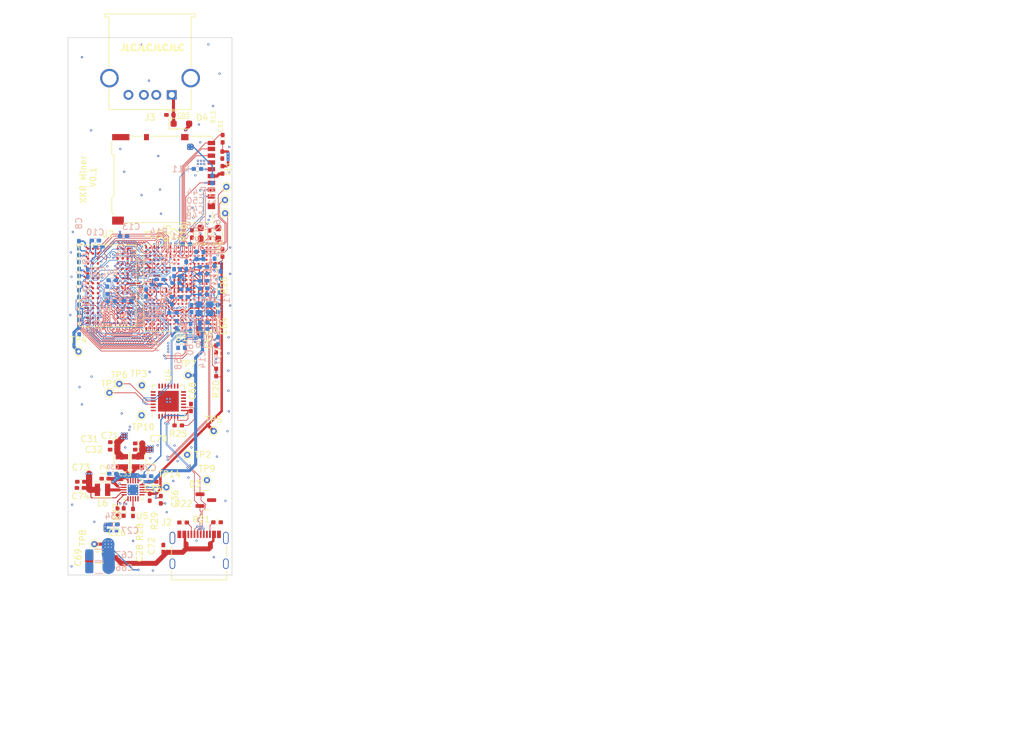
<source format=kicad_pcb>
(kicad_pcb (version 20221018) (generator pcbnew)
  (layers (0 "F.Cu" signal) (1 "In1.Cu" signal) (2 "In2.Cu" signal) (31 "B.Cu" signal) (34 "B.Paste" user) (35 "F.Paste" user) (36 "B.SilkS" user "B.Silkscreen") (37 "F.SilkS" user "F.Silkscreen") (38 "B.Mask" user) (39 "F.Mask" user) (44 "Edge.Cuts" user))
  (net 0 "")
  (net 1 "VCC_DRAM")
  (net 2 "/DRAM/SVREF")
  (net 3 "GND")
  (net 4 "+1V8")
  (net 5 "+5VP")
  (net 6 "/POWER/VDD_GPU")
  (net 7 "+3.3V")
  (net 8 "Net-(U5-VREF)")
  (net 9 "/USB-UART/UART_D-")
  (net 10 "/USB-UART/UART_D+")
  (net 11 "/DRAM/SCKP")
  (net 12 "/DRAM/SCKN")
  (net 13 "Net-(J2-CC1)")
  (net 14 "Net-(U5-LX1)")
  (net 15 "Net-(U1C-DXLDO_OUT)")
  (net 16 "AP_RESET")
  (net 17 "Net-(U1C-AC_VRA1)")
  (net 18 "Net-(U1C-AC_AVCC)")
  (net 19 "Net-(U1C-VRA2)")
  (net 20 "Net-(U1C-VRA1)")
  (net 21 "/IO2/SOC_XIN")
  (net 22 "/IO2/SOC_XOUT")
  (net 23 "Net-(D1-A)")
  (net 24 "Net-(D2-A)")
  (net 25 "/IO1/SDC0_D2")
  (net 26 "/IO1/SDC0_D3")
  (net 27 "/IO1/SDC0_CMD")
  (net 28 "/IO1/SD_VDD")
  (net 29 "Net-(J1-CLK)")
  (net 30 "/IO1/SDC0_D0")
  (net 31 "/IO1/SDC0_D1")
  (net 32 "/IO1/SDC0_DET")
  (net 34 "Net-(J2-CC2)")
  (net 36 "D+")
  (net 37 "Net-(U1A-SZQ)")
  (net 38 "D-")
  (net 39 "Net-(U1B-PC12)")
  (net 40 "Net-(U1B-PC13)")
  (net 41 "/IO1/SDC0_CLK")
  (net 42 "PMU_SCK")
  (net 43 "PMU_SDA")
  (net 44 "/IO1/RXC")
  (net 45 "/IO1/RXCTL")
  (net 46 "/IO1/RXD0")
  (net 47 "/IO1/RXD1")
  (net 48 "/IO1/RXD2")
  (net 49 "/IO1/RXD3")
  (net 50 "/IO1/TXC")
  (net 51 "/IO1/TXCTL")
  (net 52 "/IO1/TXD0")
  (net 53 "/IO1/TXD1")
  (net 54 "/IO1/TXD2")
  (net 55 "/IO1/TXD3")
  (net 56 "/IO1/CLK125")
  (net 57 "/IO1/MDIO")
  (net 58 "Net-(U1C-REXT)")
  (net 59 "Net-(U4-VDD)")
  (net 60 "Net-(U4-~{RST})")
  (net 107 "Net-(U1B-PC3)")
  (net 108 "Net-(U1B-PC4)")
  (net 109 "Net-(U1B-PC5)")
  (net 111 "Net-(U1B-PC6)")
  (net 112 "TXConvOut")
  (net 115 "RXConvIn")
  (net 123 "/POWER/VDD_GPUFB")
  (net 138 "/IO2/TV_OUT")
  (net 142 "/IO1/MDC")
  (net 143 "/POWER/VDD_CPUFB")
  (net 149 "/DRAM/SDQ26")
  (net 150 "/DRAM/SDQM3")
  (net 151 "/DRAM/SA6")
  (net 152 "/DRAM/SCAS")
  (net 153 "/DRAM/SCS1")
  (net 154 "/DRAM/SODT0")
  (net 155 "/DRAM/SODT1")
  (net 156 "/DRAM/SDQ25")
  (net 157 "/DRAM/SDQ27")
  (net 158 "/DRAM/SDQ28")
  (net 159 "/DRAM/SDQ30")
  (net 160 "/DRAM/SCKE1")
  (net 161 "/DRAM/SA14")
  (net 162 "/DRAM/SA12")
  (net 163 "/DRAM/SA0")
  (net 164 "/DRAM/SBA0")
  (net 165 "/DRAM/SCS0")
  (net 166 "/DRAM/SDQS0N")
  (net 167 "/DRAM/SDQS0P")
  (net 168 "/DRAM/SDQM1")
  (net 169 "/DRAM/SDQ24")
  (net 170 "/DRAM/SDQ31")
  (net 171 "/DRAM/SA1")
  (net 172 "/DRAM/SA13")
  (net 173 "/DRAM/SA3")
  (net 174 "/DRAM/SA5")
  (net 175 "/DRAM/SDQ23")
  (net 176 "/DRAM/SDQ20")
  (net 177 "/DRAM/SDQ22")
  (net 178 "/DRAM/SDQM2")
  (net 179 "/DRAM/SDQ16")
  (net 180 "/DRAM/SDQ18")
  (net 181 "/DRAM/SRAS")
  (net 182 "/DRAM/SA2")
  (net 183 "/DRAM/SA9")
  (net 184 "/DRAM/SA7")
  (net 185 "/DRAM/SDQM0")
  (net 186 "/DRAM/SDQS1P")
  (net 187 "/DRAM/SDQ21")
  (net 188 "/DRAM/SDQS2N")
  (net 189 "/DRAM/SDQ19")
  (net 190 "/DRAM/SDQS3N")
  (net 191 "/DRAM/SDQ29")
  (net 192 "/DRAM/SDQ17")
  (net 193 "/DRAM/SBA1")
  (net 194 "/DRAM/SA4")
  (net 195 "/DRAM/SA11")
  (net 196 "/DRAM/SA15")
  (net 197 "/DRAM/SA10")
  (net 198 "/DRAM/SBA2")
  (net 199 "/DRAM/SRST")
  (net 200 "/DRAM/SDQS1N")
  (net 201 "/DRAM/SDQS2P")
  (net 202 "/DRAM/SDQS3P")
  (net 203 "/DRAM/SCKE0")
  (net 204 "/DRAM/SA8")
  (net 205 "/DRAM/SWE")
  (net 206 "/DRAM/DQ13")
  (net 207 "/DRAM/DQ15")
  (net 208 "/DRAM/DQ12")
  (net 209 "/DRAM/DQ14")
  (net 210 "/DRAM/DQ11")
  (net 211 "/DRAM/DQ9")
  (net 212 "/DRAM/DQ10")
  (net 213 "/DRAM/DQ8")
  (net 214 "/DRAM/DQ0")
  (net 215 "/DRAM/DQ2")
  (net 216 "/DRAM/DQ1")
  (net 217 "/DRAM/DQ3")
  (net 218 "/DRAM/DQ6")
  (net 219 "/DRAM/DQ4")
  (net 220 "/DRAM/DQ7")
  (net 221 "/DRAM/DQ5")
  (net 235 "Net-(U5-LX2)")
  (net 236 "Net-(U5-LX3)")
  (net 237 "Net-(U5-PWROK)")
  (net 238 "Net-(U5-PWRON)")
  (net 241 "Net-(U2-ZQ1)")
  (net 242 "Net-(U2-ZQ)")
  (net 244 "/POWER/VDD_CPU")
  (net 245 "Net-(D4-K)")
  (footprint "Capacitor_SMD:C_0402_1005Metric_Pad0.74x0.62mm_HandSolder" (layer "F.Cu") (at 151.83 100.2325 -90)
    (fp_text reference "C64")
    (fp_text value "1n")
  )
  (footprint "Inductor_SMD:L_Changjiang_FNR252010S" (layer "F.Cu") (at 136.6 118.475 -90)
    (fp_text reference "L2")
    (fp_text value "1,5uH")
  )
  (footprint "Capacitor_SMD:C_0402_1005Metric_Pad0.74x0.62mm_HandSolder" (layer "F.Cu") (at 133.9 121.2 180)
    (fp_text reference "C33")
    (fp_text value "10u")
  )
  (footprint "Package_DFN_QFN:QFN-20-1EP_3x3mm_P0.4mm_EP1.65x1.65mm_ThermalVias" (layer "F.Cu") (at 138.4 123)
    (fp_text reference "U5")
    (fp_text value "~")
  )
  (footprint "TestPoint:TestPoint_THTPad_D1.0mm_Drill0.5mm" (layer "F.Cu") (at 153.27 76.13)
    (fp_text reference "TP11" hide)
    (fp_text value "TestPoint")
  )
  (footprint "Capacitor_SMD:C_0402_1005Metric_Pad0.74x0.62mm_HandSolder" (layer "F.Cu") (at 152.83 68.8575 -90)
    (fp_text reference "C51")
    (fp_text value "10u")
  )
  (footprint "Resistor_SMD:R_0402_1005Metric_Pad0.72x0.64mm_HandSolder" (layer "F.Cu") (at 147.93 81.6125 -90)
    (fp_text reference "R15")
    (fp_text value "2k")
  )
  (footprint "Resistor_SMD:R_0402_1005Metric_Pad0.72x0.64mm_HandSolder" (layer "F.Cu") (at 136.9 126.6 90)
    (fp_text reference "R27")
    (fp_text value "NC")
  )
  (footprint "TestPoint:TestPoint_THTPad_D1.0mm_Drill0.5mm" (layer "F.Cu") (at 139.83 106.11)
    (fp_text reference "TP3")
    (fp_text value "TestPoint")
  )
  (footprint "Inductor_SMD:L_Changjiang_FNR252010S" (layer "F.Cu") (at 133.475 123 180)
    (fp_text reference "L6")
    (fp_text value "1,5uH")
  )
  (footprint "TestPoint:TestPoint_THTPad_D1.0mm_Drill0.5mm" (layer "F.Cu") (at 147.32 104.48)
    (fp_text reference "TP7")
    (fp_text value "TestPoint")
  )
  (footprint "projectlib:H616_TFBGA284" (layer "F.Cu") (at 146.09 90.365 -90)
    (fp_text reference "U1")
    (fp_text value "H616")
  )
  (footprint "Resistor_SMD:R_0402_1005Metric_Pad0.72x0.64mm_HandSolder" (layer "F.Cu") (at 142.9 124.6 90)
    (fp_text reference "R29")
    (fp_text value "0R")
  )
  (footprint "Inductor_SMD:L_Changjiang_FNR252010S" (layer "F.Cu") (at 139.2 118.475 90)
    (fp_text reference "L1")
    (fp_text value "1,5uH")
  )
  (footprint "LED_SMD:LED_0603_1608Metric_Pad1.05x0.95mm_HandSolder" (layer "F.Cu") (at 152.18 81.535 90)
    (fp_text reference "D2")
    (fp_text value "LED")
  )
  (footprint "TestPoint:TestPoint_THTPad_D1.0mm_Drill0.5mm" (layer "F.Cu") (at 132.15 131.79)
    (fp_text reference "TP8")
    (fp_text value "TestPoint")
  )
  (footprint "Connector_USB:USB_C_Receptacle_Palconn_UTC16-G" (layer "F.Cu") (at 149.09 132.72)
    (fp_text reference "J2")
    (fp_text value "USB_C_Receptacle_USB2.0")
  )
  (footprint "Resistor_SMD:R_0402_1005Metric_Pad0.72x0.64mm_HandSolder" (layer "F.Cu") (at 135.9 126.6 90)
    (fp_text reference "R28")
    (fp_text value "NC")
  )
  (footprint "Capacitor_SMD:C_0402_1005Metric_Pad0.74x0.62mm_HandSolder" (layer "F.Cu") (at 141.1 124.2 90)
    (fp_text reference "C36")
    (fp_text value "10u")
  )
  (footprint "Resistor_SMD:R_0402_1005Metric_Pad0.72x0.64mm_HandSolder" (layer "F.Cu") (at 152.86 71.2475 90)
    (fp_text reference "R10")
    (fp_text value "1R")
  )
  (footprint "TestPoint:TestPoint_THTPad_D1.0mm_Drill0.5mm" (layer "F.Cu") (at 147.16 117.34)
    (fp_text reference "TP2")
    (fp_text value "TestPoint")
  )
  (footprint "Resistor_SMD:R_0402_1005Metric_Pad0.72x0.64mm_HandSolder" (layer "F.Cu") (at 151.9875 128.26 180)
    (fp_text reference "R22")
    (fp_text value "5.1k")
  )
  (footprint "LED_SMD:LED_0603_1608Metric_Pad1.05x0.95mm_HandSolder" (layer "F.Cu") (at 149.34 81.515 90)
    (fp_text reference "D1")
    (fp_text value "LED")
  )
  (footprint "Resistor_SMD:R_0402_1005Metric_Pad0.72x0.64mm_HandSolder" (layer "F.Cu") (at 152.86 84.6875 -90)
    (fp_text reference "R26")
    (fp_text value "10k")
  )
  (footprint "TestPoint:TestPoint_THTPad_D1.0mm_Drill0.5mm" (layer "F.Cu") (at 153.5 74)
    (fp_text reference "TP13" hide)
    (fp_text value "TestPoint")
  )
  (footprint "Capacitor_SMD:C_0402_1005Metric_Pad0.74x0.62mm_HandSolder" (layer "F.Cu") (at 139.3325 116.5)
    (fp_text reference "C71")
    (fp_text value "10u")
  )
  (footprint "Capacitor_SMD:C_1206_3216Metric_Pad1.33x1.80mm_HandSolder" (layer "F.Cu") (at 132.8875 133.965 180)
    (fp_text reference "C69")
    (fp_text value "47u")
  )
  (footprint "Capacitor_SMD:C_0402_1005Metric_Pad0.74x0.62mm_HandSolder" (layer "F.Cu") (at 129.9 122.7)
    (fp_text reference "C74")
    (fp_text value "10u")
  )
  (footprint "Capacitor_SMD:C_0402_1005Metric_Pad0.74x0.62mm_HandSolder" (layer "F.Cu") (at 135.3 115.3 180)
    (fp_text reference "C31")
    (fp_text value "10u")
  )
  (footprint "Capacitor_SMD:C_0402_1005Metric_Pad0.74x0.62mm_HandSolder" (layer "F.Cu") (at 147.77 109.69 90)
    (fp_text reference "C68")
    (fp_text value "4.7u")
  )
  (footprint "TestPoint:TestPoint_THTPad_D1.0mm_Drill0.5mm" (layer "F.Cu") (at 136.18 105.86)
    (fp_text reference "TP6")
    (fp_text value "TestPoint")
  )
  (footprint "TestPoint:TestPoint_THTPad_D1.0mm_Drill0.5mm" (layer "F.Cu") (at 153.29 78.27)
    (fp_text reference "TP12" hide)
    (fp_text value "TestPoint")
  )
  (footprint "Capacitor_SMD:C_0402_1005Metric_Pad0.74x0.62mm_HandSolder" (layer "F.Cu") (at 144.3725 62.36 180)
    (fp_text reference "C65")
    (fp_text value "4.7u")
  )
  (footprint "Capacitor_SMD:C_0402_1005Metric_Pad0.74x0.62mm_HandSolder" (layer "F.Cu") (at 135.3325 128.6 180)
    (fp_text reference "C26")
    (fp_text value "10u")
  )
  (footprint "Capacitor_SMD:C_0402_1005Metric_Pad0.74x0.62mm_HandSolder" (layer "F.Cu") (at 138.4 126.6675 90)
    (fp_text reference "C72")
    (fp_text value "1u")
  )
  (footprint "Capacitor_SMD:C_0402_1005Metric_Pad0.74x0.62mm_HandSolder" (layer "F.Cu") (at 141.6 121.7 180)
    (fp_text reference "C35")
    (fp_text value "10u")
  )
  (footprint "Capacitor_SMD:C_0402_1005Metric_Pad0.74x0.62mm_HandSolder" (layer "F.Cu") (at 139.3325 115.5)
    (fp_text reference "C70")
    (fp_text value "10u")
  )
  (footprint "Capacitor_SMD:C_0402_1005Metric_Pad0.74x0.62mm_HandSolder" (layer "F.Cu") (at 149.62 98.7525 -90)
    (fp_text reference "C56")
    (fp_text value "2.2u")
  )
  (footprint "Capacitor_SMD:C_0402_1005Metric_Pad0.74x0.62mm_HandSolder" (layer "F.Cu") (at 135.2675 116.5 180)
    (fp_text reference "C32")
    (fp_text value "10u")
  )
  (footprint "Package_BGA:BGA-96_9.0x13.0mm_Layout2x3x16_P0.8mm" (layer "F.Cu") (at 134.33 90)
    (fp_text reference "U2")
    (fp_text value "DDR3 FBGA-96")
  )
  (footprint "Resistor_SMD:R_0402_1005Metric_Pad0.72x0.64mm_HandSolder" (layer "F.Cu") (at 146.4975 128.29)
    (fp_text reference "R21")
    (fp_text value "5.1k")
  )
  (footprint "TestPoint:TestPoint_THTPad_D1.0mm_Drill0.5mm" (layer "F.Cu") (at 143.8 122.6)
    (fp_text reference "TP14")
    (fp_text value "TestPoint")
  )
  (footprint "Connector_Card:microSD_HC_Hirose_DM3AT-SF-PEJM5" (layer "F.Cu") (at 143.35 72.78 -90)
    (fp_text reference "J1")
    (fp_text value "Micro_SD_Card_Det2")
  )
  (footprint "TestPoint:TestPoint_THTPad_D1.0mm_Drill0.5mm" (layer "F.Cu") (at 139.79 110.96)
    (fp_text reference "TP10")
    (fp_text value "TestPoint")
  )
  (footprint "TestPoint:TestPoint_THTPad_D1.0mm_Drill0.5mm" (layer "F.Cu") (at 151.45 113.51)
    (fp_text reference "TP5")
    (fp_text value "TestPoint")
  )
  (footprint "Connector_USB:USB_A_Molex_67643_Horizontal" (layer "F.Cu") (at 144.66 59.12 180)
    (fp_text reference "J3")
    (fp_text value "USB_A")
  )
  (footprint "TestPoint:TestPoint_THTPad_D1.0mm_Drill0.5mm" (layer "F.Cu") (at 129.6 100.63)
    (fp_text reference "TP4")
    (fp_text value "TestPoint")
  )
  (footprint "Capacitor_SMD:C_0402_1005Metric_Pad0.74x0.62mm_HandSolder" (layer "F.Cu") (at 143.3 132.5 -90)
    (fp_text reference "C28")
    (fp_text value "10u")
  )
  (footprint "Diode_SMD:D_SOD-323_HandSoldering" (layer "F.Cu") (at 146.22 63.78)
    (fp_text reference "D4")
    (fp_text value "D_Schottky")
  )
  (footprint "Package_DFN_QFN:QFN-28-1EP_5x5mm_P0.5mm_EP3.35x3.35mm" (layer "F.Cu") (at 144.12 108.67 90)
    (fp_text reference "U4")
    (fp_text value "CP2102N-Axx-xQFN28")
  )
  (footprint "Package_TO_SOT_SMD:SOT-23" (layer "F.Cu") (at 150.1675 124.67)
    (fp_text reference "D3")
    (fp_text value "SP0502BAHT")
  )
  (footprint "Resistor_SMD:R_0402_1005Metric_Pad0.72x0.64mm_HandSolder" (layer "F.Cu") (at 145.7125 112.59)
    (fp_text reference "R25")
    (fp_text value "10k")
  )
  (footprint "Resistor_SMD:R_0402_1005Metric_Pad0.72x0.64mm_HandSolder" (layer "F.Cu") (at 150.75 81.6525 -90)
    (fp_text reference "R16")
    (fp_text value "2k")
  )
  (footprint "Resistor_SMD:R_0402_1005Metric_Pad0.72x0.64mm_HandSolder" (layer "F.Cu") (at 152.89 66.21 -90)
    (fp_text reference "R13")
    (fp_text value "10k")
  )
  (footprint "Capacitor_SMD:C_0402_1005Metric_Pad0.74x0.62mm_HandSolder" (layer "F.Cu") (at 129.9675 121.7)
    (fp_text reference "C73")
    (fp_text value "10u")
  )
  (footprint "Resistor_SMD:R_0402_1005Metric_Pad0.72x0.64mm_HandSolder" (layer "F.Cu") (at 151.84 104.0225 90)
    (fp_text reference "R20")
    (fp_text value "10k")
  )
  (footprint "TestPoint:TestPoint_THTPad_D1.0mm_Drill0.5mm" (layer "F.Cu") (at 134.59 107.31)
    (fp_text reference "TP1")
    (fp_text value "TestPoint")
  )
  (footprint "TestPoint:TestPoint_THTPad_D1.0mm_Drill0.5mm" (layer "F.Cu") (at 150.36 121.45)
    (fp_text reference "TP9")
    (fp_text value "TestPoint")
  )
  (footprint "Resistor_SMD:R_0402_1005Metric_Pad0.72x0.64mm_HandSolder" (layer "B.Cu") (at 135.0375 89.1 180)
    (fp_text reference "R4")
    (fp_text value "100R")
  )
  (footprint "Capacitor_SMD:C_0402_1005Metric_Pad0.74x0.62mm_HandSolder" (layer "B.Cu") (at 148.64 85.0875 90)
    (fp_text reference "C52")
    (fp_text value "2.2u")
  )
  (footprint "Resistor_SMD:R_0402_1005Metric_Pad0.72x0.64mm_HandSolder" (layer "B.Cu") (at 144.7 92.4125 -90)
    (fp_text reference "R3")
    (fp_text value "240R")
  )
  (footprint "Resistor_SMD:R_0402_1005Metric_Pad0.72x0.64mm_HandSolder" (layer "B.Cu") (at 149.8375 96.98 180)
    (fp_text reference "R18")
    (fp_text value "2k")
  )
  (footprint "Capacitor_SMD:C_0402_1005Metric_Pad0.74x0.62mm_HandSolder" (layer "B.Cu") (at 137.5425 92.42)
    (fp_text reference "C3")
    (fp_text value "1u")
  )
  (footprint "Resistor_SMD:R_0402_1005Metric_Pad0.72x0.64mm_HandSolder" (layer "B.Cu") (at 144.8725 94.36 180)
    (fp_text reference "R19")
    (fp_text value "150k")
  )
  (footprint "Capacitor_SMD:C_0402_1005Metric_Pad0.74x0.62mm_HandSolder" (layer "B.Cu") (at 152.1 93.6875 -90)
    (fp_text reference "C59")
    (fp_text value "18p")
  )
  (footprint "Capacitor_SMD:C_0402_1005Metric_Pad0.74x0.62mm_HandSolder" (layer "B.Cu") (at 146.77 99.4525 -90)
    (fp_text reference "C14")
    (fp_text value "1u")
  )
  (footprint "Resistor_SMD:R_0402_1005Metric_Pad0.72x0.64mm_HandSolder" (layer "B.Cu") (at 148.8175 71.1 180)
    (fp_text reference "R11")
    (fp_text value "33R")
  )
  (footprint "Capacitor_SMD:C_0402_1005Metric_Pad0.74x0.62mm_HandSolder" (layer "B.Cu") (at 147.71 96.7375 -90)
    (fp_text reference "C55")
    (fp_text value "470n")
  )
  (footprint "Capacitor_SMD:C_0402_1005Metric_Pad0.74x0.62mm_HandSolder" (layer "B.Cu") (at 129.65 83.3525 -90)
    (fp_text reference "C8")
    (fp_text value "1u")
  )
  (footprint "Resistor_SMD:R_0402_1005Metric_Pad0.72x0.64mm_HandSolder" (layer "B.Cu") (at 147.0125 83.26 180)
    (fp_text reference "R14")
    (fp_text value "1k")
  )
  (footprint "Resistor_SMD:R_0402_1005Metric_Pad0.72x0.64mm_HandSolder" (layer "B.Cu") (at 134.24 90.7325 90)
    (fp_text reference "R6")
    (fp_text value "240R")
  )
  (footprint "Capacitor_SMD:C_0402_1005Metric_Pad0.74x0.62mm_HandSolder" (layer "B.Cu") (at 149.8025 91.4 180)
    (fp_text reference "C48")
    (fp_text value "2.2u")
  )
  (footprint "Capacitor_SMD:C_1206_3216Metric_Pad1.33x1.80mm_HandSolder" (layer "B.Cu") (at 132.8975 135.61 180)
    (fp_text reference "C66")
    (fp_text value "47u")
  )
  (footprint "Capacitor_SMD:C_1206_3216Metric_Pad1.33x1.80mm_HandSolder" (layer "B.Cu") (at 132.9025 133.53 180)
    (fp_text reference "C67")
    (fp_text value "47u")
  )
  (footprint "Capacitor_SMD:C_0402_1005Metric_Pad0.74x0.62mm_HandSolder" (layer "B.Cu") (at 152.55 88.2275 -90)
    (fp_text reference "C61")
    (fp_text value "100n")
  )
  (footprint "Capacitor_SMD:C_0402_1005Metric_Pad0.74x0.62mm_HandSolder" (layer "B.Cu") (at 151.58 86.19 90)
    (fp_text reference "C53")
    (fp_text value "2.2u")
  )
  (footprint "Capacitor_SMD:C_0402_1005Metric_Pad0.74x0.62mm_HandSolder" (layer "B.Cu") (at 142.7775 88.96 180)
    (fp_text reference "C11")
    (fp_text value "1u")
  )
  (footprint "Capacitor_SMD:C_0402_1005Metric_Pad0.74x0.62mm_HandSolder" (layer "B.Cu") (at 129.68 87.8475 -90)
    (fp_text reference "C6")
    (fp_text value "1u")
  )
  (footprint "Capacitor_SMD:C_0402_1005Metric_Pad0.74x0.62mm_HandSolder" (layer "B.Cu") (at 132.3075 82.68)
    (fp_text reference "C10")
    (fp_text value "1u")
  )
  (footprint "Capacitor_SMD:C_0402_1005Metric_Pad0.74x0.62mm_HandSolder" (layer "B.Cu") (at 142.1125 89.83 180)
    (fp_text reference "C12")
    (fp_text value "1u")
  )
  (footprint "Capacitor_SMD:C_0402_1005Metric_Pad0.74x0.62mm_HandSolder" (layer "B.Cu") (at 152.15 98.8775 -90)
    (fp_text reference "C57")
    (fp_text value "1u")
  )
  (footprint "Capacitor_SMD:C_0402_1005Metric_Pad0.74x0.62mm_HandSolder" (layer "B.Cu") (at 132.9125 83.66)
    (fp_text reference "C5")
    (fp_text value "1u")
  )
  (footprint "Capacitor_SMD:C_0402_1005Metric_Pad0.74x0.62mm_HandSolder" (layer "B.Cu") (at 140.52 91.1525 -90)
    (fp_text reference "C7")
    (fp_text value "2.2p")
  )
  (footprint "Capacitor_SMD:C_0402_1005Metric_Pad0.74x0.62mm_HandSolder" (layer "B.Cu") (at 140.7675 120.8)
    (fp_text reference "C29")
    (fp_text value "10u")
  )
  (footprint "Resistor_SMD:R_0402_1005Metric_Pad0.72x0.64mm_HandSolder" (layer "B.Cu") (at 151.22 72.7825 90)
    (fp_text reference "R12")
    (fp_text value "10k")
  )
  (footprint "Capacitor_SMD:C_0402_1005Metric_Pad0.74x0.62mm_HandSolder" (layer "B.Cu") (at 149.8575 88.03 180)
    (fp_text reference "C44")
    (fp_text value "2.2u")
  )
  (footprint "Capacitor_SMD:C_0402_1005Metric_Pad0.74x0.62mm_HandSolder" (layer "B.Cu") (at 145.69 99.47 -90)
    (fp_text reference "C58")
    (fp_text value "100n")
  )
  (footprint "Capacitor_SMD:C_0402_1005Metric_Pad0.74x0.62mm_HandSolder" (layer "B.Cu") (at 129.66 94.9425 90)
    (fp_text reference "C1")
    (fp_text value "100n" hide)
  )
  (footprint "Capacitor_SMD:C_0402_1005Metric_Pad0.74x0.62mm_HandSolder" (layer "B.Cu") (at 147.82 93.7 90)
    (fp_text reference "C60")
    (fp_text value "18p")
  )
  (footprint "Capacitor_SMD:C_0402_1005Metric_Pad0.74x0.62mm_HandSolder" (layer "B.Cu") (at 135.2325 129.6 180)
    (fp_text reference "C27")
    (fp_text value "10u")
  )
  (footprint "Capacitor_SMD:C_0402_1005Metric_Pad0.74x0.62mm_HandSolder" (layer "B.Cu") (at 146.7525 90.58)
    (fp_text reference "C42")
    (fp_text value "2.2u")
  )
  (footprint "Capacitor_SMD:C_0402_1005Metric_Pad0.74x0.62mm_HandSolder" (layer "B.Cu") (at 147 86.7025 -90)
    (fp_text reference "C41")
    (fp_text value "2.2u")
  )
  (footprint "Capacitor_SMD:C_0402_1005Metric_Pad0.74x0.62mm_HandSolder" (layer "B.Cu") (at 149.8175 89.2 180)
    (fp_text reference "C50")
    (fp_text value "2.2u")
  )
  (footprint "Capacitor_SMD:C_0402_1005Metric_Pad0.74x0.62mm_HandSolder" (layer "B.Cu") (at 135.2675 128.6 180)
    (fp_text reference "C34")
    (fp_text value "10u")
  )
  (footprint "Capacitor_SMD:C_0402_1005Metric_Pad0.74x0.62mm_HandSolder" (layer "B.Cu") (at 145.04 87.8925 -90)
    (fp_text reference "C45")
    (fp_text value "2.2u")
  )
  (footprint "Capacitor_SMD:C_0402_1005Metric_Pad0.74x0.62mm_HandSolder" (layer "B.Cu") (at 149.7825 86.95 180)
    (fp_text reference "C46")
    (fp_text value "2.2u")
  )
  (footprint "Resistor_SMD:R_0402_1005Metric_Pad0.72x0.64mm_HandSolder" (layer "B.Cu") (at 134.9025 92.53 180)
    (fp_text reference "R5")
    (fp_text value "240R")
  )
  (footprint "Capacitor_SMD:C_0402_1005Metric_Pad0.74x0.62mm_HandSolder" (layer "B.Cu") (at 145.3625 89.55)
    (fp_text reference "C47")
    (fp_text value "2.2u")
  )
  (footprint "Capacitor_SMD:C_0402_1005Metric_Pad0.74x0.62mm_HandSolder" (layer "B.Cu") (at 149.79 85.1125 90)
    (fp_text reference "C62")
    (fp_text value "100n")
  )
  (footprint "Capacitor_SMD:C_0402_1005Metric_Pad0.74x0.62mm_HandSolder" (layer "B.Cu") (at 149.8175 90.41 180)
    (fp_text reference "C49")
    (fp_text value "2.2u")
  )
  (footprint "Capacitor_SMD:C_0402_1005Metric_Pad0.74x0.62mm_HandSolder" (layer "B.Cu") (at 145.47 96.2775 -90)
    (fp_text reference "C54")
    (fp_text value "470n")
  )
  (footprint "Capacitor_SMD:C_0402_1005Metric_Pad0.74x0.62mm_HandSolder" (layer "B.Cu") (at 129.7 97.2875 -90)
    (fp_text reference "C4")
    (fp_text value "1u")
  )
  (footprint "Capacitor_SMD:C_0402_1005Metric_Pad0.74x0.62mm_HandSolder" (layer "B.Cu") (at 146.02 87.8925 -90)
    (fp_text reference "C43")
    (fp_text value "2.2u")
  )
  (footprint "Capacitor_SMD:C_0402_1005Metric_Pad0.74x0.62mm_HandSolder" (layer "B.Cu") (at 129.65 85.5875 -90)
    (fp_text reference "C9")
    (fp_text value "1u")
  )
  (footprint "Resistor_SMD:R_0402_1005Metric_Pad0.72x0.64mm_HandSolder" (layer "B.Cu") (at 129.68 92.4325 90)
    (fp_text reference "R1")
    (fp_text value "2k")
  )
  (footprint "Capacitor_SMD:C_0402_1005Metric_Pad0.74x0.62mm_HandSolder" (layer "B.Cu") (at 136.8725 82.02)
    (fp_text reference "C13")
    (fp_text value "1u")
  )
  (footprint "Crystal:Crystal_SMD_2520-4Pin_2.5x2.0mm" (layer "B.Cu") (at 149.945 93.72)
    (fp_text reference "Y1")
    (fp_text value "24MHz")
  )
  (footprint "Resistor_SMD:R_0402_1005Metric_Pad0.72x0.64mm_HandSolder" (layer "B.Cu") (at 129.67 90.1175 90)
    (fp_text reference "R2")
    (fp_text value "2k")
  )
  (footprint "Capacitor_SMD:C_0402_1005Metric_Pad0.74x0.62mm_HandSolder" (layer "B.Cu") (at 146.7025 91.82)
    (fp_text reference "C40")
    (fp_text value "2.2u")
  )
  (footprint "Capacitor_SMD:C_0402_1005Metric_Pad0.74x0.62mm_HandSolder" (layer "B.Cu") (at 152.33 90.53 90)
    (fp_text reference "C63")
    (fp_text value "220n")
  )
  (footprint "Capacitor_SMD:C_0402_1005Metric_Pad0.74x0.62mm_HandSolder" (layer "B.Cu") (at 135.1325 120.4 180)
    (fp_text reference "C30")
    (fp_text value "10u")
  )
  (footprint "Capacitor_SMD:C_0402_1005Metric_Pad0.74x0.62mm_HandSolder" (layer "B.Cu") (at 131.09 87.96 90)
    (fp_text reference "C2")
    (fp_text value "100n")
  )
  (footprint "Resistor_SMD:R_0402_1005Metric_Pad0.72x0.64mm_HandSolder" (layer "B.Cu") (at 149.8525 95.92 180)
    (fp_text reference "R17")
    (fp_text value "2k")
  )
  (gr_line (start 148.3 97.89) (end 148.3 95.09) (stroke (width 0.15)) (layer "B.SilkS"))
  (gr_line (start 147.3 98.49) (end 148.3 98.49) (stroke (width 0.15)) (layer "B.SilkS"))
  (gr_line (start 148.1 97.89) (end 148.3 97.89) (stroke (width 0.15)) (layer "B.SilkS"))
  (gr_line (start 150.5 84.89) (end 150.5 80.49) (stroke (width 0.15)) (layer "B.SilkS"))
  (gr_line (start 150.1 80.49) (end 150.1 74.09) (stroke (width 0.15)) (layer "B.SilkS"))
  (gr_line (start 150.9 86.29) (end 150.3 86.29) (stroke (width 0.15)) (layer "B.SilkS"))
  (gr_line (start 148.3 95.09) (end 147.7 95.09) (stroke (width 0.15)) (layer "B.SilkS"))
  (gr_line (start 150.9 92.09) (end 150.9 84.89) (stroke (width 0.15)) (layer "B.SilkS"))
  (gr_line (start 150.9 84.89) (end 150.5 84.89) (stroke (width 0.15)) (layer "B.SilkS"))
  (gr_line (start 150.9 92.09) (end 150.3 92.09) (stroke (width 0.15)) (layer "B.SilkS"))
  (gr_line (start 148.1 98.49) (end 148.1 97.89) (stroke (width 0.15)) (layer "B.SilkS"))
  (gr_line (start 150.1 74.09) (end 149.3 74.09) (stroke (width 0.15)) (layer "B.SilkS"))
  (gr_line (start 150.5 80.49) (end 150.1 80.49) (stroke (width 0.15)) (layer "B.SilkS"))
  (gr_line (start 150.5 80.89) (end 149.3 80.89) (stroke (width 0.15)) (layer "B.SilkS"))
  (gr_line (start 152.32 83.37) (end 152.32 84.05) (stroke (width 0.15)) (layer "F.SilkS"))
  (gr_line (start 127.9 49.85) (end 127.9 136.79) (stroke (width 0.1)) (layer "Edge.Cuts"))
  (gr_line (start 154.4 136.79) (end 127.9 136.79) (stroke (width 0.1)) (layer "Edge.Cuts"))
  (gr_line (start 154.4 49.85) (end 154.4 136.79) (stroke (width 0.1)) (layer "Edge.Cuts"))
  (gr_line (start 127.9 49.85) (end 154.4 49.85) (stroke (width 0.1)) (layer "Edge.Cuts"))
  (gr_text "JLCJLCJLCJLC" (at 136.22 52.08) (layer "F.SilkS") (effects (font (size 1 1) (thickness 0.25) bold) (justify left bottom)))
  (gr_text "XKR Miner \nV0.1" (at 132.55 72.44 90) (layer "F.SilkS") (effects (font (size 1 1)) (justify bottom)))
  (segment (start 130.34 87.51) (end 130.83 88) (width 0.25) (layer "F.Cu") (net 1))
  (segment (start 145.09 89.04) (end 145.09 89.99) (width 0.2) (layer "F.Cu") (net 1))
  (segment (start 139.467741 89.6) (end 137.53 89.6) (width 0.25) (layer "F.Cu") (net 1))
  (segment (start 139.676445 89.391296) (end 139.467741 89.6) (width 0.25) (layer "F.Cu") (net 1))
  (segment (start 138.446161 93.74425) (end 138.301911 93.6) (width 0.25) (layer "F.Cu") (net 1))
  (segment (start 131.4 123) (end 131.3 122.9) (width 1) (layer "F.Cu") (net 1))
  (segment (start 131.93 84.8) (end 131.87 84.8) (width 0.25) (layer "F.Cu") (net 1))
  (segment (start 131.13 95.2) (end 130.86675 95.2) (width 0.25) (layer "F.Cu") (net 1))
  (segment (start 131.912274 89.6) (end 131.521137 89.208863) (width 0.25) (layer "F.Cu") (net 1))
  (segment (start 136.95 123.4) (end 136.525 123.4) (width 0.15) (layer "F.Cu") (net 1))
  (segment (start 144.675 90.405) (end 144.41 90.14) (width 0.2) (layer "F.Cu") (net 1))
  (segment (start 131.93 91.14) (end 131.57 90.78) (width 0.25) (layer "F.Cu") (net 1))
  (segment (start 130.86675 95.2) (end 130.68675 95.02) (width 0.25) (layer "F.Cu") (net 1))
  (segment (start 136.525 123.4) (end 135.625 124.3) (width 0.15) (layer "F.Cu") (net 1))
  (segment (start 132.65 123.575) (end 132.65 123) (width 0.15) (layer "F.Cu") (net 1))
  (segment (start 137.129768 90.000232) (end 137.53 89.6) (width 0.15) (layer "F.Cu") (net 1))
  (segment (start 137.6 95.2) (end 138.08 95.68) (width 0.25) (layer "F.Cu") (net 1))
  (segment (start 137.129768 90.654887) (end 136.73 91.054655) (width 0.25) (layer "F.Cu") (net 1))
  (segment (start 131.13 93.6) (end 130.59 93.6) (width 0.25) (layer "F.Cu") (net 1))
  (segment (start 131.3 122.9) (end 131.3 120.4) (width 1) (layer "F.Cu") (net 1))
  (segment (start 136.636 84) (end 136.34 83.704) (width 0.25) (layer "F.Cu") (net 1))
  (segment (start 130.83 88) (end 131.13 88) (width 0.25) (layer "F.Cu") (net 1))
  (segment (start 131.6 123.2) (end 131.4 123) (width 0.15) (layer "F.Cu") (net 1))
  (segment (start 131.7 124.3) (end 131.6 124.2) (width 0.15) (layer "F.Cu") (net 1))
  (segment (start 144.41 90.14) (end 144.28 90.14) (width 0.2) (layer "F.Cu") (net 1))
  (segment (start 131.13 85.6) (end 131.13 85.5455) (width 0.25) (layer "F.Cu") (net 1))
  (segment (start 137.53 85.6) (end 137.53 86.4) (width 0.25) (layer "F.Cu") (net 1))
  (segment (start 131.13 84) (end 131.12 84) (width 0.25) (layer "F.Cu") (net 1))
  (segment (start 137.53 95.2) (end 137.6 95.2) (width 0.25) (layer "F.Cu") (net 1))
  (segment (start 131.13 85.5455) (end 130.7145 85.13) (width 0.25) (layer "F.Cu") (net 1))
  (segment (start 131.87 84.8) (end 131.48 84.41) (width 0.25) (layer "F.Cu") (net 1))
  (segment (start 144.675 90.405) (end 144.44 90.64) (width 0.2) (layer "F.Cu") (net 1))
  (segment (start 131.93 86.38) (end 131.57 86.02) (width 0.25) (layer "F.Cu") (net 1))
  (segment (start 131.12 84) (end 130.7 83.58) (width 0.25) (layer "F.Cu") (net 1))
  (segment (start 144.44 90.64) (end 144.42 90.64) (width 0.2) (layer "F.Cu") (net 1))
  (segment (start 137.129768 90.654887) (end 137.129768 90.000232) (width 0.15) (layer "F.Cu") (net 1))
  (segment (start 136.73 84) (end 136.636 84) (width 0.25) (layer "F.Cu") (net 1))
  (segment (start 131.6 124.2) (end 131.6 123.2) (width 0.15) (layer "F.Cu") (net 1))
  (segment (start 135.625 124.3) (end 131.7 124.3) (width 0.15) (layer "F.Cu") (net 1))
  (segment (start 132.65 123) (end 131.4 123) (width 1) (layer "F.Cu") (net 1))
  (segment (start 137.5 87.2) (end 137.15 87.55) (width 0.25) (layer "F.Cu") (net 1))
  (segment (start 131.93 91.2) (end 131.93 91.14) (width 0.25) (layer "F.Cu") (net 1))
  (segment (start 130.59 93.6) (end 130.49 93.7) (width 0.25) (layer "F.Cu") (net 1))
  (segment (start 136.73 91.054655) (end 136.73 91.2) (width 0.25) (layer "F.Cu") (net 1))
  (segment (start 145.09 89.99) (end 145.09 91.64) (width 0.2) (layer "F.Cu") (net 1))
  (segment (start 145.09 89.99) (end 144.675 90.405) (width 0.2) (layer "F.Cu") (net 1))
  (segment (start 135.89 88.8) (end 135.51 88.42) (width 0.25) (layer "F.Cu") (net 1))
  (segment (start 131.93 86.4) (end 131.93 86.38) (width 0.25) (layer "F.Cu") (net 1))
  (segment (start 131.93 89.6) (end 131.912274 89.6) (width 0.25) (layer "F.Cu") (net 1))
  (segment (start 135.93 88.8) (end 135.89 88.8) (width 0.25) (layer "F.Cu") (net 1))
  (segment (start 138.301911 93.6) (end 137.53 93.6) (width 0.25) (layer "F.Cu") (net 1))
  (segment (start 137.53 87.2) (end 137.5 87.2) (width 0.25) (layer "F.Cu") (net 1))
  (via (at 130.49 93.7) (size 0.35) (drill 0.15) (layers "F.Cu" "B.Cu") (net 1))
  (via (at 131.3 120.4) (size 0.35) (drill 0.15) (layers "F.Cu" "B.Cu") (net 1))
  (via (at 138.446161 93.74425) (size 0.35) (drill 0.15) (layers "F.Cu" "B.Cu") (net 1))
  (via (at 136.34 83.704) (size 0.35) (drill 0.15) (layers "F.Cu" "B.Cu") (net 1))
  (via (at 144.28 90.14) (size 0.35) (drill 0.15) (layers "F.Cu" "B.Cu") (net 1))
  (via (at 137.54 85.99) (size 0.35) (drill 0.15) (layers "F.Cu" "B.Cu") (net 1))
  (via (at 130.7145 85.13) (size 0.35) (drill 0.15) (layers "F.Cu" "B.Cu") (net 1))
  (via (at 135.51 88.42) (size 0.35) (drill 0.15) (layers "F.Cu" "B.Cu") (net 1))
  (via (at 137.15 87.55) (size 0.35) (drill 0.15) (layers "F.Cu" "B.Cu") (net 1))
  (via (at 130.9 120.4) (size 0.35) (drill 0.15) (layers "F.Cu" "B.Cu") (net 1))
  (via (at 131.57 86.02) (size 0.35) (drill 0.15) (layers "F.Cu" "B.Cu") (net 1))
  (via (at 136.3 81.27) (size 0.35) (drill 0.15) (layers "F.Cu" "B.Cu") (net 1))
  (via (at 131.7 120.4) (size 0.35) (drill 0.15) (layers "F.Cu" "B.Cu") (net 1))
  (via (at 131.521137 89.208863) (size 0.35) (drill 0.15) (layers "F.Cu" "B.Cu") (net 1))
  (via (at 131.48 84.41) (size 0.35) (drill 0.15) (layers "F.Cu" "B.Cu") (net 1))
  (via (at 130.68675 95.02) (size 0.35) (drill 0.15) (layers "F.Cu" "B.Cu") (net 1))
  (via (at 144.42 90.64) (size 0.35) (drill 0.15) (layers "F.Cu" "B.Cu") (net 1))
  (via (at 138.08 95.68) (size 0.35) (drill 0.15) (layers "F.Cu" "B.Cu") (net 1))
  (via (at 131.57 90.78) (size 0.35) (drill 0.15) (layers "F.Cu" "B.Cu") (net 1))
  (via (at 130.7 83.58) (size 0.35) (drill 0.15) (layers "F.Cu" "B.Cu") (net 1))
  (via (at 139.676445 89.391296) (size 0.35) (drill 0.15) (layers "F.Cu" "B.Cu") (net 1))
  (via (at 130.34 87.51) (size 0.35) (drill 0.15) (layers "F.Cu" "B.Cu") (net 1))
  (segment (start 130.31175 95.59) (end 130.31175 96.10825) (width 0.2) (layer "B.Cu") (net 1))
  (segment (start 131.57 86.02) (end 132.345 85.245) (width 0.25) (layer "B.Cu") (net 1))
  (segment (start 128.85 97.57) (end 128.85 99.88) (width 0.5) (layer "B.Cu") (net 1))
  (segment (start 130.31175 96.10825) (end 129.7 96.72) (width 0.2) (layer "B.Cu") (net 1))
  (segment (start 131.48 84.41) (end 131.48 82.94) (width 0.25) (layer "B.Cu") (net 1))
  (segment (start 143.345 88.96) (end 143.345 89.205) (width 0.15) (layer "B.Cu") (net 1))
  (segment (start 130.23 93.7) (end 129.85 93.7) (width 0.25) (layer "B.Cu") (net 1))
  (segment (start 143.345 89.205) (end 143.985 89.845) (width 0.15) (layer "B.Cu") (net 1))
  (segment (start 132.345 85.245) (end 132.345 83.66) (width 0.25) (layer "B.Cu") (net 1))
  (segment (start 130.375 82.785) (end 129.65 82.785) (width 0.25) (layer "B.Cu") (net 1))
  (segment (start 128.85 99.88) (end 129.6 100.63) (width 0.5) (layer "B.Cu") (net 1))
  (segment (start 143.985 89.845) (end 144.28 90.14) (width 0.15) (layer "B.Cu") (net 1))
  (segment (start 131.48 82.94) (end 131.74 82.68) (width 0.25) (layer "B.Cu") (net 1))
  (segment (start 129.68 93.03) (end 129.68 93.53) (width 0.15) (layer "B.Cu") (net 1))
  (segment (start 144.42 90.64) (end 144.42 90.28) (width 0.2) (layer "B.Cu") (net 1))
  (segment (start 129.7 96.72) (end 128.85 97.57) (width 0.5) (layer "B.Cu") (net 1))
  (segment (start 130.388375 95.318375) (end 130.31175 95.395) (width 0.2) (layer "B.Cu") (net 1))
  (segment (start 130.7 83.08) (end 130.39 82.77) (width 0.25) (layer "B.Cu") (net 1))
  (segment (start 130.31175 95.395) (end 130.31175 95.59) (width 0.2) (layer "B.Cu") (net 1))
  (segment (start 130.68675 95.02) (end 130.388375 95.318375) (width 0.2) (layer "B.Cu") (net 1))
  (segment (start 142.48 89.76) (end 143.9 89.76) (width 0.15) (layer "B.Cu") (net 1))
  (segment (start 129.76 85.13) (end 129.65 85.02) (width 0.25) (layer "B.Cu") (net 1))
  (segment (start 130.31175 95.59) (end 129.74 95.59) (width 0.15) (layer "B.Cu") (net 1))
  (segment (start 136.305 81.275) (end 136.3 81.27) (width 0.25) (layer "B.Cu") (net 1))
  (segment (start 130.23 93.7) (end 130.23 95.16) (width 0.2) (layer "B.Cu") (net 1))
  (segment (start 130.7145 85.13) (end 129.76 85.13) (width 0.25) (layer "B.Cu") (net 1))
  (segment (start 144.42 90.28) (end 144.28 90.14) (width 0.2) (layer "B.Cu") (net 1))
  (segment (start 129.85 93.7) (end 129.68 93.53) (width 0.25) (layer "B.Cu") (net 1))
  (segment (start 136.305 82.02) (end 136.305 81.275) (width 0.25) (layer "B.Cu") (net 1))
  (segment (start 130.23 95.16) (end 130.388375 95.318375) (width 0.2) (layer "B.Cu") (net 1))
  (segment (start 129.74 95.59) (end 129.66 95.51) (width 0.15) (layer "B.Cu") (net 1))
  (segment (start 130.7 83.58) (end 130.7 83.08) (width 0.25) (layer "B.Cu") (net 1))
  (segment (start 130.34 87.51) (end 129.91 87.51) (width 0.25) (layer "B.Cu") (net 1))
  (segment (start 130.39 82.77) (end 130.375 82.785) (width 0.25) (layer "B.Cu") (net 1))
  (segment (start 143.9 89.76) (end 143.985 89.845) (width 0.15) (layer "B.Cu") (net 1))
  (segment (start 129.91 87.51) (end 129.68 87.28) (width 0.25) (layer "B.Cu") (net 1))
  (segment (start 129.68 93.53) (end 129.69 93.54) (width 0.15) (layer "B.Cu") (net 1))
  (segment (start 130.49 93.7) (end 130.23 93.7) (width 0.25) (layer "B.Cu") (net 1))
  (segment (start 136.590253 92.8) (end 136.33 92.539747) (width 0.1) (layer "F.Cu") (net 2))
  (segment (start 130.9755 89.6) (end 130.5255 89.15) (width 0.25) (layer "F.Cu") (net 2))
  (segment (start 136.73 92.8) (end 136.590253 92.8) (width 0.1) (layer "F.Cu") (net 2))
  (segment (start 131.13 89.6) (end 130.9755 89.6) (width 0.25) (layer "F.Cu") (net 2))
  (via (at 130.5255 89.15) (size 0.35) (drill 0.15) (layers "F.Cu" "B.Cu") (net 2))
  (via (at 136.33 92.539747) (size 0.35) (drill 0.15) (layers "F.Cu" "B.Cu") (net 2))
  (segment (start 129.17 93.915) (end 129.67 94.415) (width 0.1) (layer "B.Cu") (net 2))
  (segment (start 129.17 92.35) (end 129.17 93.915) (width 0.1) (layer "B.Cu") (net 2))
  (segment (start 131.09 88.5855) (end 130.5255 89.15) (width 0.15) (layer "B.Cu") (net 2))
  (segment (start 129.68 91.835) (end 129.68 90.725) (width 0.15) (layer "B.Cu") (net 2))
  (segment (start 136.449747 92.42) (end 136.33 92.539747) (width 0.1) (layer "B.Cu") (net 2))
  (segment (start 129.68 91.835) (end 129.68 91.84) (width 0.1) (layer "B.Cu") (net 2))
  (segment (start 130.5255 89.15) (end 130.215 89.4605) (width 0.25) (layer "B.Cu") (net 2))
  (segment (start 130.215 90.17) (end 129.67 90.715) (width 0.25) (layer "B.Cu") (net 2))
  (segment (start 131.09 88.5275) (end 131.09 88.5855) (width 0.15) (layer "B.Cu") (net 2))
  (segment (start 129.68 90.725) (end 129.67 90.715) (width 0.15) (layer "B.Cu") (net 2))
  (segment (start 136.975 92.42) (end 136.449747 92.42) (width 0.1) (layer "B.Cu") (net 2))
  (segment (start 129.68 91.84) (end 129.17 92.35) (width 0.1) (layer "B.Cu") (net 2))
  (segment (start 130.215 89.4605) (end 130.215 90.17) (width 0.25) (layer "B.Cu") (net 2))
  (segment (start 152.11 88.81) (end 151.88 89.04) (width 0.1) (layer "F.Cu") (net 3))
  (segment (start 144.3005 94.3795) (end 144.3005 94.3305) (width 0.1) (layer "F.Cu") (net 3))
  (segment (start 142.68 88.39) (end 142.69 88.4) (width 0.25) (layer "F.Cu") (net 3))
  (segment (start 143.9 108.79) (end 144 108.79) (width 0.1) (layer "F.Cu") (net 3))
  (segment (start 131.515303 90.123063) (end 131.653063 90.123063) (width 0.25) (layer "F.Cu") (net 3))
  (segment (start 143.14 85.14) (end 143.13 85.14) (width 0.25) (layer "F.Cu") (net 3))
  (segment (start 152.18 82.41) (end 152.18 82.16) (width 0.1) (layer "F.Cu") (net 3))
  (segment (start 142.49 86.44) (end 142.475692 86.44) (width 0.25) (layer "F.Cu") (net 3))
  (segment (start 143.62 109.17) (end 143.9 108.89) (width 0.1) (layer "F.Cu") (net 3))
  (segment (start 140.54 97.33) (end 140.55 97.34) (width 0.25) (layer "F.Cu") (net 3))
  (segment (start 144.3005 94.3795) (end 143.79 94.89) (width 0.2) (layer "F.Cu") (net 3))
  (segment (start 149.34 82.39) (end 149.34 81.57) (width 0.2) (layer "F.Cu") (net 3))
  (segment (start 147.215 89.865) (end 147.215 90.165) (width 0.2) (layer "F.Cu") (net 3))
  (segment (start 131.13 87.2) (end 131.11 87.2) (width 0.25) (layer "F.Cu") (net 3))
  (segment (start 151.805 86.765) (end 152.11 87.07) (width 0.1) (layer "F.Cu") (net 3))
  (segment (start 144.44 85.14) (end 144.44 85.62) (width 0.25) (layer "F.Cu") (net 3))
  (segment (start 130.26 92.55) (end 130.51 92.8) (width 0.25) (layer "F.Cu") (net 3))
  (segment (start 137.53 96) (end 137.68 96) (width 0.25) (layer "F.Cu") (net 3))
  (segment (start 140.54 83.84) (end 140.54 83.58) (width 0.25) (layer "F.Cu") (net 3))
  (segment (start 149.34 81.57) (end 149.31 81.54) (width 0.2) (layer "F.Cu") (net 3))
  (segment (start 136.73 90.3) (end 136.36 89.93) (width 0.25) (layer "F.Cu") (net 3))
  (segment (start 151.75 97.6) (end 151.75 97) (width 0.2) (layer "F.Cu") (net 3))
  (segment (start 141.84 83.84) (end 141.84 83.28) (width 0.25) (layer "F.Cu") (net 3))
  (segment (start 137.53 84.8) (end 137.53 84) (width 0.25) (layer "F.Cu") (net 3))
  (segment (start 142.49 96.84) (end 142.49 97.4795) (width 0.25) (layer "F.Cu") (net 3))
  (segment (start 147.04 90.34) (end 147.04 90.99) (width 0.2) (layer "F.Cu") (net 3))
  (segment (start 138.27 92.8) (end 137.53 92.8) (width 0.25) (layer "F.Cu") (net 3))
  (segment (start 143.13 85.14) (end 142.82 84.83) (width 0.25) (layer "F.Cu") (net 3))
  (segment (start 131.13 86.4) (end 131.13 86.37) (width 0.25) (layer "F.Cu") (net 3))
  (segment (start 151.9705 83.84) (end 152.0805 83.73) (width 0.1) (layer "F.Cu") (net 3))
  (segment (start 147.04 95.54) (end 147.04 95.518822) (width 0.2) (layer "F.Cu") (net 3))
  (segment (start 131.13 86.37) (end 130.75 85.99) (width 0.25) (layer "F.Cu") (net 3))
  (segment (start 130.83 88.8) (end 131.13 88.8) (width 0.25) (layer "F.Cu") (net 3))
  (segment (start 137.55 88.78) (end 137.53 88.8) (width 0.25) (layer "F.Cu") (net 3))
  (segment (start 143.79 90.43) (end 143.73 90.37) (width 0.25) (layer "F.Cu") (net 3))
  (segment (start 147.215 90.165) (end 147.04 90.34) (width 0.2) (layer "F.Cu") (net 3))
  (segment (start 143.9 108.89) (end 143.9 108.79) (width 0.1) (layer "F.Cu") (net 3))
  (segment (start 137.600014 83.929986) (end 137.53 84) (width 0.25) (layer "F.Cu") (net 3))
  (segment (start 145.74 90.34) (end 145.74 90.99) (width 0.2) (layer "F.Cu") (net 3))
  (segment (start 144.44 85.62) (end 144.46 85.64) (width 0.25) (layer "F.Cu") (net 3))
  (segment (start 147.02534 94.89) (end 146.718259 95.197081) (width 0.2) (layer "F.Cu") (net 3))
  (segment (start 141.21 91.64) (end 141.5 91.35) (width 0.25) (layer "F.Cu") (net 3))
  (segment (start 140.54 95.54) (end 140.555715 95.54) (width 0.25) (layer "F.Cu") (net 3))
  (segment (start 143.79 92.94) (end 144.2 93.35) (width 0.2) (layer "F.Cu") (net 3))
  (segment (start 150.12 99.08) (end 149.86 99.08) (width 0.1) (layer "F.Cu") (net 3))
  (segment (start 131.13 84.78) (end 130.7 84.35) (width 0.25) (layer "F.Cu") (net 3))
  (segment (start 138.23 83.929986) (end 137.600014 83.929986) (width 0.25) (layer "F.Cu") (net 3))
  (segment (start 141.19 91.64) (end 140.54 90.99) (width 0.25) (layer "F.Cu") (net 3))
  (segment (start 130.73 94.4) (end 130.67 94.46) (width 0.25) (layer "F.Cu") (net 3))
  (segment (start 144.44 83.23) (end 144.52 83.15) (width 0.25) (layer "F.Cu") (net 3))
  (segment (start 137.83 88.8) (end 138.19 89.16) (width 0.25) (layer "F.Cu") (net 3))
  (segment (start 141.84 89.69) (end 142.39 90.24) (width 0.25) (layer "F.Cu") (net 3))
  (segment (start 141.19 91.64) (end 141.21 91.64) (width 0.25) (layer "F.Cu") (net 3))
  (segment (start 137.68 96) (end 138.03 96.35) (width 0.25) (layer "F.Cu") (net 3))
  (segment (start 144.3005 94.3305) (end 144.2 94.23) (width 0.1) (layer "F.Cu") (net 3))
  (segment (start 136.3 86.79) (end 136.34 86.79) (width 0.25) (layer "F.Cu") (net 3))
  (segment (start 152.025 94.8975) (end 152.0175 94.89) (width 0.2) (layer "F.Cu") (net 3))
  (segment (start 143.62 111.12) (end 143.62 109.17) (width 0.1) (layer "F.Cu") (net 3))
  (segment (start 136.34 86.79) (end 136.73 86.4) (width 0.25) (layer "F.Cu") (net 3))
  (segment (start 137.53 88) (end 137.55 88.02) (width 0.25) (layer "F.Cu") (net 3))
  (segment (start 141.84 85.14) (end 141.856432 85.14) (width 0.25) (layer "F.Cu") (net 3))
  (segment (start 144.2 94.23) (end 144.19 94.24) (width 0.2) (layer "F.Cu") (net 3))
  (segment (start 150.94 87.09) (end 151.265 86.765) (width 0.1) (layer "F.Cu") (net 3))
  (segment (start 149.965 97.515) (end 150.28 97.83) (width 0.1) (layer "F.Cu") (net 3))
  (segment (start 147.025692 94.89) (end 146.707846 94.572154) (width 0.2) (layer "F.Cu") (net 3))
  (segment (start 142.39 90.24) (end 142.39 90.41) (width 0.25) (layer "F.Cu") (net 3))
  (segment (start 140.555715 95.54) (end 140.851715 95.836) (width 0.25) (layer "F.Cu") (net 3))
  (segment (start 152.11 87.07) (end 152.11 88.81) (width 0.1) (layer "F.Cu") (net 3))
  (segment (start 150.28 97.83) (end 150.28 98.92) (width 0.1) (layer "F.Cu") (net 3))
  (segment (start 143.79 90.99) (end 143.79 90.43) (width 0.25) (layer "F.Cu") (net 3))
  (segment (start 147.04 89.69) (end 147.215 89.865) (width 0.2) (layer "F.Cu") (net 3))
  (segment (start 149.86 99.08) (end 149.62 99.32) (width 0.1) (layer "F.Cu") (net 3))
  (segment (start 144.2 94.279) (end 144.3005 94.3795) (width 0.1) (layer "F.Cu") (net 3))
  (segment (start 144.41 87.09) (end 144.46 87.04) (width 0.25) (layer "F.Cu") (net 3))
  (segment (start 145.74 88.39) (end 145.74 90.34) (width 0.2) (layer "F.Cu") (net 3))
  (segment (start 130.51 92.8) (end 131.13 92.8) (width 0.25) (layer "F.Cu") (net 3))
  (segment (start 151.59 94.89) (end 151.59 94.24) (width 0.2) (layer "F.Cu") (net 3))
  (segment (start 142.49 97.4795) (end 142.4895 97.48) (width 0.25) (layer "F.Cu") (net 3))
  (segment (start 136.73 88.8) (end 137.53 88.8) (width 0.25) (layer "F.Cu") (net 3))
  (segment (start 151.59 83.84) (end 151.9705 83.84) (width 0.1) (layer "F.Cu") (net 3))
  (segment (start 138.14 95.01625) (end 138.14 95.01) (width 0.25) (layer "F.Cu") (net 3))
  (segment (start 144.3005 93.66) (end 144.3005 94.3795) (width 0.2) (layer "F.Cu") (net 3))
  (segment (start 149.965 95.865) (end 149.965 97.515) (width 0.1) (layer "F.Cu") (net 3))
  (segment (start 144.44 83.84) (end 144.44 85.14) (width 0.25) (layer "F.Cu") (net 3))
  (segment (start 140.54 86.44) (end 141.19 87.09) (width 0.25) (layer "F.Cu") (net 3))
  (segment (start 143.79 87.09) (end 144.41 87.09) (width 0.25) (layer "F.Cu") (net 3))
  (segment (start 136.71 87.2) (end 136.35 87.56) (width 0.25) (layer "F.Cu") (net 3))
  (segment (start 144.44 83.84) (end 144.44 83.23) (width 0.25) (layer "F.Cu") (net 3))
  (segment (start 140.54 96.84) (end 140.54 97.33) (width 0.25) (layer "F.Cu") (net 3))
  (segment (start 132.73 84.8) (end 132.766062 84.8) (width 0.25) (layer "F.Cu") (net 3))
  (segment (start 147.04 94.89) (end 147.02534 94.89) (width 0.2) (layer "F.Cu") (net 3))
  (segment (start 151.59 94.24) (end 150.94 93.59) (width 0.2) (layer "F.Cu") (net 3))
  (segment (start 138.14 95.01) (end 137.53 94.4) (width 0.25) (layer "F.Cu") (net 3))
  (segment (start 147.04 94.89) (end 147.025692 94.89) (width 0.2) (layer "F.Cu") (net 3))
  (segment (start 137.55 88.02) (end 137.55 88.78) (width 0.25) (layer "F.Cu") (net 3))
  (segment (start 132.766062 84.8) (end 133.208031 84.358031) (width 0.25) (layer "F.Cu") (net 3))
  (segment (start 131.653063 90.123063) (end 131.93 90.4) (width 0.25) (layer "F.Cu") (net 3))
  (segment (start 142.73 94.17) (end 142.9 94) (width 0.1) (layer "F.Cu") (net 3))
  (segment (start 141.84 94.24) (end 141.91 94.17) (width 0.1) (layer "F.Cu") (net 3))
  (segment (start 144 108.79) (end 144.12 108.67) (width 0.1) (layer "F.Cu") (net 3))
  (segment (start 142.475692 86.44) (end 142.157846 86.757846) (width 0.25) (layer "F.Cu") (net 3))
  (segment (start 141.84 88.39) (end 142.68 88.39) (width 0.25) (layer "F.Cu") (net 3))
  (segment (start 140.58 87.09) (end 140.31 87.36) (width 0.25) (layer "F.Cu") (net 3))
  (segment (start 141.19 87.09) (end 140.58 87.09) (width 0.25) (layer "F.Cu") (net 3))
  (segment (start 141.84 92.94) (end 141.53 92.63) (width 0.25) (layer "F.Cu") (net 3))
  (segment (start 138.491427 93.021427) (end 138.27 92.8) (width 0.25) (layer "F.Cu") (net 3))
  (segment (start 152.0175 94.89) (end 151.59 94.89) (width 0.2) (layer "F.Cu") (net 3))
  (segment (start 130.89675 96) (end 130.68675 96.21) (width 0.25) (layer "F.Cu") (net 3))
  (segment (start 151.265 86.765) (end 151.805 86.765) (width 0.1) (layer "F.Cu") (net 3))
  (segment (start 136.73 90.4) (end 136.73 90.3) (width 0.25) (layer "F.Cu") (net 3))
  (segment (start 149.64 95.54) (end 149.965 95.865) (width 0.1) (layer "F.Cu") (net 3))
  (segment (start 144.2 94.1) (end 144.2 94.279) (width 0.1) (layer "F.Cu") (net 3))
  (segment (start 144.2 93.35) (end 144.2 94.1) (width 0.2) (layer "F.Cu") (net 3))
  (segment (start 131.13 87.2) (end 131.93 87.2) (width 0.15) (layer "F.Cu") (net 3))
  (segment (start 136.73 87.2) (end 136.71 87.2) (width 0.25) (layer "F.Cu") (net 3))
  (segment (start 147.04 95.518822) (end 146.718259 95.197081) (width 0.2) (layer "F.Cu") (net 3))
  (segment (start 141.91 94.17) (end 142.73 94.17) (width 0.1) (layer "F.Cu") (net 3))
  (segment (start 131.13 94.4) (end 130.73 94.4) (width 0.25) (layer "F.Cu") (net 3))
  (segment (start 130.37 88.34) (end 130.83 88.8) (width 0.25) (layer "F.Cu") (net 3))
  (segment (start 150.28 98.92) (end 150.12 99.08) (width 0.1) (layer "F.Cu") (net 3))
  (segment (start 140.54 83.58) (end 140.28 83.32) (width 0.25) (layer "F.Cu") (net 3))
  (segment (start 131.13 84.8) (end 131.13 84.78) (width 0.25) (layer "F.Cu") (net 3))
  (segment (start 137.53 88.8) (end 137.83 88.8) (width 0.25) (layer "F.Cu") (net 3))
  (segment (start 151.75 97) (end 151.59 96.84) (width 0.2) (layer "F.Cu") (net 3))
  (segment (start 152.18 82.16) (end 151.56 81.54) (width 0.1) (layer "F.Cu") (net 3))
  (segment (start 141.856432 85.14) (end 142.14725 84.849182) (width 0.25) (layer "F.Cu") (net 3))
  (segment (start 131.11 87.2) (end 130.68 86.77) (width 0.25) (layer "F.Cu") (net 3))
  (segment (start 131.13 96) (end 130.89675 96) (width 0.25) (layer "F.Cu") (net 3))
  (via (at 140.28 83.32) (size 0.35) (drill 0.15) (layers "F.Cu" "B.Cu") (net 3))
  (via (at 153.35 124.78) (size 0.35) (drill 0.15) (layers "F.Cu" "B.Cu") (net 3))
  (via (at 138.19 89.16) (size 0.35) (drill 0.15) (layers "F.Cu" "B.Cu") (net 3))
  (via (at 142.9 94) (size 0.35) (drill 0.15) (layers "F.Cu" "B.Cu") (net 3))
  (via (at 144.42 88.58) (size 0.35) (drill 0.15) (layers "F.Cu" "B.Cu") (net 3))
  (via (at 128.27 94.73) (size 0.35) (drill 0.15) (layers "F.Cu" "B.Cu") (net 3))
  (via (at 141.62 136.07) (size 0.35) (drill 0.15) (layers "F.Cu" "B.Cu") (net 3))
  (via (at 152.025 94.8975) (size 0.35) (drill 0.15) (layers "F.Cu" "B.Cu") (net 3))
  (via (at 153.67 113.52) (size 0.35) (drill 0.15) (layers "F.Cu" "B.Cu") (net 3))
  (via (at 149.31 81.54) (size 0.35) (drill 0.15) (layers "F.Cu" "B.Cu") (net 3))
  (via (at 140.97 56.82) (size 0.35) (drill 0.15) (layers "F.Cu" "B.Cu") (net 3))
  (via (at 133.208031 84.358031) (size 0.35) (drill 0.15) (layers "F.Cu" "B.Cu") (net 3))
  (via (at 151.47 133.9) (size 0.35) (drill 0.15) (layers "F.Cu" "B.Cu") (net 3))
  (via (at 128.45 88.54) (size 0.35) (drill 0.15) (layers "F.Cu" "B.Cu") (net 3))
  (via (at 136.35 87.56) (size 0.35) (drill 0.15) (layers "F.Cu" "B.Cu") (net 3))
  (via (at 148.48 72.13) (size 0.35) (drill 0.15) (layers "F.Cu" "B.Cu") (net 3))
  (via (at 138.23 83.929986) (size 0.35) (drill 0.15) (layers "F.Cu" "B.Cu") (net 3))
  (via (at 131.63 64.86) (size 0.35) (drill 0.15) (layers "F.Cu" "B.Cu") (net 3))
  (via (at 145.05 93.63) (size 0.35) (drill 0.15) (layers "F.Cu" "B.Cu") (net 3))
  (via (at 154.09 83.81) (size 0.35) (drill 0.15) (layers "F.Cu" "B.Cu") (net 3))
  (via (at 154.1 88.07) (size 0.35) (drill 0.15) (layers "F.Cu" "B.Cu") (net 3))
  (via (at 142.92 78.34) (size 0.35) (drill 0.15) (layers "F.Cu" "B.Cu") (net 3))
  (via (at 141.5 91.35) (size 0.35) (drill 0.15) (layers "F.Cu" "B.Cu") (net 3))
  (via (at 151.75 97.6) (size 0.35) (drill 0.15) (layers "F.Cu" "B.Cu") (net 3))
  (via (at 143.9 108.29) (size 0.35) (drill 0.15) (layers "F.Cu" "B.Cu") (net 3))
  (via (at 140.851715 95.836) (size 0.35) (drill 0.15) (layers "F.Cu" "B.Cu") (net 3))
  (via (at 149.4 69.79) (size 0.35) (drill 0.15) (layers "F.Cu" "B.Cu") (net 3))
  (via (at 150.42 79.94) (size 0.35) (drill 0.15) (layers "F.Cu" "B.Cu") (net 3))
  (via (at 130.7 84.35) (size 0.35) (drill 0.15) (layers "F.Cu" "B.Cu") (net 3))
  (via (at 144.4 108.29) (size 0.35) (drill 0.15) (layers "F.Cu" "B.Cu") (net 3))
  (via (at 139.79 75.33) (size 0.35) (drill 0.15) (layers "F.Cu" "B.Cu") (net 3))
  (via (at 138.491427 93.021427) (size 0.35) (drill 0.15) (layers "F.Cu" "B.Cu") (net 3))
  (via (at 141.09 103.93) (size 0.35) (drill 0.15) (layers "F.Cu" "B.Cu") (net 3))
  (via (at 148.67 131.22) (size 0.35) (drill 0.15) (layers "F.Cu" "B.Cu") (net 3))
  (via (at 146.42 93.48) (size 0.35) (drill 0.15) (layers "F.Cu" "B.Cu") (net 3))
  (via (at 149.06 63.91) (size 0.35) (drill 0.15) (layers "F.Cu" "B.Cu") (net 3))
  (via (at 141.84 83.28) (size 0.35) (drill 0.15) (layers "F.Cu" "B.Cu") (net 3))
  (via (at 138.14 95.01625) (size 0.35) (drill 0.15) (layers "F.Cu" "B.Cu") (net 3))
  (via (at 146.91 93.51) (size 0.35) (drill 0.15) (layers "F.Cu" "B.Cu") (net 3))
  (via (at 144.46 85.64) (size 0.35) (drill 0.15) (layers "F.Cu" "B.Cu") (net 3))
  (via (at 130.68 86.77) (size 0.35) (drill 0.15) (layers "F.Cu" "B.Cu") (net 3))
  (via (at 151.88 89.04) (size 0.35) (drill 0.15) (layers "F.Cu" "B.Cu") (net 3))
  (via (at 136.35 67.87) (size 0.35) (drill 0.15) (layers "F.Cu" "B.Cu") (net 3))
  (via (at 142.4895 97.48) (size 0.35) (drill 0.15) (layers "F.Cu" "B.Cu") (net 3))
  (via (at 143.48 91.31) (size 0.35) (drill 0.15) (layers "F.Cu" "B.Cu") (net 3))
  (via (at 142.39 90.41) (size 0.35) (drill 0.15) (layers "F.Cu" "B.Cu") (net 3))
  (via (at 141.17 117.89) (size 0.35) (drill 0.15) (layers "F.Cu" "B.Cu") (net 3))
  (via (at 128.46 135.38) (size 0.35) (drill 0.15) (layers "F.Cu" "B.Cu") (net 3))
  (via (at 139.85 50.99) (size 0.35) (drill 0.15) (layers "F.Cu" "B.Cu") (net 3))
  (via (at 130.75 85.99) (size 0.35) (drill 0.15) (layers "F.Cu" "B.Cu") (net 3))
  (via (at 149.26 74.56) (size 0.35) (drill 0.15) (layers "F.Cu" "B.Cu") (net 3))
  (via (at 138.03 96.35) (size 0.35) (drill 0.15) (layers "F.Cu" "B.Cu") (net 3))
  (via (at 136.3 86.79) (size 0.35) (drill 0.15) (layers "F.Cu" "B.Cu") (net 3))
  (via (at 133.27 92.01) (size 0.35) (drill 0.15) (layers "F.Cu" "B.Cu") (net 3))
  (via (at 151.83 102.38) (size 0.35) (drill 0.15) (layers "F.Cu" "B.Cu") (net 3))
  (via (at 148.14 78.96) (size 0.35) (drill 0.15) (layers "F.Cu" "B.Cu") (net 3))
  (via (at 131.515303 90.123063) (size 0.35) (drill 0.15) (layers "F.Cu" "B.Cu") (net 3))
  (via (at 152.0805 83.73) (size 0.35) (drill 0.15) (layers "F.Cu" "B.Cu") (net 3))
  (via (at 134.25 86.84) (size 0.35) (drill 0.15) (layers "F.Cu" "B.Cu") (net 3))
  (via (at 148.44 99.08) (size 0.35) (drill 0.15) (layers "F.Cu" "B.Cu") (net 3))
  (via (at 143.85 126.62) (size 0.35) (drill 0.15) (layers "F.Cu" "B.Cu") (net 3))
  (via (at 137.15 116.14) (size 0.35) (drill 0.15) (layers "F.Cu" "B.Cu") (net 3))
  (via (at 152.39 55.68) (size 0.35) (drill 0.15) (layers "F.Cu" "B.Cu") (net 3))
  (via (at 128.680122 81.289918) (size 0.35) (drill 0.15) (layers "F.Cu" "B.Cu") (net 3))
  (via (at 148.9 70.29) (size 0.35) (drill 0.15) (layers "F.Cu" "B.Cu") (net 3))
  (via (at 151.56 81.54) (size 0.35) (drill 0.15) (layers "F.Cu" "B.Cu") (net 3))
  (via (at 150.59 50.96) (size 0.35) (drill 0.15) (layers "F.Cu" "B.Cu") (net 3))
  (via (at 153.89 110.31) (size 0.35) (drill 0.15) (layers "F.Cu" "B.Cu") (net 3))
  (via (at 143.9 108.79) (size 0.35) (drill 0.15) (layers "F.Cu" "B.Cu") (net 3))
  (via (at 147.85 116.15) (size 0.35) (drill 0.15) (layers "F.Cu" "B.Cu") (net 3))
  (via (at 151.59 93.03) (size 0.35) (drill 0.15) (layers "F.Cu" "B.Cu") (net 3))
  (via (at 128.55 125.41) (size 0.35) (drill 0.15) (layers "F.Cu" "B.Cu") (net 3))
  (via (at 142.38 115.81) (size 0.35) (drill 0.15) (layers "F.Cu" "B.Cu") (net 3))
  (via (at 145.93 93.5) (size 0.35) (drill 0.15) (layers "F.Cu" "B.Cu") (net 3))
  (via (at 130.26 92.55) (size 0.35) (drill 0.15) (layers "F.Cu" "B.Cu") (net 3))
  (via (at 136.98 71.56) (size 0.35) (drill 0.15) (layers "F.Cu" "B.Cu") (net 3))
  (via (at 151.83 101.85) (size 0.35) (drill 0.15) (layers "F.Cu" "B.Cu") (net 3))
  (via (at 128.35 84.6) (size 0.35) (drill 0.15) (layers "F.Cu" "B.Cu") (net 3))
  (via (at 144.11 99.29) (size 0.35) (drill 0.15) (layers "F.Cu" "B.Cu") (net 3))
  (via (at 144.52 83.15) (size 0.35) (drill 0.15) (layers "F.Cu" "B.Cu") (net 3))
  (via (at 144.3005 93.66) (size 0.35) (drill 0.15) (layers "F.Cu" "B.Cu") (net 3))
  (via (at 150.85 78.74) (size 0.35) (drill 0.15) (layers "F.Cu" "B.Cu") (net 3))
  (via (at 144.91 121.57) (size 0.35) (drill 0.15) (layers "F.Cu" "B.Cu") (net 3))
  (via (at 140.31 87.36) (size 0.35) (drill 0.15) (layers "F.Cu" "B.Cu") (net 3))
  (via (at 130.15 109.19) (size 0.35) (drill 0.15) (layers "F.Cu" "B.Cu") (net 3))
  (via (at 130.67 94.46) (size 0.35) (drill 0.15) (layers "F.Cu" "B.Cu") (net 3))
  (via (at 149.9 70.29) (size 0.35) (drill 0.15) (layers "F.Cu" "B.Cu") (net 3))
  (via (at 146.707846 94.572154) (size 0.35) (drill 0.15) (layers "F.Cu" "B.Cu") (net 3))
  (via (at 144.4 108.79) (size 0.35) (drill 0.15) (layers "F.Cu" "B.Cu") (net 3))
  (via (at 153.95 71.71) (size 0.35) (drill 0.15) (layers "F.Cu" "B.Cu") (net 3))
  (via (at 142.157846 86.757846) (size 0.35) (drill 0.15) (layers "F.Cu" "B.Cu") (net 3))
  (via (at 138.42 131.27) (size 0.35) (drill 0.15) (layers "F.Cu" "B.Cu") (net 3))
  (via (at 144.44 89.08) (size 0.35) (drill 0.15) (layers "F.Cu" "B.Cu") (net 3))
  (via (at 145.53 93.63) (size 0.35) (drill 0.15) (layers "F.Cu" "B.Cu") (net 3))
  (via (at 141.53 92.63) (size 0.35) (drill 0.15) (layers "F.Cu" "B.Cu") (net 3))
  (via (at 153.97 67.54) (size 0.35) (drill 0.15) (layers "F.Cu" "B.Cu") (net 3))
  (via (at 143.42 90.33) (size 0.35) (drill 0.15) (layers "F.Cu" "B.Cu") (net 3))
  (via (at 149.28 66.79) (size 0.35) (drill 0.15) (layers "F.Cu" "B.Cu") (net 3))
  (via (at 152.08 85.07) (size 0.35) (drill 0.15) (layers "F.Cu" "B.Cu") (net 3))
  (via (at 144.1 100.23) (size 0.35) (drill 0.15) (layers "F.Cu" "B.Cu") (net 3))
  (via (at 142.48 69.01) (size 0.35) (drill 0.15) (layers "F.Cu" "B.Cu") (net 3))
  (via (at 150.64 79.34) (size 0.35) (drill 0.15) (layers "F.Cu" "B.Cu") (net 3))
  (via (at 144.1 100.69) (size 0.35) (drill 0.15) (layers "F.Cu" "B.Cu") (net 3))
  (via (at 142.77 74.43) (size 0.35) (drill 0.15) (layers "F.Cu" "B.Cu") (net 3))
  (via (at 131.7 104.7) (size 0.35) (drill 0.15) (layers "F.Cu" "B.Cu") (net 3))
  (via (at 142.82 84.83) (size 0.35) (drill 0.15) (layers "F.Cu" "B.Cu") (net 3))
  (via (at 130.15 53.02) (size 0.35) (drill 0.15) (layers "F.Cu" "B.Cu") (net 3))
  (via (at 142.14725 84.849182) (size 0.35) (drill 0.15) (layers "F.Cu" "B.Cu") (net 3))
  (via (at 133.78 89.63) (size 0.35) (drill 0.15) (layers "F.Cu" "B.Cu") (net 3))
  (via (at 153.83 106.98) (size 0.35) (drill 0.15) (layers "F.Cu" "B.Cu") (net 3))
  (via (at 154.11 93.2) (size 0.35) (drill 0.15) (layers "F.Cu" "B.Cu") (net 3))
  (via (at 146.718259 95.197081) (size 0.35) (drill 0.15) (layers "F.Cu" "B.Cu") (net 3))
  (via (at 145.62 118.36) (size 0.35) (drill 0.15) (layers "F.Cu" "B.Cu") (net 3))
  (via (at 151.97 117.64) (size 0.35) (drill 0.15) (layers "F.Cu" "B.Cu") (net 3))
  (via (at 140.55 97.34) (size 0.35) (drill 0.15) (layers "F.Cu" "B.Cu") (net 3))
  (via (at 149.9 69.79) (size 0.35) (drill 0.15) (layers "F.Cu" "B.Cu") (net 3))
  (via (at 148.9 69.79) (size 0.35) (drill 0.15) (layers "F.Cu" "B.Cu") (net 3))
  (via (at 144.1 99.76) (size 0.35) (drill 0.15) (layers "F.Cu" "B.Cu") (net 3))
  (via (at 149.4 70.29) (size 0.35) (drill 0.15) (layers "F.Cu" "B.Cu") (net 3))
  (via (at 151.33 60.92) (size 0.35) (drill 0.15) (layers "F.Cu" "B.Cu") (net 3))
  (via (at 148.02 95.21) (size 0.35) (drill 0.15) (layers "F.Cu" "B.Cu") (net 3))
  (via (at 153.85 98.33) (size 0.35) (drill 0.15) (layers "F.Cu" "B.Cu") (net 3))
  (via (at 147.37 121.02) (size 0.35) (drill 0.15) (layers "F.Cu" "B.Cu") (net 3))
  (via (at 132.15 128.18) (size 0.35) (drill 0.15) (layers "F.Cu" "B.Cu") (net 3))
  (via (at 148.06 77.39) (size 0.35) (drill 0.15) (layers "F.Cu" "B.Cu") (net 3))
  (via (at 130.37 88.34) (size 0.35) (drill 0.15) (layers "F.Cu" "B.Cu") (net 3))
  (via (at 130.68675 96.21) (size 0.35) (drill 0.15) (layers "F.Cu" "B.Cu") (net 3))
  (via (at 145.11 115.84) (size 0.35) (drill 0.15) (layers "F.Cu" "B.Cu") (net 3))
  (via (at 136.58 110.65) (size 0.35) (drill 0.15) (layers "F.Cu" "B.Cu") (net 3))
  (via (at 136.36 89.93) (size 0.35) (drill 0.15) (layers "F.Cu" "B.Cu") (net 3))
  (via (at 129.75 106.39) (size 0.35) (drill 0.15) (layers "F.Cu" "B.Cu") (net 3))
  (via (at 153.82 100.92) (size 0.35) (drill 0.15) (layers "F.Cu" "B.Cu") (net 3))
  (via (at 153.82 103.73) (size 0.35) (drill 0.15) (layers "F.Cu" "B.Cu") (net 3))
  (segment (start 129.755 88.34) (end 129.68 88.415) (width 0.25) (layer "B.Cu") (net 3))
  (segment (start 147.71 97.305) (end 146.15 97.305) (width 0.4) (layer "B.Cu") (net 3))
  (segment (start 145.93 97.305) (end 145.47 96.845) (width 0.4) (layer "B.Cu") (net 3))
  (segment (start 145.399033 97.305) (end 144.72 97.984033) (width 0.4) (layer "B.Cu") (net 3))
  (segment (start 138.491427 93.021427) (end 138.491427 92.801427) (width 0.25) (layer "B.Cu") (net 3))
  (segment (start 141.81 89.83) (end 141.545 89.83) (width 0.1) (layer "B.Cu") (net 3))
  (segment (start 144.7 93.01) (end 143.82 92.13) (width 0.4) (layer "B.Cu") (net 3))
  (segment (start 144.3005 94.3345) (end 144.275 94.36) (width 0.1) (layer "B.Cu") (net 3))
  (segment (start 133.79 92.53) (end 133.27 92.01) (width 0.1) (layer "B.Cu") (net 3))
  (segment (start 134.305 92.53) (end 133.79 92.53) (width 0.1) (layer "B.Cu") (net 3))
  (segment (start 144.42 89.06) (end 144.44 89.08) (width 0.2) (layer "B.Cu") (net 3))
  (segment (start 134.24 90.09) (end 133.78 89.63) (width 0.15) (layer "B.Cu") (net 3))
  (segment (start 134.24 90.135) (end 134.24 90.09) (width 0.15) (layer "B.Cu") (net 3))
  (segment (start 144.42 88.58) (end 144.42 89.06) (width 0.2) (layer "B.Cu") (net 3))
  (segment (start 144.72 97.984033) (end 144.72 98.15) (width 0.4) (layer "B.Cu") (net 3))
  (segment (start 144.3005 93.66) (end 144.3005 94.3345) (width 0.1) (layer "B.Cu") (net 3))
  (segment (start 142.39 90.41) (end 141.81 89.83) (width 0.1) (layer "B.Cu") (net 3))
  (segment (start 143.82 92.13) (end 143.82 92.04) (width 0.4) (layer "B.Cu") (net 3))
  (segment (start 146.15 97.305) (end 145.399033 97.305) (width 0.4) (layer "B.Cu") (net 3))
  (segment (start 130.7 84.35) (end 130.08 84.35) (width 0.2) (layer "B.Cu") (net 3))
  (segment (start 144.44 89.08) (end 144.44 89.195) (width 0.2) (layer "B.Cu") (net 3))
  (segment (start 146.15 97.305) (end 145.93 97.305) (width 0.4) (layer "B.Cu") (net 3))
  (segment (start 148.02 95.21) (end 147.82 95.01) (width 0.1) (layer "B.Cu") (net 3))
  (segment (start 141.545 88.995) (end 141.62 88.92) (width 0.2) (layer "B.Cu") (net 3))
  (segment (start 141.66 88.96) (end 142.21 88.96) (width 0.2) (layer "B.Cu") (net 3))
  (segment (start 130.08 84.35) (end 129.65 83.92) (width 0.2) (layer "B.Cu") (net 3))
  (segment (start 141.62 88.92) (end 141.66 88.96) (width 0.2) (layer "B.Cu") (net 3))
  (segment (start 147.82 95.01) (end 147.82 94.2675) (width 0.1) (layer "B.Cu") (net 3))
  (segment (start 133.208031 83.931969) (end 133.48 83.66) (width 0.2) (layer "B.Cu") (net 3))
  (segment (start 130.37 88.34) (end 129.755 88.34) (width 0.25) (layer "B.Cu") (net 3))
  (segment (start 144.44 89.195) (end 144.795 89.55) (width 0.2) (layer "B.Cu") (net 3))
  (segment (start 141.545 89.83) (end 141.545 88.995) (width 0.2) (layer "B.Cu") (net 3))
  (segment (start 138.491427 92.801427) (end 138.11 92.42) (width 0.25) (layer "B.Cu") (net 3))
  (segment (start 133.208031 84.358031) (end 133.208031 83.931969) (width 0.2) (layer "B.Cu") (net 3))
  (segment (start 149.64 87.74) (end 149.965 87.415) (width 0.1) (layer "F.Cu") (net 4))
  (segment (start 144.675 93.474669) (end 144.675 93.785331) (width 0.2) (layer "F.Cu") (net 4))
  (segment (start 149.64 87.74) (end 149.965 88.065) (width 0.1) (layer "F.Cu") (net 4))
  (segment (start 144.564839 92.815161) (end 144.715 92.965322) (width 0.2) (layer "F.Cu") (net 4))
  (segment (start 151.355 87.415) (end 151.59 87.65) (width 0.1) (layer "F.Cu") (net 4))
  (segment (start 148.91 98.25) (end 148.91 96.715) (width 0.5) (layer "F.Cu") (net 4))
  (segment (start 149.14 90.68) (end 149.02 90.8) (width 0.2) (layer "F.Cu") (net 4))
  (segment (start 149.965 90.015) (end 149.64 90.34) (width 0.1) (layer "F.Cu") (net 4))
  (segment (start 148.53481 95.80481) (end 148.665 95.935) (width 0.1) (layer "F.Cu") (net 4))
  (segment (start 149.64 90.34) (end 149.64 90.68) (width 0.2) (layer "F.Cu") (net 4))
  (segment (start 149.02 90.8) (end 149.02 93.61) (width 0.2) (layer "F.Cu") (net 4))
  (segment (start 146.234669 93.865) (end 146.545331 93.865) (width 0.2) (layer "F.Cu") (net 4))
  (segment (start 149.02 94.21) (end 148.34 94.89) (width 0.2) (layer "F.Cu") (net 4))
  (segment (start 145.09 92.29) (end 144.564839 92.815161) (width 0.2) (layer "F.Cu") (net 4))
  (segment (start 147.81 98.49) (end 148.65 98.49) (width 0.5) (layer "F.Cu") (net 4))
  (segment (start 148.665 96.47) (end 148.91 96.715) (width 0.1) (layer "F.Cu") (net 4))
  (segment (start 147.26 94.02) (end 147.67 93.61) (width 0.2) (layer "F.Cu") (net 4))
  (segment (start 149.965 88.065) (end 149.965 90.015) (width 0.1) (layer "F.Cu") (net 4))
  (segment (start 148.53481 95.80481) (end 148.47462 95.865) (width 0.1) (layer "F.Cu") (net 4))
  (segment (start 146.079669 94.02) (end 146.234669 93.865) (width 0.2) (layer "F.Cu") (net 4))
  (segment (start 139.85 122.05) (end 140.2 121.7) (width 0.15) (layer "F.Cu") (net 4))
  (segment (start 148.66 98.5) (end 148.91 98.25) (width 0.5) (layer "F.Cu") (net 4))
  (segment (start 147.67 93.61) (end 147.04 94.24) (width 0.2) (layer "F.Cu") (net 4))
  (segment (start 148.665 95.215) (end 148.665 95.67462) (width 0.1) (layer "F.Cu") (net 4))
  (segment (start 144.715 92.965322) (end 144.715 93.434669) (width 0.2) (layer "F.Cu") (net 4))
  (segment (start 144.715 93.434669) (end 144.675 93.474669) (width 0.2) (layer "F.Cu") (net 4))
  (segment (start 147.365 95.865) (end 147.04 96.19) (width 0.1) (layer "F.Cu") (net 4))
  (segment (start 149.02 93.61) (end 147.67 93.61) (width 0.2) (layer "F.Cu") (net 4))
  (segment (start 148.47462 95.865) (end 147.365 95.865) (width 0.1) (layer "F.Cu") (net 4))
  (segment (start 149.64 90.68) (end 149.14 90.68) (width 0.2) (layer "F.Cu") (net 4))
  (segment (start 141.0325 121.7) (end 140.2 121.7) (width 0.5) (layer "F.Cu") (net 4))
  (segment (start 148.665 95.935) (end 148.665 96.47) (width 0.1) (layer "F.Cu") (net 4))
  (segment (start 149.965 87.415) (end 151.355 87.415) (width 0.1) (layer "F.Cu") (net 4))
  (segment (start 146.545331 93.865) (end 146.700331 94.02) (width 0.2) (layer "F.Cu") (net 4))
  (segment (start 144.675 93.785331) (end 144.909669 94.02) (width 0.2) (layer "F.Cu") (net 4))
  (segment (start 146.700331 94.02) (end 147.26 94.02) (width 0.2) (layer "F.Cu") (net 4))
  (segment (start 149.02 93.61) (end 149.02 94.21) (width 0.2) (layer "F.Cu") (net 4))
  (segment (start 149.64 90.68) (end 149.64 90.99) (width 0.2) (layer "F.Cu") (net 4))
  (segment (start 148.665 95.67462) (end 148.53481 95.80481) (width 0.1) (layer "F.Cu") (net 4))
  (segment (start 144.909669 94.02) (end 146.079669 94.02) (width 0.2) (layer "F.Cu") (net 4))
  (segment (start 148.65 98.49) (end 148.66 98.5) (width 0.5) (layer "F.Cu") (net 4))
  (segment (start 139.85 122.2) (end 139.85 122.05) (width 0.15) (layer "F.Cu") (net 4))
  (segment (start 148.34 94.89) (end 148.665 95.215) (width 0.1) (layer "F.Cu") (net 4))
  (via (at 148.23 98.49) (size 0.35) (drill 0.15) (layers "F.Cu" "B.Cu") (net 4))
  (via (at 151.59 87.65) (size 0.35) (drill 0.15) (layers "F.Cu" "B.Cu") (net 4))
  (via (at 140.2 121.7) (size 0.35) (drill 0.15) (layers "F.Cu" "B.Cu") (net 4))
  (via (at 148.66 98.5) (size 0.35) (drill 0.15) (layers "F.Cu" "B.Cu") (net 4))
  (via (at 147.81 98.49) (size 0.35) (drill 0.15) (layers "F.Cu" "B.Cu") (net 4))
  (segment (start 147.32 104.48) (end 148.49 104.48) (width 0.5) (layer "B.Cu") (net 4))
  (segment (start 149.63 97.475) (end 149.255 97.1) (width 0.5) (layer "B.Cu") (net 4))
  (segment (start 147.8 98.48) (end 147.81 98.49) (width 0.4) (layer "B.Cu") (net 4))
  (segment (start 149.63 98.29) (end 149.63 97.475) (width 0.5) (layer "B.Cu") (net 4))
  (segment (start 146.7525 98.9025) (end 147.175 98.48) (width 0.4) (layer "B.Cu") (net 4))
  (segment (start 147.82 98.5) (end 147.81 98.49) (width 0.5) (layer "B.Cu") (net 4))
  (segment (start 149.67 100.49) (end 149.63 100.45) (width 0.5) (layer "B.Cu") (net 4))
  (segment (start 148.66 98.5) (end 148.24 98.5) (width 0.5) (layer "B.Cu") (net 4))
  (segment (start 147.175 98.48) (end 147.8 98.48) (width 0.4) (layer "B.Cu") (net 4))
  (segment (start 149.63 100.45) (end 149.63 98.29) (width 0.5) (layer "B.Cu") (net 4))
  (segment (start 140.2 121.7) (end 141.520974 121.7) (width 0.5) (layer "B.Cu") (net 4))
  (segment (start 145.69 98.9025) (end 146.7525 98.9025) (width 0.4) (layer "B.Cu") (net 4))
  (segment (start 149.24 95.9) (end 149.24 97.085) (width 0.5) (layer "B.Cu") (net 4))
  (segment (start 147.515435 119.917028) (end 148.53 118.902463) (width 0.5) (layer "B.Cu") (net 4))
  (segment (start 148.53 104.44) (end 148.53 101.63) (width 0.5) (layer "B.Cu") (net 4))
  (segment (start 149.63 98.29) (end 148.87 98.29) (width 0.5) (layer "B.Cu") (net 4))
  (segment (start 143.303946 119.917028) (end 147.515435 119.917028) (width 0.5) (layer "B.Cu") (net 4))
  (segment (start 148.53 118.902463) (end 148.53 104.44) (width 0.5) (layer "B.Cu") (net 4))
  (segment (start 151.58 86.7575) (end 151.58 87.64) (width 0.2) (layer "B.Cu") (net 4))
  (segment (start 151.58 87.64) (end 151.59 87.65) (width 0.2) (layer "B.Cu") (net 4))
  (segment (start 148.87 98.29) (end 148.66 98.5) (width 0.5) (layer "B.Cu") (net 4))
  (segment (start 148.53 101.63) (end 149.67 100.49) (width 0.5) (layer "B.Cu") (net 4))
  (segment (start 141.520974 121.7) (end 143.303946 119.917028) (width 0.5) (layer "B.Cu") (net 4))
  (segment (start 148.22 98.5) (end 147.82 98.5) (width 0.5) (layer "B.Cu") (net 4))
  (segment (start 149.24 97.085) (end 149.255 97.1) (width 0.5) (layer "B.Cu") (net 4))
  (segment (start 148.49 104.48) (end 148.53 104.44) (width 0.5) (layer "B.Cu") (net 4))
  (segment (start 151.38 131.23) (end 150.91 131.7) (width 0.4) (layer "F.Cu") (net 5))
  (segment (start 136.1 122.6) (end 135.9 122.4) (width 0.15) (layer "F.Cu") (net 5))
  (segment (start 137.25 121.2) (end 136.6 121.2) (width 0.15) (layer "F.Cu") (net 5))
  (segment (start 136.95 122.6) (end 136.1 122.6) (width 0.15) (layer "F.Cu") (net 5))
  (segment (start 146.69 130.21) (end 146.8 130.32) (width 0.4) (layer "F.Cu") (net 5))
  (segment (start 146.98 132.56) (end 146.98 131.74) (width 0.8) (layer "F.Cu") (net 5))
  (segment (start 137.6 121.55) (end 137.25 121.2) (width 0.15) (layer "F.Cu") (net 5))
  (segment (start 146.57 110.17) (end 147.16 110.17) (width 0.1) (layer "F.Cu") (net 5))
  (segment (start 146.42 133.12) (end 146.98 132.56) (width 0.8) (layer "F.Cu") (net 5))
  (segment (start 133.9 131.29) (end 134.9 131.29) (width 0.5) (layer "F.Cu") (net 5))
  (segment (start 151.49 130.21) (end 151.38 130.32) (width 0.4) (layer "F.Cu") (net 5))
  (segment (start 133.9 131.29) (end 133.9 132.29) (width 0.5) (layer "F.Cu") (net 5))
  (segment (start 146.98 132.56) (end 150.65 132.56) (width 0.8) (layer "F.Cu") (net 5))
  (segment (start 147.16 110.17) (end 147.29 110.3) (width 0.1) (layer "F.Cu") (net 5))
  (segment (start 135.2 121.7) (end 135.7 121.2) (width 0.8) (layer "F.Cu") (net 5))
  (segment (start 147.47 63.78) (end 147.47 64.2) (width 0.5) (layer "F.Cu") (net 5))
  (segment (start 145.71 111.77) (end 145.62 111.68) (width 0.1) (layer "F.Cu") (net 5))
  (segment (start 134.45 131.84) (end 134.4 131.79) (width 0.8) (layer "F.Cu") (net 5))
  (segment (start 132.15 131.79) (end 133.9 131.79) (width 0.5) (layer "F.Cu") (net 5))
  (segment (start 150.91 132.3) (end 150.91 131.7) (width 0.8) (layer "F.Cu") (net 5))
  (segment (start 134 128.6) (end 133.9 128.7) (width 0.5) (layer "F.Cu") (net 5))
  (segment (start 147.28 110.17) (end 147.6825 110.17) (width 0.2) (layer "F.Cu") (net 5))
  (segment (start 147.47 64.2) (end 146.88 64.79) (width 0.5) (layer "F.Cu") (net 5))
  (segment (start 147.28 110.51) (end 146.92 110.87) (width 0.2) (layer "F.Cu") (net 5))
  (segment (start 134.45 133.965) (end 135.605 133.965) (width 0.8) (layer "F.Cu") (net 5))
  (segment (start 143.88 133.12) (end 146.42 133.12) (width 0.8) (layer "F.Cu") (net 5))
  (segment (start 147.6825 110.17) (end 147.77 110.2575) (width 0.2) (layer "F.Cu") (net 5))
  (segment (start 150.65 132.56) (end 150.91 132.3) (width 0.8) (layer "F.Cu") (net 5))
  (segment (start 142.1 134.9) (end 143.88 133.12) (width 0.8) (layer "F.Cu") (net 5))
  (segment (start 134.45 133.965) (end 134.45 131.84) (width 0.8) (layer "F.Cu") (net 5))
  (segment (start 134.765 128.6) (end 134 128.6) (width 0.5) (layer "F.Cu") (net 5))
  (segment (start 134.4675 121.2) (end 135.3 121.2) (width 0.5) (layer "F.Cu") (net 5))
  (segment (start 138.8 121) (end 139.1 120.7) (width 0.15) (layer "F.Cu") (net 5))
  (segment (start 146.57 110.17) (end 147.28 110.17) (width 0.2) (layer "F.Cu") (net 5))
  (segment (start 135.3 121.2) (end 135.5 121.4) (width 0.5) (layer "F.Cu") (net 5))
  (segment (start 146.8 130.32) (end 146.8 131.56) (width 0.4) (layer "F.Cu") (net 5))
  (segment (start 139.32 135.97) (end 139.3 135.95) (width 0.2) (layer "F.Cu") (net 5))
  (segment (start 133.9 128.7) (end 133.9 129.6) (width 0.5) (layer "F.Cu") (net 5))
  (segment (start 151.38 130.32) (end 151.38 131.23) (width 0.4) (layer "F.Cu") (net 5))
  (segment (start 135.605 133.965) (end 136.54 134.9) (width 0.8) (layer "F.Cu") (net 5))
  (segment (start 136.54 134.9) (end 142.1 134.9) (width 0.8) (layer "F.Cu") (net 5))
  (segment (start 135.7 121.2) (end 136.6 121.2) (width 0.8) (layer "F.Cu") (net 5))
  (segment (start 147.06 111.77) (end 145.71 111.77) (width 0.1) (layer "F.Cu") (net 5))
  (segment (start 147.29 110.3) (end 147.29 111.54) (width 0.1) (layer "F.Cu") (net 5))
  (segment (start 146.8 131.56) (end 146.98 131.74) (width 0.4) (layer "F.Cu") (net 5))
  (segment (start 138.8 121.55) (end 138.8 121) (width 0.15) (layer "F.Cu") (net 5))
  (segment (start 134.9 131.29) (end 134.9 132.29) (width 0.5) (layer "F.Cu") (net 5))
  (segment (start 145.62 111.68) (end 145.62 111.12) (width 0.1) (layer "F.Cu") (net 5))
  (segment (start 147.28 110.17) (end 147.28 110.51) (width 0.2) (layer "F.Cu") (net 5))
  (segment (start 146.87 64.78) (end 146.88 64.79) (width 0.5) (layer "F.Cu") (net 5))
  (segment (start 147.29 111.54) (end 147.06 111.77) (width 0.1) (layer "F.Cu") (net 5))
  (segment (start 135.2 121.7) (end 135.9 122.4) (width 0.5) (layer "F.Cu") (net 5))
  (via (at 134.4 131.29) (size 0.35) (drill 0.15) (layers "F.Cu" "B.Cu") (net 5))
  (via (at 139.3 135.95) (size 0.35) (drill 0.15) (layers "F.Cu" "B.Cu") (net 5))
  (via (at 135.8 121.1) (size 0.35) (drill 0.15) (layers "F.Cu" "B.Cu") (net 5))
  (via (at 134.9 131.79) (size 0.35) (drill 0.15) (layers "F.Cu" "B.Cu") (net 5))
  (via (at 134.4 131.79) (size 0.35) (drill 0.15) (layers "F.Cu" "B.Cu") (net 5))
  (via (at 133.9 128.5) (size 0.35) (drill 0.15) (layers "F.Cu" "B.Cu") (net 5))
  (via (at 146.92 110.87) (size 0.35) (drill 0.15) (layers "F.Cu" "B.Cu") (net 5))
  (via (at 139.1 120.7) (size 0.35) (drill 0.15) (layers "F.Cu" "B.Cu") (net 5))
  (via (at 135.5 121.4) (size 0.35) (drill 0.15) (layers "F.Cu" "B.Cu") (net 5))
  (via (at 146.88 64.79) (size 0.35) (drill 0.15) (layers "F.Cu" "B.Cu") (net 5))
  (via (at 134.9 131.29) (size 0.35) (drill 0.15) (layers "F.Cu" "B.Cu") (net 5))
  (via (at 133.9 131.79) (size 0.35) (drill 0.15) (layers "F.Cu" "B.Cu") (net 5))
  (via (at 133.9 129) (size 0.35) (drill 0.15) (layers "F.Cu" "B.Cu") (net 5))
  (via (at 134.4 132.29) (size 0.35) (drill 0.15) (layers "F.Cu" "B.Cu") (net 5))
  (via (at 135.2 121.7) (size 0.35) (drill 0.15) (layers "F.Cu" "B.Cu") (net 5))
  (via (at 134.9 132.29) (size 0.35) (drill 0.15) (layers "F.Cu" "B.Cu") (net 5))
  (via (at 133.9 132.29) (size 0.35) (drill 0.15) (layers "F.Cu" "B.Cu") (net 5))
  (via (at 133.9 129.6) (size 0.35) (drill 0.15) (layers "F.Cu" "B.Cu") (net 5))
  (via (at 133.9 131.29) (size 0.35) (drill 0.15) (layers "F.Cu" "B.Cu") (net 5))
  (segment (start 143.6 110.99) (end 142.9 111.69) (width 0.2) (layer "B.Cu") (net 5))
  (segment (start 134.465 133.53) (end 134.465 135.605) (width 2) (layer "B.Cu") (net 5))
  (segment (start 140.2 120.2) (end 140.2 120.8) (width 0.2) (layer "B.Cu") (net 5))
  (segment (start 134.9 132.420331) (end 134.9 132.29) (width 0.2) (layer "B.Cu") (net 5))
  (segment (start 142.9 111.69) (end 142.9 117.5) (width 0.2) (layer "B.Cu") (net 5))
  (segment (start 138.429669 135.95) (end 134.9 132.420331) (width 0.2) (layer "B.Cu") (net 5))
  (segment (start 134.1 129.6) (end 134.665 129.6) (width 0.5) (layer "B.Cu") (net 5))
  (segment (start 140.2 120.8) (end 139.2 120.8) (width 0.5) (layer "B.Cu") (net 5))
  (segment (start 134.465 135.605) (end 134.46 135.61) (width 2) (layer "B.Cu") (net 5))
  (segment (start 134.1 128.6) (end 133.9 128.8) (width 0.5) (layer "B.Cu") (net 5))
  (segment (start 139.2 120.8) (end 139.1 120.7) (width 0.5) (layer "B.Cu") (net 5))
  (segment (start 135.7 120.4) (end 135.7 121.2) (width 0.5) (layer "B.Cu") (net 5))
  (segment (start 134.365 131.825) (end 134.4 131.79) (width 2) (layer "B.Cu") (net 5))
  (segment (start 134.465 133.53) (end 134.365 133.43) (width 2) (layer "B.Cu") (net 5))
  (segment (start 136.2 120.7) (end 139.1 120.7) (width 0.8) (layer "B.Cu") (net 5))
  (segment (start 142.9 117.5) (end 140.2 120.2) (width 0.2) (layer "B.Cu") (net 5))
  (segment (start 135.8 121.1) (end 136.2 120.7) (width 0.8) (layer "B.Cu") (net 5))
  (segment (start 134.7 128.6) (end 134.1 128.6) (width 0.5) (layer "B.Cu") (net 5))
  (segment (start 133.9 128.8) (end 133.9 129.4) (width 0.5) (layer "B.Cu") (net 5))
  (segment (start 135.7 121.2) (end 135.2 121.7) (width 0.5) (layer "B.Cu") (net 5))
  (segment (start 134.365 133.43) (end 134.365 131.825) (width 2) (layer "B.Cu") (net 5))
  (segment (start 139.3 135.95) (end 138.429669 135.95) (width 0.2) (layer "B.Cu") (net 5))
  (segment (start 146.92 110.87) (end 146.8 110.99) (width 0.2) (layer "B.Cu") (net 5))
  (segment (start 146.8 110.99) (end 143.6 110.99) (width 0.2) (layer "B.Cu") (net 5))
  (segment (start 133.9 129.4) (end 134.1 129.6) (width 0.5) (layer "B.Cu") (net 5))
  (segment (start 148.34 90.98) (end 148.01 90.65) (width 0.2) (layer "F.Cu") (net 6))
  (segment (start 148 89.38) (end 147.69 89.69) (width 0.2) (layer "F.Cu") (net 6))
  (segment (start 148 88.73) (end 147.69 89.04) (width 0.2) (layer "F.Cu") (net 6))
  (segment (start 147.69 90.97) (end 148.01 90.65) (width 0.2) (layer "F.Cu") (net 6))
  (segment (start 148.01 89.38) (end 148 89.38) (width 0.2) (layer "F.Cu") (net 6))
  (segment (start 147.69 90.34) (end 147.7 90.34) (width 0.2) (layer "F.Cu") (net 6))
  (segment (start 139.9 116.95) (end 139.2 117.65) (width 1) (layer "F.Cu") (net 6))
  (segment (start 148.34 89.05) (end 148.01 89.38) (width 0.2) (layer "F.Cu") (net 6))
  (segment (start 147.69 88.36) (end 148.01 88.04) (width 0.2) (layer "F.Cu") (net 6))
  (segment (start 147.69 89.06) (end 148.01 89.38) (width 0.2) (layer "F.Cu") (net 6))
  (segment (start 148.02 88.72) (end 147.69 88.39) (width 0.2) (layer "F.Cu") (net 6))
  (segment (start 141.1 116.5) (end 141.2 116.4) (width 1) (layer "F.Cu") (net 6))
  (segment (start 147.69 88.39) (end 147.69 88.36) (width 0.2) (layer "F.Cu") (net 6))
  (segment (start 148.34 89.04) (end 148.33 89.04) (width 0.2) (layer "F.Cu") (net 6))
  (segment (start 148.34 90.34) (end 148.32 90.34) (width 0.2) (layer "F.Cu") (net 6))
  (segment (start 148.33 91.64) (end 147.99 91.3) (width 0.2) (layer "F.Cu") (net 6))
  (segment (start 147.69 91) (end 147.99 91.3) (width 0.2) (layer "F.Cu") (net 6))
  (segment (start 148.32 89.69) (end 148.01 89.38) (width 0.2) (layer "F.Cu") (net 6))
  (segment (start 148.02 88.73) (end 148.02 88.72) (width 0.2) (layer "F.Cu") (net 6))
  (segment (start 148.32 90.34) (end 148.01 90.65) (width 0.2) (layer "F.Cu") (net 6))
  (segment (start 148.34 89.69) (end 148.32 89.69) (width 0.2) (layer "F.Cu") (net 6))
  (segment (start 148.3 90.99) (end 147.99 91.3) (width 0.2) (layer "F.Cu") (net 6))
  (segment (start 147.69 90.99) (end 147.69 91) (width 0.2) (layer "F.Cu") (net 6))
  (segment (start 148.34 90.99) (end 148.34 90.98) (width 0.2) (layer "F.Cu") (net 6))
  (segment (start 147.7 90.34) (end 148.01 90.65) (width 0.2) (layer "F.Cu") (net 6))
  (segment (start 148.34 90.99) (end 148.3 90.99) (width 0.2) (layer "F.Cu") (net 6))
  (segment (start 147.69 89.69) (end 148.01 90.01) (width 0.2) (layer "F.Cu") (net 6))
  (segment (start 148.01 90.02) (end 147.69 90.34) (width 0.2) (layer "F.Cu") (net 6))
  (segment (start 148.34 91.64) (end 148.33 91.64) (width 0.2) (layer "F.Cu") (net 6))
  (segment (start 148.34 89.69) (end 148.33 89.69) (width 0.2) (layer "F.Cu") (net 6))
  (segment (start 148.01 90.01) (end 148.01 90.02) (width 0.2) (layer "F.Cu") (net 6))
  (segment (start 139.9 116.5) (end 141.1 116.5) (width 1) (layer "F.Cu") (net 6))
  (segment (start 148.34 90.34) (end 148.01 90.01) (width 0.2) (layer "F.Cu") (net 6))
  (segment (start 148.02 88.73) (end 148 88.73) (width 0.2) (layer "F.Cu") (net 6))
  (segment (start 148.33 89.04) (end 148.02 88.73) (width 0.2) (layer "F.Cu") (net 6))
  (segment (start 139.9 115.5) (end 139.9 116.95) (width 1) (layer "F.Cu") (net 6))
  (segment (start 147.69 90.99) (end 147.69 90.97) (width 0.2) (layer "F.Cu") (net 6))
  (segment (start 147.69 89.04) (end 147.69 89.06) (width 0.2) (layer "F.Cu") (net 6))
  (segment (start 148.33 89.69) (end 148.01 90.01) (width 0.2) (layer "F.Cu") (net 6))
  (segment (start 148.34 89.04) (end 148.34 89.05) (width 0.2) (layer "F.Cu") (net 6))
  (via (at 147.99 91.3) (size 0.35) (drill 0.15) (layers "F.Cu" "B.Cu") (net 6))
  (via (at 141.6 116) (size 0.35) (drill 0.15) (layers "F.Cu" "B.Cu") (net 6))
  (via (at 140.8 116.4) (size 0.35) (drill 0.15) (layers "F.Cu" "B.Cu") (net 6))
  (via (at 148.02 88.73) (size 0.35) (drill 0.15) (layers "F.Cu" "B.Cu") (net 6))
  (via (at 140.8 116) (size 0.35) (drill 0.15) (layers "F.Cu" "B.Cu") (net 6))
  (via (at 141.2 116.8) (size 0.35) (drill 0.15) (layers "F.Cu" "B.Cu") (net 6))
  (via (at 148.01 90.65) (size 0.35) (drill 0.15) (layers "F.Cu" "B.Cu") (net 6))
  (via (at 141.2 116.4) (size 0.35) (drill 0.15) (layers "F.Cu" "B.Cu") (net 6))
  (via (at 140.8 116.8) (size 0.35) (drill 0.15) (layers "F.Cu" "B.Cu") (net 6))
  (via (at 141.6 116.4) (size 0.35) (drill 0.15) (layers "F.Cu" "B.Cu") (net 6))
  (via (at 148.01 88.04) (size 0.35) (drill 0.15) (layers "F.Cu" "B.Cu") (net 6))
  (via (at 148.01 90.01) (size 0.35) (drill 0.15) (layers "F.Cu" "B.Cu") (net 6))
  (via (at 141.6 116.8) (size 0.35) (drill 0.15) (layers "F.Cu" "B.Cu") (net 6))
  (via (at 141.2 116) (size 0.35) (drill 0.15) (layers "F.Cu" "B.Cu") (net 6))
  (via (at 148.01 89.38) (size 0.35) (drill 0.15) (layers "F.Cu" "B.Cu") (net 6))
  (segment (start 148.28 86.95) (end 147.93 87.3) (width 0.2) (layer "B.Cu") (net 6))
  (segment (start 148.53 89.97) (end 148.49 90.01) (width 0.2) (layer "B.Cu") (net 6))
  (segment (start 148.19 89.2) (end 148.01 89.38) (width 0.2) (layer "B.Cu") (net 6))
  (segment (start 148.49 90.01) (end 148.01 90.01) (width 0.2) (layer "B.Cu") (net 6))
  (segment (start 148.72 88.03) (end 148.02 88.73) (width 0.2) (layer "B.Cu") (net 6))
  (segment (start 149.25 89.2) (end 148.19 89.2) (width 0.2) (layer "B.Cu") (net 6))
  (segment (start 149.235 91.4) (end 148.09 91.4) (width 0.2) (layer "B.Cu") (net 6))
  (segment (start 147.93 87.96) (end 148.01 88.04) (width 0.2) (layer "B.Cu") (net 6))
  (segment (start 147.32 90.58) (end 147.94 90.58) (width 0.2) (layer "B.Cu") (net 6))
  (segment (start 147.47 91.82) (end 147.99 91.3) (width 0.2) (layer "B.Cu") (net 6))
  (segment (start 149.29 88.03) (end 148.72 88.03) (width 0.2) (layer "B.Cu") (net 6))
  (segment (start 147.94 90.58) (end 148.01 90.65) (width 0.2) (layer "B.Cu") (net 6))
  (segment (start 147.93 87.3) (end 147.93 87.96) (width 0.2) (layer "B.Cu") (net 6))
  (segment (start 149.25 90.41) (end 148.97 90.41) (width 0.2) (layer "B.Cu") (net 6))
  (segment (start 148.97 90.41) (end 148.53 89.97) (width 0.2) (layer "B.Cu") (net 6))
  (segment (start 147.27 91.82) (end 147.47 91.82) (width 0.2) (layer "B.Cu") (net 6))
  (segment (start 149.215 86.95) (end 148.28 86.95) (width 0.2) (layer "B.Cu") (net 6))
  (segment (start 148.09 91.4) (end 147.99 91.3) (width 0.2) (layer "B.Cu") (net 6))
  (segment (start 152.86 85.285) (end 152.86 85.9) (width 0.1) (layer "F.Cu") (net 7))
  (segment (start 153.77 70.41) (end 153.77 69.67) (width 0.4) (layer "F.Cu") (net 7))
  (segment (start 149.52 86.89) (end 149.87 86.89) (width 0.15) (layer "F.Cu") (net 7))
  (segment (start 149.965 93.915) (end 148.99 94.89) (width 0.1) (layer "F.Cu") (net 7))
  (segment (start 149.52 87.054975) (end 149.52 86.89) (width 0.15) (layer "F.Cu") (net 7))
  (segment (start 152.56 93.04) (end 152.74 92.86) (width 0.4) (layer "F.Cu") (net 7))
  (segment (start 151.265 86.30538) (end 151.07462 86.115) (width 0.1) (layer "F.Cu") (net 7))
  (segment (start 151.60538 86.30538) (end 151.265 86.30538) (width 0.1) (layer "F.Cu") (net 7))
  (segment (start 149.134975 87.44) (end 149.52 87.054975) (width 0.15) (layer "F.Cu") (net 7))
  (segment (start 153.77 69.145) (end 153.775 69.14) (width 0.4) (layer "F.Cu") (net 7))
  (segment (start 148.01 67.39) (end 147.9 67.28) (width 0.5) (layer "F.Cu") (net 7))
  (segment (start 147.9 67.28) (end 147.9 67.78) (width 0.5) (layer "F.Cu") (net 7))
  (segment (start 153.775 68.615) (end 153.77 68.61) (width 0.4) (layer "F.Cu") (net 7))
  (segment (start 142.835 122.965) (end 142.835 121.352238) (width 0.4) (layer "F.Cu") (net 7))
  (segment (start 151.84 104.62) (end 151.95 104.73) (width 0.1) (layer "F.Cu") (net 7))
  (segment (start 150.80538 86.115) (end 150.615 86.30538) (width 0.1) (layer "F.Cu") (net 7))
  (segment (start 142.1675 123.6325) (end 142.835 122.965) (width 0.4) (layer "F.Cu") (net 7))
  (segment (start 148.34 87.36) (end 148.26 87.44) (width 0.15) (layer "F.Cu") (net 7))
  (segment (start 152.86 70.65) (end 153.53 70.65) (width 0.4) (layer "F.Cu") (net 7))
  (segment (start 152.74 93.22) (end 152.56 93.04) (width 0.4) (layer "F.Cu") (net 7))
  (segment (start 153.53 70.65) (end 153.77 70.41) (width 0.4) (layer "F.Cu") (net 7))
  (segment (start 146.39 87.09) (end 146.74 87.44) (width 0.15) (layer "F.Cu") (net 7))
  (segment (start 139.85 123.4) (end 140.8675 123.4) (width 0.15) (layer "F.Cu") (net 7))
  (segment (start 153.77 68.35) (end 153.71 68.29) (width 0.4) (layer "F.Cu") (net 7))
  (segment (start 152.74 92.86) (end 152.74 86.36) (width 0.4) (layer "F.Cu") (net 7))
  (segment (start 150.80538 92.615) (end 150.615 92.80538) (width 0.1) (layer "F.Cu") (net 7))
  (segment (start 151.64 86.34) (end 152.42 86.34) (width 0.4) (layer "F.Cu") (net 7))
  (segment (start 147.4 67.28) (end 147.4 67.78) (width 0.5) (layer "F.Cu") (net 7))
  (segment (start 152.89 68.23) (end 152.83 68.29) (width 0.1) (layer "F.Cu") (net 7))
  (segment (start 153.77 68.62) (end 153.775 68.615) (width 0.4) (layer "F.Cu") (net 7))
  (segment (start 142.835 121.352238) (end 142.83 121.347238) (width 0.4) (layer "F.Cu") (net 7))
  (segment (start 152.135 92.615) (end 150.80538 92.615) (width 0.1) (layer "F.Cu") (net 7))
  (segment (start 149.995 86.765) (end 149.99 86.76) (width 0.1) (layer "F.Cu") (net 7))
  (segment (start 146.74 87.44) (end 148.26 87.44) (width 0.15) (layer "F.Cu") (net 7))
  (segment (start 153.775 69.14) (end 153.77 69.135) (width 0.4) (layer "F.Cu") (net 7))
  (segment (start 148.34 86.44) (end 148.34 86.425613) (width 0.1) (layer "F.Cu") (net 7))
  (segment (start 152.74 110.27) (end 152.74 104.73) (width 0.4) (layer "F.Cu") (net 7))
  (segment (start 144.44 94.89) (end 144.45 94.89) (width 0.1) (layer "F.Cu") (net 7))
  (segment (start 150.42462 93.915) (end 149.965 93.915) (width 0.1) (layer "F.Cu") (net 7))
  (segment (start 151.45 113.51) (end 150.437843 112.497843) (width 0.5) (layer "F.Cu") (net 7))
  (segment (start 150.615 86.57462) (end 150.42462 86.765) (width 0.1) (layer "F.Cu") (net 7))
  (segment (start 153.77 69.66) (end 153.77 69.145) (width 0.4) (layer "F.Cu") (net 7))
  (segment (start 153.77 69.67) (end 153.775 69.665) (width 0.4) (layer "F.Cu") (net 7))
  (segment (start 142.83 121.347238) (end 142.83 120.18) (width 0.4) (layer "F.Cu") (net 7))
  (segment (start 149.87 86.89) (end 149.995 86.765) (width 0.15) (layer "F.Cu") (net 7))
  (segment (start 153.775 69.665) (end 153.77 69.66) (width 0.4) (layer "F.Cu") (net 7))
  (segment (start 153.71 68.29) (end 152.83 68.29) (width 0.4) (layer "F.Cu") (net 7))
  (segment (start 147.4 67.78) (end 147.9 67.78) (width 0.5) (layer "F.Cu") (net 7))
  (segment (start 149.64 89.69) (end 149.64 88.234975) (width 0.15) (layer "F.Cu") (net 7))
  (segment (start 147.9 67.28) (end 147.4 67.28) (width 0.5) (layer "F.Cu") (net 7))
  (segment (start 153.77 69.135) (end 153.77 68.62) (width 0.4) (layer "F.Cu") (net 7))
  (segment (start 141.1 123.6325) (end 142.1675 123.6325) (width 0.4) (layer "F.Cu") (net 7))
  (segment (start 152.86 85.9) (end 152.57 86.19) (width 0.1) (layer "F.Cu") (net 7))
  (segment (start 152.56 93.04) (end 152.135 92.615) (width 0.1) (layer "F.Cu") (net 7))
  (segment (start 152.42 86.34) (end 152.57 86.19) (width 0.4) (layer "F.Cu") (net 7))
  (segment (start 150.615 93.72462) (end 150.42462 93.915) (width 0.1) (layer "F.Cu") (net 7))
  (segment (start 152.89 66.8075) (end 152.89 68.23) (width 0.1) (layer "F.Cu") (net 7))
  (segment (start 150.42462 86.765) (end 149.995 86.765) (width 0.1) (layer "F.Cu") (net 7))
  (segment (start 148.34 86.425613) (end 148.017149 86.102762) (width 0.2) (layer "F.Cu") (net 7))
  (segment (start 151.64 86.34) (end 151.60538 86.30538) (width 0.1) (layer "F.Cu") (net 7))
  (segment (start 150.615 86.30538) (end 150.615 86.57462) (width 0.1) (layer "F.Cu") (net 7))
  (segment (start 142.83 120.18) (end 152.74 110.27) (width 0.4) (layer "F.Cu") (net 7))
  (segment (start 153.77 68.61) (end 153.77 68.35) (width 0.4) (layer "F.Cu") (net 7))
  (segment (start 144.45 94.89) (end 144.75 95.19) (width 0.1) (layer "F.Cu") (net 7))
  (segment (start 152.74 86.36) (end 152.57 86.19) (width 0.4) (layer "F.Cu") (net 7))
  (segment (start 149.134975 87.72995) (end 149.134975 87.44) (width 0.15) (layer "F.Cu") (net 7))
  (segment (start 151.95 104.73) (end 152.74 104.73) (width 0.1) (layer "F.Cu") (net 7))
  (segment (start 148.26 87.44) (end 149.134975 87.44) (width 0.15) (layer "F.Cu") (net 7))
  (segment (start 149.64 88.234975) (end 149.134975 87.72995) (width 0.15) (layer "F.Cu") (net 7))
  (segment (start 151.07462 86.115) (end 150.80538 86.115) (width 0.1) (layer "F.Cu") (net 7))
  (segment (start 150.615 92.80538) (end 150.615 93.72462) (width 0.1) (layer "F.Cu") (net 7))
  (segment (start 140.8675 123.4) (end 141.1 123.6325) (width 0.15) (layer "F.Cu") (net 7))
  (segment (start 148.34 86.44) (end 148.34 87.36) (width 0.15) (layer "F.Cu") (net 7))
  (segment (start 152.74 104.73) (end 152.74 93.22) (width 0.4) (layer "F.Cu") (net 7))
  (via (at 148.017149 86.102762) (size 0.35) (drill 0.15) (layers "F.Cu" "B.Cu") (net 7))
  (via (at 147.9 67.78) (size 0.35) (drill 0.15) (layers "F.Cu" "B.Cu") (net 7))
  (via (at 147.9 67.28) (size 0.35) (drill 0.15) (layers "F.Cu" "B.Cu") (net 7))
  (via (at 153.775 68.615) (size 0.35) (drill 0.15) (layers "F.Cu" "B.Cu") (net 7))
  (via (at 147.4 67.28) (size 0.35) (drill 0.15) (layers "F.Cu" "B.Cu") (net 7))
  (via (at 153.775 69.14) (size 0.35) (drill 0.15) (layers "F.Cu" "B.Cu") (net 7))
  (via (at 152.57 86.19) (size 0.35) (drill 0.15) (layers "F.Cu" "B.Cu") (net 7))
  (via (at 144.75 95.19) (size 0.35) (drill 0.15) (layers "F.Cu" "B.Cu") (net 7))
  (via (at 153.775 69.665) (size 0.35) (drill 0.15) (layers "F.Cu" "B.Cu") (net 7))
  (via (at 147.4 67.78) (size 0.35) (drill 0.15) (layers "F.Cu" "B.Cu") (net 7))
  (segment (start 147.9 67.28) (end 147.4 67.28) (width 0.5) (layer "B.Cu") (net 7))
  (segment (start 152.55 87.66) (end 152.55 86.21) (width 0.2) (layer "B.Cu") (net 7))
  (segment (start 147.920331 67.28) (end 147.9 67.28) (width 0.2) (layer "B.Cu") (net 7))
  (segment (start 147.9 67.28) (end 147.9 67.78) (width 0.5) (layer "B.Cu") (net 7))
  (segment (start 147.4 67.28) (end 147.4 67.78) (width 0.5) (layer "B.Cu") (net 7))
  (segment (start 151.22 70.579669) (end 147.920331 67.28) (width 0.2) (layer "B.Cu") (net 7))
  (segment (start 148.64 85.655) (end 148.464911 85.655) (width 0.2) (layer "B.Cu") (net 7))
  (segment (start 151.22 72.185) (end 151.22 70.579669) (width 0.2) (layer "B.Cu") (net 7))
  (segment (start 147.4 67.78) (end 147.9 67.78) (width 0.5) (layer "B.Cu") (net 7))
  (segment (start 153.775 68.615) (end 153.775 69.665) (width 0.5) (layer "B.Cu") (net 7))
  (segment (start 148.464911 85.655) (end 148.017149 86.102762) (width 0.2) (layer "B.Cu") (net 7))
  (segment (start 148.665 85.68) (end 148.64 85.655) (width 0.4) (layer "B.Cu") (net 7))
  (segment (start 152.55 86.21) (end 152.57 86.19) (width 0.2) (layer "B.Cu") (net 7))
  (segment (start 149.79 85.68) (end 148.665 85.68) (width 0.4) (layer "B.Cu") (net 7))
  (segment (start 138.4 124.45) (end 138.4 126.1) (width 0.15) (layer "F.Cu") (net 8))
  (segment (start 144.45 111.651275) (end 144.45 111.565) (width 0.09) (layer "F.Cu") (net 9))
  (segment (start 148.8 128.94) (end 148.34 129.4) (width 0.09) (layer "F.Cu") (net 9))
  (segment (start 149.23 120.906862) (end 147.602028 119.27889) (width 0.09) (layer "F.Cu") (net 9))
  (segment (start 149.23 123.72) (end 149.39 123.88) (width 0.09) (layer "F.Cu") (net 9))
  (segment (start 148.34 130.21) (end 148.34 130.64) (width 0.09) (layer "F.Cu") (net 9))
  (segment (start 149.43 129.07) (end 149.43 130.12) (width 0.09) (layer "F.Cu") (net 9))
  (segment (start 147.602028 119.27889) (end 147.602028 119.087972) (width 0.09) (layer "F.Cu") (net 9))
  (segment (start 144.45 111.565) (end 144.62 111.395) (width 0.09) (layer "F.Cu") (net 9))
  (segment (start 149.39 124.67) (end 149.91 125.19) (width 0.09) (layer "F.Cu") (net 9))
  (segment (start 149.59 128.91) (end 149.56 128.94) (width 0.09) (layer "F.Cu") (net 9))
  (segment (start 144.11 111.991275) (end 144.45 111.651275) (width 0.09) (layer "F.Cu") (net 9))
  (segment (start 149.56 128.94) (end 149.43 129.07) (width 0.09) (layer "F.Cu") (net 9))
  (segment (start 149.23 123.72) (end 149.23 120.906862) (width 0.09) (layer "F.Cu") (net 9))
  (segment (start 149.34 130.21) (end 149.34 129.936275) (width 0.09) (layer "F.Cu") (net 9))
  (segment (start 149.34 130.21) (end 149.34 130.64) (width 0.09) (layer "F.Cu") (net 9))
  (segment (start 149.34 129.936275) (end 149.39 129.886275) (width 0.09) (layer "F.Cu") (net 9))
  (segment (start 149.51 128.89) (end 149.56 128.94) (width 0.09) (layer "F.Cu") (net 9))
  (segment (start 150.13 125.35) (end 150.13 125.91) (width 0.09) (layer "F.Cu") (net 9))
  (segment (start 149.39 123.88) (end 149.39 124.67) (width 0.09) (layer "F.Cu") (net 9))
  (segment (start 150.13 125.91) (end 149.59 126.45) (width 0.09) (layer "F.Cu") (net 9))
  (segment (start 149.91 125.19) (end 149.97 125.19) (width 0.09) (layer "F.Cu") (net 9))
  (segment (start 144.62 111.395) (end 144.62 111.12) (width 0.09) (layer "F.Cu") (net 9))
  (segment (start 149.59 126.45) (end 149.59 128.91) (width 0.09) (layer "F.Cu") (net 9))
  (segment (start 149.97 125.19) (end 150.13 125.35) (width 0.09) (layer "F.Cu") (net 9))
  (segment (start 149.43 130.12) (end 149.34 130.21) (width 0.09) (layer "F.Cu") (net 9))
  (segment (start 148.34 129.4) (end 148.34 130.21) (width 0.09) (layer "F.Cu") (net 9))
  (segment (start 144.11 112.24) (end 144.11 111.991275) (width 0.09) (layer "F.Cu") (net 9))
  (via (at 147.602028 119.087972) (size 0.35) (drill 0.15) (layers "F.Cu" "B.Cu") (net 9))
  (via (at 149.56 128.94) (size 0.35) (drill 0.15) (layers "F.Cu" "B.Cu") (net 9))
  (via (at 148.8 128.94) (size 0.35) (drill 0.15) (layers "F.Cu" "B.Cu") (net 9))
  (via (at 144.11 112.24) (size 0.35) (drill 0.15) (layers "F.Cu" "B.Cu") (net 9))
  (segment (start 144.11 112.24) (end 143.930001 112.419999) (width 0.09) (layer "B.Cu") (net 9))
  (segment (start 143.930001 112.419999) (end 143.930001 115.606863) (width 0.09) (layer "B.Cu") (net 9))
  (segment (start 143.930001 115.606863) (end 147.41111 119.087972) (width 0.09) (layer "B.Cu") (net 9))
  (segment (start 148.8 128.94) (end 149.56 128.94) (width 0.09) (layer "B.Cu") (net 9))
  (segment (start 147.41111 119.087972) (end 147.602028 119.087972) (width 0.09) (layer "B.Cu") (net 9))
  (segment (start 148.33 120.31) (end 148.33 124.72) (width 0.09) (layer "F.Cu") (net 10))
  (segment (start 149.23 129.44) (end 149.23 128.32) (width 0.09) (layer "F.Cu") (net 10))
  (segment (start 148.897151 127.987152) (end 148.897151 127.72) (width 0.09) (layer "F.Cu") (net 10))
  (segment (start 149.810975 129.301405) (end 149.84 129.33043) (width 0.09) (layer "F.Cu") (net 10))
  (segment (start 144.15 111.425) (end 144.12 111.395) (width 0.09) (layer "F.Cu") (net 10))
  (segment (start 149.84 130.21) (end 149.84 130.64) (width 0.09) (layer "F.Cu") (net 10))
  (segment (start 144.12 111.395) (end 144.12 111.12) (width 0.09) (layer "F.Cu") (net 10))
  (segment (start 149.38 126.97) (end 149.38 126.52) (width 0.09) (layer "F.Cu") (net 10))
  (segment (start 143.635 112.24) (end 143.635 112.185) (width 0.09) (layer "F.Cu") (net 10))
  (segment (start 149.201227 129.44) (end 149.0955 129.334273) (width 0.09) (layer "F.Cu") (net 10))
  (segment (start 149.23 127.387152) (end 149.23 127.12) (width 0.09) (layer "F.Cu") (net 10))
  (segment (start 149.063575 127.553576) (end 149.063576 127.553576) (width 0.09) (layer "F.Cu") (net 10))
  (segment (start 149.23 125.92) (end 149.23 125.62) (width 0.09) (layer "F.Cu") (net 10))
  (segment (start 149.23 126.37) (end 149.23 125.92) (width 0.09) (layer "F.Cu") (net 10))
  (segment (start 148.84 130.21) (end 148.84 130.64) (width 0.09) (layer "F.Cu") (net 10))
  (segment (start 148.84 129.51) (end 148.91 129.44) (width 0.09) (layer "F.Cu") (net 10))
  (segment (start 149.23 129.44) (end 149.201227 129.44) (width 0.09) (layer "F.Cu") (net 10))
  (segment (start 144.15 111.67) (end 144.15 111.425) (width 0.09) (layer "F.Cu") (net 10))
  (segment (start 148.91 129.44) (end 149.23 129.44) (width 0.09) (layer "F.Cu") (net 10))
  (segment (start 149.063576 128.153576) (end 149.063575 128.153576) (width 0.09) (layer "F.Cu") (net 10))
  (segment (start 148.84 130.21) (end 148.84 129.51) (width 0.09) (layer "F.Cu") (net 10))
  (segment (start 147.235 119.392028) (end 147.412028 119.392028) (width 0.09) (layer "F.Cu") (net 10))
  (segment (start 149.84 129.33043) (end 149.84 130.21) (width 0.09) (layer "F.Cu") (net 10))
  (segment (start 143.635 112.185) (end 144.15 111.67) (width 0.09) (layer "F.Cu") (net 10))
  (segment (start 148.33 124.72) (end 149.23 125.62) (width 0.09) (layer "F.Cu") (net 10))
  (segment (start 147.412028 119.392028) (end 148.33 120.31) (width 0.09) (layer "F.Cu") (net 10))
  (via (at 143.635 112.24) (size 0.35) (drill 0.15) (layers "F.Cu" "B.Cu") (net 10))
  (via (at 149.810975 129.301405) (size 0.35) (drill 0.15) (layers "F.Cu" "B.Cu") (net 10))
  (via (at 149.0955 129.334273) (size 0.35) (drill 0.15) (layers "F.Cu" "B.Cu") (net 10))
  (via (at 147.235 119.392028) (size 0.35) (drill 0.15) (layers "F.Cu" "B.Cu") (net 10))
  (arc (start 148.897151 127.72) (mid 148.945895 127.60232) (end 149.063575 127.553576) (width 0.09) (layer "F.Cu") (net 10))
  (arc (start 149.23 127.12) (mid 149.251967 127.066967) (end 149.305 127.045) (width 0.09) (layer "F.Cu") (net 10))
  (arc (start 149.305 126.445) (mid 149.251967 126.423033) (end 149.23 126.37) (width 0.09) (layer "F.Cu") (net 10))
  (arc (start 149.063575 128.153576) (mid 148.945895 128.104832) (end 148.897151 127.987152) (width 0.09) (layer "F.Cu") (net 10))
  (arc (start 149.063576 127.553576) (mid 149.181256 127.504832) (end 149.23 127.387152) (width 0.09) (layer "F.Cu") (net 10))
  (arc (start 149.38 126.52) (mid 149.358033 126.466967) (end 149.305 126.445) (width 0.09) (layer "F.Cu") (net 10))
  (arc (start 149.305 127.045) (mid 149.358033 127.023033) (end 149.38 126.97) (width 0.09) (layer "F.Cu") (net 10))
  (arc (start 149.23 128.32) (mid 149.181256 128.20232) (end 149.063576 128.153576) (width 0.09) (layer "F.Cu") (net 10))
  (segment (start 149.778107 129.334273) (end 149.0955 129.334273) (width 0.09) (layer "B.Cu") (net 10))
  (segment (start 147.235 119.392028) (end 147.235 119.195) (width 0.09) (layer "B.Cu") (net 10))
  (segment (start 147.235 119.195) (end 143.75 115.71) (width 0.09) (layer "B.Cu") (net 10))
  (segment (start 143.75 115.71) (end 143.75 112.355) (width 0.09) (layer "B.Cu") (net 10))
  (segment (start 143.75 112.355) (end 143.635 112.24) (width 0.09) (layer "B.Cu") (net 10))
  (segment (start 149.810975 129.301405) (end 149.778107 129.334273) (width 0.09) (layer "B.Cu") (net 10))
  (segment (start 141.05683 91.9685) (end 141.02833 91.997) (width 0.093) (layer "F.Cu") (net 11))
  (segment (start 135.234455 90.227272) (end 135.234455 90.045545) (width 0.093) (layer "F.Cu") (net 11))
  (segment (start 141.84 92.29) (end 141.547 91.997) (width 0.093) (layer "F.Cu") (net 11))
  (segment (start 140.024742 91.694802) (end 139.896243 91.566303) (width 0.093) (layer "F.Cu") (net 11))
  (segment (start 141.32317 91.9685) (end 141.05683 91.9685) (width 0.093) (layer "F.Cu") (net 11))
  (segment (start 135.660682 90.653499) (end 135.234455 90.227272) (width 0.093) (layer "F.Cu") (net 11))
  (segment (start 141.35167 91.997) (end 141.32317 91.9685) (width 0.093) (layer "F.Cu") (net 11))
  (segment (start 140.421986 91.694802) (end 140.024742 91.694802) (width 0.093) (layer "F.Cu") (net 11))
  (segment (start 140.724184 91.997) (end 140.421986 91.694802) (width 0.093) (layer "F.Cu") (net 11))
  (segment (start 141.547 91.997) (end 141.35167 91.997) (width 0.093) (layer "F.Cu") (net 11))
  (segment (start 135.93 90.4) (end 135.676501 90.653499) (width 0.093) (layer "F.Cu") (net 11))
  (segment (start 141.02833 91.997) (end 140.724184 91.997) (width 0.093) (layer "F.Cu") (net 11))
  (segment (start 135.676501 90.653499) (end 135.660682 90.653499) (width 0.093) (layer "F.Cu") (net 11))
  (via (at 139.896243 91.566303) (size 0.35) (drill 0.15) (layers "F.Cu" "B.Cu") (net 11))
  (via (at 135.234455 90.045545) (size 0.35) (drill 0.15) (layers "F.Cu" "B.Cu") (net 11))
  (segment (start 136.116723 91.098779) (end 136.116723 91.09878) (width 0.093) (layer "B.Cu") (net 11))
  (segment (start 137.143526 91.1235) (end 137.25244 91.1235) (width 0.093) (layer "B.Cu") (net 11))
  (segment (start 136.85176 90.914578) (end 136.851761 90.914579) (width 0.093) (layer "B.Cu") (net 11))
  (segment (start 135.330365 90.141455) (end 136.078639 90.141455) (width 0.093) (layer "B.Cu") (net 11))
  (segment (start 139.896243 91.566303) (end 139.896243 91.208757) (width 0.093) (layer "B.Cu") (net 11))
  (segment (start 135.234455 90.045545) (end 135.138545 89.949635) (width 0.093) (layer "B.Cu") (net 11))
  (segment (start 135.980252 91.098781) (end 135.980252 91.09878) (width 0.093) (layer "B.Cu") (net 11))
  (segment (start 136.078639 90.141455) (end 136.164454 90.227271) (width 0.093) (layer "B.Cu") (net 11))
  (segment (start 136.851761 90.914579) (end 137.002105 91.064922) (width 0.093) (layer "B.Cu") (net 11))
  (segment (start 136.164454 90.778108) (end 135.980252 90.962309) (width 0.093) (layer "B.Cu") (net 11))
  (segment (start 139.317805 91.1235) (end 139.760608 91.566303) (width 0.093) (layer "B.Cu") (net 11))
  (segment (start 139.896243 91.566303) (end 139.767744 91.694802) (width 0.093) (layer "B.Cu") (net 11))
  (segment (start 139.09994 90.8665) (end 139.09994 91.027) (width 0.093) (layer "B.Cu") (net 11))
  (segment (start 136.116723 91.09878) (end 136.300924 90.914578) (width 0.093) (layer "B.Cu") (net 11))
  (segment (start 135.138545 89.211455) (end 135.25 89.1) (width 0.093) (layer "B.Cu") (net 11))
  (segment (start 135.138545 89.949635) (end 135.138545 89.211455) (width 0.093) (layer "B.Cu") (net 11))
  (segment (start 139.896243 91.208757) (end 140.52 90.585) (width 0.093) (layer "B.Cu") (net 11))
  (segment (start 138.32094 91.027) (end 138.32094 90.8665) (width 0.093) (layer "B.Cu") (net 11))
  (segment (start 135.234455 90.045545) (end 135.330365 90.141455) (width 0.093) (layer "B.Cu") (net 11))
  (segment (start 135.25 89.1) (end 135.635 89.1) (width 0.093) (layer "B.Cu") (net 11))
  (segment (start 137.34894 91.027) (end 137.34894 90.8665) (width 0.093) (layer "B.Cu") (net 11))
  (segment (start 138.12794 90.8665) (end 138.12794 91.027) (width 0.093) (layer "B.Cu") (net 11))
  (segment (start 135.234455 90.045545) (end 135.234455 90.227272) (width 0.093) (layer "B.Cu") (net 11))
  (segment (start 139.19644 91.1235) (end 139.317805 91.1235) (width 0.093) (layer "B.Cu") (net 11))
  (segment (start 136.164454 90.778107) (end 136.164454 90.778108) (width 0.093) (layer "B.Cu") (net 11))
  (segment (start 139.760608 91.566303) (end 139.896243 91.566303) (width 0.093) (layer "B.Cu") (net 11))
  (arc (start 136.300924 90.914578) (mid 136.576342 90.800496) (end 136.85176 90.914578) (width 0.093) (layer "B.Cu") (net 11))
  (arc (start 138.12794 91.027) (mid 138.156204 91.095236) (end 138.22444 91.1235) (width 0.093) (layer "B.Cu") (net 11))
  (arc (start 137.143526 91.1235) (mid 137.06699 91.108276) (end 137.002105 91.064922) (width 0.093) (layer "B.Cu") (net 11))
  (arc (start 139.09994 91.027) (mid 139.128204 91.095236) (end 139.19644 91.1235) (width 0.093) (layer "B.Cu") (net 11))
  (arc (start 137.73844 90.477) (mid 138.013858 90.591082) (end 138.12794 90.8665) (width 0.093) (layer "B.Cu") (net 11))
  (arc (start 137.25244 91.1235) (mid 137.320676 91.095236) (end 137.34894 91.027) (width 0.093) (layer "B.Cu") (net 11))
  (arc (start 138.32094 90.8665) (mid 138.435022 90.591082) (end 138.71044 90.477) (width 0.093) (layer "B.Cu") (net 11))
  (arc (start 138.71044 90.477) (mid 138.985858 90.591082) (end 139.09994 90.8665) (width 0.093) (layer "B.Cu") (net 11))
  (arc (start 135.980252 90.962309) (mid 135.951988 91.030545) (end 135.980252 91.098781) (width 0.093) (layer "B.Cu") (net 11))
  (arc (start 136.164454 90.227271) (mid 136.278536 90.502689) (end 136.164454 90.778107) (width 0.093) (layer "B.Cu") (net 11))
  (arc (start 138.22444 91.1235) (mid 138.292676 91.095236) (end 138.32094 91.027) (width 0.093) (layer "B.Cu") (net 11))
  (arc (start 137.34894 90.8665) (mid 137.463022 90.591082) (end 137.73844 90.477) (width 0.093) (layer "B.Cu") (net 11))
  (arc (start 135.980252 91.09878) (mid 136.048488 91.127044) (end 136.116723 91.098779) (width 0.093) (layer "B.Cu") (net 11))
  (segment (start 135.027272 90.434455) (end 134.845545 90.434455) (width 0.093) (layer "F.Cu") (net 12))
  (segment (start 141.19 92.29) (end 141.17 92.27) (width 0.093) (layer "F.Cu") (net 12))
  (segment (start 135.93 91.2) (end 135.676501 90.946501) (width 0.093) (layer "F.Cu") (net 12))
  (segment (start 140.300624 91.987804) (end 140.024742 91.987804) (width 0.093) (layer "F.Cu") (net 12))
  (segment (start 135.676501 90.946501) (end 135.539318 90.946501) (width 0.093) (layer "F.Cu") (net 12))
  (segment (start 140.024742 91.987804) (end 139.896243 92.116303) (width 0.093) (layer "F.Cu") (net 12))
  (segment (start 141.17 92.27) (end 140.58282 92.27) (width 0.093) (layer "F.Cu") (net 12))
  (segment (start 135.539318 90.946501) (end 135.027272 90.434455) (width 0.093) (layer "F.Cu") (net 12))
  (segment (start 140.58282 92.27) (end 140.300624 91.987804) (width 0.093) (layer "F.Cu") (net 12))
  (via (at 139.896243 92.116303) (size 0.35) (drill 0.15) (layers "F.Cu" "B.Cu") (net 12))
  (via (at 134.845545 90.434455) (size 0.35) (drill 0.15) (layers "F.Cu" "B.Cu") (net 12))
  (segment (start 139.896243 92.116303) (end 140.123697 92.116303) (width 0.093) (layer "B.Cu") (net 12))
  (segment (start 134.845545 90.434455) (end 135.957271 90.434454) (width 0.093) (layer "B.Cu") (net 12))
  (segment (start 137.64194 91.027) (end 137.64194 90.8665) (width 0.093) (layer "B.Cu") (net 12))
  (segment (start 137.83494 90.8665) (end 137.83494 91.027) (width 0.093) (layer "B.Cu") (net 12))
  (segment (start 136.644578 91.12176) (end 136.644577 91.12176) (width 0.093) (layer "B.Cu") (net 12))
  (segment (start 134.845545 90.434455) (end 134.845545 89.265545) (width 0.093) (layer "B.Cu") (net 12))
  (segment (start 139.19644 91.4165) (end 139.896243 92.116303) (width 0.093) (layer "B.Cu") (net 12))
  (segment (start 138.80694 90.8665) (end 138.80694 91.027) (width 0.093) (layer "B.Cu") (net 12))
  (segment (start 136.323906 91.305961) (end 136.323905 91.305962) (width 0.093) (layer "B.Cu") (net 12))
  (segment (start 136.323905 91.305962) (end 136.508106 91.12176) (width 0.093) (layer "B.Cu") (net 12))
  (segment (start 137.022159 91.4165) (end 137.25244 91.4165) (width 0.093) (layer "B.Cu") (net 12))
  (segment (start 138.61394 91.027) (end 138.61394 90.8665) (width 0.093) (layer "B.Cu") (net 12))
  (segment (start 134.845545 90.434455) (end 135.027272 90.434455) (width 0.093) (layer "B.Cu") (net 12))
  (segment (start 134.845545 89.265545) (end 134.68 89.1) (width 0.093) (layer "B.Cu") (net 12))
  (segment (start 140.123697 92.116303) (end 140.52 91.72) (width 0.093) (layer "B.Cu") (net 12))
  (segment (start 134.68 89.1) (end 134.44 89.1) (width 0.093) (layer "B.Cu") (net 12))
  (segment (start 135.957271 90.570925) (end 135.773069 90.755126) (width 0.093) (layer "B.Cu") (net 12))
  (segment (start 136.644577 91.12176) (end 136.880737 91.357921) (width 0.093) (layer "B.Cu") (net 12))
  (segment (start 139.896243 92.116303) (end 139.767744 91.987804) (width 0.093) (layer "B.Cu") (net 12))
  (segment (start 135.957271 90.570924) (end 135.957271 90.570925) (width 0.093) (layer "B.Cu") (net 12))
  (arc (start 137.83494 91.027) (mid 137.949022 91.302418) (end 138.22444 91.4165) (width 0.093) (layer "B.Cu") (net 12))
  (arc (start 138.80694 91.027) (mid 138.921022 91.302418) (end 139.19644 91.4165) (width 0.093) (layer "B.Cu") (net 12))
  (arc (start 138.61394 90.8665) (mid 138.642204 90.798264) (end 138.71044 90.77) (width 0.093) (layer "B.Cu") (net 12))
  (arc (start 137.73844 90.77) (mid 137.806676 90.798264) (end 137.83494 90.8665) (width 0.093) (layer "B.Cu") (net 12))
  (arc (start 137.64194 90.8665) (mid 137.670204 90.798264) (end 137.73844 90.77) (width 0.093) (layer "B.Cu") (net 12))
  (arc (start 136.508106 91.12176) (mid 136.576342 91.093496) (end 136.644578 91.12176) (width 0.093) (layer "B.Cu") (net 12))
  (arc (start 135.773069 90.755126) (mid 135.658987 91.030544) (end 135.773069 91.305962) (width 0.093) (layer "B.Cu") (net 12))
  (arc (start 137.022159 91.4165) (mid 136.945622 91.401276) (end 136.880737 91.357921) (width 0.093) (layer "B.Cu") (net 12))
  (arc (start 138.22444 91.4165) (mid 138.499858 91.302418) (end 138.61394 91.027) (width 0.093) (layer "B.Cu") (net 12))
  (arc (start 135.957271 90.434454) (mid 135.985535 90.502689) (end 135.957271 90.570924) (width 0.093) (layer "B.Cu") (net 12))
  (arc (start 138.71044 90.77) (mid 138.778676 90.798264) (end 138.80694 90.8665) (width 0.093) (layer "B.Cu") (net 12))
  (arc (start 135.773069 91.305962) (mid 136.048488 91.420044) (end 136.323906 91.305961) (width 0.093) (layer "B.Cu") (net 12))
  (arc (start 137.25244 91.4165) (mid 137.527858 91.302418) (end 137.64194 91.027) (width 0.093) (layer "B.Cu") (net 12))
  (segment (start 147.84 129.035) (end 147.095 128.29) (width 0.1) (layer "F.Cu") (net 13))
  (segment (start 147.84 130.21) (end 147.84 129.035) (width 0.1) (layer "F.Cu") (net 13))
  (segment (start 139.2 119.3) (end 138.4 120.1) (width 0.5) (layer "F.Cu") (net 14))
  (segment (start 138.4 121.55) (end 138.4 120.8) (width 0.15) (layer "F.Cu") (net 14))
  (segment (start 138.4 120.1) (end 138.4 120.8) (width 0.5) (layer "F.Cu") (net 14))
  (segment (start 150.80538 91.965) (end 151.8305 91.965) (width 0.1) (layer "F.Cu") (net 15))
  (segment (start 151.8305 91.965) (end 152.0255 91.77) (width 0.1) (layer "F.Cu") (net 15))
  (segment (start 149.965 91.315) (end 149.64 91.64) (width 0.1) (layer "F.Cu") (net 15))
  (segment (start 150.80538 91.965) (end 150.615 91.77462) (width 0.1) (layer "F.Cu") (net 15))
  (segment (start 150.42462 91.315) (end 149.965 91.315) (width 0.1) (layer "F.Cu") (net 15))
  (segment (start 150.615 91.77462) (end 150.615 91.50538) (width 0.1) (layer "F.Cu") (net 15))
  (segment (start 150.615 91.50538) (end 150.42462 91.315) (width 0.1) (layer "F.Cu") (net 15))
  (via (at 152.0255 91.77) (size 0.35) (drill 0.15) (layers "F.Cu" "B.Cu") (net 15))
  (segment (start 152.0255 91.77) (end 152.0255 91.402) (width 0.1) (layer "B.Cu") (net 15))
  (segment (start 152.0255 91.402) (end 152.33 91.0975) (width 0.1) (layer "B.Cu") (net 15))
  (segment (start 152.3505 99.1445) (end 151.83 99.665) (width 0.1) (layer "F.Cu") (net 16))
  (segment (start 151.84 103.425) (end 151.84 103.968) (width 0.1) (layer "F.Cu") (net 16))
  (segment (start 151.22 99.89) (end 151.22 102.805) (width 0.1) (layer "F.Cu") (net 16))
  (segment (start 151.445 99.665) (end 151.22 99.89) (width 0.1) (layer "F.Cu") (net 16))
  (segment (start 142.9025 125.2) (end 142.9 125.1975) (width 0.1) (layer "F.Cu") (net 16))
  (segment (start 152.3505 94.3505) (end 152.3505 99.1445) (width 0.1) (layer "F.Cu") (net 16))
  (segment (start 143.6 125.2) (end 142.9025 125.2) (width 0.1) (layer "F.Cu") (net 16))
  (segment (start 151.83 99.665) (end 151.445 99.665) (width 0.1) (layer "F.Cu") (net 16))
  (segment (start 151.22 102.805) (end 151.84 103.425) (width 0.1) (layer "F.Cu") (net 16))
  (segment (start 151.59 93.59) (end 152.3505 94.3505) (width 0.1) (layer "F.Cu") (net 16))
  (segment (start 151.84 103.968) (end 151.86 103.988) (width 0.1) (layer "F.Cu") (net 16))
  (via (at 143.6 125.2) (size 0.35) (drill 0.15) (layers "F.Cu" "B.Cu") (net 16))
  (via (at 151.86 103.988) (size 0.35) (drill 0.15) (layers "F.Cu" "B.Cu") (net 16))
  (segment (start 151.915 95.40538) (end 151.915 96.811447) (width 0.1) (layer "F.Cu") (net 17))
  (segment (start 151.265 94.75538) (end 151.265 95.02462) (width 0.1) (layer "F.Cu") (net 17))
  (segment (start 151.915 96.811447) (end 152.075 96.971447) (width 0.1) (layer "F.Cu") (net 17))
  (segment (start 152.075 98.1995) (end 151.5245 98.75) (width 0.1) (layer "F.Cu") (net 17))
  (segment (start 151.07462 94.565) (end 151.265 94.75538) (width 0.1) (layer "F.Cu") (net 17))
  (segment (start 151.72462 95.215) (end 151.915 95.40538) (width 0.1) (layer "F.Cu") (net 17))
  (segment (start 152.075 96.971447) (end 152.075 98.1995) (width 0.1) (layer "F.Cu") (net 17))
  (segment (start 151.455381 95.215) (end 151.72462 95.215) (width 0.1) (layer "F.Cu") (net 17))
  (segment (start 150.29 94.24) (end 150.615 94.565) (width 0.1) (layer "F.Cu") (net 17))
  (segment (start 151.265 95.02462) (end 151.455381 95.215) (width 0.1) (layer "F.Cu") (net 17))
  (segment (start 150.615 94.565) (end 151.07462 94.565) (width 0.1) (layer "F.Cu") (net 17))
  (via (at 151.5245 98.75) (size 0.35) (drill 0.15) (layers "F.Cu" "B.Cu") (net 17))
  (segment (start 151.71 98.75) (end 152.15 98.31) (width 0.1) (layer "B.Cu") (net 17))
  (segment (start 151.5245 98.75) (end 151.71 98.75) (width 0.1) (layer "B.Cu") (net 17))
  (segment (start 149.315 97.88) (end 149.62 98.185) (width 0.1) (layer "F.Cu") (net 18))
  (segment (start 149.315 95.215) (end 149.315 97.88) (width 0.1) (layer "F.Cu") (net 18))
  (segment (start 149.64 94.89) (end 149.315 95.215) (width 0.1) (layer "F.Cu") (net 18))
  (segment (start 146.332 94.24) (end 146.102 94.47) (width 0.1) (layer "F.Cu") (net 19))
  (segment (start 146.39 94.24) (end 146.332 94.24) (width 0.1) (layer "F.Cu") (net 19))
  (via (at 146.102 94.47) (size 0.35) (drill 0.15) (layers "F.Cu" "B.Cu") (net 19))
  (segment (start 147.49 95.95) (end 147.71 96.17) (width 0.1) (layer "B.Cu") (net 19))
  (segment (start 146.102 94.47) (end 146.24 94.608) (width 0.1) (layer "B.Cu") (net 19))
  (segment (start 146.24 95.95) (end 147.49 95.95) (width 0.1) (layer "B.Cu") (net 19))
  (segment (start 146.24 94.608) (end 146.24 95.95) (width 0.1) (layer "B.Cu") (net 19))
  (segment (start 146.065 95.215) (end 146.39 94.89) (width 0.1) (layer "F.Cu") (net 20))
  (segment (start 146.065 96.503834) (end 146.065 95.215) (width 0.1) (layer "F.Cu") (net 20))
  (segment (start 146.075798 96.514632) (end 146.065 96.503834) (width 0.1) (layer "F.Cu") (net 20))
  (via (at 146.075798 96.514632) (size 0.35) (drill 0.15) (layers "F.Cu" "B.Cu") (net 20))
  (segment (start 146.075798 96.514632) (end 146.075798 96.315798) (width 0.1) (layer "B.Cu") (net 20))
  (segment (start 146.075798 96.315798) (end 145.47 95.71) (width 0.1) (layer "B.Cu") (net 20))
  (segment (start 151.505 91.36462) (end 151.265 91.12462) (width 0.1) (layer "F.Cu") (net 21))
  (segment (start 151.265 90.665) (end 150.94 90.34) (width 0.1) (layer "F.Cu") (net 21))
  (segment (start 151.265 91.12462) (end 151.265 90.665) (width 0.1) (layer "F.Cu") (net 21))
  (segment (start 151.505 91.43146) (end 151.505 91.36462) (width 0.1) (layer "F.Cu") (net 21))
  (via (at 151.505 91.43146) (size 0.35) (drill 0.15) (layers "F.Cu" "B.Cu") (net 21))
  (segment (start 151.505 91.70912) (end 152.04588 92.25) (width 0.1) (layer "B.Cu") (net 21))
  (segment (start 151.52134 91.43146) (end 151.505 91.43146) (width 0.1) (layer "B.Cu") (net 21))
  (segment (start 152.71 92.57) (end 152.71 94) (width 0.1) (layer "B.Cu") (net 21))
  (segment (start 152.455 94.255) (end 152.1 94.255) (width 0.1) (layer "B.Cu") (net 21))
  (segment (start 151.595 91.50512) (end 151.52134 91.43146) (width 0.1) (layer "B.Cu") (net 21))
  (segment (start 152.39 92.25) (end 152.71 92.57) (width 0.1) (layer "B.Cu") (net 21))
  (segment (start 152.04588 92.25) (end 152.39 92.25) (width 0.1) (layer "B.Cu") (net 21))
  (segment (start 152.32 94.42) (end 150.82 94.42) (width 0.1) (layer "B.Cu") (net 21))
  (segment (start 152.71 94) (end 152.455 94.255) (width 0.1) (layer "B.Cu") (net 21))
  (segment (start 151.505 91.43146) (end 151.505 91.70912) (width 0.1) (layer "B.Cu") (net 21))
  (segment (start 150.615 90.665) (end 150.29 90.99) (width 0.1) (layer "F.Cu") (net 22))
  (segment (start 151.07462 90.015) (end 150.80538 90.015) (width 0.1) (layer "F.Cu") (net 22))
  (segment (start 150.615 90.20538) (end 150.615 90.665) (width 0.1) (layer "F.Cu") (net 22))
  (segment (start 151.575025 90.540747) (end 151.575025 90.515405) (width 0.1) (layer "F.Cu") (net 22))
  (segment (start 151.575025 90.515405) (end 151.07462 90.015) (width 0.1) (layer "F.Cu") (net 22))
  (segment (start 150.80538 90.015) (end 150.615 90.20538) (width 0.1) (layer "F.Cu") (net 22))
  (via (at 151.575025 90.540747) (size 0.35) (drill 0.15) (layers "F.Cu" "B.Cu") (net 22))
  (segment (start 151.09 91.025772) (end 151.575025 90.540747) (width 0.1) (layer "B.Cu") (net 22))
  (segment (start 151.09 91.95) (end 151.09 91.025772) (width 0.1) (layer "B.Cu") (net 22))
  (segment (start 149.72 92.37) (end 150.67 92.37) (width 0.1) (layer "B.Cu") (net 22))
  (segment (start 147.82 93.1325) (end 147.9325 93.02) (width 0.1) (layer "B.Cu") (net 22))
  (segment (start 149.07 93.02) (end 149.72 92.37) (width 0.1) (layer "B.Cu") (net 22))
  (segment (start 147.9325 93.02) (end 149.07 93.02) (width 0.1) (layer "B.Cu") (net 22))
  (segment (start 150.67 92.37) (end 151.09 91.95) (width 0.1) (layer "B.Cu") (net 22))
  (segment (start 148.305 80.64) (end 149.34 80.64) (width 0.1) (layer "F.Cu") (net 23))
  (segment (start 147.93 81.015) (end 148.305 80.64) (width 0.1) (layer "F.Cu") (net 23))
  (segment (start 152.18 80.66) (end 151.145 80.66) (width 0.1) (layer "F.Cu") (net 24))
  (segment (start 151.145 80.66) (end 150.75 81.055) (width 0.1) (layer "F.Cu") (net 24))
  (segment (start 150.155 75.555) (end 150.15 75.55) (width 0.1) (layer "F.Cu") (net 25))
  (segment (start 145.4145 84.8155) (end 145.4145 83.47) (width 0.1) (layer "F.Cu") (net 25))
  (segment (start 145.09 85.14) (end 145.4145 84.8155) (width 0.1) (layer "F.Cu") (net 25))
  (segment (start 151.075 75.555) (end 150.155 75.555) (width 0.1) (layer "F.Cu") (net 25))
  (via (at 145.4145 83.47) (size 0.35) (drill 0.15) (layers "F.Cu" "B.Cu") (net 25))
  (via (at 150.15 75.55) (size 0.35) (drill 0.15) (layers "F.Cu" "B.Cu") (net 25))
  (segment (start 145.4145 83.32512) (end 150.15 78.58962) (width 0.1) (layer "B.Cu") (net 25))
  (segment (start 145.4145 83.47) (end 145.4145 83.32512) (width 0.1) (layer "B.Cu") (net 25))
  (segment (start 150.15 78.58962) (end 150.15 75.55) (width 0.1) (layer "B.Cu") (net 25))
  (segment (start 150.115 74.455) (end 150.1 74.47) (width 0.1) (layer "F.Cu") (net 26))
  (segment (start 145.09 83.19) (end 145.25 83.03) (width 0.1) (layer "F.Cu") (net 26))
  (segment (start 145.09 84.49) (end 145.09 83.19) (width 0.1) (layer "F.Cu") (net 26))
  (segment (start 151.075 74.455) (end 150.115 74.455) (width 0.1) (layer "F.Cu") (net 26))
  (via (at 145.25 83.03) (size 0.35) (drill 0.15) (layers "F.Cu" "B.Cu") (net 26))
  (via (at 150.1 74.47) (size 0.35) (drill 0.15) (layers "F.Cu" "B.Cu") (net 26))
  (segment (start 150.1 74.47) (end 149.825 74.745) (width 0.1) (layer "B.Cu") (net 26))
  (segment (start 149.825 78.455) (end 145.25 83.03) (width 0.1) (layer "B.Cu") (net 26))
  (segment (start 149.825 74.745) (end 149.825 78.455) (width 0.1) (layer "B.Cu") (net 26))
  (segment (start 147.365 83.317842) (end 146.93 82.882842) (width 0.1) (layer "F.Cu") (net 27))
  (segment (start 147.17462 85.465) (end 147.365 85.27462) (width 0.1) (layer "F.Cu") (net 27))
  (segment (start 147.365 85.27462) (end 147.365 83.317842) (width 0.1) (layer "F.Cu") (net 27))
  (segment (start 145.74 85.14) (end 146.065 85.465) (width 0.1) (layer "F.Cu") (net 27))
  (segment (start 150.12 73.355) (end 151.075 73.355) (width 0.1) (layer "F.Cu") (net 27))
  (segment (start 146.93 75.63) (end 149.205 73.355) (width 0.1) (layer "F.Cu") (net 27))
  (segment (start 149.205 73.355) (end 150.12 73.355) (width 0.1) (layer "F.Cu") (net 27))
  (segment (start 146.93 82.882842) (end 146.93 75.63) (width 0.1) (layer "F.Cu") (net 27))
  (segment (start 146.065 85.465) (end 147.17462 85.465) (width 0.1) (layer "F.Cu") (net 27))
  (via (at 150.12 73.355) (size 0.35) (drill 0.15) (layers "F.Cu" "B.Cu") (net 27))
  (segment (start 151.195 73.355) (end 151.22 73.38) (width 0.1) (layer "B.Cu") (net 27))
  (segment (start 150.12 73.355) (end 151.195 73.355) (width 0.1) (layer "B.Cu") (net 27))
  (segment (start 150.115 73.35) (end 150.12 73.355) (width 0.1) (layer "B.Cu") (net 27))
  (segment (start 152.33 71.9) (end 151.975 72.255) (width 0.5) (layer "F.Cu") (net 28))
  (segment (start 151.975 72.255) (end 151.075 72.255) (width 0.5) (layer "F.Cu") (net 28))
  (segment (start 152.33 71.9) (end 152.805 71.9) (width 0.5) (layer "F.Cu") (net 28))
  (segment (start 152.805 71.9) (end 152.86 71.845) (width 0.5) (layer "F.Cu") (net 28))
  (segment (start 151.075 71.155) (end 150.205 71.155) (width 0.1) (layer "F.Cu") (net 29))
  (segment (start 150.205 71.155) (end 150.2 71.15) (width 0.1) (layer "F.Cu") (net 29))
  (via (at 150.2 71.15) (size 0.35) (drill 0.15) (layers "F.Cu" "B.Cu") (net 29))
  (segment (start 150.2 71.15) (end 149.465 71.15) (width 0.1) (layer "B.Cu") (net 29))
  (segment (start 149.465 71.15) (end 149.415 71.1) (width 0.1) (layer "B.Cu") (net 29))
  (segment (start 146.715 83.685) (end 146.715 84.815) (width 0.1) (layer "F.Cu") (net 30))
  (segment (start 146.715 84.815) (end 146.39 85.14) (width 0.1) (layer "F.Cu") (net 30))
  (segment (start 146.73 70.865684) (end 146.73 83.67) (width 0.1) (layer "F.Cu") (net 30))
  (segment (start 151.075 68.955) (end 148.640684 68.955) (width 0.1) (layer "F.Cu") (net 30))
  (segment (start 148.640684 68.955) (end 146.73 70.865684) (width 0.1) (layer "F.Cu") (net 30))
  (segment (start 146.73 83.67) (end 146.715 83.685) (width 0.1) (layer "F.Cu") (net 30))
  (segment (start 151.075 67.855) (end 149.457842 67.855) (width 0.1) (layer "F.Cu") (net 31))
  (segment (start 146.39 83.70585) (end 146.39 84.49) (width 0.1) (layer "F.Cu") (net 31))
  (segment (start 149.457842 67.855) (end 146.53 70.782842) (width 0.1) (layer "F.Cu") (net 31))
  (segment (start 146.53 70.782842) (end 146.53 83.56585) (width 0.1) (layer "F.Cu") (net 31))
  (segment (start 146.53 83.56585) (end 146.39 83.70585) (width 0.1) (layer "F.Cu") (net 31))
  (segment (start 145.74 84.504387) (end 146.062851 84.827238) (width 0.1) (layer "F.Cu") (net 32))
  (segment (start 152.3675 65.6125) (end 152.89 65.6125) (width 0.1) (layer "F.Cu") (net 32))
  (segment (start 146.33 70.7) (end 146.33 83.483008) (width 0.1) (layer "F.Cu") (net 32))
  (segment (start 151.075 66.905) (end 150.125 66.905) (width 0.1) (layer "F.Cu") (net 32))
  (segment (start 146.33 83.483008) (end 146.065 83.748008) (width 0.1) (layer "F.Cu") (net 32))
  (segment (start 146.065 84.165) (end 145.74 84.49) (width 0.1) (layer "F.Cu") (net 32))
  (segment (start 145.74 84.49) (end 145.74 84.504387) (width 0.1) (layer "F.Cu") (net 32))
  (segment (start 150.125 66.905) (end 146.33 70.7) (width 0.1) (layer "F.Cu") (net 32))
  (segment (start 151.075 66.905) (end 152.3675 65.6125) (width 0.1) (layer "F.Cu") (net 32))
  (segment (start 146.065 83.748008) (end 146.065 84.165) (width 0.1) (layer "F.Cu") (net 32))
  (via (at 146.062851 84.827238) (size 0.35) (drill 0.15) (layers "F.Cu" "B.Cu") (net 32))
  (segment (start 146.062851 84.827238) (end 146.062851 83.612149) (width 0.1) (layer "B.Cu") (net 32))
  (segment (start 146.062851 83.612149) (end 146.415 83.26) (width 0.1) (layer "B.Cu") (net 32))
  (segment (start 150.84 128.81) (end 151.39 128.26) (width 0.1) (layer "F.Cu") (net 34))
  (segment (start 150.84 130.21) (end 150.84 128.81) (width 0.1) (layer "F.Cu") (net 34))
  (segment (start 146.84 100.840002) (end 146.84 96.82) (width 0.1) (layer "F.Cu") (net 36))
  (segment (start 143.49 101.3) (end 143.59 101.4) (width 0.1) (layer "F.Cu") (net 36))
  (segment (start 143.46 101.32) (end 146.35 101.32) (width 0.1) (layer "F.Cu") (net 36))
  (segment (start 146.84 96.82) (end 146.39 96.37) (width 0.1) (layer "F.Cu") (net 36))
  (segment (start 143.44 101.3) (end 143.49 101.3) (width 0.1) (layer "F.Cu") (net 36))
  (segment (start 146.829998 100.840002) (end 146.84 100.840002) (width 0.1) (layer "F.Cu") (net 36))
  (segment (start 146.35 101.32) (end 146.829998 100.840002) (width 0.1) (layer "F.Cu") (net 36))
  (segment (start 146.39 96.37) (end 146.39 96.19) (width 0.1) (layer "F.Cu") (net 36))
  (segment (start 143.44 101.3) (end 143.46 101.32) (width 0.1) (layer "F.Cu") (net 36))
  (via (at 143.44 101.3) (size 0.35) (drill 0.15) (layers "F.Cu" "B.Cu") (net 36))
  (segment (start 145.415 92.615) (end 145.415 91.975773) (width 0.1) (layer "F.Cu") (net 37))
  (segment (start 145.09 92.94) (end 145.415 92.615) (width 0.1) (layer "F.Cu") (net 37))
  (segment (start 145.415 91.975773) (end 145.402414 91.963187) (width 0.1) (layer "F.Cu") (net 37))
  (via (at 145.402414 91.963187) (size 0.35) (drill 0.15) (layers "F.Cu" "B.Cu") (net 37))
  (segment (start 144.848187 91.963187) (end 144.7 91.815) (width 0.1) (layer "B.Cu") (net 37))
  (segment (start 145.402414 91.963187) (end 144.848187 91.963187) (width 0.1) (layer "B.Cu") (net 37))
  (segment (start 146.55 95.7) (end 146.55 95.904522) (width 0.1) (layer "F.Cu") (net 38))
  (segment (start 143.68 101.74) (end 143.68 101.72) (width 0.1) (layer "F.Cu") (net 38))
  (segment (start 146.55 95.904522) (end 146.715 96.069522) (width 0.1) (layer "F.Cu") (net 38))
  (segment (start 147.089999 96.737738) (end 147.089999 101.041421) (width 0.1) (layer "F.Cu") (net 38))
  (segment (start 146.715 96.362739) (end 147.089999 96.737738) (width 0.1) (layer "F.Cu") (net 38))
  (segment (start 146.39 95.54) (end 146.55 95.7) (width 0.1) (layer "F.Cu") (net 38))
  (segment (start 146.39142 101.74) (end 143.68 101.74) (width 0.1) (layer "F.Cu") (net 38))
  (segment (start 147.089999 101.041421) (end 146.39142 101.74) (width 0.1) (layer "F.Cu") (net 38))
  (segment (start 146.715 96.069522) (end 146.715 96.362739) (width 0.1) (layer "F.Cu") (net 38))
  (via (at 143.68 101.74) (size 0.35) (drill 0.15) (layers "F.Cu" "B.Cu") (net 38))
  (segment (start 147.69 82.45) (end 147.93 82.21) (width 0.1) (layer "F.Cu") (net 39))
  (segment (start 147.69 84.49) (end 147.69 82.45) (width 0.1) (layer "F.Cu") (net 39))
  (segment (start 148.015 84.815) (end 148.015 83.645) (width 0.1) (layer "F.Cu") (net 40))
  (segment (start 147.69 85.14) (end 148.015 84.815) (width 0.1) (layer "F.Cu") (net 40))
  (segment (start 148.015 83.645) (end 148.61 83.05) (width 0.1) (layer "F.Cu") (net 40))
  (segment (start 149.755 83.065) (end 150.57 82.25) (width 0.1) (layer "F.Cu") (net 40))
  (segment (start 150.57 82.25) (end 150.75 82.25) (width 0.1) (layer "F.Cu") (net 40))
  (segment (start 148.61 83.05) (end 148.926992 83.05) (width 0.1) (layer "F.Cu") (net 40))
  (segment (start 148.926992 83.05) (end 148.941992 83.065) (width 0.1) (layer "F.Cu") (net 40))
  (segment (start 148.941992 83.065) (end 149.755 83.065) (width 0.1) (layer "F.Cu") (net 40))
  (segment (start 145.74 83.592513) (end 145.74 83.84) (width 0.1) (layer "F.Cu") (net 41))
  (segment (start 145.96 80.97) (end 145.96 83.372513) (width 0.1) (layer "F.Cu") (net 41))
  (segment (start 145.96 83.372513) (end 145.74 83.592513) (width 0.1) (layer "F.Cu") (net 41))
  (via (at 145.96 80.97) (size 0.35) (drill 0.15) (layers "F.Cu" "B.Cu") (net 41))
  (segment (start 147.27 71.1) (end 146.49 71.88) (width 0.1) (layer "B.Cu") (net 41))
  (segment (start 148.22 71.1) (end 147.27 71.1) (width 0.1) (layer "B.Cu") (net 41))
  (segment (start 145.96 72.41) (end 145.96 80.97) (width 0.1) (layer "B.Cu") (net 41))
  (segment (start 146.49 71.88) (end 145.96 72.41) (width 0.1) (layer "B.Cu") (net 41))
  (segment (start 150.29 94.89) (end 150.29 95.215) (width 0.1) (layer "F.Cu") (net 42))
  (segment (start 144.347158 117.67) (end 143.96 117.67) (width 0.1) (layer "F.Cu") (net 42))
  (segment (start 150.9105 98.09) (end 150.9405 98.12) (width 0.1) (layer "F.Cu") (net 42))
  (segment (start 150.615 98.16) (end 150.685 98.09) (width 0.1) (layer "F.Cu") (net 42))
  (segment (start 150.615 98.16) (end 150.615 111.402158) (width 0.1) (layer "F.Cu") (net 42))
  (segment (start 136.9 125.1) (end 136.9 126.0025) (width 0.1) (layer "F.Cu") (net 42))
  (segment (start 150.42462 95.215) (end 150.615 95.40538) (width 0.1) (layer "F.Cu") (net 42))
  (segment (start 150.29 95.215) (end 150.42462 95.215) (width 0.1) (layer "F.Cu") (net 42))
  (segment (start 137.55 124.45) (end 136.9 125.1) (width 0.1) (layer "F.Cu") (net 42))
  (segment (start 137.6 124.45) (end 137.55 124.45) (width 0.1) (layer "F.Cu") (net 42))
  (segment (start 150.615 111.402158) (end 144.347158 117.67) (width 0.1) (layer "F.Cu") (net 42))
  (segment (start 137.28 125.31) (end 137.07 125.1) (width 0.1) (layer "F.Cu") (net 42))
  (segment (start 137.07 125.1) (end 136.9 125.1) (width 0.1) (layer "F.Cu") (net 42))
  (segment (start 150.685 98.09) (end 150.9105 98.09) (width 0.1) (layer "F.Cu") (net 42))
  (segment (start 150.615 95.40538) (end 150.615 98.16) (width 0.1) (layer "F.Cu") (net 42))
  (via (at 150.9405 98.12) (size 0.35) (drill 0.15) (layers "F.Cu" "B.Cu") (net 42))
  (via (at 143.96 117.67) (size 0.35) (drill 0.15) (layers "F.Cu" "B.Cu") (net 42))
  (via (at 137.28 125.31) (size 0.35) (drill 0.15) (layers "F.Cu" "B.Cu") (net 42))
  (segment (start 151.2645 97.796) (end 151.2645 96.7345) (width 0.1) (layer "B.Cu") (net 42))
  (segment (start 151.2645 96.7345) (end 150.45 95.92) (width 0.1) (layer "B.Cu") (net 42))
  (segment (start 150.9405 98.12) (end 151.2645 97.796) (width 0.1) (layer "B.Cu") (net 42))
  (segment (start 136.33 125.2) (end 135.98 124.85) (width 0.1) (layer "F.Cu") (net 43))
  (segment (start 150.94 94.89) (end 151.065 95.015) (width 0.1) (layer "F.Cu") (net 43))
  (segment (start 135.9 124.85) (end 135.9 126.0025) (width 0.15) (layer "F.Cu") (net 43))
  (segment (start 151.37 96.42962) (end 151.37 96.60038) (width 0.1) (layer "F.Cu") (net 43))
  (segment (start 151.265 98.54988) (end 150.815 98.99988) (width 0.1) (layer "F.Cu") (net 43))
  (segment (start 151.265 97.49) (end 151.265 98.54988) (width 0.1) (layer "F.Cu") (net 43))
  (segment (start 151.065 95.015) (end 151.065 95.107462) (width 0.1) (layer "F.Cu") (net 43))
  (segment (start 151.185 97.57) (end 151.265 97.49) (width 0.1) (layer "F.Cu") (net 43))
  (segment (start 151.265 96.32462) (end 151.37 96.42962) (width 0.1) (layer "F.Cu") (net 43))
  (segment (start 151.265 96.70538) (end 151.265 97.49) (width 0.1) (layer "F.Cu") (net 43))
  (segment (start 150.815 111.485) (end 144.085523 118.214477) (width 0.1) (layer "F.Cu") (net 43))
  (segment (start 150.815 98.99988) (end 150.815 111.485) (width 0.1) (layer "F.Cu") (net 43))
  (segment (start 151.065 95.107462) (end 151.265 95.307462) (width 0.1) (layer "F.Cu") (net 43))
  (segment (start 151.265 95.307462) (end 151.265 96.32462) (width 0.1) (layer "F.Cu") (net 43))
  (segment (start 150.9395 97.57) (end 151.185 97.57) (width 0.1) (layer "F.Cu") (net 43))
  (segment (start 135.98 124.85) (end 135.9 124.85) (width 0.1) (layer "F.Cu") (net 43))
  (segment (start 136.95 123.8) (end 135.9 124.85) (width 0.15) (layer "F.Cu") (net 43))
  (segment (start 151.37 96.60038) (end 151.265 96.70538) (width 0.1) (layer "F.Cu") (net 43))
  (via (at 150.9395 97.57) (size 0.35) (drill 0.15) (layers "F.Cu" "B.Cu") (net 43))
  (via (at 136.33 125.2) (size 0.35) (drill 0.15) (layers "F.Cu" "B.Cu") (net 43))
  (via (at 144.019124 118.149124) (size 0.35) (drill 0.15) (layers "F.Cu" "B.Cu") (net 43))
  (segment (start 150.435 96.98) (end 150.435 97.0655) (width 0.1) (layer "B.Cu") (net 43))
  (segment (start 150.435 97.0655) (end 150.9395 97.57) (width 0.1) (layer "B.Cu") (net 43))
  (segment (start 145.2445 94.3945) (end 145.74 94.89) (width 0.1) (layer "F.Cu") (net 58))
  (segment (start 144.907 94.3945) (end 145.2445 94.3945) (width 0.1) (layer "F.Cu") (net 58))
  (via (at 144.907 94.3945) (size 0.35) (drill 0.15) (layers "F.Cu" "B.Cu") (net 58))
  (segment (start 145.47 94.36) (end 144.9415 94.36) (width 0.1) (layer "B.Cu") (net 58))
  (segment (start 144.9415 94.36) (end 144.907 94.3945) (width 0.1) (layer "B.Cu") (net 58))
  (segment (start 145.12 111.12) (end 145.12 112.585) (width 0.1) (layer "F.Cu") (net 59))
  (segment (start 145.12 112.585) (end 145.115 112.59) (width 0.1) (layer "F.Cu") (net 59))
  (segment (start 148.09 109.67) (end 146.57 109.67) (width 0.1) (layer "F.Cu") (net 60))
  (segment (start 148.3 109.88) (end 148.09 109.67) (width 0.1) (layer "F.Cu") (net 60))
  (segment (start 146.31 112.59) (end 147.32 112.59) (width 0.1) (layer "F.Cu") (net 60))
  (segment (start 147.32 112.59) (end 148.3 111.61) (width 0.1) (layer "F.Cu") (net 60))
  (segment (start 148.3 111.61) (end 148.3 109.88) (width 0.1) (layer "F.Cu") (net 60))
  (segment (start 152.505 84.165) (end 149.965 84.165) (width 0.1) (layer "F.Cu") (net 107))
  (segment (start 149.965 84.165) (end 149.64 83.84) (width 0.1) (layer "F.Cu") (net 107))
  (segment (start 152.86 84.09) (end 152.58 84.09) (width 0.1) (layer "F.Cu") (net 107))
  (segment (start 152.58 84.09) (end 152.505 84.165) (width 0.1) (layer "F.Cu") (net 107))
  (segment (start 153.5 79.887157) (end 152.521422 78.908579) (width 0.1) (layer "F.Cu") (net 108))
  (segment (start 149.315 83.70538) (end 149.55538 83.465) (width 0.1) (layer "F.Cu") (net 108))
  (segment (start 149.55538 83.465) (end 149.920685 83.465) (width 0.1) (layer "F.Cu") (net 108))
  (segment (start 150.155685 83.23) (end 151.644149 83.23) (width 0.1) (layer "F.Cu") (net 108))
  (segment (start 153.097842 83.285) (end 153.5 82.882842) (width 0.1) (layer "F.Cu") (net 108))
  (segment (start 151.699149 83.285) (end 153.097842 83.285) (width 0.1) (layer "F.Cu") (net 108))
  (segment (start 153.5 82.882842) (end 153.5 79.887157) (width 0.1) (layer "F.Cu") (net 108))
  (segment (start 153.01 76.13) (end 153.27 76.13) (width 0.1) (layer "F.Cu") (net 108))
  (segment (start 151.644149 83.23) (end 151.699149 83.285) (width 0.1) (layer "F.Cu") (net 108))
  (segment (start 152.511421 78.908579) (end 152.38 78.777158) (width 0.1) (layer "F.Cu") (net 108))
  (segment (start 149.920685 83.465) (end 150.155685 83.23) (width 0.1) (layer "F.Cu") (net 108))
  (segment (start 149.64 84.49) (end 149.315 84.165) (width 0.1) (layer "F.Cu") (net 108))
  (segment (start 152.38 76.76) (end 153.01 76.13) (width 0.1) (layer "F.Cu") (net 108))
  (segment (start 149.315 84.165) (end 149.315 83.70538) (width 0.1) (layer "F.Cu") (net 108))
  (segment (start 152.521422 78.908579) (end 152.511421 78.908579) (width 0.1) (layer "F.Cu") (net 108))
  (segment (start 152.38 78.777158) (end 152.38 76.76) (width 0.1) (layer "F.Cu") (net 108))
  (segment (start 152.09288 84.5975) (end 153.1625 84.5975) (width 0.1) (layer "F.Cu") (net 109))
  (segment (start 153.7 78.68) (end 153.29 78.27) (width 0.1) (layer "F.Cu") (net 109))
  (segment (start 149.96481 84.81519) (end 151.87519 84.81519) (width 0.1) (layer "F.Cu") (net 109))
  (segment (start 151.87519 84.81519) (end 152.09288 84.5975) (width 0.1) (layer "F.Cu") (net 109))
  (segment (start 153.7 84.06) (end 153.7 78.68) (width 0.1) (layer "F.Cu") (net 109))
  (segment (start 153.1625 84.5975) (end 153.7 84.06) (width 0.1) (layer "F.Cu") (net 109))
  (segment (start 149.64 85.14) (end 149.96481 84.81519) (width 0.1) (layer "F.Cu") (net 109))
  (segment (start 152.18 75.32) (end 153.5 74) (width 0.1) (layer "F.Cu") (net 111))
  (segment (start 148.99 84.49) (end 148.99 83.59) (width 0.1) (layer "F.Cu") (net 111))
  (segment (start 153.015 83.085) (end 153.26 82.84) (width 0.1) (layer "F.Cu") (net 111))
  (segment (start 153.26 79.93) (end 153.25 79.93) (width 0.1) (layer "F.Cu") (net 111))
  (segment (start 153.26 82.84) (end 153.26 79.93) (width 0.1) (layer "F.Cu") (net 111))
  (segment (start 151.726992 83.03) (end 151.781992 83.085) (width 0.1) (layer "F.Cu") (net 111))
  (segment (start 148.99 83.59) (end 149.315 83.265) (width 0.1) (layer "F.Cu") (net 111))
  (segment (start 152.18 78.86) (end 152.18 75.32) (width 0.1) (layer "F.Cu") (net 111))
  (segment (start 153.25 79.93) (end 152.18 78.86) (width 0.1) (layer "F.Cu") (net 111))
  (segment (start 150.072843 83.03) (end 151.726992 83.03) (width 0.1) (layer "F.Cu") (net 111))
  (segment (start 149.837843 83.265) (end 150.072843 83.03) (width 0.1) (layer "F.Cu") (net 111))
  (segment (start 149.315 83.265) (end 149.837843 83.265) (width 0.1) (layer "F.Cu") (net 111))
  (segment (start 151.781992 83.085) (end 153.015 83.085) (width 0.1) (layer "F.Cu") (net 111))
  (segment (start 138.77 107.31) (end 134.59 107.31) (width 0.1) (layer "F.Cu") (net 112))
  (segment (start 149.96481 91.957475) (end 149.961493 91.954158) (width 0.1) (layer "F.Cu") (net 112))
  (segment (start 149.96481 92.61519) (end 149.96481 91.957475) (width 0.1) (layer "F.Cu") (net 112))
  (segment (start 149.64 92.94) (end 149.64 92.925692) (width 0.1) (layer "F.Cu") (net 112))
  (segment (start 149.64 92.94) (end 149.96481 92.61519) (width 0.1) (layer "F.Cu") (net 112))
  (segment (start 141.67 109.17) (end 140.63 109.17) (width 0.1) (layer "F.Cu") (net 112))
  (segment (start 140.52 109.06) (end 138.77 107.31) (width 0.1) (layer "F.Cu") (net 112))
  (segment (start 140.63 109.17) (end 140.52 109.06) (width 0.1) (layer "F.Cu") (net 112))
  (via (at 149.961493 91.954158) (size 0.35) (drill 0.15) (layers "F.Cu" "B.Cu") (net 112))
  (via (at 140.52 109.06) (size 0.35) (drill 0.15) (layers "F.Cu" "B.Cu") (net 112))
  (segment (start 148.38 96.041165) (end 147.991335 95.6525) (width 0.1) (layer "B.Cu") (net 112))
  (segment (start 148.199507 91.954158) (end 149.961493 91.954158) (width 0.1) (layer "B.Cu") (net 112))
  (segment (start 147.991335 95.6525) (end 147.8925 95.6525) (width 0.1) (layer "B.Cu") (net 112))
  (segment (start 139.94 108.44) (end 140.26 108.12) (width 0.1) (layer "B.Cu") (net 112))
  (segment (start 139.94 108.79) (end 139.94 108.44) (width 0.1) (layer "B.Cu") (net 112))
  (segment (start 140.21 109.06) (end 139.94 108.79) (width 0.1) (layer "B.Cu") (net 112))
  (segment (start 140.52 109.06) (end 140.21 109.06) (width 0.1) (layer "B.Cu") (net 112))
  (segment (start 140.26 108.12) (end 142 108.12) (width 0.1) (layer "B.Cu") (net 112))
  (segment (start 148.38 97.74) (end 148.38 96.041165) (width 0.1) (layer "B.Cu") (net 112))
  (segment (start 142 108.12) (end 144.54 105.58) (width 0.1) (layer "B.Cu") (net 112))
  (segment (start 147.36 95.12) (end 147.36 92.793665) (width 0.1) (layer "B.Cu") (net 112))
  (segment (start 148.25 97.87) (end 148.38 97.74) (width 0.1) (layer "B.Cu") (net 112))
  (segment (start 144.54 105.58) (end 144.54 98.867158) (width 0.1) (layer "B.Cu") (net 112))
  (segment (start 144.54 98.867158) (end 145.537158 97.87) (width 0.1) (layer "B.Cu") (net 112))
  (segment (start 147.8925 95.6525) (end 147.36 95.12) (width 0.1) (layer "B.Cu") (net 112))
  (segment (start 147.36 92.793665) (end 148.199507 91.954158) (width 0.1) (layer "B.Cu") (net 112))
  (segment (start 145.537158 97.87) (end 148.25 97.87) (width 0.1) (layer "B.Cu") (net 112))
  (segment (start 149.64 93.575613) (end 149.962851 93.252762) (width 0.1) (layer "F.Cu") (net 115))
  (segment (start 140.73 108.67) (end 140.52 108.46) (width 0.1) (layer "F.Cu") (net 115))
  (segment (start 141.67 108.67) (end 140.73 108.67) (width 0.1) (layer "F.Cu") (net 115))
  (segment (start 137.92 105.86) (end 136.18 105.86) (width 0.1) (layer "F.Cu") (net 115))
  (segment (start 140.52 108.46) (end 137.92 105.86) (width 0.1) (layer "F.Cu") (net 115))
  (segment (start 149.64 93.59) (end 149.64 93.575613) (width 0.1) (layer "F.Cu") (net 115))
  (via (at 149.962851 93.252762) (size 0.35) (drill 0.15) (layers "F.Cu" "B.Cu") (net 115))
  (via (at 140.52 108.46) (size 0.35) (drill 0.15) (layers "F.Cu" "B.Cu") (net 115))
  (segment (start 147.644314 98.09) (end 147.634314 98.1) (width 0.1) (layer "B.Cu") (net 115))
  (segment (start 148.62 97.94) (end 148.47 98.09) (width 0.1) (layer "B.Cu") (net 115))
  (segment (start 148.47 98.09) (end 147.644314 98.09) (width 0.1) (layer "B.Cu") (net 115))
  (segment (start 145.59 98.1) (end 144.74 98.95) (width 0.1) (layer "B.Cu") (net 115))
  (segment (start 147.634314 98.1) (end 145.59 98.1) (width 0.1) (layer "B.Cu") (net 115))
  (segment (start 149.962851 93.252762) (end 149.962851 94.902149) (width 0.1) (layer "B.Cu") (net 115))
  (segment (start 144.74 98.95) (end 144.74 105.83) (width 0.1) (layer "B.Cu") (net 115))
  (segment (start 142.11 108.46) (end 140.52 108.46) (width 0.1) (layer "B.Cu") (net 115))
  (segment (start 148.62 95.29) (end 148.62 97.94) (width 0.1) (layer "B.Cu") (net 115))
  (segment (start 144.74 105.83) (end 142.11 108.46) (width 0.1) (layer "B.Cu") (net 115))
  (segment (start 149.575 95.29) (end 148.62 95.29) (width 0.1) (layer "B.Cu") (net 115))
  (segment (start 149.962851 94.902149) (end 149.575 95.29) (width 0.1) (layer "B.Cu") (net 115))
  (segment (start 149.2 89.25) (end 149.2 89.7845) (width 0.15) (layer "F.Cu") (net 123))
  (segment (start 139.45 121.55) (end 139.2 121.55) (width 0.15) (layer "F.Cu") (net 123))
  (segment (start 139.6 121.4) (end 139.45 121.55) (width 0.15) (layer "F.Cu") (net 123))
  (segment (start 148.34 88.39) (end 149.2 89.25) (width 0.15) (layer "F.Cu") (net 123))
  (via (at 137.9 112.8) (size 0.35) (drill 0.15) (layers "F.Cu" "B.Cu") (net 123))
  (via (at 139.6 121.4) (size 0.35) (drill 0.15) (layers "F.Cu" "B.Cu") (net 123))
  (via (at 149.2 89.7845) (size 0.35) (drill 0.15) (layers "F.Cu" "B.Cu") (net 123))
  (segment (start 145.79 87.69) (end 148.3045 87.69) (width 0.15) (layer "F.Cu") (net 143))
  (segment (start 145.09 88.39) (end 145.79 87.69) (width 0.15) (layer "F.Cu") (net 143))
  (segment (start 148.3045 87.69) (end 149.23 88.6155) (width 0.15) (layer "F.Cu") (net 143))
  (segment (start 136.442464 122.2) (end 136.95 122.2) (width 0.15) (layer "F.Cu") (net 143))
  (segment (start 136.221232 121.978768) (end 136.442464 122.2) (width 0.15) (layer "F.Cu") (net 143))
  (via (at 137.8 113.3) (size 0.35) (drill 0.15) (layers "F.Cu" "B.Cu") (net 143))
  (via (at 136.221232 121.978768) (size 0.35) (drill 0.15) (layers "F.Cu" "B.Cu") (net 143))
  (via (at 149.23 88.6155) (size 0.35) (drill 0.15) (layers "F.Cu" "B.Cu") (net 143))
  (segment (start 136.826515 94.889582) (end 136.826515 94.889583) (width 0.0975) (layer "F.Cu") (net 151))
  (segment (start 140.594102 93.26375) (end 140.496602 93.26375) (width 0.0975) (layer "F.Cu") (net 151))
  (segment (start 143.32375 92.16375) (end 143.29 92.13) (width 0.0975) (layer "F.Cu") (net 151))
  (segment (start 139.90375 93.26375) (end 139.41 92.77) (width 0.0975) (layer "F.Cu") (net 151))
  (segment (start 137.003292 94.787054) (end 136.966168 94.74993) (width 0.0975) (layer "F.Cu") (net 151))
  (segment (start 143.02 92.13) (end 142.93 92.22) (width 0.0975) (layer "F.Cu") (net 151))
  (segment (start 138.87 93.81) (end 138.612 94.068) (width 0.0975) (layer "F.Cu") (net 151))
  (segment (start 144.59 91.13) (end 144.62 91.16) (width 0.0975) (layer "F.Cu") (net 151))
  (segment (start 136.826515 94.749931) (end 136.826515 94.74993) (width 0.0975) (layer "F.Cu") (net 151))
  (segment (start 144.11375 92.80125) (end 144.11375 92.19875) (width 0.0975) (layer "F.Cu") (net 151))
  (segment (start 142.624102 93.26375) (end 140.891602 93.26375) (width 0.0975) (layer "F.Cu") (net 151))
  (segment (start 144.31875 91.50625) (end 144.67 91.50625) (width 0.0975) (layer "F.Cu") (net 151))
  (segment (start 144.62 92) (end 144.62 92.29) (width 0.0975) (layer "F.Cu") (net 151))
  (segment (start 137.822 94.068) (end 137.778 94.068) (width 0.0975) (layer "F.Cu") (net 151))
  (segment (start 139.270346 92.77) (end 138.915024 92.414678) (width 0.0975) (layer "F.Cu") (net 151))
  (segment (start 144.03 91.25) (end 144.15 91.13) (width 0.0975) (layer "F.Cu") (net 151))
  (segment (start 142.81375 92.61625) (end 142.81375 93.074102) (width 0.0975) (layer "F.Cu") (net 151))
  (segment (start 138.87 93.31) (end 138.87 93.81) (width 0.0975) (layer "F.Cu") (net 151))
  (segment (start 139.952852 93.26375) (end 139.90375 93.26375) (width 0.0975) (layer "F.Cu") (net 151))
  (segment (start 137.92075 94.31925) (end 137.92075 94.16675) (width 0.0975) (layer "F.Cu") (net 151))
  (segment (start 138.775371 92.414679) (end 138.775371 92.414678) (width 0.0975) (layer "F.Cu") (net 151))
  (segment (start 144.62 92.29) (end 144.41 92.5) (width 0.0975) (layer "F.Cu") (net 151))
  (segment (start 143.71875 92.55) (end 143.71875 92.19875) (width 0.0975) (layer "F.Cu") (net 151))
  (segment (start 143.86625 92.6) (end 143.76875 92.6) (width 0.0975) (layer "F.Cu") (net 151))
  (segment (start 142.93 92.22) (end 142.93 92.5) (width 0.0975) (layer "F.Cu") (net 151))
  (segment (start 139.132463 93.190729) (end 139.132461 93.19073) (width 0.0975) (layer "F.Cu") (net 151))
  (segment (start 140.791602 93.36375) (end 140.694102 93.36375) (width 0.0975) (layer "F.Cu") (net 151))
  (segment (start 138.31575 94.61925) (end 138.31575 94.16675) (width 0.0975) (layer "F.Cu") (net 151))
  (segment (start 142.81375 93.074102) (end 142.624102 93.26375) (width 0.0975) (layer "F.Cu") (net 151))
  (segment (start 138.11825 94.16675) (end 138.11825 94.31925) (width 0.0975) (layer "F.Cu") (net 151))
  (segment (start 144.31125 92.59875) (end 144.31125 92.80125) (width 0.0975) (layer "F.Cu") (net 151))
  (segment (start 140.051602 93.1625) (end 140.051602 93.165) (width 0.0975) (layer "F.Cu") (net 151))
  (segment (start 143.52125 92.19875) (end 143.52125 92.60125) (width 0.0975) (layer "F.Cu") (net 151))
  (segment (start 137.76 94.05) (end 137.386793 94.05) (width 0.0975) (layer "F.Cu") (net 151))
  (segment (start 144.72 91.55625) (end 144.72 91.65375) (width 0.0975) (layer "F.Cu") (net 151))
  (segment (start 137.142946 94.293847) (end 137.142946 94.787054) (width 0.0975) (layer "F.Cu") (net 151))
  (segment (start 144.31875 91.90125) (end 144.52125 91.90125) (width 0.0975) (layer "F.Cu") (net 151))
  (segment (start 142.93 92.5) (end 142.81375 92.61625) (width 0.0975) (layer "F.Cu") (net 151))
  (segment (start 136.826515 94.889583) (end 136.863638 94.926706) (width 0.0975) (layer "F.Cu") (net 151))
  (segment (start 143.79 91.64) (end 144.03 91.4) (width 0.0975) (layer "F.Cu") (net 151))
  (segment (start 144.03 91.4) (end 144.03 91.25) (width 0.0975) (layer "F.Cu") (net 151))
  (segment (start 144.15 91.13) (end 144.59 91.13) (width 0.0975) (layer "F.Cu") (net 151))
  (segment (start 138.99104 93.188963) (end 138.991039 93.188962) (width 0.0975) (layer "F.Cu") (net 151))
  (segment (start 144.67 91.70375) (end 144.31875 91.70375) (width 0.0975) (layer "F.Cu") (net 151))
  (segment (start 144.62 91.16) (end 144.62 91.21) (width 0.0975) (layer "F.Cu") (net 151))
  (segment (start 143.29 92.13) (end 143.02 92.13) (width 0.0975) (layer "F.Cu") (net 151))
  (segment (start 138.991039 93.188962) (end 138.87 93.31) (width 0.0975) (layer "F.Cu") (net 151))
  (segment (start 140.396602 93.36375) (end 140.299102 93.36375) (width 0.0975) (layer "F.Cu") (net 151))
  (segment (start 140.249102 93.31375) (end 140.249102 93.1625) (width 0.0975) (layer "F.Cu") (net 151))
  (segment (start 137.386793 94.05) (end 137.142946 94.293847) (width 0.0975) (layer "F.Cu") (net 151))
  (segment (start 136.863638 95.066359) (end 136.73 95.2) (width 0.0975) (layer "F.Cu") (net 151))
  (segment (start 143.32375 92.60125) (end 143.32375 92.16375) (width 0.0975) (layer "F.Cu") (net 151))
  (segment (start 138.51325 94.16675) (end 138.51325 94.61925) (width 0.0975) (layer "F.Cu") (net 151))
  (segment (start 136.863637 95.066359) (end 136.863638 95.066359) (width 0.0975) (layer "F.Cu") (net 151))
  (segment (start 138.775371 92.554331) (end 139.272115 93.051075) (width 0.0975) (layer "F.Cu") (net 151))
  (segment (start 144.52125 91.30875) (end 144.31875 91.30875) (width 0.0975) (layer "F.Cu") (net 151))
  (segment (start 143.91625 92.19875) (end 143.91625 92.55) (width 0.0975) (layer "F.Cu") (net 151))
  (segment (start 137.778 94.068) (end 137.76 94.05) (width 0.0975) (layer "F.Cu") (net 151))
  (segment (start 138.775371 92.55433) (end 138.775371 92.554331) (width 0.0975) (layer "F.Cu") (net 151))
  (segment (start 139.132461 93.19073) (end 139.130694 93.188963) (width 0.0975) (layer "F.Cu") (net 151))
  (arc (start 140.446602 93.31375) (mid 140.431957 93.349105) (end 140.396602 93.36375) (width 0.0975) (layer "F.Cu") (net 151))
  (arc (start 144.31125 92.80125) (mid 144.282327 92.871077) (end 144.2125 92.9) (width 0.0975) (layer "F.Cu") (net 151))
  (arc (start 139.41 92.77) (mid 139.340173 92.798923) (end 139.270346 92.77) (width 0.0975) (layer "F.Cu") (net 151))
  (arc (start 144.72 91.65375) (mid 144.705355 91.689105) (end 144.67 91.70375) (width 0.0975) (layer "F.Cu") (net 151))
  (arc (start 144.67 91.50625) (mid 144.705355 91.520895) (end 144.72 91.55625) (width 0.0975) (layer "F.Cu") (net 151))
  (arc (start 140.249102 93.1625) (mid 140.220179 93.092673) (end 140.150352 93.06375) (width 0.0975) (layer "F.Cu") (net 151))
  (arc (start 144.22 91.4075) (mid 144.248923 91.477327) (end 144.31875 91.50625) (width 0.0975) (layer "F.Cu") (net 151))
  (arc (start 143.71875 92.19875) (mid 143.689827 92.128923) (end 143.62 92.1) (width 0.0975) (layer "F.Cu") (net 151))
  (arc (start 144.31875 91.30875) (mid 144.248923 91.337673) (end 144.22 91.4075) (width 0.0975) (layer "F.Cu") (net 151))
  (arc (start 144.2125 92.9) (mid 144.142673 92.871077) (end 144.11375 92.80125) (width 0.0975) (layer "F.Cu") (net 151))
  (arc (start 140.644102 93.31375) (mid 140.629457 93.278395) (end 140.594102 93.26375) (width 0.0975) (layer "F.Cu") (net 151))
  (arc (start 143.76875 92.6) (mid 143.733395 92.585355) (end 143.71875 92.55) (width 0.0975) (layer "F.Cu") (net 151))
  (arc (start 144.31875 91.70375) (mid 144.248923 91.732673) (end 144.22 91.8025) (width 0.0975) (layer "F.Cu") (net 151))
  (arc (start 144.22 91.8025) (mid 144.248923 91.872327) (end 144.31875 91.90125) (width 0.0975) (layer "F.Cu") (net 151))
  (arc (start 144.11375 92.19875) (mid 144.084827 92.128923) (end 144.015 92.1) (width 0.0975) (layer "F.Cu") (net 151))
  (arc (start 138.31575 94.16675) (mid 138.286827 94.096923) (end 138.217 94.068) (width 0.0975) (layer "F.Cu") (net 151))
  (arc (start 138.775371 92.414678) (mid 138.746448 92.484504) (end 138.775371 92.55433) (width 0.0975) (layer "F.Cu") (net 151))
  (arc (start 136.966168 94.74993) (mid 136.896341 94.721007) (end 136.826515 94.749931) (width 0.0975) (layer "F.Cu") (net 151))
  (arc (start 139.272115 93.190729) (mid 139.202288 93.219653) (end 139.132463 93.190729) (width 0.0975) (layer "F.Cu") (net 151))
  (arc (start 136.863638 94.926706) (mid 136.892561 94.996533) (end 136.863637 95.066359) (width 0.0975) (layer "F.Cu") (net 151))
  (arc (start 136.826515 94.74993) (mid 136.797592 94.819756) (end 136.826515 94.889582) (width 0.0975) (layer "F.Cu") (net 151))
  (arc (start 139.272115 93.051075) (mid 139.301038 93.120902) (end 139.272115 93.190729) (width 0.0975) (layer "F.Cu") (net 151))
  (arc (start 138.612 94.068) (mid 138.542173 94.096923) (end 138.51325 94.16675) (width 0.0975) (layer "F.Cu") (net 151))
  (arc (start 140.694102 93.36375) (mid 140.658747 93.349105) (end 140.644102 93.31375) (width 0.0975) (layer "F.Cu") (net 151))
  (arc (start 138.4145 94.718) (mid 138.344673 94.689077) (end 138.31575 94.61925) (width 0.0975) (layer "F.Cu") (net 151))
  (arc (start 140.841602 93.31375) (mid 140.826957 93.349105) (end 140.791602 93.36375) (width 0.0975) (layer "F.Cu") (net 151))
  (arc (start 138.11825 94.31925) (mid 138.089327 94.389077) (end 138.0195 94.418) (width 0.0975) (layer "F.Cu") (net 151))
  (arc (start 144.62 91.21) (mid 144.591077 91.279827) (end 144.52125 91.30875) (width 0.0975) (layer "F.Cu") (net 151))
  (arc (start 140.891602 93.26375) (mid 140.856247 93.278395) (end 140.841602 93.31375) (width 0.0975) (layer "F.Cu") (net 151))
  (arc (start 140.299102 93.36375) (mid 140.263747 93.349105) (end 140.249102 93.31375) (width 0.0975) (layer "F.Cu") (net 151))
  (arc (start 143.91625 92.55) (mid 143.901605 92.585355) (end 143.86625 92.6) (width 0.0975) (layer "F.Cu") (net 151))
  (arc (start 138.0195 94.418) (mid 137.949673 94.389077) (end 137.92075 94.31925) (width 0.0975) (layer "F.Cu") (net 151))
  (arc (start 137.142946 94.787054) (mid 137.073119 94.815977) (end 137.003292 94.787054) (width 0.0975) (layer "F.Cu") (net 151))
  (arc (start 143.4225 92.7) (mid 143.352673 92.671077) (end 143.32375 92.60125) (width 0.0975) (layer "F.Cu") (net 151))
  (arc (start 140.051602 93.165) (mid 140.022679 93.234827) (end 139.952852 93.26375) (width 0.0975) (layer "F.Cu") (net 151))
  (arc (start 144.52125 91.90125) (mid 144.591077 91.930173) (end 144.62 92) (width 0.0975) (layer "F.Cu") (net 151))
  (arc (start 139.130694 93.188963) (mid 139.060867 93.16004) (end 138.99104 93.188963) (width 0.0975) (layer "F.Cu") (net 151))
  (arc (start 140.150352 93.06375) (mid 140.080525 93.092673) (end 140.051602 93.1625) (width 0.0975) (layer "F.Cu") (net 151))
  (arc (start 143.62 92.1) (mid 143.550173 92.128923) (end 143.52125 92.19875) (width 0.0975) (layer "F.Cu") (net 151))
  (arc (start 137.92075 94.16675) (mid 137.891827 94.096923) (end 137.822 94.068) (width 0.0975) (layer "F.Cu") (net 151))
  (arc (start 138.217 94.068) (mid 138.147173 94.096923) (end 138.11825 94.16675) (width 0.0975) (layer "F.Cu") (net 151))
  (arc (start 143.52125 92.60125) (mid 143.492327 92.671077) (end 143.4225 92.7) (width 0.0975) (layer "F.Cu") (net 151))
  (arc (start 138.915024 92.414678) (mid 138.845197 92.385755) (end 138.775371 92.414679) (width 0.0975) (layer "F.Cu") (net 151))
  (arc (start 138.51325 94.61925) (mid 138.484327 94.689077) (end 138.4145 94.718) (width 0.0975) (layer "F.Cu") (net 151))
  (arc (start 144.015 92.1) (mid 143.945173 92.128923) (end 143.91625 92.19875) (width 0.0975) (layer "F.Cu") (net 151))
  (arc (start 140.496602 93.26375) (mid 140.461247 93.278395) (end 140.446602 93.31375) (width 0.0975) (layer "F.Cu") (net 151))
  (arc (start 144.41 92.5) (mid 144.340173 92.528923) (end 144.31125 92.59875) (width 0.0975) (layer "F.Cu") (net 151))
  (segment (start 143.477407 93.263013) (end 143.79 93.575606) (width 0.0975) (layer "F.Cu") (net 152))
  (segment (start 143.79 93.575606) (end 143.79 93.59) (width 0.0975) (layer "F.Cu") (net 152))
  (segment (start 132.73 91.2) (end 132.81 91.2) (width 0.0975) (layer "F.Cu") (net 152))
  (segment (start 132.81 91.2) (end 133.16 90.85) (width 0.0975) (layer "F.Cu") (net 152))
  (via (at 133.16 90.85) (size 0.35) (drill 0.15) (layers "F.Cu" "B.Cu") (net 152))
  (via (at 143.477407 93.263013) (size 0.35) (drill 0.15) (layers "F.Cu" "B.Cu") (net 152))
  (segment (start 140.213013 93.263013) (end 138.69534 91.74534) (width 0.0975) (layer "B.Cu") (net 152))
  (segment (start 133.77125 90.303398) (end 133.234102 89.76625) (width 0.0975) (layer "B.Cu") (net 152))
  (segment (start 134.70875 91.62) (end 134.70875 91.655388) (width 0.0975) (layer "B.Cu") (net 152))
  (segment (start 132.965898 89.76625) (end 132.64 90.092148) (width 0.0975) (layer "B.Cu") (net 152))
  (segment (start 135.85 91.62) (end 134.70875 91.62) (width 0.0975) (layer "B.Cu") (net 152))
  (segment (start 133.93625 91.83625) (end 133.77125 91.67125) (width 0.0975) (layer "B.Cu") (net 152))
  (segment (start 132.64 90.092148) (end 132.64 90.33) (width 0.0975) (layer "B.Cu") (net 152))
  (segment (start 135.97534 91.74534) (end 135.85 91.62) (width 0.0975) (layer "B.Cu") (net 152))
  (segment (start 132.64 90.33) (end 133.16 90.85) (width 0.0975) (layer "B.Cu") (net 152))
  (segment (start 133.234102 89.76625) (end 132.965898 89.76625) (width 0.0975) (layer "B.Cu") (net 152))
  (segment (start 138.69534 91.74534) (end 135.97534 91.74534) (width 0.0975) (layer "B.Cu") (net 152))
  (segment (start 143.477407 93.263013) (end 140.213013 93.263013) (width 0.0975) (layer "B.Cu") (net 152))
  (segment (start 134.527888 91.83625) (end 133.93625 91.83625) (width 0.0975) (layer "B.Cu") (net 152))
  (segment (start 133.77125 91.67125) (end 133.77125 90.303398) (width 0.0975) (layer "B.Cu") (net 152))
  (segment (start 134.70875 91.655388) (end 134.527888 91.83625) (width 0.0975) (layer "B.Cu") (net 152))
  (segment (start 131.13 92) (end 130.3 92) (width 0.0975) (layer "F.Cu") (net 153))
  (segment (start 129.44 92.86) (end 129.44 96.75) (width 0.0975) (layer "F.Cu") (net 153))
  (segment (start 129.45 96.75) (end 133.25 100.55) (width 0.0975) (layer "F.Cu") (net 153))
  (segment (start 141.74 100.55) (end 144.52 97.77) (width 0.0975) (layer "F.Cu") (net 153))
  (segment (start 143.332608 95.54) (end 143.79 95.54) (width 0.0975) (layer "F.Cu") (net 153))
  (segment (start 130.3 92) (end 129.44 92.86) (width 0.0975) (layer "F.Cu") (net 153))
  (segment (start 143.247816 95.455208) (end 143.332608 95.54) (width 0.0975) (layer "F.Cu") (net 153))
  (segment (start 144.52 97.77) (end 144.52 97.5) (width 0.0975) (layer "F.Cu") (net 153))
  (segment (start 129.44 96.75) (end 129.45 96.75) (width 0.0975) (layer "F.Cu") (net 153))
  (segment (start 133.25 100.55) (end 141.74 100.55) (width 0.0975) (layer "F.Cu") (net 153))
  (via (at 143.247816 95.455208) (size 0.35) (drill 0.15) (layers "F.Cu" "B.Cu") (net 153))
  (via (at 144.52 97.5) (size 0.35) (drill 0.15) (layers "F.Cu" "B.Cu") (net 153))
  (segment (start 144.52 96.472148) (end 144.52 97.5) (width 0.0975) (layer "B.Cu") (net 153))
  (segment (start 143.247816 95.455208) (end 143.50306 95.455208) (width 0.0975) (layer "B.Cu") (net 153))
  (segment (start 143.50306 95.455208) (end 144.52 96.472148) (width 0.0975) (layer "B.Cu") (net 153))
  (segment (start 130.73 90.8) (end 131.13 91.2) (width 0.0975) (layer "F.Cu") (net 154))
  (segment (start 143.78 96.19) (end 143.47 95.88) (width 0.0975) (layer "F.Cu") (net 154))
  (segment (start 130.59 90.8) (end 130.73 90.8) (width 0.0975) (layer "F.Cu") (net 154))
  (segment (start 143.79 96.19) (end 143.78 96.19) (width 0.0975) (layer "F.Cu") (net 154))
  (via (at 130.59 90.8) (size 0.35) (drill 0.15) (layers "F.Cu" "B.Cu") (net 154))
  (via (at 143.47 95.88) (size 0.35) (drill 0.15) (layers "F.Cu" "B.Cu") (net 154))
  (segment (start 130.66 93.35) (end 130.66 91.950693) (width 0.0975) (layer "B.Cu") (net 154))
  (segment (start 130.7 90.91) (end 130.59 90.8) (width 0.0975) (layer "B.Cu") (net 154))
  (segment (start 130.66 91.950693) (end 130.7 91.910693) (width 0.0975) (layer "B.Cu") (net 154))
  (segment (start 133.15 99.51) (end 131.01 97.37) (width 0.0975) (layer "B.Cu") (net 154))
  (segment (start 143.47 95.88) (end 144.07 96.48) (width 0.0975) (layer "B.Cu") (net 154))
  (segment (start 131.01 97.37) (end 131.01 93.7) (width 0.0975) (layer "B.Cu") (net 154))
  (segment (start 144.07 97.96) (end 142.52 99.51) (width 0.0975) (layer "B.Cu") (net 154))
  (segment (start 142.52 99.51) (end 133.15 99.51) (width 0.0975) (layer "B.Cu") (net 154))
  (segment (start 131.01 93.7) (end 130.66 93.35) (width 0.0975) (layer "B.Cu") (net 154))
  (segment (start 130.7 91.910693) (end 130.7 90.91) (width 0.0975) (layer "B.Cu") (net 154))
  (segment (start 144.07 96.48) (end 144.07 97.96) (width 0.0975) (layer "B.Cu") (net 154))
  (segment (start 143.77534 96.84) (end 143.468259 96.532919) (width 0.0975) (layer "F.Cu") (net 155))
  (segment (start 131.07 90.4) (end 130.63 89.96) (width 0.25) (layer "F.Cu") (net 155))
  (segment (start 131.13 90.4) (end 131.07 90.4) (width 0.25) (layer "F.Cu") (net 155))
  (segment (start 143.79 96.84) (end 143.77534 96.84) (width 0.0975) (layer "F.Cu") (net 155))
  (via (at 143.468259 96.532919) (size 0.35) (drill 0.15) (layers "F.Cu" "B.Cu") (net 155))
  (via (at 130.63 89.96) (size 0.35) (drill 0.15) (layers "F.Cu" "B.Cu") (net 155))
  (segment (start 131.29 93.71) (end 131.31 93.69) (width 0.0975) (layer "B.Cu") (net 155))
  (segment (start 130.88 93.26) (end 130.88 92.01) (width 0.0975) (layer "B.Cu") (net 155))
  (segment (start 133.07 98.99) (end 131.29 97.21) (width 0.0975) (layer "B.Cu") (net 155))
  (segment (start 131.31 93.69) (end 130.88 93.26) (width 0.0975) (layer "B.Cu") (net 155))
  (segment (start 130.88 92.01) (end 130.96375 91.92625) (width 0.0975) (layer "B.Cu") (net 155))
  (segment (start 143.468259 96.532919) (end 143.81375 96.87841) (width 0.0975) (layer "B.Cu") (net 155))
  (segment (start 131.29 97.21) (end 131.29 93.71) (width 0.0975) (layer "B.Cu") (net 155))
  (segment (start 143.81375 97.79625) (end 142.62 98.99) (width 0.0975) (layer "B.Cu") (net 155))
  (segment (start 130.96375 90.29375) (end 130.63 89.96) (width 0.0975) (layer "B.Cu") (net 155))
  (segment (start 143.81375 96.87841) (end 143.81375 97.79625) (width 0.0975) (layer "B.Cu") (net 155))
  (segment (start 130.96375 91.92625) (end 130.96375 90.29375) (width 0.0975) (layer "B.Cu") (net 155))
  (segment (start 142.62 98.99) (end 133.07 98.99) (width 0.0975) (layer "B.Cu") (net 155))
  (segment (start 139.831773 89.940375) (end 140.405898 89.36625) (width 0.0975) (layer "F.Cu") (net 160))
  (segment (start 137.989625 89.940375) (end 139.831773 89.940375) (width 0.0975) (layer "F.Cu") (net 160))
  (segment (start 137.53 90.4) (end 137.989625 89.940375) (width 0.0975) (layer "F.Cu") (net 160))
  (segment (start 142.81375 91.31375) (end 143.14 91.64) (width 0.0975) (layer "F.Cu") (net 160))
  (segment (start 141.974102 89.36625) (end 142.81375 90.205898) (width 0.0975) (layer "F.Cu") (net 160))
  (segment (start 142.81375 90.205898) (end 142.81375 91.31375) (width 0.0975) (layer "F.Cu") (net 160))
  (segment (start 140.405898 89.36625) (end 141.974102 89.36625) (width 0.0975) (layer "F.Cu") (net 160))
  (segment (start 139.025 96.409224) (end 139.6075 95.826723) (width 0.0975) (layer "F.Cu") (net 161))
  (segment (start 139.025 96.815) (end 139.025 96.409224) (width 0.0975) (layer "F.Cu") (net 161))
  (segment (start 142.664278 93.46125) (end 142.66963 93.455898) (width 0.0975) (layer "F.Cu") (net 161))
  (segment (start 134.276726 95.682989) (end 134.250359 95.728641) (width 0.0975) (layer "F.Cu") (net 161))
  (segment (start 135.93 96) (end 135.93 95.693207) (width 0.0975) (layer "F.Cu") (net 161))
  (segment (start 134.56161 93.22161) (end 134.553578 93.213578) (width 0.0975) (layer "F.Cu") (net 161))
  (segment (start 143.10375 93.26625) (end 143.14 93.23) (width 0.0975) (layer "F.Cu") (net 161))
  (segment (start 140.86625 94.105898) (end 141.057898 93.91425) (width 0.0975) (layer "F.Cu") (net 161))
  (segment (start 140.86625 94.371602) (end 140.86625 94.105898) (width 0.0975) (layer "F.Cu") (net 161))
  (segment (start 135.409293 94.651807) (end 134.973743 94.216257) (width 0.0975) (layer "F.Cu") (net 161))
  (segment (start 134.250359 97.140359) (end 134.820692 97.710692) (width 0.0975) (layer "F.Cu") (net 161))
  (segment (start 134.250359 96.86) (end 134.250359 97.140359) (width 0.0975) (layer "F.Cu") (net 161))
  (segment (start 134.250359 96.36) (end 134.250359 96.51) (width 0.0975) (layer "F.Cu") (net 161))
  (segment (start 139.6075 95.826723) (end 139.6075 95.151808) (width 0.0975) (layer "F.Cu") (net 161))
  (segment (start 141.057898 93.91425) (end 142.47513 93.91425) (width 0.0975) (layer "F.Cu") (net 161))
  (segment (start 134.426726 95.432989) (end 134.426726 95.532989) (width 0.0975) (layer "F.Cu") (net 161))
  (segment (start 134.250359 95.728641) (end 134.250359 96.01) (width 0.0975) (layer "F.Cu") (net 161))
  (segment (start 134.375 93.155) (end 134.335304 93.194696) (width 0.0975) (layer "F.Cu") (net 161))
  (segment (start 140.195558 94.56375) (end 140.674102 94.56375) (width 0.0975) (layer "F.Cu") (net 161))
  (segment (start 140.674102 94.56375) (end 140.86625 94.371602) (width 0.0975) (layer "F.Cu") (net 161))
  (segment (start 142.66963 93.455898) (end 142.81625 93.455898) (width 0.0975) (layer "F.Cu") (net 161))
  (segment (start 134.276726 93.336117) (end 134.276726 94.182989) (width 0.0975) (layer "F.Cu") (net 161))
  (segment (start 135.93 95.693207) (end 135.409293 95.1725) (width 0.0975) (layer "F.Cu") (net 161))
  (segment (start 134.412157 93.155) (end 134.375 93.155) (width 0.0975) (layer "F.Cu") (net 161))
  (segment (start 142.47513 93.91425) (end 142.664278 93.725102) (width 0.0975) (layer "F.Cu") (net 161))
  (segment (start 138.189224 97.245) (end 138.595 97.245) (width 0.0975) (layer "F.Cu") (net 161))
  (segment (start 134.426726 94.932989) (end 134.426726 95.032989) (width 0.0975) (layer "F.Cu") (net 161))
  (segment (start 134.820692 97.710692) (end 137.723531 97.710692) (width 0.0975) (layer "F.Cu") (net 161))
  (segment (start 138.595 97.245) (end 139.025 96.815) (width 0.0975) (layer "F.Cu") (net 161))
  (segment (start 134.350359 96.61) (end 134.350359 96.76) (width 0.0975) (layer "F.Cu") (net 161))
  (segment (start 134.690899 94.216257) (end 134.655543 94.180901) (width 0.0975) (layer "F.Cu") (net 161))
  (segment (start 142.81625 93.455898) (end 143.005898 93.26625) (width 0.0975) (layer "F.Cu") (net 161))
  (segment (start 135.93 96) (end 135.93 95.96) (width 0.0975) (layer "F.Cu") (net 161))
  (segment (start 137.723531 97.710692) (end 138.189224 97.245) (width 0.0975) (layer "F.Cu") (net 161))
  (segment (start 143.005898 93.26625) (end 143.10375 93.26625) (width 0.0975) (layer "F.Cu") (net 161))
  (segment (start 134.150359 96.11) (end 134.150359 96.26) (width 0.0975) (layer "F.Cu") (net 161))
  (segment (start 143.14 93.23) (end 143.14 92.94) (width 0.0975) (layer "F.Cu") (net 161))
  (segment (start 134.276726 95.182989) (end 134.276726 95.282989) (width 0.0975) (layer "F.Cu") (net 161))
  (segment (start 135.409293 95.1725) (end 135.409293 94.651807) (width 0.0975) (layer "F.Cu") (net 161))
  (segment (start 134.655543 94.039479) (end 134.655542 94.039479) (width 0.0975) (layer "F.Cu") (net 161))
  (segment (start 134.620189 93.862703) (end 134.620189 93.363032) (width 0.0975) (layer "F.Cu") (net 161))
  (segment (start 134.832322 94.216256) (end 134.832321 94.216257) (width 0.0975) (layer "F.Cu") (net 161))
  (segment (start 139.6075 95.151808) (end 140.195558 94.56375) (width 0.0975) (layer "F.Cu") (net 161))
  (segment (start 134.655542 93.898057) (end 134.620189 93.862703) (width 0.0975) (layer "F.Cu") (net 161))
  (segment (start 134.276726 94.682989) (end 134.276726 94.782989) (width 0.0975) (layer "F.Cu") (net 161))
  (segment (start 142.664278 93.725102) (end 142.664278 93.46125) (width 0.0975) (layer "F.Cu") (net 161))
  (arc (start 134.335304 93.194696) (mid 134.29195 93.259581) (end 134.276726 93.336117) (width 0.0975) (layer "F.Cu") (net 161))
  (arc (start 134.276726 95.282989) (mid 134.298693 95.336022) (end 134.351726 95.357989) (width 0.0975) (layer "F.Cu") (net 161))
  (arc (start 134.276726 94.182989) (mid 134.313338 94.271377) (end 134.401726 94.307989) (width 0.0975) (layer "F.Cu") (net 161))
  (arc (start 134.200359 96.06) (mid 134.165004 96.074645) (end 134.150359 96.11) (width 0.0975) (layer "F.Cu") (net 161))
  (arc (start 134.426726 95.032989) (mid 134.404759 95.086022) (end 134.351726 95.107989) (width 0.0975) (layer "F.Cu") (net 161))
  (arc (start 134.401726 94.307989) (mid 134.490114 94.344601) (end 134.526726 94.432989) (width 0.0975) (layer "F.Cu") (net 161))
  (arc (start 134.351726 95.357989) (mid 134.404759 95.379956) (end 134.426726 95.432989) (width 0.0975) (layer "F.Cu") (net 161))
  (arc (start 134.426726 95.532989) (mid 134.404759 95.586022) (end 134.351726 95.607989) (width 0.0975) (layer "F.Cu") (net 161))
  (arc (start 134.655543 94.180901) (mid 134.626254 94.11019) (end 134.655543 94.039479) (width 0.0975) (layer "F.Cu") (net 161))
  (arc (start 134.350359 96.76) (mid 134.335714 96.795355) (end 134.300359 96.81) (width 0.0975) (layer "F.Cu") (net 161))
  (arc (start 134.973743 94.216257) (mid 134.903033 94.186967) (end 134.832322 94.216256) (width 0.0975) (layer "F.Cu") (net 161))
  (arc (start 134.351726 95.107989) (mid 134.298693 95.129956) (end 134.276726 95.182989) (width 0.0975) (layer "F.Cu") (net 161))
  (arc (start 134.620189 93.363032) (mid 134.604965 93.286495) (end 134.56161 93.22161) (width 0.0975) (layer "F.Cu") (net 161))
  (arc (start 134.832321 94.216257) (mid 134.76161 94.245546) (end 134.690899 94.216257) (width 0.0975) (layer "F.Cu") (net 161))
  (arc (start 134.655542 94.039479) (mid 134.684831 93.968768) (end 134.655542 93.898057) (width 0.0975) (layer "F.Cu") (net 161))
  (arc (start 134.401726 94.557989) (mid 134.313338 94.594601) (end 134.276726 94.682989) (width 0.0975) (layer "F.Cu") (net 161))
  (arc (start 134.300359 96.56) (mid 134.335714 96.574645) (end 134.350359 96.61) (width 0.0975) (layer "F.Cu") (net 161))
  (arc (start 134.553578 93.213578) (mid 134.488693 93.170224) (end 134.412157 93.155) (width 0.0975) (layer "F.Cu") (net 161))
  (arc (start 134.250359 96.51) (mid 134.265004 96.545355) (end 134.300359 96.56) (width 0.0975) (layer "F.Cu") (net 161))
  (arc (start 134.150359 96.26) (mid 134.165004 96.295355) (end 134.200359 96.31) (width 0.0975) (layer "F.Cu") (net 161))
  (arc (start 134.250359 96.01) (mid 134.235714 96.045355) (end 134.200359 96.06) (width 0.0975) (layer "F.Cu") (net 161))
  (arc (start 134.300359 96.81) (mid 134.265004 96.824645) (end 134.250359 96.86) (width 0.0975) (layer "F.Cu") (net 161))
  (arc (start 134.526726 94.432989) (mid 134.490114 94.521377) (end 134.401726 94.557989) (width 0.0975) (layer "F.Cu") (net 161))
  (arc (start 134.351726 95.607989) (mid 134.298693 95.629956) (end 134.276726 95.682989) (width 0.0975) (layer "F.Cu") (net 161))
  (arc (start 134.351726 94.857989) (mid 134.404759 94.879956) (end 134.426726 94.932989) (width 0.0975) (layer "F.Cu") (net 161))
  (arc (start 134.200359 96.31) (mid 134.235714 96.324645) (end 134.250359 96.36) (width 0.0975) (layer "F.Cu") (net 161))
  (arc (start 134.276726 94.782989) (mid 134.298693 94.836022) (end 134.351726 94.857989) (width 0.0975) (layer "F.Cu") (net 161))
  (segment (start 143.56 93.89) (end 143.7 94.03) (width 0.0975) (layer "F.Cu") (net 162))
  (segment (start 139.25 97.64) (end 138.352838 97.64) (width 0.0975) (layer "F.Cu") (net 162))
  (segment (start 138.352838 97.64) (end 137.875337 98.1175) (width 0.0975) (layer "F.Cu") (net 162))
  (segment (start 137.875337 98.1175) (end 135.3625 98.1175) (width 0.0975) (layer "F.Cu") (net 162))
  (segment (start 135.035 98.445) (end 134.015739 98.445) (width 0.0975) (layer "F.Cu") (net 162))
  (segment (start 140.0025 95.990337) (end 139.42 96.572838) (width 0.0975) (layer "F.Cu") (net 162))
  (segment (start 141.974102 95.21375) (end 141.055898 95.21375) (width 0.0975) (layer "F.Cu") (net 162))
  (segment (start 139.42 97.47) (end 139.25 97.64) (width 0.0975) (layer "F.Cu") (net 162))
  (segment (start 140.359174 94.95875) (end 140.0025 95.315424) (width 0.0975) (layer "F.Cu") (net 162))
  (segment (start 143.7 94.56625) (end 142.355898 94.56625) (width 0.0975) (layer "F.Cu") (net 162))
  (segment (start 135.3625 98.1175) (end 135.035 98.445) (width 0.0975) (layer "F.Cu") (net 162))
  (segment (start 142.355898 94.56625) (end 142.16375 94.758398) (width 0.0975) (layer "F.Cu") (net 162))
  (segment (start 133.23 96.272515) (end 133.75125 95.751265) (width 0.0975) (layer "F.Cu") (net 162))
  (segment (start 133.75125 93.832167) (end 133.43 93.510917) (width 0.0975) (layer "F.Cu") (net 162))
  (segment (start 133.23 97.659261) (end 133.23 96.272515) (width 0.0975) (layer "F.Cu") (net 162))
  (segment (start 133.75125 95.751265) (end 133.75125 93.832167) (width 0.0975) (layer "F.Cu") (net 162))
  (segment (start 140.800898 94.95875) (end 140.359174 94.95875) (width 0.0975) (layer "F.Cu") (net 162))
  (segment (start 139.42 96.572838) (end 139.42 97.47) (width 0.0975) (layer "F.Cu") (net 162))
  (segment (start 133.86 92.53) (end 135.11 92.53) (width 0.0975) (layer "F.Cu") (net 162))
  (segment (start 143.44 93.89) (end 143.56 93.89) (width 0.0975) (layer "F.Cu") (net 162))
  (segment (start 143.14 93.59) (end 143.44 93.89) (width 0.0975) (layer "F.Cu") (net 162))
  (segment (start 134.015739 98.445) (end 133.23 97.659261) (width 0.0975) (layer "F.Cu") (net 162))
  (segment (start 142.16375 94.758398) (end 142.16375 95.024102) (width 0.0975) (layer "F.Cu") (net 162))
  (segment (start 133.43 92.96) (end 133.86 92.53) (width 0.0975) (layer "F.Cu") (net 162))
  (segment (start 140.0025 95.315424) (end 140.0025 95.990337) (width 0.0975) (layer "F.Cu") (net 162))
  (segment (start 135.93 93.35) (end 135.93 93.6) (width 0.0975) (layer "F.Cu") (net 162))
  (segment (start 133.43 93.510917) (end 133.43 92.96) (width 0.0975) (layer "F.Cu") (net 162))
  (segment (start 142.16375 95.024102) (end 141.974102 95.21375) (width 0.0975) (layer "F.Cu") (net 162))
  (segment (start 135.93 93.6) (end 135.9 93.6) (width 0.0975) (layer "F.Cu") (net 162))
  (segment (start 141.055898 95.21375) (end 140.800898 94.95875) (width 0.0975) (layer "F.Cu") (net 162))
  (segment (start 143.7 94.03) (end 143.7 94.56625) (width 0.0975) (layer "F.Cu") (net 162))
  (segment (start 135.11 92.53) (end 135.93 93.35) (width 0.0975) (layer "F.Cu") (net 162))
  (segment (start 132.27 93.14) (end 132.083207 93.14) (width 0.0975) (layer "F.Cu") (net 163))
  (segment (start 131.274457 93.14875) (end 130.985543 93.14875) (width 0.0975) (layer "F.Cu") (net 163))
  (segment (start 132.074457 93.14875) (end 131.785543 93.14875) (width 0.0975) (layer "F.Cu") (net 163))
  (segment (start 131.283207 93.14) (end 131.274457 93.14875) (width 0.0975) (layer "F.Cu") (net 163))
  (segment (start 132.73 93.6) (end 132.27 93.14) (width 0.0975) (layer "F.Cu") (net 163))
  (segment (start 143.924102 95.21625) (end 143.46625 95.21625) (width 0.0975) (layer "F.Cu") (net 163))
  (segment (start 130.985543 93.14875) (end 130.976793 93.14) (width 0.0975) (layer "F.Cu") (net 163))
  (segment (start 129.77 96.76) (end 133.18 100.17) (width 0.0975) (layer "F.Cu") (net 163))
  (segment (start 131.785543 93.14875) (end 131.776793 93.14) (width 0.0975) (layer "F.Cu") (net 163))
  (segment (start 144.11375 95.405898) (end 143.924102 95.21625) (width 0.0975) (layer "F.Cu") (net 163))
  (segment (start 131.776793 93.14) (end 131.283207 93.14) (width 0.0975) (layer "F.Cu") (net 163))
  (segment (start 133.18 100.17) (end 141.37 100.17) (width 0.0975) (layer "F.Cu") (net 163))
  (segment (start 144.11375 97.42625) (end 144.11375 95.405898) (width 0.0975) (layer "F.Cu") (net 163))
  (segment (start 130.976793 93.14) (end 130.32 93.14) (width 0.0975) (layer "F.Cu") (net 163))
  (segment (start 130.32 93.14) (end 129.77 93.69) (width 0.0975) (layer "F.Cu") (net 163))
  (segment (start 141.37 100.17) (end 144.11375 97.42625) (width 0.0975) (layer "F.Cu") (net 163))
  (segment (start 132.73 93.6) (end 132.69 93.6) (width 0.0975) (layer "F.Cu") (net 163))
  (segment (start 132.083207 93.14) (end 132.074457 93.14875) (width 0.0975) (layer "F.Cu") (net 163))
  (segment (start 129.77 93.69) (end 129.77 96.76) (width 0.0975) (layer "F.Cu") (net 163))
  (segment (start 143.46625 95.21625) (end 143.14 94.89) (width 0.0975) (layer "F.Cu") (net 163))
  (segment (start 142.838462 95.609154) (end 143.14 95.910692) (width 0.0975) (layer "F.Cu") (net 164))
  (segment (start 142.838462 95.256051) (end 142.838462 95.609154) (width 0.0975) (layer "F.Cu") (net 164))
  (segment (start 131.93 92.79) (end 131.52 92.38) (width 0.0975) (layer "F.Cu") (net 164))
  (segment (start 143.14 95.910692) (end 143.14 96.19) (width 0.0975) (layer "F.Cu") (net 164))
  (segment (start 131.93 92.8) (end 131.93 92.79) (width 0.0975) (layer "F.Cu") (net 164))
  (via (at 142.838462 95.256051) (size 0.35) (drill 0.15) (layers "F.Cu" "B.Cu") (net 164))
  (via (at 131.52 92.38) (size 0.35) (drill 0.15) (layers "F.Cu" "B.Cu") (net 164))
  (segment (start 131.96 92.82) (end 131.52 92.38) (width 0.0975) (layer "B.Cu") (net 164))
  (segment (start 133.430692 98.23) (end 131.96 96.759308) (width 0.0975) (layer "B.Cu") (net 164))
  (segment (start 141.2 98.23) (end 133.430692 98.23) (width 0.0975) (layer "B.Cu") (net 164))
  (segment (start 142.838462 95.256051) (end 142.838462 96.591538) (width 0.0975) (layer "B.Cu") (net 164))
  (segment (start 131.96 96.759308) (end 131.96 92.82) (width 0.0975) (layer "B.Cu") (net 164))
  (segment (start 142.838462 96.591538) (end 141.2 98.23) (width 0.0975) (layer "B.Cu") (net 164))
  (segment (start 131.93 91.96) (end 131.55 91.58) (width 0.0975) (layer "F.Cu") (net 165))
  (segment (start 143.14 96.84) (end 143.49 97.19) (width 0.0975) (layer "F.Cu") (net 165))
  (segment (start 131.93 92) (end 131.93 91.96) (width 0.0975) (layer "F.Cu") (net 165))
  (via (at 143.49 97.19) (size 0.35) (drill 0.15) (layers "F.Cu" "B.Cu") (net 165))
  (via (at 131.55 91.58) (size 0.35) (drill 0.15) (layers "F.Cu" "B.Cu") (net 165))
  (segment (start 131.59 96.97) (end 131.59 93.03) (width 0.0975) (layer "B.Cu") (net 165))
  (segment (start 131.59 93.03) (end 131.16 92.6) (width 0.0975) (layer "B.Cu") (net 165))
  (segment (start 142.09 98.59) (end 133.21 98.59) (width 0.0975) (layer "B.Cu") (net 165))
  (segment (start 143.49 97.19) (end 142.09 98.59) (width 0.0975) (layer "B.Cu") (net 165))
  (segment (start 131.16 91.97) (end 131.55 91.58) (width 0.0975) (layer "B.Cu") (net 165))
  (segment (start 133.21 98.59) (end 131.59 96.97) (width 0.0975) (layer "B.Cu") (net 165))
  (segment (start 131.16 92.6) (end 131.16 91.97) (width 0.0975) (layer "B.Cu") (net 165))
  (segment (start 135.328499 85.053499) (end 135.2 84.925) (width 0.093) (layer "F.Cu") (net 166))
  (segment (start 142.49 82.987184) (end 142.631005 82.846179) (width 0.093) (layer "F.Cu") (net 166))
  (segment (start 142.805765 82.846179) (end 142.934264 82.974678) (width 0.093) (layer "F.Cu") (net 166))
  (segment (start 135.93 84.8) (end 135.676501 85.053499) (width 0.093) (layer "F.Cu") (net 166))
  (segment (start 142.49 83.84) (end 142.49 82.987184) (width 0.093) (layer "F.Cu") (net 166))
  (segment (start 135.676501 85.053499) (end 135.328499 85.053499) (width 0.093) (layer "F.Cu") (net 166))
  (segment (start 142.631005 82.846179) (end 142.805765 82.846179) (width 0.093) (layer "F.Cu") (net 166))
  (via (at 142.934264 82.974678) (size 0.35) (drill 0.15) (layers "F.Cu" "B.Cu") (net 166))
  (via (at 135.2 84.925) (size 0.35) (drill 0.15) (layers "F.Cu" "B.Cu") (net 166))
  (segment (start 139.534592 85.5215) (end 140.002593 85.053499) (width 0.093) (layer "B.Cu") (net 166))
  (segment (start 135.2 84.925) (end 135.328499 85.053499) (width 0.093) (layer "B.Cu") (net 166))
  (segment (start 140.002593 85.053499) (end 140.976501 85.053499) (width 0.093) (layer "B.Cu") (net 166))
  (segment (start 142.934264 83.095736) (end 142.934264 82.974678) (width 0.093) (layer "B.Cu") (net 166))
  (segment (start 139.185408 85.5215) (end 139.534592 85.5215) (width 0.093) (layer "B.Cu") (net 166))
  (segment (start 138.717407 85.053499) (end 139.185408 85.5215) (width 0.093) (layer "B.Cu") (net 166))
  (segment (start 135.328499 85.053499) (end 138.717407 85.053499) (width 0.093) (layer "B.Cu") (net 166))
  (segment (start 140.976501 85.053499) (end 142.934264 83.095736) (width 0.093) (layer "B.Cu") (net 166))
  (segment (start 135.328499 85.346501) (end 135.2 85.475) (width 0.093) (layer "F.Cu") (net 167))
  (segment (start 142.197 84.00167) (end 142.1685 83.97317) (width 0.093) (layer "F.Cu") (net 167))
  (segment (start 142.49 84.49) (end 142.197 84.197) (width 0.093) (layer "F.Cu") (net 167))
  (segment (start 142.1685 83.70683) (end 142.197 83.67833) (width 0.093) (layer "F.Cu") (net 167))
  (segment (start 142.197 83.67833) (end 142.197 82.865816) (width 0.093) (layer "F.Cu") (net 167))
  (segment (start 142.805765 82.553177) (end 142.934264 82.424678) (width 0.093) (layer "F.Cu") (net 167))
  (segment (start 135.676501 85.346501) (end 135.328499 85.346501) (width 0.093) (layer "F.Cu") (net 167))
  (segment (start 142.1685 83.97317) (end 142.1685 83.70683) (width 0.093) (layer "F.Cu") (net 167))
  (segment (start 135.93 85.6) (end 135.676501 85.346501) (width 0.093) (layer "F.Cu") (net 167))
  (segment (start 142.509639 82.553177) (end 142.805765 82.553177) (width 0.093) (layer "F.Cu") (net 167))
  (segment (start 142.197 82.865816) (end 142.509639 82.553177) (width 0.093) (layer "F.Cu") (net 167))
  (segment (start 142.197 84.197) (end 142.197 84.00167) (width 0.093) (layer "F.Cu") (net 167))
  (via (at 142.934264 82.424678) (size 0.35) (drill 0.15) (layers "F.Cu" "B.Cu") (net 167))
  (via (at 135.2 85.475) (size 0.35) (drill 0.15) (layers "F.Cu" "B.Cu") (net 167))
  (segment (start 135.328499 85.346501) (end 138.596073 85.346501) (width 0.093) (layer "B.Cu") (net 167))
  (segment (start 135.2 85.475) (end 135.328499 85.346501) (width 0.093) (layer "B.Cu") (net 167))
  (segment (start 141.193499 85.346501) (end 143.227264 83.312736) (width 0.093) (layer "B.Cu") (net 167))
  (segment (start 140.123927 85.346501) (end 141.193499 85.346501) (width 0.093) (layer "B.Cu") (net 167))
  (segment (start 139.064052 85.81448) (end 139.655948 85.81448) (width 0.093) (layer "B.Cu") (net 167))
  (segment (start 143.355764 82.800086) (end 143.108856 82.553178) (width 0.093) (layer "B.Cu") (net 167))
  (segment (start 139.655948 85.81448) (end 140.123927 85.346501) (width 0.093) (layer "B.Cu") (net 167))
  (segment (start 143.062764 82.553178) (end 142.934264 82.424678) (width 0.093) (layer "B.Cu") (net 167))
  (segment (start 143.227264 83.27777) (end 143.355764 83.14927) (width 0.093) (layer "B.Cu") (net 167))
  (segment (start 143.227264 83.312736) (end 143.227264 83.27777) (width 0.093) (layer "B.Cu") (net 167))
  (segment (start 138.596073 85.346501) (end 139.064052 85.81448) (width 0.093) (layer "B.Cu") (net 167))
  (segment (start 143.108856 82.553178) (end 143.062764 82.553178) (width 0.093) (layer "B.Cu") (net 167))
  (segment (start 143.355764 83.14927) (end 143.355764 82.800086) (width 0.093) (layer "B.Cu") (net 167))
  (segment (start 142.49 85.14) (end 142.79 85.44) (width 0.0975) (layer "F.Cu") (net 168))
  (segment (start 135.93 87.2) (end 135.9 87.2) (width 0.0975) (layer "F.Cu") (net 168))
  (segment (start 135.9 87.2) (end 135.51 86.81) (width 0.0975) (layer "F.Cu") (net 168))
  (via (at 135.51 86.81) (size 0.35) (drill 0.15) (layers "F.Cu" "B.Cu") (net 168))
  (via (at 142.79 85.44) (size 0.35) (drill 0.15) (layers "F.Cu" "B.Cu") (net 168))
  (segment (start 141.2625 86.3075) (end 138.261808 86.3075) (width 0.0975) (layer "B.Cu") (net 168))
  (segment (start 142.6 85.78) (end 141.79 85.78) (width 0.0975) (layer "B.Cu") (net 168))
  (segment (start 138.261808 86.3075) (end 137.739308 86.83) (width 0.0975) (layer "B.Cu") (net 168))
  (segment (start 142.79 85.59) (end 142.6 85.78) (width 0.0975) (layer "B.Cu") (net 168))
  (segment (start 141.79 85.78) (end 141.2625 86.3075) (width 0.0975) (layer "B.Cu") (net 168))
  (segment (start 137.16 86.83) (end 136.71 86.38) (width 0.0975) (layer "B.Cu") (net 168))
  (segment (start 137.739308 86.83) (end 137.16 86.83) (width 0.0975) (layer "B.Cu") (net 168))
  (segment (start 142.79 85.44) (end 142.79 85.59) (width 0.0975) (layer "B.Cu") (net 168))
  (segment (start 136.71 86.38) (end 135.94 86.38) (width 0.0975) (layer "B.Cu") (net 168))
  (segment (start 135.94 86.38) (end 135.51 86.81) (width 0.0975) (layer "B.Cu") (net 168))
  (segment (start 137.897745 92.227965) (end 137.73571 92.39) (width 0.0975) (layer "F.Cu") (net 171))
  (segment (start 141.974102 90.66625) (end 139.979266 90.66625) (width 0.0975) (layer "F.Cu") (net 171))
  (segment (start 137.961385 90.750108) (end 137.961385 90.750107) (width 0.0975) (layer "F.Cu") (net 171))
  (segment (start 137.897744 91.803697) (end 137.897745 91.803697) (width 0.0975) (layer "F.Cu") (net 171))
  (segment (start 139.183016 92.043803) (end 139.183016 91.241303) (width 0.0975) (layer "F.Cu") (net 171))
  (segment (start 138.847038 91.915067) (end 138.847037 91.915067) (width 0.0975) (layer "F.Cu") (net 171))
  (segment (start 142.49 92.94) (end 142.16625 92.61625) (width 0.0975) (layer "F.Cu") (net 171))
  (segment (start 137.961385 90.88976) (end 138.847038 91.775413) (width 0.0975) (layer "F.Cu") (net 171))
  (segment (start 136.774457 94.04875) (end 136.676957 94.04875) (width 0.0975) (layer "F.Cu") (net 171))
  (segment (start 138.638442 92.265083) (end 138.638441 92.265084) (width 0.0975) (layer "F.Cu") (net 171))
  (segment (start 137.12 93.703207) (end 136.874457 93.94875) (width 0.0975) (layer "F.Cu") (net 171))
  (segment (start 137.897745 91.943349) (end 137.897745 92.227965) (width 0.0975) (layer "F.Cu") (net 171))
  (segment (start 137.929566 91.416554) (end 138.638441 92.12543) (width 0.0975) (layer "F.Cu") (net 171))
  (segment (start 139.979266 90.66625) (end 139.973016 90.66) (width 0.0975) (layer "F.Cu") (net 171))
  (segment (start 139.380516 90.241303) (end 139.380516 92.043803) (width 0.0975) (layer "F.Cu") (net 171))
  (segment (start 136.576957 93.94875) (end 136.55125 93.94875) (width 0.0975) (layer "F.Cu") (net 171))
  (segment (start 142.16375 91.514445) (end 142.16375 90.855898) (width 0.0975) (layer "F.Cu") (net 171))
  (segment (start 137.961385 90.889759) (end 137.961385 90.88976) (width 0.0975) (layer "F.Cu") (net 171))
  (segment (start 141.913734 91.764461) (end 142.16375 91.514445) (width 0.0975) (layer "F.Cu") (net 171))
  (segment (start 142.16625 92.61625) (end 142.26375 92.51875) (width 0.0975) (layer "F.Cu") (net 171))
  (segment (start 138.498789 92.265084) (end 138.498787 92.265085) (width 0.0975) (layer "F.Cu") (net 171))
  (segment (start 139.084266 91.142553) (end 138.983154 91.142553) (width 0.0975) (layer "F.Cu") (net 171))
  (segment (start 136.97 93.26125) (end 136.97 93.30875) (width 0.0975) (layer "F.Cu") (net 171))
  (segment (start 137.16 92.57625) (end 137.16 93.07125) (width 0.0975) (layer "F.Cu") (net 171))
  (segment (start 138.707385 91.915066) (end 138.06922 91.276901) (width 0.0975) (layer "F.Cu") (net 171))
  (segment (start 142.26375 92.12375) (end 142.26375 92.114477) (width 0.0975) (layer "F.Cu") (net 171))
  (segment (start 136.55125 93.94875) (end 136.5 94) (width 0.0975) (layer "F.Cu") (net 171))
  (segment (start 142.26375 92.114477) (end 141.913734 91.764461) (width 0.0975) (layer "F.Cu") (net 171))
  (segment (start 142.565 92.2225) (end 142.3625 92.2225) (width 0.0975) (layer "F.Cu") (net 171))
  (segment (start 137.12 93.45875) (end 137.12 93.703207) (width 0.0975) (layer "F.Cu") (net 171))
  (segment (start 136.5 94) (end 136.33 94) (width 0.0975) (layer "F.Cu") (net 171))
  (segment (start 139.775516 90.241303) (end 139.775516 91.043803) (width 0.0975) (layer "F.Cu") (net 171))
  (segment (start 139.578016 91.043803) (end 139.578016 90.241303) (width 0.0975) (layer "F.Cu") (net 171))
  (segment (start 138.668492 91.317561) (end 138.101038 90.750107) (width 0.0975) (layer "F.Cu") (net 171))
  (segment (start 142.3625 92.42) (end 142.565 92.42) (width 0.0975) (layer "F.Cu") (net 171))
  (segment (start 137.34625 92.39) (end 137.16 92.57625) (width 0.0975) (layer "F.Cu") (net 171))
  (segment (start 138.498787 92.265085) (end 138.037398 91.803697) (width 0.0975) (layer "F.Cu") (net 171))
  (segment (start 138.707385 91.915067) (end 138.707385 91.915066) (width 0.0975) (layer "F.Cu") (net 171))
  (segment (start 135.93 94.4) (end 135.93 94.41) (width 0.0975) (layer "F.Cu") (net 171))
  (segment (start 137.16 93.07125) (end 137.12 93.11125) (width 0.0975) (layer "F.Cu") (net 171))
  (segment (start 137.73571 92.39) (end 137.34625 92.39) (width 0.0975) (layer "F.Cu") (net 171))
  (segment (start 142.16375 90.855898) (end 141.974102 90.66625) (width 0.0975) (layer "F.Cu") (net 171))
  (segment (start 136.33 94) (end 135.93 94.4) (width 0.0975) (layer "F.Cu") (net 171))
  (segment (start 137.929566 91.416553) (end 137.929566 91.416554) (width 0.0975) (layer "F.Cu") (net 171))
  (segment (start 139.973016 90.66) (end 139.973016 90.241303) (width 0.0975) (layer "F.Cu") (net 171))
  (segment (start 138.983154 91.142553) (end 138.808146 91.317561) (width 0.0975) (layer "F.Cu") (net 171))
  (arc (start 136.874457 93.94875) (mid 136.839102 93.963395) (end 136.824457 93.99875) (width 0.0975) (layer "F.Cu") (net 171))
  (arc (start 137.12 93.11125) (mid 137.098033 93.164283) (end 137.045 93.18625) (width 0.0975) (layer "F.Cu") (net 171))
  (arc (start 138.06922 91.276901) (mid 137.999393 91.247978) (end 137.929566 91.276901) (width 0.0975) (layer "F.Cu") (net 171))
  (arc (start 139.281766 92.142553) (mid 139.211939 92.11363) (end 139.183016 92.043803) (width 0.0975) (layer "F.Cu") (net 171))
  (arc (start 138.847038 91.775413) (mid 138.875961 91.84524) (end 138.847038 91.915067) (width 0.0975) (layer "F.Cu") (net 171))
  (arc (start 137.897745 91.803697) (mid 137.868822 91.873523) (end 137.897745 91.943349) (width 0.0975) (layer "F.Cu") (net 171))
  (arc (start 142.26375 92.51875) (mid 142.292673 92.448923) (end 142.3625 92.42) (width 0.0975) (layer "F.Cu") (net 171))
  (arc (start 138.847037 91.915067) (mid 138.777212 91.943989) (end 138.707385 91.915067) (width 0.0975) (layer "F.Cu") (net 171))
  (arc (start 136.97 93.30875) (mid 136.991967 93.361783) (end 137.045 93.38375) (width 0.0975) (layer "F.Cu") (net 171))
  (arc (start 136.824457 93.99875) (mid 136.809812 94.034105) (end 136.774457 94.04875) (width 0.0975) (layer "F.Cu") (net 171))
  (arc (start 138.638441 92.12543) (mid 138.667365 92.195256) (end 138.638442 92.265083) (width 0.0975) (layer "F.Cu") (net 171))
  (arc (start 138.638441 92.265084) (mid 138.568614 92.294008) (end 138.498789 92.265084) (width 0.0975) (layer "F.Cu") (net 171))
  (arc (start 136.676957 94.04875) (mid 136.641602 94.034105) (end 136.626957 93.99875) (width 0.0975) (layer "F.Cu") (net 171))
  (arc (start 139.874266 90.142553) (mid 139.804439 90.171476) (end 139.775516 90.241303) (width 0.0975) (layer "F.Cu") (net 171))
  (arc (start 137.961385 90.750107) (mid 137.932462 90.819933) (end 137.961385 90.889759) (width 0.0975) (layer "F.Cu") (net 171))
  (arc (start 142.66375 92.32125) (mid 142.634827 92.251423) (end 142.565 92.2225) (width 0.0975) (layer "F.Cu") (net 171))
  (arc (start 139.380516 92.043803) (mid 139.351593 92.11363) (end 139.281766 92.142553) (width 0.0975) (layer "F.Cu") (net 171))
  (arc (start 142.565 92.42) (mid 142.634827 92.391077) (end 142.66375 92.32125) (width 0.0975) (layer "F.Cu") (net 171))
  (arc (start 139.676766 91.142553) (mid 139.606939 91.11363) (end 139.578016 91.043803) (width 0.0975) (layer "F.Cu") (net 171))
  (arc (start 139.775516 91.043803) (mid 139.746593 91.11363) (end 139.676766 91.142553) (width 0.0975) (layer "F.Cu") (net 171))
  (arc (start 137.045 93.38375) (mid 137.098033 93.405717) (end 137.12 93.45875) (width 0.0975) (layer "F.Cu") (net 171))
  (arc (start 137.045 93.18625) (mid 136.991967 93.208217) (end 136.97 93.26125) (width 0.0975) (layer "F.Cu") (net 171))
  (arc (start 139.183016 91.241303) (mid 139.154093 91.171476) (end 139.084266 91.142553) (width 0.0975) (layer "F.Cu") (net 171))
  (arc (start 139.973016 90.241303) (mid 139.944093 90.171476) (end 139.874266 90.142553) (width 0.0975) (layer "F.Cu") (net 171))
  (arc (start 137.929566 91.276901) (mid 137.900643 91.346727) (end 137.929566 91.416553) (width 0.0975) (layer "F.Cu") (net 171))
  (arc (start 138.037398 91.803697) (mid 137.967571 91.774774) (end 137.897744 91.803697) (width 0.0975) (layer "F.Cu") (net 171))
  (arc (start 142.3625 92.2225) (mid 142.292673 92.193577) (end 142.26375 92.12375) (width 0.0975) (layer "F.Cu") (net 171))
  (arc (start 136.626957 93.99875) (mid 136.612312 93.963395) (end 136.576957 93.94875) (width 0.0975) (layer "F.Cu") (net 171))
  (arc (start 138.808146 91.317561) (mid 138.738319 91.346484) (end 138.668492 91.317561) (width 0.0975) (layer "F.Cu") (net 171))
  (arc (start 139.479266 90.142553) (mid 139.409439 90.171476) (end 139.380516 90.241303) (width 0.0975) (layer "F.Cu") (net 171))
  (arc (start 138.101038 90.750107) (mid 138.031211 90.721184) (end 137.961385 90.750108) (width 0.0975) (layer "F.Cu") (net 171))
  (arc (start 139.578016 90.241303) (mid 139.549093 90.171476) (end 139.479266 90.142553) (width 0.0975) (layer "F.Cu") (net 171))
  (segment (start 132.386726 97.647989) (end 132.43239 97.621646) (width 0.0975) (layer "F.Cu") (net 172))
  (segment (start 138.22 98.41) (end 138.22 98.51) (width 0.0975) (layer "F.Cu") (net 172))
  (segment (start 132.63331 96.804547) (end 132.65969 96.758873) (width 0.0975) (layer "F.Cu") (net 172))
  (segment (start 141.51625 96.055898) (end 141.51625 96.33375) (width 0.0975) (layer "F.Cu") (net 172))
  (segment (start 139.890049 98.265684) (end 139.890049 98.265685) (width 0.0975) (layer "F.Cu") (net 172))
  (segment (start 139.890049 98.265685) (end 140.03147 98.407106) (width 0.0975) (layer "F.Cu") (net 172))
  (segment (start 140.172891 97.841421) (end 140.172892 97.841421) (width 0.0975) (layer "F.Cu") (net 172))
  (segment (start 131.932377 97.028404) (end 131.88669 97.002047) (width 0.0975) (layer "F.Cu") (net 172))
  (segment (start 131.95875 96.83125) (end 132.56125 96.83125) (width 0.0975) (layer "F.Cu") (net 172))
  (segment (start 131.886726 96.857989) (end 131.93239 96.831646) (width 0.0975) (layer "F.Cu") (net 172))
  (segment (start 132.66 97.5225) (end 132.659641 97.496141) (width 0.0975) (layer "F.Cu") (net 172))
  (segment (start 132.58761 96.634146) (end 132.56125 96.63375) (width 0.0975) (layer "F.Cu") (net 172))
  (segment (start 131.910359 97.298641) (end 131.936726 97.252989) (width 0.0975) (layer "F.Cu") (net 172))
  (segment (start 132.633274 97.055489) (end 132.58761 97.029146) (width 0.0975) (layer "F.Cu") (net 172))
  (segment (start 135.198614 98.84) (end 133.48 98.84) (width 0.0975) (layer "F.Cu") (net 172))
  (segment (start 138.42 98.51) (end 138.42 98.41) (width 0.0975) (layer "F.Cu") (net 172))
  (segment (start 131.86 96.93) (end 131.860359 96.903641) (width 0.0975) (layer "F.Cu") (net 172))
  (segment (start 140.172892 97.982841) (end 140.172892 97.982842) (width 0.0975) (layer "F.Cu") (net 172))
  (segment (start 139.02 98.31) (end 139.02 98.51) (width 0.0975) (layer "F.Cu") (net 172))
  (segment (start 132.432377 96.633404) (end 132.38669 96.607047) (width 0.0975) (layer "F.Cu") (net 172))
  (segment (start 132.58761 97.029146) (end 132.56125 97.02875) (width 0.0975) (layer "F.Cu") (net 172))
  (segment (start 132.56125 96.83125) (end 132.587623 96.830904) (width 0.0975) (layer "F.Cu") (net 172))
  (segment (start 132.63331 97.594547) (end 132.65969 97.548873) (width 0.0975) (layer "F.Cu") (net 172))
  (segment (start 132.659641 97.496141) (end 132.633274 97.450489) (width 0.0975) (layer "F.Cu") (net 172))
  (segment (start 131.91031 97.351373) (end 131.91 97.325) (width 0.0975) (layer "F.Cu") (net 172))
  (segment (start 140.03147 98.548527) (end 139.97 98.61) (width 0.0975) (layer "F.Cu") (net 172))
  (segment (start 132.66 97.1275) (end 132.659641 97.101141) (width 0.0975) (layer "F.Cu") (net 172))
  (segment (start 131.98239 97.226646) (end 132.00875 97.22625) (width 0.0975) (layer "F.Cu") (net 172))
  (segment (start 132.65969 97.153873) (end 132.66 97.1275) (width 0.0975) (layer "F.Cu") (net 172))
  (segment (start 132.56125 97.42375) (end 132.00875 97.42375) (width 0.0975) (layer "F.Cu") (net 172))
  (segment (start 140.03147 98.548528) (end 140.03147 98.548527) (width 0.0975) (layer "F.Cu") (net 172))
  (segment (start 141.98375 95.86625) (end 141.705898 95.86625) (width 0.0975) (layer "F.Cu") (net 172))
  (segment (start 132.56125 97.02875) (end 131.95875 97.02875) (width 0.0975) (layer "F.Cu") (net 172))
  (segment (start 132.633274 96.660489) (end 132.58761 96.634146) (width 0.0975) (layer "F.Cu") (net 172))
  (segment (start 138.82 98.51) (end 138.82 98.31) (width 0.0975) (layer "F.Cu") (net 172))
  (segment (start 132.00875 97.42375) (end 131.982377 97.423404) (width 0.0975) (layer "F.Cu") (net 172))
  (segment (start 139.42 98.46) (end 139.42 98.51) (width 0.0975) (layer "F.Cu") (net 172))
  (segment (start 135.428615 98.61) (end 135.198614 98.84) (width 0.0975) (layer "F.Cu") (net 172))
  (segment (start 139.62 98.51) (end 139.62 98.46) (width 0.0975) (layer "F.Cu") (net 172))
  (segment (start 131.86031 96.956373) (end 131.86 96.93) (width 0.0975) (layer "F.Cu") (net 172))
  (segment (start 140.597157 97.699999) (end 140.597156 97.7) (width 0.0975) (layer "F.Cu") (net 172))
  (segment (start 138.12 98.61) (end 137.87 98.61) (width 0.0975) (layer "F.Cu") (net 172))
  (segment (start 132.587623 97.620904) (end 132.63331 97.594547) (width 0.0975) (layer "F.Cu") (net 172))
  (segment (start 142.355898 95.21625) (end 142.16625 95.405898) (width 0.0975) (layer "F.Cu") (net 172))
  (segment (start 133.48 98.84) (end 132.36 97.72) (width 0.0975) (layer "F.Cu") (net 172))
  (segment (start 131.982377 97.423404) (end 131.93669 97.397047) (width 0.0975) (layer "F.Cu") (net 172))
  (segment (start 131.88669 97.002047) (end 131.86031 96.956373) (width 0.0975) (layer "F.Cu") (net 172))
  (segment (start 132.38669 96.607047) (end 132.36031 96.561373) (width 0.0975) (layer "F.Cu") (net 172))
  (segment (start 132.36031 96.561373) (end 132.36 96.535) (width 0.0975) (layer "F.Cu") (net 172))
  (segment (start 131.93669 97.397047) (end 131.91031 97.351373) (width 0.0975) (layer "F.Cu") (net 172))
  (segment (start 132.43239 97.621646) (end 132.45875 97.62125) (width 0.0975) (layer "F.Cu") (net 172))
  (segment (start 132.587623 97.225904) (end 132.63331 97.199547) (width 0.0975) (layer "F.Cu") (net 172))
  (segment (start 131.91 97.325) (end 131.910359 97.298641) (width 0.0975) (layer "F.Cu") (net 172))
  (segment (start 139.22 98.51) (end 139.22 98.31) (width 0.0975) (layer "F.Cu") (net 172))
  (segment (start 138.62 98.31) (end 138.62 98.51) (width 0.0975) (layer "F.Cu") (net 172))
  (segment (start 131.936726 97.252989) (end 131.98239 97.226646) (width 0.0975) (layer "F.Cu") (net 172))
  (segment (start 139.890048 98.124264) (end 139.890049 98.124264) (width 0.0975) (layer "F.Cu") (net 172))
  (segment (start 140.314313 98.265685) (end 140.314313 98.265684) (width 0.0975) (layer "F.Cu") (net 172))
  (segment (start 132.65969 97.548873) (end 132.66 97.5225) (width 0.0975) (layer "F.Cu") (net 172))
  (segment (start 142.49 94.89) (end 142.49 95.21625) (width 0.0975) (layer "F.Cu") (net 172))
  (segment (start 132.633274 97.450489) (end 132.58761 97.424146) (width 0.0975) (layer "F.Cu") (net 172))
  (segment (start 132.65969 96.758873) (end 132.66 96.7325) (width 0.0975) (layer "F.Cu") (net 172))
  (segment (start 142.16625 95.68375) (end 141.98375 95.86625) (width 0.0975) (layer "F.Cu") (net 172))
  (segment (start 132.36 97.72) (end 132.360359 97.693641) (width 0.0975) (layer "F.Cu") (net 172))
  (segment (start 132.66 96.7325) (end 132.659641 96.706141) (width 0.0975) (layer "F.Cu") (net 172))
  (segment (start 132.56125 97.22625) (end 132.587623 97.225904) (width 0.0975) (layer "F.Cu") (net 172))
  (segment (start 140.314313 98.265684) (end 140.314314 98.265686) (width 0.0975) (layer "F.Cu") (net 172))
  (segment (start 131.860359 96.903641) (end 131.886726 96.857989) (width 0.0975) (layer "F.Cu") (net 172))
  (segment (start 137.87 98.61) (end 135.428615 98.61) (width 0.0975) (layer "F.Cu") (net 172))
  (segment (start 132.73 96) (end 132.73 95.99) (width 0.0975) (layer "F.Cu") (net 172))
  (segment (start 139.97 98.61) (end 139.72 98.61) (width 0.0975) (layer "F.Cu") (net 172))
  (segment (start 140.86625 97.26625) (end 140.88 97.28) (width 0.0975) (layer "F.Cu") (net 172))
  (segment (start 132.360359 97.693641) (end 132.386726 97.647989) (width 0.0975) (layer "F.Cu") (net 172))
  (segment (start 141.705898 95.86625) (end 141.51625 96.055898) (width 0.0975) (layer "F.Cu") (net 172))
  (segment (start 132.45875 96.63375) (end 132.432377 96.633404) (width 0.0975) (layer "F.Cu") (net 172))
  (segment (start 132.36 96.37) (end 132.73 96) (width 0.0975) (layer "F.Cu") (net 172))
  (segment (start 141.055898 96.51625) (end 140.86625 96.705898) (width 0.0975) (layer "F.Cu") (net 172))
  (segment (start 140.597156 97.84142) (end 140.597156 97.841421) (width 0.0975) (layer "F.Cu") (net 172))
  (segment (start 132.36 96.535) (end 132.36 96.37) (width 0.0975) (layer "F.Cu") (net 172))
  (segment (start 141.33375 96.51625) (end 141.055898 96.51625) (width 0.0975) (layer "F.Cu") (net 172))
  (segment (start 140.86625 96.705898) (end 140.86625 97.26625) (width 0.0975) (layer "F.Cu") (net 172))
  (segment (start 132.58761 97.424146) (end 132.56125 97.42375) (width 0.0975) (layer "F.Cu") (net 172))
  (segment (start 132.45875 97.62125) (end 132.56125 97.62125) (width 0.0975) (layer "F.Cu") (net 172))
  (segment (start 140.172892 98.265686) (end 140.03147 98.124264) (width 0.0975) (layer "F.Cu") (net 172))
  (segment (start 142.16625 95.405898) (end 142.16625 95.68375) (width 0.0975) (layer "F.Cu") (net 172))
  (segment (start 132.00875 97.22625) (end 132.56125 97.22625) (width 0.0975) (layer "F.Cu") (net 172))
  (segment (start 141.51625 96.33375) (end 141.33375 96.51625) (width 0.0975) (layer "F.Cu") (net 172))
  (segment (start 140.455735 97.982843) (end 140.314313 97.841421) (width 0.0975) (layer "F.Cu") (net 172))
  (segment (start 131.93239 96.831646) (end 131.95875 96.83125) (width 0.0975) (layer "F.Cu") (net 172))
  (segment (start 132.659641 97.101141) (end 132.633274 97.055489) (width 0.0975) (layer "F.Cu") (net 172))
  (segment (start 142.49 95.21625) (end 142.355898 95.21625) (width 0.0975) (layer "F.Cu") (net 172))
  (segment (start 132.587623 96.830904) (end 132.63331 96.804547) (width 0.0975) (layer "F.Cu") (net 172))
  (segment (start 140.172892 97.982842) (end 140.314313 98.124263) (width 0.0975) (layer "F.Cu") (net 172))
  (segment (start 140.88 97.28) (end 140.88 97.7) (width 0.0975) (layer "F.Cu") (net 172))
  (segment (start 132.659641 96.706141) (end 132.633274 96.660489) (width 0.0975) (layer "F.Cu") (net 172))
  (segment (start 132.56125 97.62125) (end 132.587623 97.620904) (width 0.0975) (layer "F.Cu") (net 172))
  (segment (start 132.56125 96.63375) (end 132.45875 96.63375) (width 0.0975) (layer "F.Cu") (net 172))
  (segment (start 132.63331 97.199547) (end 132.65969 97.153873) (width 0.0975) (layer "F.Cu") (net 172))
  (segment (start 131.95875 97.02875) (end 131.932377 97.028404) (width 0.0975) (layer "F.Cu") (net 172))
  (arc (start 138.32 98.31) (mid 138.249289 98.339289) (end 138.22 98.41) (width 0.0975) (layer "F.Cu") (net 172))
  (arc (start 138.52 98.61) (mid 138.449289 98.580711) (end 138.42 98.51) (width 0.0975) (layer "F.Cu") (net 172))
  (arc (start 138.22 98.51) (mid 138.190711 98.580711) (end 138.12 98.61) (width 0.0975) (layer "F.Cu") (net 172))
  (arc (start 139.12 98.21) (mid 139.049289 98.239289) (end 139.02 98.31) (width 0.0975) (layer "F.Cu") (net 172))
  (arc (start 138.92 98.61) (mid 138.849289 98.580711) (end 138.82 98.51) (width 0.0975) (layer "F.Cu") (net 172))
  (arc (start 140.314313 97.841421) (mid 140.243602 97.812132) (end 140.172891 97.841421) (width 0.0975) (layer "F.Cu") (net 172))
  (arc (start 140.172892 97.841421) (mid 140.143603 97.912131) (end 140.172892 97.982841) (width 0.0975) (layer "F.Cu") (net 172))
  (arc (start 139.62 98.46) (mid 139.590711 98.389289) (end 139.52 98.36) (width 0.0975) (layer "F.Cu") (net 172))
  (arc (start 139.22 98.31) (mid 139.190711 98.239289) (end 139.12 98.21) (width 0.0975) (layer "F.Cu") (net 172))
  (arc (start 138.82 98.31) (mid 138.790711 98.239289) (end 138.72 98.21) (width 0.0975) (layer "F.Cu") (net 172))
  (arc (start 139.42 98.51) (mid 139.390711 98.580711) (end 139.32 98.61) (width 0.0975) (layer "F.Cu") (net 172))
  (arc (start 139.02 98.51) (mid 138.990711 98.580711) (end 138.92 98.61) (width 0.0975) (layer "F.Cu") (net 172))
  (arc (start 138.72 98.21) (mid 138.649289 98.239289) (end 138.62 98.31) (width 0.0975) (layer "F.Cu") (net 172))
  (arc (start 139.52 98.36) (mid 139.449289 98.389289) (end 139.42 98.46) (width 0.0975) (layer "F.Cu") (net 172))
  (arc (start 140.314314 98.265686) (mid 140.243603 98.294975) (end 140.172892 98.265686) (width 0.0975) (layer "F.Cu") (net 172))
  (arc (start 140.88 97.7) (mid 140.809289 97.729289) (end 140.738578 97.7) (width 0.0975) (layer "F.Cu") (net 172))
  (arc (start 140.314313 98.124263) (mid 140.343602 98.194974) (end 140.314313 98.265685) (width 0.0975) (layer "F.Cu") (net 172))
  (arc (start 140.738578 97.7) (mid 140.667868 97.67071) (end 140.597157 97.699999) (width 0.0975) (layer "F.Cu") (net 172))
  (arc (start 139.32 98.61) (mid 139.249289 98.580711) (end 139.22 98.51) (width 0.0975) (layer "F.Cu") (net 172))
  (arc (start 139.890049 98.124264) (mid 139.86076 98.194974) (end 139.890049 98.265684) (width 0.0975) (layer "F.Cu") (net 172))
  (arc (start 140.597157 97.982843) (mid 140.526446 98.012132) (end 140.455735 97.982843) (width 0.0975) (layer "F.Cu") (net 172))
  (arc (start 138.62 98.51) (mid 138.590711 98.580711) (end 138.52 98.61) (width 0.0975) (layer "F.Cu") (net 172))
  (arc (start 140.597156 97.7) (mid 140.567867 97.77071) (end 140.597156 97.84142) (width 0.0975) (layer "F.Cu") (net 172))
  (arc (start 140.03147 98.407106) (mid 140.060759 98.477817) (end 140.03147 98.548528) (width 0.0975) (layer "F.Cu") (net 172))
  (arc (start 140.597156 97.841421) (mid 140.626445 97.912132) (end 140.597155 97.982842) (width 0.0975) (layer "F.Cu") (net 172))
  (arc (start 140.03147 98.124264) (mid 139.960759 98.094975) (end 139.890048 98.124264) (width 0.0975) (layer "F.Cu") (net 172))
  (arc (start 138.42 98.41) (mid 138.390711 98.339289) (end 138.32 98.31) (width 0.0975) (layer "F.Cu") (net 172))
  (arc (start 139.72 98.61) (mid 139.649289 98.580711) (end 139.62 98.51) (width 0.0975) (layer "F.Cu") (net 172))
  (segment (start 130.60661 94.13625) (end 130.535898 94.13625) (width 0.0975) (layer "F.Cu") (net 173))
  (segment (start 131.065334 93.950781) (end 131.03602 93.980041) (width 0.0975) (layer "F.Cu") (net 173))
  (segment (start 143.26875 97.991942) (end 143.26875 97.426602) (width 0.0975) (layer "F.Cu") (net 173))
  (segment (start 131.93 93.6) (end 131.608791 93.921209) (width 0.0975) (layer "F.Cu") (net 173))
  (segment (start 130.05 94.622148) (end 130.05 96.760692) (width 0.0975) (layer "F.Cu") (net 173))
  (segment (start 130.986043 94.05075) (end 130.69211 94.05075) (width 0.0975) (layer "F.Cu") (net 173))
  (segment (start 133.261808 99.9725) (end 141.288192 99.9725) (width 0.0975) (layer "F.Cu") (net 173))
  (segment (start 130.05 96.760692) (end 133.261808 99.9725) (width 0.0975) (layer "F.Cu") (net 173))
  (segment (start 131.28602 94.021459) (end 131.286043 94.00075) (width 0.0975) (layer "F.Cu") (net 173))
  (segment (start 131.608791 94.05075) (end 131.336043 94.05075) (width 0.0975) (layer "F.Cu") (net 173))
  (segment (start 143.26875 97.426602) (end 142.81625 96.974102) (width 0.0975) (layer "F.Cu") (net 173))
  (segment (start 131.286043 94.00075) (end 131.285983 93.980065) (width 0.0975) (layer "F.Cu") (net 173))
  (segment (start 131.035983 94.021435) (end 131.006728 94.050686) (width 0.0975) (layer "F.Cu") (net 173))
  (segment (start 131.608791 93.921209) (end 131.608791 94.05075) (width 0.0975) (layer "F.Cu") (net 173))
  (segment (start 131.03602 93.980041) (end 131.036043 94.00075) (width 0.0975) (layer "F.Cu") (net 173))
  (segment (start 131.285983 93.980065) (end 131.256728 93.950814) (width 0.0975) (layer "F.Cu") (net 173))
  (segment (start 131.336043 94.05075) (end 131.315334 94.050719) (width 0.0975) (layer "F.Cu") (net 173))
  (segment (start 141.288192 99.9725) (end 143.26875 97.991942) (width 0.0975) (layer "F.Cu") (net 173))
  (segment (start 131.256728 93.950814) (end 131.236043 93.95075) (width 0.0975) (layer "F.Cu") (net 173))
  (segment (start 131.006728 94.050686) (end 130.986043 94.05075) (width 0.0975) (layer "F.Cu") (net 173))
  (segment (start 131.036043 94.00075) (end 131.035983 94.021435) (width 0.0975) (layer "F.Cu") (net 173))
  (segment (start 131.315334 94.050719) (end 131.28602 94.021459) (width 0.0975) (layer "F.Cu") (net 173))
  (segment (start 142.81625 96.974102) (end 142.81625 95.86625) (width 0.0975) (layer "F.Cu") (net 173))
  (segment (start 131.086043 93.95075) (end 131.065334 93.950781) (width 0.0975) (layer "F.Cu") (net 173))
  (segment (start 130.69211 94.05075) (end 130.60661 94.13625) (width 0.0975) (layer "F.Cu") (net 173))
  (segment (start 142.81625 95.86625) (end 142.49 95.54) (width 0.0975) (layer "F.Cu") (net 173))
  (segment (start 130.535898 94.13625) (end 130.05 94.622148) (width 0.0975) (layer "F.Cu") (net 173))
  (segment (start 131.236043 93.95075) (end 131.086043 93.95075) (width 0.0975) (layer "F.Cu") (net 173))
  (segment (start 139.476384 99.775) (end 139.378884 99.775) (width 0.0975) (layer "F.Cu") (net 174))
  (segment (start 130.7 95.64) (end 131.183207 95.64) (width 0.0975) (layer "F.Cu") (net 174))
  (segment (start 141.609404 99.330534) (end 141.609403 99.330535) (width 0.0975) (layer "F.Cu") (net 174))
  (segment (start 130.363 96.794384) (end 130.363 95.977) (width 0.0975) (layer "F.Cu") (net 174))
  (segment (start 142.49 96.19) (end 142.16625 96.51375) (width 0.0975) (layer "F.Cu") (net 174))
  (segment (start 141.013664 99.572723) (end 141.013665 99.572721) (width 0.0975) (layer "F.Cu") (net 174))
  (segment (start 141.469751 99.330535) (end 141.469749 99.330536) (width 0.0975) (layer "F.Cu") (net 174))
  (segment (start 134.341384 99.775) (end 134.243884 99.775) (width 0.0975) (layer "F.Cu") (net 174))
  (segment (start 141.749058 99.051227) (end 141.535157 98.837327) (width 0.0975) (layer "F.Cu") (net 174))
  (segment (start 137.106384 99.775) (end 137.008884 99.775) (width 0.0975) (layer "F.Cu") (net 174))
  (segment (start 133.453884 99.775) (end 133.343616 99.775) (width 0.0975) (layer "F.Cu") (net 174))
  (segment (start 136.316384 99.775) (end 136.218884 99.775) (width 0.0975) (layer "F.Cu") (net 174))
  (segment (start 141.116194 99.256288) (end 141.116194 99.256289) (width 0.0975) (layer "F.Cu") (net 174))
  (segment (start 139.278884 99.675) (end 139.181384 99.675) (width 0.0975) (layer "F.Cu") (net 174))
  (segment (start 142.16625 98.14625) (end 142.16625 98.420134) (width 0.0975) (layer "F.Cu") (net 174))
  (segment (start 140.266384 99.775) (end 140.168884 99.775) (width 0.0975) (layer "F.Cu") (net 174))
  (segment (start 141.395503 98.97698) (end 141.609403 99.190881) (width 0.0975) (layer "F.Cu") (net 174))
  (segment (start 142.16625 97.85) (end 142.8675 97.85) (width 0.0975) (layer "F.Cu") (net 174))
  (segment (start 133.946384 99.775) (end 133.848884 99.775) (width 0.0975) (layer "F.Cu") (net 174))
  (segment (start 134.933884 99.675) (end 134.836384 99.675) (width 0.0975) (layer "F.Cu") (net 174))
  (segment (start 133.551384 99.775) (end 133.453884 99.775) (width 0.0975) (layer "F.Cu") (net 174))
  (segment (start 141.674811 98.69767) (end 141.674811 98.697671) (width 0.0975) (layer "F.Cu") (net 174))
  (segment (start 139.081384 99.775) (end 138.983884 99.775) (width 0.0975) (layer "F.Cu") (net 174))
  (segment (start 141.395504 98.837326) (end 141.395503 98.837327) (width 0.0975) (layer "F.Cu") (net 174))
  (segment (start 141.469749 99.330536) (end 141.255848 99.116636) (width 0.0975) (layer "F.Cu") (net 174))
  (segment (start 135.526384 99.775) (end 135.428884 99.775) (width 0.0975) (layer "F.Cu") (net 174))
  (segment (start 136.711384 99.775) (end 136.613884 99.775) (width 0.0975) (layer "F.Cu") (net 174))
  (segment (start 142.06625 97.3075) (end 142.06625 97.405) (width 0.0975) (layer "F.Cu") (net 174))
  (segment (start 130.363 95.977) (end 130.7 95.64) (width 0.0975) (layer "F.Cu") (net 174))
  (segment (start 140.463884 99.675) (end 140.366384 99.675) (width 0.0975) (layer "F.Cu") (net 174))
  (segment (start 137.501384 99.775) (end 137.403884 99.775) (width 0.0975) (layer "F.Cu") (net 174))
  (segment (start 141.674811 98.558019) (end 141.674811 98.558018) (width 0.0975) (layer "F.Cu") (net 174))
  (segment (start 141.116194 99.256289) (end 141.330094 99.47019) (width 0.0975) (layer "F.Cu") (net 174))
  (segment (start 141.74906 99.051226) (end 141.749058 99.051227) (width 0.0975) (layer "F.Cu") (net 174))
  (segment (start 138.883884 99.675) (end 138.786384 99.675) (width 0.0975) (layer "F.Cu") (net 174))
  (segment (start 137.896384 99.775) (end 137.798884 99.775) (width 0.0975) (layer "F.Cu") (net 174))
  (segment (start 141.395503 98.976979) (end 141.395503 98.97698) (width 0.0975) (layer "F.Cu") (net 174))
  (segment (start 139.673884 99.675) (end 139.576384 99.675) (width 0.0975) (layer "F.Cu") (net 174))
  (segment (start 133.343616 99.775) (end 130.363 96.794384) (width 0.0975) (layer "F.Cu") (net 174))
  (segment (start 137.698884 99.675) (end 137.601384 99.675) (width 0.0975) (layer "F.Cu") (net 174))
  (segment (start 141.190442 99.609844) (end 141.19044 99.609845) (width 0.0975) (layer "F.Cu") (net 174))
  (segment (start 142.11625 97.85) (end 142.16625 97.85) (width 0.0975) (layer "F.Cu") (net 174))
  (segment (start 142.8675 98.0475) (end 142.265 98.0475) (width 0.0975) (layer "F.Cu") (net 174))
  (segment (start 137.303884 99.675) (end 137.206384 99.675) (width 0.0975) (layer "F.Cu") (net 174))
  (segment (start 131.52 95.303207) (end 131.52 94.81) (width 0.0975) (layer "F.Cu") (net 174))
  (segment (start 142.06625 97.7025) (end 142.06625 97.8) (width 0.0975) (layer "F.Cu") (net 174))
  (segment (start 134.736384 99.775) (end 134.638884 99.775) (width 0.0975) (layer "F.Cu") (net 174))
  (segment (start 138.291384 99.775) (end 138.193884 99.775) (width 0.0975) (layer "F.Cu") (net 174))
  (segment (start 140.811384 99.775) (end 140.563884 99.775) (width 0.0975) (layer "F.Cu") (net 174))
  (segment (start 142.16625 96.51375) (end 142.16625 97.2075) (width 0.0975) (layer "F.Cu") (net 174))
  (segment (start 131.183207 95.64) (end 131.52 95.303207) (width 0.0975) (layer "F.Cu") (net 174))
  (segment (start 135.723884 99.675) (end 135.626384 99.675) (width 0.0975) (layer "F.Cu") (net 174))
  (segment (start 139.871384 99.775) (end 139.773884 99.775) (width 0.0975) (layer "F.Cu") (net 174))
  (segment (start 134.143884 99.675) (end 134.046384 99.675) (width 0.0975) (layer "F.Cu") (net 174))
  (segment (start 135.131384 99.775) (end 135.033884 99.775) (width 0.0975) (layer "F.Cu") (net 174))
  (segment (start 131.52 94.81) (end 131.93 94.4) (width 0.0975) (layer "F.Cu") (net 174))
  (segment (start 136.118884 99.675) (end 136.021384 99.675) (width 0.0975) (layer "F.Cu") (net 174))
  (segment (start 141.013665 99.572721) (end 140.811384 99.775) (width 0.0975) (layer "F.Cu") (net 174))
  (segment (start 135.328884 99.675) (end 135.231384 99.675) (width 0.0975) (layer "F.Cu") (net 174))
  (segment (start 136.513884 99.675) (end 136.416384 99.675) (width 0.0975) (layer "F.Cu") (net 174))
  (segment (start 142.16625 98.420134) (end 141.991242 98.595142) (width 0.0975) (layer "F.Cu") (net 174))
  (segment (start 138.488884 99.675) (end 138.391384 99.675) (width 0.0975) (layer "F.Cu") (net 174))
  (segment (start 133.748884 99.675) (end 133.651384 99.675) (width 0.0975) (layer "F.Cu") (net 174))
  (segment (start 138.686384 99.775) (end 138.588884 99.775) (width 0.0975) (layer "F.Cu") (net 174))
  (segment (start 142.16625 97.505) (end 142.16625 97.6025) (width 0.0975) (layer "F.Cu") (net 174))
  (segment (start 140.068884 99.675) (end 139.971384 99.675) (width 0.0975) (layer "F.Cu") (net 174))
  (segment (start 136.908884 99.675) (end 136.811384 99.675) (width 0.0975) (layer "F.Cu") (net 174))
  (segment (start 141.674811 98.697671) (end 141.888712 98.911572) (width 0.0975) (layer "F.Cu") (net 174))
  (segment (start 141.330095 99.609843) (end 141.330094 99.609844) (width 0.0975) (layer "F.Cu") (net 174))
  (segment (start 135.921384 99.775) (end 135.823884 99.775) (width 0.0975) (layer "F.Cu") (net 174))
  (segment (start 134.538884 99.675) (end 134.441384 99.675) (width 0.0975) (layer "F.Cu") (net 174))
  (segment (start 141.888713 99.051225) (end 141.888712 99.051226) (width 0.0975) (layer "F.Cu") (net 174))
  (segment (start 141.116195 99.116635) (end 141.116194 99.116636) (width 0.0975) (layer "F.Cu") (net 174))
  (segment (start 141.19044 99.609845) (end 141.153317 99.572722) (width 0.0975) (layer "F.Cu") (net 174))
  (segment (start 138.093884 99.675) (end 137.996384 99.675) (width 0.0975) (layer "F.Cu") (net 174))
  (segment (start 141.851588 98.595142) (end 141.814464 98.558018) (width 0.0975) (layer "F.Cu") (net 174))
  (arc (start 139.378884 99.775) (mid 139.343529 99.760355) (end 139.328884 99.725) (width 0.0975) (layer "F.Cu") (net 174))
  (arc (start 136.613884 99.775) (mid 136.578529 99.760355) (end 136.563884 99.725) (width 0.0975) (layer "F.Cu") (net 174))
  (arc (start 134.786384 99.725) (mid 134.771739 99.760355) (end 134.736384 99.775) (width 0.0975) (layer "F.Cu") (net 174))
  (arc (start 138.391384 99.675) (mid 138.356029 99.689645) (end 138.341384 99.725) (width 0.0975) (layer "F.Cu") (net 174))
  (arc (start 136.416384 99.675) (mid 136.381029 99.689645) (end 136.366384 99.725) (width 0.0975) (layer "F.Cu") (net 174))
  (arc (start 134.193884 99.725) (mid 134.179239 99.689645) (end 134.143884 99.675) (width 0.0975) (layer "F.Cu") (net 174))
  (arc (start 141.255848 99.116636) (mid 141.186022 99.087712) (end 141.116195 99.116635) (width 0.0975) (layer "F.Cu") (net 174))
  (arc (start 137.946384 99.725) (mid 137.931739 99.760355) (end 137.896384 99.775) (width 0.0975) (layer "F.Cu") (net 174))
  (arc (start 138.786384 99.675) (mid 138.751029 99.689645) (end 138.736384 99.725) (width 0.0975) (layer "F.Cu") (net 174))
  (arc (start 142.16625 97.2075) (mid 142.151605 97.242855) (end 142.11625 97.2575) (width 0.0975) (layer "F.Cu") (net 174))
  (arc (start 135.576384 99.725) (mid 135.561739 99.760355) (end 135.526384 99.775) (width 0.0975) (layer "F.Cu") (net 174))
  (arc (start 138.143884 99.725) (mid 138.129239 99.689645) (end 138.093884 99.675) (width 0.0975) (layer "F.Cu") (net 174))
  (arc (start 137.403884 99.775) (mid 137.368529 99.760355) (end 137.353884 99.725) (width 0.0975) (layer "F.Cu") (net 174))
  (arc (start 142.16625 97.6025) (mid 142.151605 97.637855) (end 142.11625 97.6525) (width 0.0975) (layer "F.Cu") (net 174))
  (arc (start 142.06625 97.405) (mid 142.080895 97.440355) (end 142.11625 97.455) (width 0.0975) (layer "F.Cu") (net 174))
  (arc (start 137.601384 99.675) (mid 137.566029 99.689645) (end 137.551384 99.725) (width 0.0975) (layer "F.Cu") (net 174))
  (arc (start 135.378884 99.725) (mid 135.364239 99.689645) (end 135.328884 99.675) (width 0.0975) (layer "F.Cu") (net 174))
  (arc (start 133.601384 99.725) (mid 133.586739 99.760355) (end 133.551384 99.775) (width 0.0975) (layer "F.Cu") (net 174))
  (arc (start 142.11625 97.6525) (mid 142.080895 97.667145) (end 142.06625 97.7025) (width 0.0975) (layer "F.Cu") (net 174))
  (arc (start 141.609403 99.190881) (mid 141.638327 99.260707) (end 141.609404 99.330534) (width 0.0975) (layer "F.Cu") (net 174))
  (arc (start 133.848884 99.775) (mid 133.813529 99.760355) (end 133.798884 99.725) (width 0.0975) (layer "F.Cu") (net 174))
  (arc (start 137.353884 99.725) (mid 137.339239 99.689645) (end 137.303884 99.675) (width 0.0975) (layer "F.Cu") (net 174))
  (arc (start 142.265 98.0475) (mid 142.195173 98.076423) (end 142.16625 98.14625) (width 0.0975) (layer "F.Cu") (net 174))
  (arc (start 140.316384 99.725) (mid 140.301739 99.760355) (end 140.266384 99.775) (width 0.0975) (layer "F.Cu") (net 174))
  (arc (start 136.168884 99.725) (mid 136.154239 99.689645) (end 136.118884 99.675) (width 0.0975) (layer "F.Cu") (net 174))
  (arc (start 139.576384 99.675) (mid 139.541029 99.689645) (end 139.526384 99.725) (width 0.0975) (layer "F.Cu") (net 174))
  (arc (start 142.06625 97.8) (mid 142.080895 97.835355) (end 142.11625 97.85) (width 0.0975) (layer "F.Cu") (net 174))
  (arc (start 133.996384 99.725) (mid 133.981739 99.760355) (end 133.946384 99.775) (width 0.0975) (layer "F.Cu") (net 174))
  (arc (start 141.814464 98.558018) (mid 141.744637 98.529095) (end 141.674811 98.558019) (width 0.0975) (layer "F.Cu") (net 174))
  (arc (start 136.021384 99.675) (mid 135.986029 99.689645) (end 135.971384 99.725) (width 0.0975) (layer "F.Cu") (net 174))
  (arc (start 140.513884 99.725) (mid 140.499239 99.689645) (end 140.463884 99.675) (width 0.0975) (layer "F.Cu") (net 174))
  (arc (start 141.888712 98.911572) (mid 141.917636 98.981398) (end 141.888713 99.051225) (width 0.0975) (layer "F.Cu") (net 174))
  (arc (start 136.958884 99.725) (mid 136.944239 99.689645) (end 136.908884 99.675) (width 0.0975) (layer "F.Cu") (net 174))
  (arc (start 136.563884 99.725) (mid 136.549239 99.689645) (end 136.513884 99.675) (width 0.0975) (layer "F.Cu") (net 174))
  (arc (start 135.823884 99.775) (mid 135.788529 99.760355) (end 135.773884 99.725) (width 0.0975) (layer "F.Cu") (net 174))
  (arc (start 141.330094 99.609844) (mid 141.260267 99.638768) (end 141.190442 99.609844) (width 0.0975) (layer "F.Cu") (net 174))
  (arc (start 139.181384 99.675) (mid 139.146029 99.689645) (end 139.131384 99.725) (width 0.0975) (layer "F.Cu") (net 174))
  (arc (start 142.11625 97.2575) (mid 142.080895 97.272145) (end 142.06625 97.3075) (width 0.0975) (layer "F.Cu") (net 174))
  (arc (start 142.96625 97.94875) (mid 142.937327 98.018577) (end 142.8675 98.0475) (width 0.0975) (layer "F.Cu") (net 174))
  (arc (start 141.674811 98.558018) (mid 141.645888 98.627844) (end 141.674811 98.69767) (width 0.0975) (layer "F.Cu") (net 174))
  (arc (start 139.131384 99.725) (mid 139.116739 99.760355) (end 139.081384 99.775) (width 0.0975) (layer "F.Cu") (net 174))
  (arc (start 141.116194 99.116636) (mid 141.087271 99.186462) (end 141.116194 99.256288) (width 0.0975) (layer "F.Cu") (net 174))
  (arc (start 138.341384 99.725) (mid 138.326739 99.760355) (end 138.291384 99.775) (width 0.0975) (layer "F.Cu") (net 174))
  (arc (start 139.971384 99.675) (mid 139.936029 99.689645) (end 139.921384 99.725) (width 0.0975) (layer "F.Cu") (net 174))
  (arc (start 134.588884 99.725) (mid 134.574239 99.689645) (end 134.538884 99.675) (width 0.0975) (layer "F.Cu") (net 174))
  (arc (start 141.609403 99.330535) (mid 141.539576 99.359459) (end 141.469751 99.330535) (width 0.0975) (layer "F.Cu") (net 174))
  (arc (start 141.991242 98.595142) (mid 141.921415 98.624065) (end 141.851588 98.595142) (width 0.0975) (layer "F.Cu") (net 174))
  (arc (start 139.526384 99.725) (mid 139.511739 99.760355) (end 139.476384 99.775) (width 0.0975) (layer "F.Cu") (net 174))
  (arc (start 136.218884 99.775) (mid 136.183529 99.760355) (end 136.168884 99.725) (width 0.0975) (layer "F.Cu") (net 174))
  (arc (start 134.391384 99.725) (mid 134.376739 99.760355) (end 134.341384 99.775) (width 0.0975) (layer "F.Cu") (net 174))
  (arc (start 138.538884 99.725) (mid 138.524239 99.689645) (end 138.488884 99.675) (width 0.0975) (layer "F.Cu") (net 174))
  (arc (start 141.888712 99.051226) (mid 141.818885 99.08015) (end 141.74906 99.051226) (width 0.0975) (layer "F.Cu") (net 174))
  (arc (start 133.651384 99.675) (mid 133.616029 99.689645) (end 133.601384 99.725) (width 0.0975) (layer "F.Cu") (net 174))
  (arc (start 133.798884 99.725) (mid 133.784239 99.689645) (end 133.748884 99.675) (width 0.0975) (layer "F.Cu") (net 174))
  (arc (start 138.736384 99.725) (mid 138.721739 99.760355) (end 138.686384 99.775) (width 0.0975) (layer "F.Cu") (net 174))
  (arc (start 135.181384 99.725) (mid 135.166739 99.760355) (end 135.131384 99.775) (width 0.0975) (layer "F.Cu") (net 174))
  (arc (start 139.921384 99.725) (mid 139.906739 99.760355) (end 139.871384 99.775) (width 0.0975) (layer "F.Cu") (net 174))
  (arc (start 137.996384 99.675) (mid 137.961029 99.689645) (end 137.946384 99.725) (width 0.0975) (layer "F.Cu") (net 174))
  (arc (start 138.193884 99.775) (mid 138.158529 99.760355) (end 138.143884 99.725) (width 0.0975) (layer "F.Cu") (net 174))
  (arc (start 136.811384 99.675) (mid 136.776029 99.689645) (end 136.761384 99.725) (width 0.0975) (layer "F.Cu") (net 174))
  (arc (start 134.046384 99.675) (mid 134.011029 99.689645) (end 133.996384 99.725) (width 0.0975) (layer "F.Cu") (net 174))
  (arc (start 140.118884 99.725) (mid 140.104239 99.689645) (end 140.068884 99.675) (width 0.0975) (layer "F.Cu") (net 174))
  (arc (start 141.535157 98.837327) (mid 141.465331 98.808403) (end 141.395504 98.837326) (width 0.0975) (layer "F.Cu") (net 174))
  (arc (start 140.366384 99.675) (mid 140.331029 99.689645) (end 140.316384 99.725) (width 0.0975) (layer "F.Cu") (net 174))
  (arc (start 137.798884 99.775) (mid 137.763529 99.760355) (end 137.748884 99.725) (width 0.0975) (layer "F.Cu") (net 174))
  (arc (start 138.588884 99.775) (mid 138.553529 99.760355) (end 138.538884 99.725) (width 0.0975) (layer "F.Cu") (net 174))
  (arc (start 134.441384 99.675) (mid 134.406029 99.689645) (end 134.391384 99.725) (width 0.0975) (layer "F.Cu") (net 174))
  (arc (start 135.428884 99.775) (mid 135.393529 99.760355) (end 135.378884 99.725) (width 0.0975) (layer "F.Cu") (net 174))
  (arc (start 142.8675 97.85) (mid 142.937327 97.878923) (end 142.96625 97.94875) (width 0.0975) (layer "F.Cu") (net 174))
  (arc (start 137.206384 99.675) (mid 137.171029 99.689645) (end 137.156384 99.725) (width 0.0975) (layer "F.Cu") (net 174))
  (arc (start 142.11625 97.455) (mid 142.151605 97.469645) (end 142.16625 97.505) (width 0.0975) (layer "F.Cu") (net 174))
  (arc (start 140.168884 99.775) (mid 140.133529 99.760355) (end 140.118884 99.725) (width 0.0975) (layer "F.Cu") (net 174))
  (arc (start 139.723884 99.725) (mid 139.709239 99.689645) (end 139.673884 99.675) (width 0.0975) (layer "F.Cu") (net 174))
  (arc (start 138.933884 99.725) (mid 138.919239 99.689645) (end 138.883884 99.675) (width 0.0975) (layer "F.Cu") (net 174))
  (arc (start 141.153317 99.572722) (mid 141.08349 99.543799) (end 141.013664 99.572723) (width 0.0975) (layer "F.Cu") (net 174))
  (arc (start 140.563884 99.775) (mid 140.528529 99.760355) (end 140.513884 99.725) (width 0.0975) (layer "F.Cu") (net 174))
  (arc (start 139.773884 99.775) (mid 139.738529 99.760355) (end 139.723884 99.725) (width 0.0975) (layer "F.Cu") (net 174))
  (arc (start 137.748884 99.725) (mid 137.734239 99.689645) (end 137.698884 99.675) (width 0.0975) (layer "F.Cu") (net 174))
  (arc (start 135.971384 99.725) (mid 135.956739 99.760355) (end 135.921384 99.775) (width 0.0975) (layer "F.Cu") (net 174))
  (arc (start 134.243884 99.775) (mid 134.208529 99.760355) (end 134.193884 99.725) (width 0.0975) (layer "F.Cu") (net 174))
  (arc (start 135.773884 99.725) (mid 135.759239 99.689645) (end 135.723884 99.675) (width 0.0975) (layer "F.Cu") (net 174))
  (arc (start 136.366384 99.725) (mid 136.351739 99.760355) (end 136.316384 99.775) (width 0.0975) (layer "F.Cu") (net 174))
  (arc (start 135.231384 99.675) (mid 135.196029 99.689645) (end 135.181384 99.725) (width 0.0975) (layer "F.Cu") (net 174))
  (arc (start 136.761384 99.725) (mid 136.746739 99.760355) (end 136.711384 99.775) (width 0.0975) (layer "F.Cu") (net 174))
  (arc (start 137.156384 99.725) (mid 137.141739 99.760355) (end 137.106384 99.775) (width 0.0975) (layer "F.Cu") (net 174))
  (arc (start 138.983884 99.775) (mid 138.948529 99.760355) (end 138.933884 99.725) (width 0.0975) (layer "F.Cu") (net 174))
  (arc (start 137.551384 99.725) (mid 137.536739 99.760355) (end 137.501384 99.775) (width 0.0975) (layer "F.Cu") (net 174))
  (arc (start 134.983884 99.725) (mid 134.969239 99.689645) (end 134.933884 99.675) (width 0.0975) (layer "F.Cu") (net 174))
  (arc (start 141.395503 98.837327) (mid 141.36658 98.907153) (end 141.395503 98.976979) (width 0.0975) (layer "F.Cu") (net 174))
  (arc (start 134.836384 99.675) (mid 134.801029 99.689645) (end 134.786384 99.725) (width 0.0975) (layer "F.Cu") (net 174))
  (arc (start 139.328884 99.725) (mid 139.314239 99.689645) (end 139.278884 99.675) (width 0.0975) (layer "F.Cu") (net 174))
  (arc (start 134.638884 99.775) (mid 134.603529 99.760355) (end 134.588884 99.725) (width 0.0975) (layer "F.Cu") (net 174))
  (arc (start 137.008884 99.775) (mid 136.973529 99.760355) (end 136.958884 99.725) (width 0.0975) (layer "F.Cu") (net 174))
  (arc (start 135.626384 99.675) (mid 135.591029 99.689645) (end 135.576384 99.725) (width 0.0975) (layer "F.Cu") (net 174))
  (arc (start 141.330094 99.47019) (mid 141.359018 99.540016) (end 141.330095 99.609843) (width 0.0975) (layer "F.Cu") (net 174))
  (arc (start 135.033884 99.775) (mid 134.998529 99.760355) (end 134.983884 99.725) (width 0.0975) (layer "F.Cu") (net 174))
  (segment (start 132.79 90.4) (end 133.1 90.09) (width 0.0975) (layer "F.Cu") (net 181))
  (segment (start 142.340528 93.591) (end 142.339528 93.59) (width 0.0975) (layer "F.Cu") (net 181))
  (segment (start 142.339528 93.59) (end 141.84 93.59) (width 0.0975) (layer "F.Cu") (net 181))
  (segment (start 132.73 90.4) (end 132.79 90.4) (width 0.0975) (layer "F.Cu") (net 181))
  (via (at 133.1 90.09) (size 0.35) (drill 0.15) (layers "F.Cu" "B.Cu") (net 181))
  (via (at 142.340528 93.591) (size 0.35) (drill 0.15) (layers "F.Cu" "B.Cu") (net 181))
  (segment (start 133.57375 91.777195) (end 133.57375 90.56375) (width 0.0975) (layer "B.Cu") (net 181))
  (segment (start 135.753532 91.8175) (end 134.825946 91.8175) (width 0.0975) (layer "B.Cu") (net 181))
  (segment (start 138.613532 91.94284) (end 135.878872 91.94284) (width 0.0975) (layer "B.Cu") (net 181))
  (segment (start 134.609696 92.03375) (end 133.830304 92.03375) (width 0.0975) (layer "B.Cu") (net 181))
  (segment (start 133.830304 92.03375) (end 133.57375 91.777195) (width 0.0975) (layer "B.Cu") (net 181))
  (segment (start 135.878872 91.94284) (end 135.753532 91.8175) (width 0.0975) (layer "B.Cu") (net 181))
  (segment (start 134.825946 91.8175) (end 134.609696 92.03375) (width 0.0975) (layer "B.Cu") (net 181))
  (segment (start 133.57375 90.56375) (end 133.1 90.09) (width 0.0975) (layer "B.Cu") (net 181))
  (segment (start 142.340528 93.591) (end 140.261692 93.591) (width 0.0975) (layer "B.Cu") (net 181))
  (segment (start 140.261692 93.591) (end 138.613532 91.94284) (width 0.0975) (layer "B.Cu") (net 181))
  (segment (start 143.35675 94.243) (end 143.231 94.36875) (width 0.0975) (layer "F.Cu") (net 182))
  (segment (start 142.274091 94.36875) (end 141.84 94.80284) (width 0.0975) (layer "F.Cu") (net 182))
  (segment (start 141.84 94.80284) (end 141.84 94.89) (width 0.0975) (layer "F.Cu") (net 182))
  (segment (start 133.2305 94.9005) (end 132.73 94.4) (width 0.0975) (layer "F.Cu") (net 182))
  (segment (start 143.231 94.36875) (end 142.274091 94.36875) (width 0.0975) (layer "F.Cu") (net 182))
  (segment (start 133.2305 95.07) (end 133.2305 94.9005) (width 0.0975) (layer "F.Cu") (net 182))
  (via (at 133.2305 95.07) (size 0.35) (drill 0.15) (layers "F.Cu" "B.Cu") (net 182))
  (via (at 143.35675 94.243) (size 0.35) (drill 0.15) (layers "F.Cu" "B.Cu") (net 182))
  (segment (start 141.355 93.918) (end 141.355 94.118) (width 0.0975) (layer "B.Cu") (net 182))
  (segment (start 139.827314 93.677314) (end 139.827313 93.677312) (width 0.0975) (layer "B.Cu") (net 182))
  (segment (start 134.388961 93.146222) (end 134.388961 93.446222) (width 0.0975) (layer "B.Cu") (net 182))
  (segment (start 139.296982 93.854089) (end 139.296983 93.854091) (width 0.0975) (layer "B.Cu") (net 182))
  (segment (start 136.163961 93.021222) (end 136.463961 93.021222) (width 0.0975) (layer "B.Cu") (net 182))
  (segment (start 139.47376 93.85409) (end 139.650536 93.677313) (width 0.0975) (layer "B.Cu") (net 182))
  (segment (start 136.463961 93.021222) (end 136.582739 93.14) (width 0.0975) (layer "B.Cu") (net 182))
  (segment (start 133.795935 93.5162) (end 133.866646 93.445488) (width 0.0975) (layer "B.Cu") (net 182))
  (segment (start 138.122102 93.14) (end 138.382102 93.4) (width 0.0975) (layer "B.Cu") (net 182))
  (segment (start 140.905 94.343) (end 141.055 94.343) (width 0.0975) (layer "B.Cu") (net 182))
  (segment (start 133.2305 95.07) (end 133.2305 93.8695) (width 0.0975) (layer "B.Cu") (net 182))
  (segment (start 141.105 94.293) (end 141.105 93.918) (width 0.0975) (layer "B.Cu") (net 182))
  (segment (start 133.866645 93.339422) (end 133.866646 93.339422) (width 0.0975) (layer "B.Cu") (net 182))
  (segment (start 139.296983 93.677313) (end 139.296981 93.677312) (width 0.0975) (layer "B.Cu") (net 182))
  (segment (start 134.763961 93.021222) (end 135.663961 93.021222) (width 0.0975) (layer "B.Cu") (net 182))
  (segment (start 133.371668 93.551553) (end 133.159536 93.339421) (width 0.0975) (layer "B.Cu") (net 182))
  (segment (start 133.866646 93.445488) (end 133.866646 93.445489) (width 0.0975) (layer "B.Cu") (net 182))
  (segment (start 140.393 94.243) (end 140.805 94.243) (width 0.0975) (layer "B.Cu") (net 182))
  (segment (start 137.247102 93.09) (end 137.247102 93.315) (width 0.0975) (layer "B.Cu") (net 182))
  (segment (start 133.636836 93.463167) (end 133.689869 93.5162) (width 0.0975) (layer "B.Cu") (net 182))
  (segment (start 141.9895 94.7025) (end 143.258192 94.7025) (width 0.0975) (layer "B.Cu") (net 182))
  (segment (start 141.855 93.918) (end 141.855 94.568) (width 0.0975) (layer "B.Cu") (net 182))
  (segment (start 137.497102 93.315) (end 137.497102 93.265) (width 0.0975) (layer "B.Cu") (net 182))
  (segment (start 133.866646 93.233354) (end 134.078778 93.021222) (width 0.0975) (layer "B.Cu") (net 182))
  (segment (start 139.473758 93.500535) (end 139.296983 93.677313) (width 0.0975) (layer "B.Cu") (net 182))
  (segment (start 143.258192 94.7025) (end 143.365346 94.595346) (width 0.0975) (layer "B.Cu") (net 182))
  (segment (start 138.816173 93.153827) (end 138.816173 93.14) (width 0.0975) (layer "B.Cu") (net 182))
  (segment (start 138.816173 93.14) (end 139.29 93.14) (width 0.0975) (layer "B.Cu") (net 182))
  (segment (start 138.382102 93.4) (end 138.57 93.4) (width 0.0975) (layer "B.Cu") (net 182))
  (segment (start 133.159536 93.162645) (end 133.159537 93.162645) (width 0.0975) (layer "B.Cu") (net 182))
  (segment (start 141.605 94.118) (end 141.605 93.918) (width 0.0975) (layer "B.Cu") (net 182))
  (segment (start 141.98 94.693) (end 141.9895 94.7025) (width 0.0975) (layer "B.Cu") (net 182))
  (segment (start 139.827313 93.85409) (end 139.827313 93.854091) (width 0.0975) (layer "B.Cu") (net 182))
  (segment (start 133.336313 93.162645) (end 133.636836 93.463167) (width 0.0975) (layer "B.Cu") (net 182))
  (segment (start 140.180868 94.030868) (end 140.393 94.243) (width 0.0975) (layer "B.Cu") (net 182))
  (segment (start 139.29 93.14) (end 139.473759 93.323758) (width 0.0975) (layer "B.Cu") (net 182))
  (segment (start 139.827314 94.030868) (end 139.827312 94.030867) (width 0.0975) (layer "B.Cu") (net 182))
  (segment (start 134.078778 93.021222) (end 134.263961 93.021222) (width 0.0975) (layer "B.Cu") (net 182))
  (segment (start 143.35675 94.243) (end 143.355451 94.244299) (width 0.0975) (layer "B.Cu") (net 182))
  (segment (start 137.047102 93.04) (end 137.197102 93.04) (width 0.0975) (layer "B.Cu") (net 182))
  (segment (start 136.582739 93.14) (end 136.947102 93.14) (width 0.0975) (layer "B.Cu") (net 182))
  (segment (start 143.35675 94.58675) (end 143.35675 94.243) (width 0.0975) (layer "B.Cu") (net 182))
  (segment (start 143.365346 94.595346) (end 143.35675 94.58675) (width 0.0975) (layer "B.Cu") (net 182))
  (segment (start 134.638961 93.446222) (end 134.638961 93.146222) (width 0.0975) (layer "B.Cu") (net 182))
  (segment (start 138.57 93.4) (end 138.816173 93.153827) (width 0.0975) (layer "B.Cu") (net 182))
  (segment (start 133.2305 93.8695) (end 133.371667 93.72833) (width 0.0975) (layer "B.Cu") (net 182))
  (segment (start 140.00409 94.030867) (end 140.004091 94.030867) (width 0.0975) (layer "B.Cu") (net 182))
  (segment (start 139.650536 93.677313) (end 139.650537 93.677313) (width 0.0975) (layer "B.Cu") (net 182))
  (arc (start 137.997102 93.015) (mid 138.033714 93.103388) (end 138.122102 93.14) (width 0.0975) (layer "B.Cu") (net 182))
  (arc (start 137.497102 93.265) (mid 137.533714 93.176612) (end 137.622102 93.14) (width 0.0975) (layer "B.Cu") (net 182))
  (arc (start 137.372102 93.44) (mid 137.46049 93.403388) (end 137.497102 93.315) (width 0.0975) (layer "B.Cu") (net 182))
  (arc (start 139.296983 93.854091) (mid 139.385372 93.890702) (end 139.47376 93.85409) (width 0.0975) (layer "B.Cu") (net 182))
  (arc (start 141.605 93.918) (mid 141.641612 93.829612) (end 141.73 93.793) (width 0.0975) (layer "B.Cu") (net 182))
  (arc (start 137.747102 93.015) (mid 137.783714 92.926612) (end 137.872102 92.89) (width 0.0975) (layer "B.Cu") (net 182))
  (arc (start 141.73 93.793) (mid 141.818388 93.829612) (end 141.855 93.918) (width 0.0975) (layer "B.Cu") (net 182))
  (arc (start 139.827312 94.030867) (mid 139.915702 94.06748) (end 140.00409 94.030867) (width 0.0975) (layer "B.Cu") (net 182))
  (arc (start 137.247102 93.315) (mid 137.283714 93.403388) (end 137.372102 93.44) (width 0.0975) (layer "B.Cu") (net 182))
  (arc (start 134.388961 93.446222) (mid 134.425573 93.53461) (end 134.513961 93.571222) (width 0.0975) (layer "B.Cu") (net 182))
  (arc (start 134.263961 93.021222) (mid 134.352349 93.057834) (end 134.388961 93.146222) (width 0.0975) (layer "B.Cu") (net 182))
  (arc (start 137.872102 92.89) (mid 137.96049 92.926612) (end 137.997102 93.015) (width 0.0975) (layer "B.Cu") (net 182))
  (arc (start 140.805 94.243) (mid 140.840355 94.257645) (end 140.855 94.293) (width 0.0975) (layer "B.Cu") (net 182))
  (arc (start 137.197102 93.04) (mid 137.232457 93.054645) (end 137.247102 93.09) (width 0.0975) (layer "B.Cu") (net 182))
  (arc (start 133.371667 93.72833) (mid 133.408279 93.639942) (end 133.371668 93.551553) (width 0.0975) (layer "B.Cu") (net 182))
  (arc (start 137.622102 93.14) (mid 137.71049 93.103388) (end 137.747102 93.015) (width 0.0975) (layer "B.Cu") (net 182))
  (arc (start 136.997102 93.09) (mid 137.011747 93.054645) (end 137.047102 93.04) (width 0.0975) (layer "B.Cu") (net 182))
  (arc (start 139.296981 93.677312) (mid 139.26037 93.765701) (end 139.296982 93.854089) (width 0.0975) (layer "B.Cu") (net 182))
  (arc (start 134.638961 93.146222) (mid 134.675573 93.057834) (end 134.763961 93.021222) (width 0.0975) (layer "B.Cu") (net 182))
  (arc (start 133.159536 93.339421) (mid 133.122924 93.251033) (end 133.159536 93.162645) (width 0.0975) (layer "B.Cu") (net 182))
  (arc (start 141.48 94.243) (mid 141.568388 94.206388) (end 141.605 94.118) (width 0.0975) (layer "B.Cu") (net 182))
  (arc (start 133.866646 93.339422) (mid 133.844678 93.286389) (end 133.866646 93.233354) (width 0.0975) (layer "B.Cu") (net 182))
  (arc (start 135.663961 93.021222) (mid 135.752349 93.057834) (end 135.788961 93.146222) (width 0.0975) (layer "B.Cu") (net 182))
  (arc (start 136.038961 93.146222) (mid 136.075573 93.057834) (end 136.163961 93.021222) (width 0.0975) (layer "B.Cu") (net 182))
  (arc (start 136.947102 93.14) (mid 136.982457 93.125355) (end 136.997102 93.09) (width 0.0975) (layer "B.Cu") (net 182))
  (arc (start 133.159537 93.162645) (mid 133.247925 93.126033) (end 133.336313 93.162645) (width 0.0975) (layer "B.Cu") (net 182))
  (arc (start 141.855 94.568) (mid 141.891612 94.656388) (end 141.98 94.693) (width 0.0975) (layer "B.Cu") (net 182))
  (arc (start 139.650537 93.677313) (mid 139.738926 93.640702) (end 139.827314 93.677314) (width 0.0975) (layer "B.Cu") (net 182))
  (arc (start 141.355 94.118) (mid 141.391612 94.206388) (end 141.48 94.243) (width 0.0975) (layer "B.Cu") (net 182))
  (arc (start 141.23 93.793) (mid 141.318388 93.829612) (end 141.355 93.918) (width 0.0975) (layer "B.Cu") (net 182))
  (arc (start 140.004091 94.030867) (mid 140.09248 93.994256) (end 140.180868 94.030868) (width 0.0975) (layer "B.Cu") (net 182))
  (arc (start 139.473759 93.323758) (mid 139.51037 93.412147) (end 139.473758 93.500535) (width 0.0975) (layer "B.Cu") (net 182))
  (arc (start 141.055 94.343) (mid 141.090355 94.328355) (end 141.105 94.293) (width 0.0975) (layer "B.Cu") (net 182))
  (arc (start 133.689869 93.5162) (mid 133.742902 93.538167) (end 133.795935 93.5162) (width 0.0975) (layer "B.Cu") (net 182))
  (arc (start 133.866646 93.445489) (mid 133.888614 93.392454) (end 133.866645 93.339422) (width 0.0975) (layer "B.Cu") (net 182))
  (arc (start 134.513961 93.571222) (mid 134.602349 93.53461) (end 134.638961 93.446222) (width 0.0975) (layer "B.Cu") (net 182))
  (arc (start 139.827313 93.677312) (mid 139.863926 93.765702) (end 139.827313 93.85409) (width 0.0975) (layer "B.Cu") (net 182))
  (arc (start 139.827313 93.854091) (mid 139.790702 93.94248) (end 139.827314 94.030868) (width 0.0975) (layer "B.Cu") (net 182))
  (arc (start 141.105 93.918) (mid 141.141612 93.829612) (end 141.23 93.793) (width 0.0975) (layer "B.Cu") (net 182))
  (arc (start 135.913961 93.271222) (mid 136.002349 93.23461) (end 136.038961 93.146222) (width 0.0975) (layer "B.Cu") (net 182))
  (arc (start 140.855 94.293) (mid 140.869645 94.328355) (end 140.905 94.343) (width 0.0975) (layer "B.Cu") (net 182))
  (arc (start 135.788961 93.146222) (mid 135.825573 93.23461) (end 135.913961 93.271222) (width 0.0975) (layer "B.Cu") (net 182))
  (segment (start 131.661552 97.421656) (end 131.661552 97.174156) (width 0.0975) (layer "F.Cu") (net 183))
  (segment (start 137.968058 98.97125) (end 137.968058 98.91875) (width 0.0975) (layer "F.Cu") (net 183))
  (segment (start 141.072511 97.931472) (end 141.072511 97.931473) (width 0.0975) (layer "F.Cu") (net 183))
  (segment (start 140.289307 99.07) (end 140.041808 99.07) (width 0.0975) (layer "F.Cu") (net 183))
  (segment (start 141.527883 97.235563) (end 141.527883 97.831424) (width 0.0975) (layer "F.Cu") (net 183))
  (segment (start 141.180345 98.178961) (end 141.180345 98.178962) (width 0.0975) (layer "F.Cu") (net 183))
  (segment (start 141.040691 98.178962) (end 140.932857 98.071128) (width 0.0975) (layer "F.Cu") (net 183))
  (segment (start 140.234587 98.769396) (end 140.234587 98.769397) (width 0.0975) (layer "F.Cu") (net 183))
  (segment (start 140.234587 98.769397) (end 140.34242 98.87723) (width 0.0975) (layer "F.Cu") (net 183))
  (segment (start 138.955558 98.91875) (end 138.955558 98.97125) (width 0.0975) (layer "F.Cu") (net 183))
  (segment (start 141.51625 97.22393) (end 141.527883 97.235563) (width 0.0975) (layer "F.Cu") (net 183))
  (segment (start 140.34242 99.016884) (end 140.342421 99.016885) (width 0.0975) (layer "F.Cu") (net 183))
  (segment (start 132.38125 96.041957) (end 132.38125 95.855543) (width 0.0975) (layer "F.Cu") (net 183))
  (segment (start 132.08484 97.703521) (end 132.08484 97.703522) (width 0.0975) (layer "F.Cu") (net 183))
  (segment (start 132.585543 95.65125) (end 132.6 95.65125) (width 0.0975) (layer "F.Cu") (net 183))
  (segment (start 135.993058 98.97125) (end 135.993058 98.91875) (width 0.0975) (layer "F.Cu") (net 183))
  (segment (start 136.388058 98.97125) (end 136.388058 98.91875) (width 0.0975) (layer "F.Cu") (net 183))
  (segment (start 136.190558 98.91875) (end 136.190558 98.97125) (width 0.0975) (layer "F.Cu") (net 183))
  (segment (start 141.84 96.3) (end 141.51625 96.62375) (width 0.0975) (layer "F.Cu") (net 183))
  (segment (start 140.761383 98.45827) (end 140.653549 98.350436) (width 0.0975) (layer "F.Cu") (net 183))
  (segment (start 137.375558 98.91875) (end 137.375558 98.97125) (width 0.0975) (layer "F.Cu") (net 183))
  (segment (start 138.560558 98.91875) (end 138.560558 98.97125) (width 0.0975) (layer "F.Cu") (net 183))
  (segment (start 141.527883 97.831424) (end 141.459653 97.899654) (width 0.0975) (layer "F.Cu") (net 183))
  (segment (start 141.319999 97.899654) (end 141.212165 97.79182) (width 0.0975) (layer "F.Cu") (net 183))
  (segment (start 136.585558 98.91875) (end 136.585558 98.97125) (width 0.0975) (layer "F.Cu") (net 183))
  (segment (start 139.745558 98.91875) (end 139.745558 98.97125) (width 0.0975) (layer "F.Cu") (net 183))
  (segment (start 131.874474 97.634579) (end 131.874475 97.634579) (width 0.0975) (layer "F.Cu") (net 183))
  (segment (start 140.342421 99.016885) (end 140.289307 99.07) (width 0.0975) (layer "F.Cu") (net 183))
  (segment (start 131.560302 96.877906) (end 131.562802 96.877906) (width 0.0975) (layer "F.Cu") (net 183))
  (segment (start 135.400558 98.96875) (end 135.400558 98.97125) (width 0.0975) (layer "F.Cu") (net 183))
  (segment (start 136.980558 98.91875) (end 136.980558 98.97125) (width 0.0975) (layer "F.Cu") (net 183))
  (segment (start 131.661552 96.779156) (end 131.661552 96.761655) (width 0.0975) (layer "F.Cu") (net 183))
  (segment (start 131.874475 97.634579) (end 131.661552 97.421656) (width 0.0975) (layer "F.Cu") (net 183))
  (segment (start 132.084839 97.774233) (end 132.08484 97.774233) (width 0.0975) (layer "F.Cu") (net 183))
  (segment (start 137.178058 98.97125) (end 137.178058 98.91875) (width 0.0975) (layer "F.Cu") (net 183))
  (segment (start 131.562802 97.075406) (end 131.560302 97.075406) (width 0.0975) (layer "F.Cu") (net 183))
  (segment (start 139.943058 98.97125) (end 139.943058 98.91875) (width 0.0975) (layer "F.Cu") (net 183))
  (segment (start 132.6 95.65125) (end 132.6 95.33) (width 0.0975) (layer "F.Cu") (net 183))
  (segment (start 135.054309 99.07) (end 133.309896 99.07) (width 0.0975) (layer "F.Cu") (net 183))
  (segment (start 140.513895 98.490089) (end 140.621728 98.597922) (width 0.0975) (layer "F.Cu") (net 183))
  (segment (start 138.758058 98.97125) (end 138.758058 98.91875) (width 0.0975) (layer "F.Cu") (net 183))
  (segment (start 140.513895 98.490088) (end 140.513895 98.490089) (width 0.0975) (layer "F.Cu") (net 183))
  (segment (start 138.165558 98.91875) (end 138.165558 98.97125) (width 0.0975) (layer "F.Cu") (net 183))
  (segment (start 140.901036 98.458268) (end 140.901037 98.458269) (width 0.0975) (layer "F.Cu") (net 183))
  (segment (start 141.84 96.19) (end 141.84 96.3) (width 0.0975) (layer "F.Cu") (net 183))
  (segment (start 131.661552 96.761655) (end 132.38125 96.041957) (width 0.0975) (layer "F.Cu") (net 183))
  (segment (start 140.793203 98.21078) (end 140.793203 98.210781) (width 0.0975) (layer "F.Cu") (net 183))
  (segment (start 135.301808 99.07) (end 135.054309 99.07) (width 0.0975) (layer "F.Cu") (net 183))
  (segment (start 141.072511 97.931473) (end 141.180344 98.039306) (width 0.0975) (layer "F.Cu") (net 183))
  (segment (start 133.309896 99.07) (end 132.08484 97.844944) (width 0.0975) (layer "F.Cu") (net 183))
  (segment (start 135.795558 98.91875) (end 135.795558 98.97125) (width 0.0975) (layer "F.Cu") (net 183))
  (segment (start 132.6 95.33) (end 132.73 95.2) (width 0.0975) (layer "F.Cu") (net 183))
  (segment (start 132.08484 97.703522) (end 132.015897 97.634579) (width 0.0975) (layer "F.Cu") (net 183))
  (segment (start 137.573058 98.97125) (end 137.573058 98.91875) (width 0.0975) (layer "F.Cu") (net 183))
  (segment (start 138.363058 98.97125) (end 138.363058 98.91875) (width 0.0975) (layer "F.Cu") (net 183))
  (segment (start 136.783058 98.97125) (end 136.783058 98.91875) (width 0.0975) (layer "F.Cu") (net 183))
  (segment (start 132.38125 95.855543) (end 132.585543 95.65125) (width 0.0975) (layer "F.Cu") (net 183))
  (segment (start 132.73 95.2) (end 132.73 95.17) (width 0.0975) (layer "F.Cu") (net 183))
  (segment (start 137.770558 98.91875) (end 137.770558 98.97125) (width 0.0975) (layer "F.Cu") (net 183))
  (segment (start 140.621728 98.737576) (end 140.621729 98.737577) (width 0.0975) (layer "F.Cu") (net 183))
  (segment (start 141.180344 98.17896) (end 141.180345 98.178961) (width 0.0975) (layer "F.Cu") (net 183))
  (segment (start 140.901037 98.458269) (end 140.901037 98.45827) (width 0.0975) (layer "F.Cu") (net 183))
  (segment (start 139.350558 98.91875) (end 139.350558 98.97125) (width 0.0975) (layer "F.Cu") (net 183))
  (segment (start 140.793203 98.210781) (end 140.901036 98.318614) (width 0.0975) (layer "F.Cu") (net 183))
  (segment (start 135.598058 98.97125) (end 135.598058 98.96875) (width 0.0975) (layer "F.Cu") (net 183))
  (segment (start 141.51625 96.62375) (end 141.51625 97.22393) (width 0.0975) (layer "F.Cu") (net 183))
  (segment (start 139.153058 98.97125) (end 139.153058 98.91875) (width 0.0975) (layer "F.Cu") (net 183))
  (segment (start 140.482075 98.737578) (end 140.374241 98.629744) (width 0.0975) (layer "F.Cu") (net 183))
  (segment (start 140.621729 98.737577) (end 140.621729 98.737578) (width 0.0975) (layer "F.Cu") (net 183))
  (segment (start 139.548058 98.97125) (end 139.548058 98.91875) (width 0.0975) (layer "F.Cu") (net 183))
  (arc (start 138.363058 98.91875) (mid 138.334135 98.848923) (end 138.264308 98.82) (width 0.0975) (layer "F.Cu") (net 183))
  (arc (start 140.621729 98.737578) (mid 140.551902 98.766501) (end 140.482075 98.737578) (width 0.0975) (layer "F.Cu") (net 183))
  (arc (start 136.783058 98.91875) (mid 136.754135 98.848923) (end 136.684308 98.82) (width 0.0975) (layer "F.Cu") (net 183))
  (arc (start 138.560558 98.97125) (mid 138.531635 99.041077) (end 138.461808 99.07) (width 0.0975) (layer "F.Cu") (net 183))
  (arc (start 135.598058 98.96875) (mid 135.569135 98.898923) (end 135.499308 98.87) (width 0.0975) (layer "F.Cu") (net 183))
  (arc (start 136.585558 98.97125) (mid 136.556635 99.041077) (end 136.486808 99.07) (width 0.0975) (layer "F.Cu") (net 183))
  (arc (start 132.08484 97.844944) (mid 132.070195 97.809589) (end 132.084839 97.774233) (width 0.0975) (layer "F.Cu") (net 183))
  (arc (start 137.474308 98.82) (mid 137.404481 98.848923) (end 137.375558 98.91875) (width 0.0975) (layer "F.Cu") (net 183))
  (arc (start 141.180344 98.039306) (mid 141.209267 98.109133) (end 141.180344 98.17896) (width 0.0975) (layer "F.Cu") (net 183))
  (arc (start 136.684308 98.82) (mid 136.614481 98.848923) (end 136.585558 98.91875) (width 0.0975) (layer "F.Cu") (net 183))
  (arc (start 139.153058 98.91875) (mid 139.124135 98.848923) (end 139.054308 98.82) (width 0.0975) (layer "F.Cu") (net 183))
  (arc (start 136.289308 98.82) (mid 136.219481 98.848923) (end 136.190558 98.91875) (width 0.0975) (layer "F.Cu") (net 183))
  (arc (start 138.165558 98.97125) (mid 138.136635 99.041077) (end 138.066808 99.07) (width 0.0975) (layer "F.Cu") (net 183))
  (arc (start 131.461552 96.976656) (mid 131.490475 96.906829) (end 131.560302 96.877906) (width 0.0975) (layer "F.Cu") (net 183))
  (arc (start 135.696808 99.07) (mid 135.626981 99.041077) (end 135.598058 98.97125) (width 0.0975) (layer "F.Cu") (net 183))
  (arc (start 131.560302 97.075406) (mid 131.490475 97.046483) (end 131.461552 96.976656) (width 0.0975) (layer "F.Cu") (net 183))
  (arc (start 137.079308 98.82) (mid 137.009481 98.848923) (end 136.980558 98.91875) (width 0.0975) (layer "F.Cu") (net 183))
  (arc (start 137.178058 98.91875) (mid 137.149135 98.848923) (end 137.079308 98.82) (width 0.0975) (layer "F.Cu") (net 183))
  (arc (start 140.901036 98.318614) (mid 140.929959 98.388441) (end 140.901036 98.458268) (width 0.0975) (layer "F.Cu") (net 183))
  (arc (start 131.945186 97.634579) (mid 131.90983 97.649224) (end 131.874474 97.634579) (width 0.0975) (layer "F.Cu") (net 183))
  (arc (start 138.461808 99.07) (mid 138.391981 99.041077) (end 138.363058 98.97125) (width 0.0975) (layer "F.Cu") (net 183))
  (arc (start 140.901037 98.45827) (mid 140.83121 98.487193) (end 140.761383 98.45827) (width 0.0975) (layer "F.Cu") (net 183))
  (arc (start 138.066808 99.07) (mid 137.996981 99.041077) (end 137.968058 98.97125) (width 0.0975) (layer "F.Cu") (net 183))
  (arc (start 137.968058 98.91875) (mid 137.939135 98.848923) (end 137.869308 98.82) (width 0.0975) (layer "F.Cu") (net 183))
  (arc (start 136.190558 98.97125) (mid 136.161635 99.041077) (end 136.091808 99.07) (width 0.0975) (layer "F.Cu") (net 183))
  (arc (start 135.993058 98.91875) (mid 135.964135 98.848923) (end 135.894308 98.82) (width 0.0975) (layer "F.Cu") (net 183))
  (arc (start 140.513895 98.350436) (mid 140.484972 98.420262) (end 140.513895 98.490088) (width 0.0975) (layer "F.Cu") (net 183))
  (arc (start 140.932857 98.071128) (mid 140.86303 98.042205) (end 140.793203 98.071128) (width 0.0975) (layer "F.Cu") (net 183))
  (arc (start 136.980558 98.97125) (mid 136.951635 99.041077) (end 136.881808 99.07) (width 0.0975) (layer "F.Cu") (net 183))
  (arc (start 139.943058 98.91875) (mid 139.914135 98.848923) (end 139.844308 98.82) (width 0.0975) (layer "F.Cu") (net 183))
  (arc (start 138.856808 99.07) (mid 138.786981 99.041077) (end 138.758058 98.97125) (width 0.0975) (layer "F.Cu") (net 183))
  (arc (start 140.374241 98.629744) (mid 140.304414 98.600821) (end 140.234587 98.629744) (width 0.0975) (layer "F.Cu") (net 183))
  (arc (start 140.793203 98.071128) (mid 140.76428 98.140954) (end 140.793203 98.21078) (width 0.0975) (layer "F.Cu") (net 183))
  (arc (start 139.646808 99.07) (mid 139.576981 99.041077) (end 139.548058 98.97125) (width 0.0975) (layer "F.Cu") (net 183))
  (arc (start 138.264308 98.82) (mid 138.194481 98.848923) (end 138.165558 98.91875) (width 0.0975) (layer "F.Cu") (net 183))
  (arc (start 135.400558 98.97125) (mid 135.371635 99.041077) (end 135.301808 99.07) (width 0.0975) (layer "F.Cu") (net 183))
  (arc (start 137.573058 98.91875) (mid 137.544135 98.848923) (end 137.474308 98.82) (width 0.0975) (layer "F.Cu") (net 183))
  (arc (start 140.041808 99.07) (mid 139.971981 99.041077) (end 139.943058 98.97125) (width 0.0975) (layer "F.Cu") (net 183))
  (arc (start 139.745558 98.97125) (mid 139.716635 99.041077) (end 139.646808 99.07) (width 0.0975) (layer "F.Cu") (net 183))
  (arc (start 141.180345 98.178962) (mid 141.110518 98.207885) (end 141.040691 98.178962) (width 0.0975) (layer "F.Cu") (net 183))
  (arc (start 140.34242 98.87723) (mid 140.371343 98.947057) (end 140.34242 99.016884) (width 0.0975) (layer "F.Cu") (net 183))
  (arc (start 131.562802 96.877906) (mid 131.632629 96.848983) (end 131.661552 96.779156) (width 0.0975) (layer "F.Cu") (net 183))
  (arc (start 135.894308 98.82) (mid 135.824481 98.848923) (end 135.795558 98.91875) (width 0.0975) (layer "F.Cu") (net 183))
  (arc (start 140.621728 98.597922) (mid 140.650651 98.667749) (end 140.621728 98.737576) (width 0.0975) (layer "F.Cu") (net 183))
  (arc (start 137.276808 99.07) (mid 137.206981 99.041077) (end 137.178058 98.97125) (width 0.0975) (layer "F.Cu") (net 183))
  (arc (start 139.548058 98.91875) (mid 139.519135 98.848923) (end 139.449308 98.82) (width 0.0975) (layer "F.Cu") (net 183))
  (arc (start 139.844308 98.82) (mid 139.774481 98.848923) (end 139.745558 98.91875) (width 0.0975) (layer "F.Cu") (net 183))
  (arc (start 141.072511 97.79182) (mid 141.043588 97.861646) (end 141.072511 97.931472) (width 0.0975) (layer "F.Cu") (net 183))
  (arc (start 136.486808 99.07) (mid 136.416981 99.041077) (end 136.388058 98.97125) (width 0.0975) (layer "F.Cu") (net 183))
  (arc (start 135.795558 98.97125) (mid 135.766635 99.041077) (end 135.696808 99.07) (width 0.0975) (layer "F.Cu") (net 183))
  (arc (start 136.388058 98.91875) (mid 136.359135 98.848923) (end 136.289308 98.82) (width 0.0975) (layer "F.Cu") (net 183))
  (arc (start 138.758058 98.91875) (mid 138.729135 98.848923) (end 138.659308 98.82) (width 0.0975) (layer "F.Cu") (net 183))
  (arc (start 139.350558 98.97125) (mid 139.321635 99.041077) (end 139.251808 99.07) (width 0.0975) (layer "F.Cu") (net 183))
  (arc (start 136.881808 99.07) (mid 136.811981 99.041077) (end 136.783058 98.97125) (width 0.0975) (layer "F.Cu") (net 183))
  (arc (start 132.015897 97.634579) (mid 131.980542 97.619934) (end 131.945186 97.634578) (width 0.0975) (layer "F.Cu") (net 183))
  (arc (start 141.212165 97.79182) (mid 141.142338 97.762897) (end 141.072511 97.79182) (width 0.0975) (layer "F.Cu") (net 183))
  (arc (start 131.661552 97.174156) (mid 131.632629 97.104329) (end 131.562802 97.075406) (width 0.0975) (layer "F.Cu") (net 183))
  (arc (start 140.653549 98.350436) (mid 140.583722 98.321513) (end 140.513895 98.350436) (width 0.0975) (layer "F.Cu") (net 183))
  (arc (start 140.234587 98.629744) (mid 140.205664 98.69957) (end 140.234587 98.769396) (width 0.0975) (layer "F.Cu") (net 183))
  (arc (start 139.054308 98.82) (mid 138.984481 98.848923) (end 138.955558 98.91875) (width 0.0975) (layer "F.Cu") (net 183))
  (arc (start 139.449308 98.82) (mid 139.379481 98.848923) (end 139.350558 98.91875) (width 0.0975) (layer "F.Cu") (net 183))
  (arc (start 135.499308 98.87) (mid 135.429481 98.898923) (end 135.400558 98.96875) (width 0.0975) (layer "F.Cu") (net 183))
  (arc (start 141.459653 97.899654) (mid 141.389826 97.928577) (end 141.319999 97.899654) (width 0.0975) (layer "F.Cu") (net 183))
  (arc (start 132.08484 97.774233) (mid 132.099485 97.738877) (end 132.08484 97.703521) (width 0.0975) (layer "F.Cu") (net 183))
  (arc (start 136.091808 99.07) (mid 136.021981 99.041077) (end 135.993058 98.97125) (width 0.0975) (layer "F.Cu") (net 183))
  (arc (start 138.659308 98.82) (mid 138.589481 98.848923) (end 138.560558 98.91875) (width 0.0975) (layer "F.Cu") (net 183))
  (arc (start 139.251808 99.07) (mid 139.181981 99.041077) (end 139.153058 98.97125) (width 0.0975) (layer "F.Cu") (net 183))
  (arc (start 137.869308 98.82) (mid 137.799481 98.848923) (end 137.770558 98.91875) (width 0.0975) (layer "F.Cu") (net 183))
  (arc (start 138.955558 98.97125) (mid 138.926635 99.041077) (end 138.856808 99.07) (width 0.0975) (layer "F.Cu") (net 183))
  (arc (start 137.375558 98.97125) (mid 137.346635 99.041077) (end 137.276808 99.07) (width 0.0975) (layer "F.Cu") (net 183))
  (arc (start 137.671808 99.07) (mid 137.601981 99.041077) (end 137.573058 98.97125) (width 0.0975) (layer "F.Cu") (net 183))
  (arc (start 137.770558 98.97125) (mid 137.741635 99.041077) (end 137.671808 99.07) (width 0.0975) (layer "F.Cu") (net 183))
  (segment (start 131.47875 96.144457) (end 131.47875 95.855543) (width 0.0975) (layer "F.Cu") (net 184))
  (segment (start 131.412653 96.705528) (end 131.412654 96.705527) (width 0.0975) (layer "F.Cu") (net 184))
  (segment (start 131.45 95.68) (end 131.93 95.2) (width 0.0975) (layer "F.Cu") (net 184))
  (segment (start 140.743984 99.41815) (end 140.708629 99.382795) (width 0.0975) (layer "F.Cu") (net 184))
  (segment (start 131.094457 96.528753) (end 131.271232 96.705527) (width 0.0975) (layer "F.Cu") (net 184))
  (segment (start 133.35 99.47) (end 131.405464 97.525464) (width 0.0975) (layer "F.Cu") (net 184))
  (segment (start 141.84 97.65) (end 141.84 97.75) (width 0.0975) (layer "F.Cu") (net 184))
  (segment (start 131.12262 97.24262) (end 131.122621 97.242621) (width 0.0975) (layer "F.Cu") (net 184))
  (segment (start 131.93 95.2) (end 131.92 95.2) (width 0.0975) (layer "F.Cu") (net 184))
  (segment (start 131.041423 96.475719) (end 131.094457 96.528753) (width 0.0975) (layer "F.Cu") (net 184))
  (segment (start 140.885404 99.41815) (end 140.885404 99.418151) (width 0.0975) (layer "F.Cu") (net 184))
  (segment (start 140.48 99.47) (end 140.230001 99.47) (width 0.0975) (layer "F.Cu") (net 184))
  (segment (start 131.412654 96.564105) (end 131.306587 96.458038) (width 0.0975) (layer "F.Cu") (net 184))
  (segment (start 131.405463 97.384043) (end 131.405464 97.384042) (width 0.0975) (layer "F.Cu") (net 184))
  (segment (start 130.9 96.511075) (end 130.935357 96.475719) (width 0.0975) (layer "F.Cu") (net 184))
  (segment (start 131.47875 95.855543) (end 131.45 95.826793) (width 0.0975) (layer "F.Cu") (net 184))
  (segment (start 131.122621 97.242621) (end 130.9 97.02) (width 0.0975) (layer "F.Cu") (net 184))
  (segment (start 131.306588 96.316617) (end 131.306587 96.316617) (width 0.0975) (layer "F.Cu") (net 184))
  (segment (start 140.99147 98.817106) (end 140.99147 98.817107) (width 0.0975) (layer "F.Cu") (net 184))
  (segment (start 141.557156 98.25142) (end 141.557156 98.251421) (width 0.0975) (layer "F.Cu") (net 184))
  (segment (start 140.991471 98.675685) (end 140.99147 98.675686) (width 0.0975) (layer "F.Cu") (net 184))
  (segment (start 130.9 97.02) (end 130.9 96.723207) (width 0.0975) (layer "F.Cu") (net 184))
  (segment (start 133.430001 99.47) (end 133.35 99.47) (width 0.0975) (layer "F.Cu") (net 184))
  (segment (start 140.743984 99.418151) (end 140.743984 99.41815) (width 0.0975) (layer "F.Cu") (net 184))
  (segment (start 141.274313 98.534263) (end 141.274313 98.534264) (width 0.0975) (layer "F.Cu") (net 184))
  (segment (start 141.557157 98.109999) (end 141.557156 98.11) (width 0.0975) (layer "F.Cu") (net 184))
  (segment (start 140.708627 99.099949) (end 140.708627 99.09995) (width 0.0975) (layer "F.Cu") (net 184))
  (segment (start 140.567207 99.382796) (end 140.48 99.47) (width 0.0975) (layer "F.Cu") (net 184))
  (segment (start 141.74 97.45) (end 141.74 97.55) (width 0.0975) (layer "F.Cu") (net 184))
  (segment (start 131.306587 96.316617) (end 131.47875 96.144457) (width 0.0975) (layer "F.Cu") (net 184))
  (segment (start 131.45 95.826793) (end 131.45 95.68) (width 0.0975) (layer "F.Cu") (net 184))
  (segment (start 140.567207 99.382795) (end 140.567207 99.382796) (width 0.0975) (layer "F.Cu") (net 184))
  (segment (start 141.84 97.75) (end 141.84 98.11) (width 0.0975) (layer "F.Cu") (net 184))
  (segment (start 130.900001 96.511074) (end 130.9 96.511075) (width 0.0975) (layer "F.Cu") (net 184))
  (segment (start 141.274314 98.392842) (end 141.274313 98.392843) (width 0.0975) (layer "F.Cu") (net 184))
  (segment (start 140.708627 99.09995) (end 140.885405 99.276729) (width 0.0975) (layer "F.Cu") (net 184))
  (segment (start 131.264043 97.242619) (end 131.264042 97.24262) (width 0.0975) (layer "F.Cu") (net 184))
  (segment (start 141.84 96.84) (end 141.84 97.35) (width 0.0975) (layer "F.Cu") (net 184))
  (segment (start 140.708628 98.958528) (end 140.708627 98.958529) (width 0.0975) (layer "F.Cu") (net 184))
  (arc (start 141.84 98.11) (mid 141.769289 98.139289) (end 141.698578 98.11) (width 0.0975) (layer "F.Cu") (net 184))
  (arc (start 135.930001 99.37) (mid 135.900712 99.440711) (end 135.830001 99.47) (width 0.0975) (layer "F.Cu") (net 184))
  (arc (start 136.730001 99.37) (mid 136.700712 99.440711) (end 136.630001 99.47) (width 0.0975) (layer "F.Cu") (net 184))
  (arc (start 134.230001 99.47) (mid 134.15929 99.440711) (end 134.130001 99.37) (width 0.0975) (layer "F.Cu") (net 184))
  (arc (start 135.730001 99.37) (mid 135.700712 99.299289) (end 135.630001 99.27) (width 0.0975) (layer "F.Cu") (net 184))
  (arc (start 139.830001 99.47) (mid 139.75929 99.440711) (end 139.730001 99.37) (width 0.0975) (layer "F.Cu") (net 184))
  (arc (start 135.330001 99.37) (mid 135.300712 99.299289) (end 135.230001 99.27) (width 0.0975) (layer "F.Cu") (net 184))
  (arc (start 138.430001 99.27) (mid 138.35929 99.299289) (end 138.330001 99.37) (width 0.0975) (layer "F.Cu") (net 184))
  (arc (start 139.430001 99.47) (mid 139.35929 99.440711) (end 139.330001 99.37) (width 0.0975) (layer "F.Cu") (net 184))
  (arc (start 130.9 96.617141) (mid 130.878034 96.564106) (end 130.900001 96.511074) (width 0.0975) (layer "F.Cu") (net 184))
  (arc (start 137.230001 99.27) (mid 137.15929 99.299289) (end 137.130001 99.37) (width 0.0975) (layer "F.Cu") (net 184))
  (arc (start 136.030001 99.27) (mid 135.95929 99.299289) (end 135.930001 99.37) (width 0.0975) (layer "F.Cu") (net 184))
  (arc (start 141.79 97.6) (mid 141.825355 97.614645) (end 141.84 97.65) (width 0.0975) (layer "F.Cu") (net 184))
  (arc (start 141.557156 98.251421) (mid 141.586445 98.322132) (end 141.557155 98.392842) (width 0.0975) (layer "F.Cu") (net 184))
  (arc (start 134.930001 99.37) (mid 134.900712 99.299289) (end 134.830001 99.27) (width 0.0975) (layer "F.Cu") (net 184))
  (arc (start 141.79 97.4) (mid 141.754645 97.414645) (end 141.74 97.45) (width 0.0975) (layer "F.Cu") (net 184))
  (arc (start 137.330001 99.37) (mid 137.300712 99.299289) (end 137.230001 99.27) (width 0.0975) (layer "F.Cu") (net 184))
  (arc (start 136.330001 99.37) (mid 136.300712 99.440711) (end 136.230001 99.47) (width 0.0975) (layer "F.Cu") (net 184))
  (arc (start 140.885405 99.276729) (mid 140.914694 99.34744) (end 140.885404 99.41815) (width 0.0975) (layer "F.Cu") (net 184))
  (arc (start 140.708627 98.958529) (mid 140.679338 99.029239) (end 140.708627 99.099949) (width 0.0975) (layer "F.Cu") (net 184))
  (arc (start 138.930001 99.37) (mid 138.900712 99.299289) (end 138.830001 99.27) (width 0.0975) (layer "F.Cu") (net 184))
  (arc (start 134.730001 99.37) (mid 134.700712 99.440711) (end 134.630001 99.47) (width 0.0975) (layer "F.Cu") (net 184))
  (arc (start 139.530001 99.37) (mid 139.500712 99.440711) (end 139.430001 99.47) (width 0.0975) (layer "F.Cu") (net 184))
  (arc (start 141.84 97.35) (mid 141.825355 97.385355) (end 141.79 97.4) (width 0.0975) (layer "F.Cu") (net 184))
  (arc (start 137.530001 99.37) (mid 137.500712 99.440711) (end 137.430001 99.47) (width 0.0975) (layer "F.Cu") (net 184))
  (arc (start 135.430001 99.47) (mid 135.35929 99.440711) (end 135.330001 99.37) (width 0.0975) (layer "F.Cu") (net 184))
  (arc (start 140.99147 98.817107) (mid 141.020759 98.887818) (end 140.991469 98.958528) (width 0.0975) (layer "F.Cu") (net 184))
  (arc (start 139.630001 99.27) (mid 139.55929 99.299289) (end 139.530001 99.37) (width 0.0975) (layer "F.Cu") (net 184))
  (arc (start 141.274313 98.392843) (mid 141.245024 98.463553) (end 141.274313 98.534263) (width 0.0975) (layer "F.Cu") (net 184))
  (arc (start 131.405464 97.525464) (mid 131.376174 97.454754) (end 131.405463 97.384043) (width 0.0975) (layer "F.Cu") (net 184))
  (arc (start 138.530001 99.37) (mid 138.500712 99.299289) (end 138.430001 99.27) (width 0.0975) (layer "F.Cu") (net 184))
  (arc (start 138.030001 99.27) (mid 137.95929 99.299289) (end 137.930001 99.37) (width 0.0975) (layer "F.Cu") (net 184))
  (arc (start 135.630001 99.27) (mid 135.55929 99.299289) (end 135.530001 99.37) (width 0.0975) (layer "F.Cu") (net 184))
  (arc (start 136.530001 99.37) (mid 136.500712 99.299289) (end 136.430001 99.27) (width 0.0975) (layer "F.Cu") (net 184))
  (arc (start 133.930001 99.37) (mid 133.900712 99.440711) (end 133.830001 99.47) (width 0.0975) (layer "F.Cu") (net 184))
  (arc (start 137.830001 99.47) (mid 137.75929 99.440711) (end 137.730001 99.37) (width 0.0975) (layer "F.Cu") (net 184))
  (arc (start 134.630001 99.47) (mid 134.55929 99.440711) (end 134.530001 99.37) (width 0.0975) (layer "F.Cu") (net 184))
  (arc (start 136.230001 99.47) (mid 136.15929 99.440711) (end 136.130001 99.37) (width 0.0975) (layer "F.Cu") (net 184))
  (arc (start 137.130001 99.37) (mid 137.100712 99.440711) (end 137.030001 99.47) (width 0.0975) (layer "F.Cu") (net 184))
  (arc (start 139.730001 99.37) (mid 139.700712 99.299289) (end 139.630001 99.27) (width 0.0975) (layer "F.Cu") (net 184))
  (arc (start 141.557157 98.392843) (mid 141.486446 98.422132) (end 141.415735 98.392843) (width 0.0975) (layer "F.Cu") (net 184))
  (arc (start 130.935357 96.475719) (mid 130.98839 96.453752) (end 131.041423 96.475719) (width 0.0975) (layer "F.Cu") (net 184))
  (arc (start 139.930001 99.37) (mid 139.900712 99.440711) (end 139.830001 99.47) (width 0.0975) (layer "F.Cu") (net 184))
  (arc (start 134.830001 99.27) (mid 134.75929 99.299289) (end 134.730001 99.37) (width 0.0975) (layer "F.Cu") (net 184))
  (arc (start 135.230001 99.27) (mid 135.15929 99.299289) (end 135.130001 99.37) (width 0.0975) (layer "F.Cu") (net 184))
  (arc (start 136.130001 99.37) (mid 136.100712 99.299289) (end 136.030001 99.27) (width 0.0975) (layer "F.Cu") (net 184))
  (arc (start 138.630001 99.47) (mid 138.55929 99.440711) (end 138.530001 99.37) (width 0.0975) (layer "F.Cu") (net 184))
  (arc (start 139.330001 99.37) (mid 139.300712 99.299289) (end 139.230001 99.27) (width 0.0975) (layer "F.Cu") (net 184))
  (arc (start 131.306587 96.458038) (mid 131.277298 96.387327) (end 131.306588 96.316617) (width 0.0975) (layer "F.Cu") (net 184))
  (arc (start 131.412654 96.705527) (mid 131.441943 96.634816) (end 131.412654 96.564105) (width 0.0975) (layer "F.Cu") (net 184))
  (arc (start 138.830001 99.27) (mid 138.75929 99.299289) (end 138.730001 99.37) (width 0.0975) (layer "F.Cu") (net 184))
  (arc (start 137.730001 99.37) (mid 137.700712 99.299289) (end 137.630001 99.27) (width 0.0975) (layer "F.Cu") (net 184))
  (arc (start 135.030001 99.47) (mid 134.95929 99.440711) (end 134.930001 99.37) (width 0.0975) (layer "F.Cu") (net 184))
  (arc (start 139.230001 99.27) (mid 139.15929 99.299289) (end 139.130001 99.37) (width 0.0975) (layer "F.Cu") (net 184))
  (arc (start 140.885404 99.418151) (mid 140.814695 99.447439) (end 140.743984 99.418151) (width 0.0975) (layer "F.Cu") (net 184))
  (arc (start 140.708629 99.382795) (mid 140.637918 99.353506) (end 140.567207 99.382795) (width 0.0975) (layer "F.Cu") (net 184))
  (arc (start 134.530001 99.37) (mid 134.500712 99.299289) (end 134.430001 99.27) (width 0.0975) (layer "F.Cu") (net 184))
  (arc (start 134.430001 99.27) (mid 134.35929 99.299289) (end 134.330001 99.37) (width 0.0975) (layer "F.Cu") (net 184))
  (arc (start 141.274313 98.534264) (mid 141.303602 98.604975) (end 141.274312 98.675685) (width 0.0975) (layer "F.Cu") (net 184))
  (arc (start 137.630001 99.27) (mid 137.55929 99.299289) (end 137.530001 99.37) (width 0.0975) (layer "F.Cu") (net 184))
  (arc (start 137.030001 99.47) (mid 136.95929 99.440711) (end 136.930001 99.37) (width 0.0975) (layer "F.Cu") (net 184))
  (arc (start 140.230001 99.47) (mid 140.15929 99.440711) (end 140.130001 99.37) (width 0.0975) (layer "F.Cu") (net 184))
  (arc (start 133.830001 99.47) (mid 133.75929 99.440711) (end 133.730001 99.37) (width 0.0975) (layer "F.Cu") (net 184))
  (arc (start 141.74 97.55) (mid 141.754645 97.585355) (end 141.79 97.6) (width 0.0975) (layer "F.Cu") (net 184))
  (arc (start 138.330001 99.37) (mid 138.300712 99.440711) (end 138.230001 99.47) (width 0.0975) (layer "F.Cu") (net 184))
  (arc (start 131.271232 96.705527) (mid 131.341942 96.734817) (end 131.412653 96.705528) (width 0.0975) (layer "F.Cu") (net 184))
  (arc (start 139.130001 99.37) (mid 139.100712 99.440711) (end 139.030001 99.47) (width 0.0975) (layer "F.Cu") (net 184))
  (arc (start 139.030001 99.47) (mid 138.95929 99.440711) (end 138.930001 99.37) (width 0.0975) (layer "F.Cu") (net 184))
  (arc (start 141.132892 98.675686) (mid 141.062182 98.646396) (end 140.991471 98.675685) (width 0.0975) (layer "F.Cu") (net 184))
  (arc (start 140.850049 98.958529) (mid 140.779339 98.929239) (end 140.708628 98.958528) (width 0.0975) (layer "F.Cu") (net 184))
  (arc (start 140.991471 98.958529) (mid 140.92076 98.987818) (end 140.850049 98.958529) (width 0.0975) (layer "F.Cu") (net 184))
  (arc (start 133.530001 99.37) (mid 133.500712 99.440711) (end 133.430001 99.47) (width 0.0975) (layer "F.Cu") (net 184))
  (arc (start 136.930001 99.37) (mid 136.900712 99.299289) (end 136.830001 99.27) (width 0.0975) (layer "F.Cu") (net 184))
  (arc (start 136.630001 99.47) (mid 136.55929 99.440711) (end 136.530001 99.37) (width 0.0975) (layer "F.Cu") (net 184))
  (arc (start 141.415735 98.392843) (mid 141.345025 98.363553) (end 141.274314 98.392842) (width 0.0975) (layer "F.Cu") (net 184))
  (arc (start 138.230001 99.47) (mid 138.15929 99.440711) (end 138.130001 99.37) (width 0.0975) (layer "F.Cu") (net 184))
  (arc (start 133.730001 99.37) (mid 133.700712 99.299289) (end 133.630001 99.27) (width 0.0975) (layer "F.Cu") (net 184))
  (arc (start 140.030001 99.27) (mid 139.95929 99.299289) (end 139.930001 99.37) (width 0.0975) (layer "F.Cu") (net 184))
  (arc (start 140.130001 99.37) (mid 140.100712 99.299289) (end 140.030001 99.27) (width 0.0975) (layer "F.Cu") (net 184))
  (arc (start 138.730001 99.37) (mid 138.700712 99.440711) (end 138.630001 99.47) (width 0.0975) (layer "F.Cu") (net 184))
  (arc (start 134.130001 99.37) (mid 134.100712 99.299289) (end 134.030001 99.27) (width 0.0975) (layer "F.Cu") (net 184))
  (arc (start 133.630001 99.27) (mid 133.55929 99.299289) (end 133.530001 99.37) (width 0.0975) (layer "F.Cu") (net 184))
  (arc (start 141.274314 98.675686) (mid 141.203603 98.704975) (end 141.132892 98.675686) (width 0.0975) (layer "F.Cu") (net 184))
  (arc (start 134.330001 99.37) (mid 134.300712 99.440711) (end 134.230001 99.47) (width 0.0975) (layer "F.Cu") (net 184))
  (arc (start 137.930001 99.37) (mid 137.900712 99.440711) (end 137.830001 99.47) (width 0.0975) (layer "F.Cu") (net 184))
  (arc (start 141.557156 98.11) (mid 141.527867 98.18071) (end 141.557156 98.25142) (width 0.0975) (layer "F.Cu") (net 184))
  (arc (start 134.030001 99.27) (mid 133.95929 99.299289) (end 133.930001 99.37) (width 0.0975) (layer "F.Cu") (net 184))
  (arc (start 135.130001 99.37) (mid 135.100712 99.440711) (end 135.030001 99.47) (width 0.0975) (layer "F.Cu") (net 184))
  (arc (start 135.830001 99.47) (mid 135.75929 99.440711) (end 135.730001 99.37) (width 0.0975) (layer "F.Cu") (net 184))
  (arc (start 141.698578 98.11) (mid 141.627868 98.08071) (end 141.557157 98.109999) (width 0.0975) (layer "F.Cu") (net 184))
  (arc (start 140.99147 98.675686) (mid 140.962181 98.746396) (end 140.99147 98.817106) (width 0.0975) (layer "F.Cu") (net 184))
  (arc (start 136.830001 99.27) (mid 136.75929 99.299289) (end 136.730001 99.37) (width 0.0975) (layer "F.Cu") (net 184))
  (arc (start 131.264042 97.24262) (mid 131.193331 97.271909) (end 131.12262 97.24262) (width 0.0975) (layer "F.Cu") (net 184))
  (arc (start 135.530001 99.37) (mid 135.500712 99.440711) (end 135.430001 99.47) (width 0.0975) (layer "F.Cu") (net 184))
  (arc (start 130.9 96.723207) (mid 130.921967 96.670174) (end 130.9 96.617141) (width 0.0975) (layer "F.Cu") (net 184))
  (arc (start 131.405464 97.24262) (mid 131.334754 97.21333) (end 131.264043 97.242619) (width 0.0975) (layer "F.Cu") (net 184))
  (arc (start 131.405464 97.384042) (mid 131.434753 97.313331) (end 131.405464 97.24262) (width 0.0975) (layer "F.Cu") (net 184))
  (arc (start 137.430001 99.47) (mid 137.35929 99.440711) (end 137.330001 99.37) (width 0.0975) (layer "F.Cu") (net 184))
  (arc (start 138.130001 99.37) (mid 138.100712 99.299289) (end 138.030001 99.27) (width 0.0975) (layer "F.Cu") (net 184))
  (arc (start 136.430001 99.27) (mid 136.35929 99.299289) (end 136.330001 99.37) (width 0.0975) (layer "F.Cu") (net 184))
  (segment (start 141.17958 83.84) (end 140.852593 84.166987) (width 0.0975) (layer "F.Cu") (net 185))
  (segment (start 141.19 83.84) (end 141.17958 83.84) (width 0.0975) (layer "F.Cu") (net 185))
  (segment (start 133.07 86.06) (end 132.73 86.4) (width 0.0975) (layer "F.Cu") (net 185))
  (segment (start 133.27 86.06) (end 133.07 86.06) (width 0.0975) (layer "F.Cu") (net 185))
  (via (at 133.27 86.06) (size 0.35) (drill 0.15) (layers "F.Cu" "B.Cu") (net 185))
  (via (at 140.852593 84.166987) (size 0.35) (drill 0.15) (layers "F.Cu" "B.Cu") (net 185))
  (segment (start 137.03 83.94) (end 136.561852 83.94) (width 0.0975) (layer "B.Cu") (net 185))
  (segment (start 140.573013 84.166987) (end 140.19 84.55) (width 0.0975) (layer "B.Cu") (net 185))
  (segment (start 138.6 83.68) (end 138.526236 83.606236) (width 0.0975) (layer "B.Cu") (net 185))
  (segment (start 140.19 84.55) (end 139.47 84.55) (width 0.0975) (layer "B.Cu") (net 185))
  (segment (start 136.561852 83.94) (end 136.421852 84.08) (width 0.0975) (layer "B.Cu") (net 185))
  (segment (start 139.47 84.55) (end 138.6 83.68) (width 0.0975) (layer "B.Cu") (net 185))
  (segment (start 133.27 85.949409) (end 133.27 86.06) (width 0.0975) (layer "B.Cu") (net 185))
  (segment (start 135.93 84.08) (end 135.139409 84.08) (width 0.0975) (layer "B.Cu") (net 185))
  (segment (start 140.852593 84.166987) (end 140.573013 84.166987) (width 0.0975) (layer "B.Cu") (net 185))
  (segment (start 135.139409 84.08) (end 133.27 85.949409) (width 0.0975) (layer "B.Cu") (net 185))
  (segment (start 138.526236 83.606236) (end 137.363764 83.606236) (width 0.0975) (layer "B.Cu") (net 185))
  (segment (start 137.363764 83.606236) (end 137.03 83.94) (width 0.0975) (layer "B.Cu") (net 185))
  (segment (start 136.421852 84.08) (end 135.93 84.08) (width 0.0975) (layer "B.Cu") (net 185))
  (segment (start 132.73 88) (end 132.983499 88.253499) (width 0.093) (layer "F.Cu") (net 186))
  (segment (start 140.70167 84.783) (end 140.897 84.783) (width 0.093) (layer "F.Cu") (net 186))
  (segment (start 140.67317 84.8115) (end 140.70167 84.783) (width 0.093) (layer "F.Cu") (net 186))
  (segment (start 140.40683 84.8115) (end 140.67317 84.8115) (width 0.093) (layer "F.Cu") (net 186))
  (segment (start 140.897 84.783) (end 141.19 84.49) (width 0.093) (layer "F.Cu") (net 186))
  (segment (start 132.983499 88.253499) (end 133.311501 88.253499) (width 0.093) (layer "F.Cu") (net 186))
  (segment (start 140.37833 84.783) (end 140.40683 84.8115) (width 0.093) (layer "F.Cu") (net 186))
  (segment (start 140.160852 84.783) (end 140.37833 84.783) (width 0.093) (layer "F.Cu") (net 186))
  (segment (start 133.311501 88.253499) (end 133.44 88.125) (width 0.093) (layer "F.Cu") (net 186))
  (segment (start 139.428926 84.051074) (end 140.160852 84.783) (width 0.093) (layer "F.Cu") (net 186))
  (via (at 133.44 88.125) (size 0.35) (drill 0.15) (layers "F.Cu" "B.Cu") (net 186))
  (via (at 139.428926 84.051074) (size 0.35) (drill 0.15) (layers "F.Cu" "B.Cu") (net 186))
  (segment (start 131.8585 86.628684) (end 131.8585 88.536504) (width 0.093) (layer "B.Cu") (net 186))
  (segment (start 132.134417 88.812421) (end 132.483601 88.812421) (width 0.093) (layer "B.Cu") (net 186))
  (segment (start 132.483601 88.812421) (end 133.042523 88.253499) (width 0.093) (layer "B.Cu") (net 186))
  (segment (start 138.654571 83.0965) (end 135.390684 83.0965) (width 0.093) (layer "B.Cu") (net 186))
  (segment (start 133.042523 88.253499) (end 133.311501 88.253499) (width 0.093) (layer "B.Cu") (net 186))
  (segment (start 139.428926 83.870855) (end 138.654571 83.0965) (width 0.093) (layer "B.Cu") (net 186))
  (segment (start 131.8585 88.536504) (end 132.134417 88.812421) (width 0.093) (layer "B.Cu") (net 186))
  (segment (start 135.390684 83.0965) (end 131.8585 86.628684) (width 0.093) (layer "B.Cu") (net 186))
  (segment (start 139.428926 84.051074) (end 139.428926 83.870855) (width 0.093) (layer "B.Cu") (net 186))
  (segment (start 133.311501 88.253499) (end 133.44 88.125) (width 0.093) (layer "B.Cu") (net 186))
  (segment (start 135.77875 94.05125) (end 135.971957 94.05125) (width 0.0975) (layer "F.Cu") (net 193))
  (segment (start 135.21 93.4825) (end 135.77875 94.05125) (width 0.0975) (layer "F.Cu") (net 193))
  (segment (start 135.21 93.344472) (end 135.21 93.4825) (width 0.0975) (layer "F.Cu") (net 193))
  (segment (start 141.19 92.94) (end 141.17525 92.94) (width 0.0975) (layer "F.Cu") (net 193))
  (segment (start 136.418193 93.8025) (end 136.620693 93.6) (width 0.0975) (layer "F.Cu") (net 193))
  (segment (start 136.620693 93.6) (end 136.73 93.6) (width 0.0975) (layer "F.Cu") (net 193))
  (segment (start 136.220707 93.8025) (end 136.418193 93.8025) (width 0.0975) (layer "F.Cu") (net 193))
  (segment (start 135.971957 94.05125) (end 136.220707 93.8025) (width 0.0975) (layer "F.Cu") (net 193))
  (segment (start 141.17525 92.94) (end 140.845754 92.610504) (width 0.0975) (layer "F.Cu") (net 193))
  (via (at 140.845754 92.610504) (size 0.35) (drill 0.15) (layers "F.Cu" "B.Cu") (net 193))
  (via (at 135.21 93.344472) (size 0.35) (drill 0.15) (layers "F.Cu" "B.Cu") (net 193))
  (segment (start 141.189 92.95375) (end 140.845754 92.610504) (width 0.0975) (layer "B.Cu") (net 193))
  (segment (start 143.68 94.56) (end 143.68 93.772148) (width 0.0975) (layer "B.Cu") (net 193))
  (segment (start 142.078843 92.861157) (end 141.98625 92.95375) (width 0.0975) (layer "B.Cu") (net 193))
  (segment (start 140.070692 94.9) (end 143.34 94.9) (width 0.0975) (layer "B.Cu") (net 193))
  (segment (start 135.21 93.344472) (end 135.41361 93.344472) (width 0.0975) (layer "B.Cu") (net 193))
  (segment (start 135.77125 93.702112) (end 135.77125 94.82125) (width 0.0975) (layer "B.Cu") (net 193))
  (segment (start 139.630692 95.34) (end 140.070692 94.9) (width 0.0975) (layer "B.Cu") (net 193))
  (segment (start 136.29 95.34) (end 139.630692 95.34) (width 0.0975) (layer "B.Cu") (net 193))
  (segment (start 135.77125 94.82125) (end 136.29 95.34) (width 0.0975) (layer "B.Cu") (net 193))
  (segment (start 143.801157 93.650991) (end 143.801157 92.861157) (width 0.0975) (layer "B.Cu") (net 193))
  (segment (start 135.41361 93.344472) (end 135.77125 93.702112) (width 0.0975) (layer "B.Cu") (net 193))
  (segment (start 143.68 93.772148) (end 143.801157 93.650991) (width 0.0975) (layer "B.Cu") (net 193))
  (segment (start 141.98625 92.95375) (end 141.189 92.95375) (width 0.0975) (layer "B.Cu") (net 193))
  (segment (start 143.801157 92.861157) (end 142.078843 92.861157) (width 0.0975) (layer "B.Cu") (net 193))
  (segment (start 143.34 94.9) (end 143.68 94.56) (width 0.0975) (layer "B.Cu") (net 193))
  (segment (start 138.439987 96.009587) (end 138.583176 96.152776) (width 0.0975) (layer "F.Cu") (net 194))
  (segment (start 137.082286 95.433045) (end 137.082285 95.433046) (width 0.0975) (layer "F.Cu") (net 194))
  (segment (start 136.801421 96.563206) (end 136.80142 96.563207) (width 0.0975) (layer "F.Cu") (net 194))
  (segment (start 138.72283 96.013124) (end 138.57964 95.869934) (width 0.0975) (layer "F.Cu") (net 194))
  (segment (start 139.633113 94.567576) (end 139.633112 94.567577) (width 0.0975) (layer "F.Cu") (net 194))
  (segment (start 138.37281 96.502796) (end 138.372811 96.502795) (width 0.0975) (layer "F.Cu") (net 194))
  (segment (start 137.419358 97.01125) (end 137.419358 96.40875) (width 0.0975) (layer "F.Cu") (net 194))
  (segment (start 139.2125 95.663108) (end 138.862484 96.013124) (width 0.0975) (layer "F.Cu") (net 194))
  (segment (start 141.19 93.59) (end 140.610692 93.59) (width 0.0975) (layer "F.Cu") (net 194))
  (segment (start 137.024358 97.21125) (end 137.024358 97.20875) (width 0.0975) (layer "F.Cu") (net 194))
  (segment (start 139.2125 95.630691) (end 139.2125 95.663108) (width 0.0975) (layer "F.Cu") (net 194))
  (segment (start 136.360001 94.630346) (end 136.322878 94.593223) (width 0.0975) (layer "F.Cu") (net 194))
  (segment (start 140.610692 93.729654) (end 140.61246 93.731422) (width 0.0975) (layer "F.Cu") (net 194))
  (segment (start 138.37281 96.432085) (end 138.372811 96.432085) (width 0.0975) (layer "F.Cu") (net 194))
  (segment (start 136.322879 94.45357) (end 136.322877 94.453571) (width 0.0975) (layer "F.Cu") (net 194))
  (segment (start 137.07875 96.144457) (end 137.07875 95.855543) (width 0.0975) (layer "F.Cu") (net 194))
  (segment (start 140.472806 93.871077) (end 140.117483 93.515755) (width 0.0975) (layer "F.Cu") (net 194))
  (segment (start 136.639308 94.490694) (end 136.639309 94.490694) (width 0.0975) (layer "F.Cu") (net 194))
  (segment (start 137.221858 96.40875) (end 137.221858 97.01125) (width 0.0975) (layer "F.Cu") (net 194))
  (segment (start 139.977829 93.655407) (end 139.977829 93.655408) (width 0.0975) (layer "F.Cu") (net 194))
  (segment (start 139.344968 93.44151) (end 139.344968 93.441509) (width 0.0975) (layer "F.Cu") (net 194))
  (segment (start 139.344968 93.581162) (end 139.912421 94.148615) (width 0.0975) (layer "F.Cu") (net 194))
  (segment (start 136.462531 94.453571) (end 136.499655 94.490695) (width 0.0975) (layer "F.Cu") (net 194))
  (segment (start 140.191729 94.00896) (end 140.191728 94.008961) (width 0.0975) (layer "F.Cu") (net 194))
  (segment (start 136.36 94.630348) (end 136.360001 94.630346) (width 0.0975) (layer "F.Cu") (net 194))
  (segment (start 136.870363 96.423553) (end 136.870362 96.423553) (width 0.0975) (layer "F.Cu") (net 194))
  (segment (start 136.73 94.4) (end 136.886219 94.4) (width 0.0975) (layer "F.Cu") (net 194))
  (segment (start 139.91242 94.288268) (end 139.912421 94.288268) (width 0.0975) (layer "F.Cu") (net 194))
  (segment (start 138.583176 96.292429) (end 138.583176 96.292432) (width 0.0975) (layer "F.Cu") (net 194))
  (segment (start 138.441754 96.292432) (end 138.372811 96.361374) (width 0.0975) (layer "F.Cu") (net 194))
  (segment (start 136.870361 96.352842) (end 136.870362 96.352842) (width 0.0975) (layer "F.Cu") (net 194))
  (segment (start 139.633112 94.567577) (end 139.633113 94.567579) (width 0.0975) (layer "F.Cu") (net 194))
  (segment (start 139.353805 94.846884) (end 139.2125 94.988192) (width 0.0975) (layer "F.Cu") (net 194))
  (segment (start 139.11375 95.334441) (end 138.46125 95.334441) (width 0.0975) (layer "F.Cu") (net 194))
  (segment (start 137.082285 95.433046) (end 136.939095 95.576235) (width 0.0975) (layer "F.Cu") (net 194))
  (segment (start 139.2125 94.988192) (end 139.2125 95.235691) (width 0.0975) (layer "F.Cu") (net 194))
  (segment (start 137.777073 96.813921) (end 137.777073 96.813922) (width 0.0975) (layer "F.Cu") (net 194))
  (segment (start 137.07875 95.715889) (end 137.221939 95.572699) (width 0.0975) (layer "F.Cu") (net 194))
  (segment (start 136.925608 97.11) (end 136.76 97.11) (width 0.0975) (layer "F.Cu") (net 194))
  (segment (start 138.892418 94.245843) (end 138.892418 94.245844) (width 0.0975) (layer "F.Cu") (net 194))
  (segment (start 136.80142 96.563207) (end 136.870362 96.494264) (width 0.0975) (layer "F.Cu") (net 194))
  (segment (start 138.441754 96.292431) (end 138.441754 96.292432) (width 0.0975) (layer "F.Cu") (net 194))
  (segment (start 140.052075 94.008963) (end 139.484621 93.441509) (width 0.0975) (layer "F.Cu") (net 194))
  (segment (start 140.191728 94.008961) (end 140.191729 94.008963) (width 0.0975) (layer "F.Cu") (net 194))
  (segment (start 136.799442 95.576234) (end 136.799442 95.576235) (width 0.0975) (layer "F.Cu") (net 194))
  (segment (start 137.849551 97.026054) (end 137.849552 97.026055) (width 0.0975) (layer "F.Cu") (net 194))
  (segment (start 139.101015 93.895826) (end 139.633112 94.427923) (width 0.0975) (layer "F.Cu") (net 194))
  (segment (start 137.849552 97.026055) (end 137.765608 97.11) (width 0.0975) (layer "F.Cu") (net 194))
  (segment (start 136.639309 94.490694) (end 136.73 94.4) (width 0.0975) (layer "F.Cu") (net 194))
  (segment (start 137.078749 95.71589) (end 137.07875 95.715889) (width 0.0975) (layer "F.Cu") (net 194))
  (segment (start 137.989206 96.746748) (end 137.916727 96.674269) (width 0.0975) (layer "F.Cu") (net 194))
  (segment (start 138.439987 95.869935) (end 138.439987 95.869934) (width 0.0975) (layer "F.Cu") (net 194))
  (segment (start 137.777073 96.813922) (end 137.849551 96.8864) (width 0.0975) (layer "F.Cu") (net 194))
  (segment (start 139.912421 94.288268) (end 139.912421 94.288271) (width 0.0975) (layer "F.Cu") (net 194))
  (segment (start 136.799442 95.576235) (end 136.773207 95.55) (width 0.0975) (layer "F.Cu") (net 194))
  (segment (start 136.870362 96.352842) (end 137.07875 96.144457) (width 0.0975) (layer "F.Cu") (net 194))
  (segment (start 138.583175 96.292429) (end 138.583176 96.292429) (width 0.0975) (layer "F.Cu") (net 194))
  (segment (start 136.66 97.01) (end 136.66 96.563207) (width 0.0975) (layer "F.Cu") (net 194))
  (segment (start 136.586793 95.55) (end 136.36 95.323207) (width 0.0975) (layer "F.Cu") (net 194))
  (segment (start 137.221938 95.433046) (end 137.221939 95.433046) (width 0.0975) (layer "F.Cu") (net 194))
  (segment (start 139.353804 94.846884) (end 139.353805 94.846884) (width 0.0975) (layer "F.Cu") (net 194))
  (segment (start 139.101016 93.756172) (end 139.101015 93.756173) (width 0.0975) (layer "F.Cu") (net 194))
  (segment (start 139.101015 93.895825) (end 139.101015 93.895826) (width 0.0975) (layer "F.Cu") (net 194))
  (segment (start 139.772767 94.288271) (end 139.240669 93.756173) (width 0.0975) (layer "F.Cu") (net 194))
  (segment (start 138.372811 96.502795) (end 138.12886 96.746748) (width 0.0975) (layer "F.Cu") (net 194))
  (segment (start 138.892418 94.106192) (end 138.892418 94.106191) (width 0.0975) (layer "F.Cu") (net 194))
  (segment (start 136.773207 95.55) (end 136.586793 95.55) (width 0.0975) (layer "F.Cu") (net 194))
  (segment (start 139.344968 93.581161) (end 139.344968 93.581162) (width 0.0975) (layer "F.Cu") (net 194))
  (segment (start 138.46125 95.531941) (end 139.11375 95.531941) (width 0.0975) (layer "F.Cu") (net 194))
  (segment (start 138.512464 96.292432) (end 138.512465 96.292432) (width 0.0975) (layer "F.Cu") (net 194))
  (segment (start 138.439987 96.009586) (end 138.439987 96.009587) (width 0.0975) (layer "F.Cu") (net 194))
  (segment (start 137.221858 97.01125) (end 137.221858 97.21125) (width 0.0975) (layer "F.Cu") (net 194))
  (segment (start 139.977829 93.655408) (end 140.191728 93.869307) (width 0.0975) (layer "F.Cu") (net 194))
  (segment (start 140.472808 93.871076) (end 140.472806 93.871077) (width 0.0975) (layer "F.Cu") (net 194))
  (segment (start 139.493459 94.567579) (end 139.032071 94.106191) (width 0.0975) (layer "F.Cu") (net 194))
  (segment (start 138.892418 94.245844) (end 139.353805 94.707231) (width 0.0975) (layer "F.Cu") (net 194))
  (segment (start 136.36 95.323207) (end 136.36 94.77) (width 0.0975) (layer "F.Cu") (net 194))
  (segment (start 137.765608 97.11) (end 137.518108 97.11) (width 0.0975) (layer "F.Cu") (net 194))
  (arc (start 139.633113 94.567579) (mid 139.563286 94.596502) (end 139.493459 94.567579) (width 0.0975) (layer "F.Cu") (net 194))
  (arc (start 136.36 94.77) (mid 136.388924 94.700173) (end 136.36 94.630348) (width 0.0975) (layer "F.Cu") (net 194))
  (arc (start 138.862484 96.013124) (mid 138.792657 96.042047) (end 138.72283 96.013124) (width 0.0975) (layer "F.Cu") (net 194))
  (arc (start 140.191728 93.869307) (mid 140.220652 93.939133) (end 140.191729 94.00896) (width 0.0975) (layer "F.Cu") (net 194))
  (arc (start 136.322877 94.453571) (mid 136.392704 94.424648) (end 136.462531 94.453571) (width 0.0975) (layer "F.Cu") (net 194))
  (arc (start 139.032071 94.106191) (mid 138.962244 94.077268) (end 138.892418 94.106192) (width 0.0975) (layer "F.Cu") (net 194))
  (arc (start 137.07875 95.855543) (mid 137.049826 95.785717) (end 137.078749 95.71589) (width 0.0975) (layer "F.Cu") (net 194))
  (arc (start 138.512465 96.292432) (mid 138.47711 96.277787) (end 138.441754 96.292431) (width 0.0975) (layer "F.Cu") (net 194))
  (arc (start 138.57964 95.869934) (mid 138.509813 95.841011) (end 138.439987 95.869935) (width 0.0975) (layer "F.Cu") (net 194))
  (arc (start 138.372811 96.432085) (mid 138.387455 96.467441) (end 138.37281 96.502796) (width 0.0975) (layer "F.Cu") (net 194))
  (arc (start 136.499655 94.490695) (mid 136.569482 94.519618) (end 136.639308 94.490694) (width 0.0975) (layer "F.Cu") (net 194))
  (arc (start 139.484621 93.441509) (mid 139.414794 93.412586) (end 139.344968 93.44151) (width 0.0975) (layer "F.Cu") (net 194))
  (arc (start 139.912421 94.288271) (mid 139.842594 94.317194) (end 139.772767 94.288271) (width 0.0975) (layer "F.Cu") (net 194))
  (arc (start 140.61246 93.731422) (mid 140.641383 93.801249) (end 140.61246 93.871076) (width 0.0975) (layer "F.Cu") (net 194))
  (arc (start 138.583176 96.292432) (mid 138.54782 96.307077) (end 138.512464 96.292432) (width 0.0975) (layer "F.Cu") (net 194))
  (arc (start 140.117483 93.515755) (mid 140.047656 93.486832) (end 139.977829 93.515755) (width 0.0975) (layer "F.Cu") (net 194))
  (arc (start 136.322878 94.593223) (mid 136.293955 94.523396) (end 136.322879 94.45357) (width 0.0975) (layer "F.Cu") (net 194))
  (arc (start 137.221939 95.572699) (mid 137.250862 95.502872) (end 137.221938 95.433046) (width 0.0975) (layer "F.Cu") (net 194))
  (arc (start 136.66 96.563207) (mid 136.695355 96.548562) (end 136.73071 96.563207) (width 0.0975) (layer "F.Cu") (net 194))
  (arc (start 137.221858 97.21125) (mid 137.192935 97.281077) (end 137.123108 97.31) (width 0.0975) (layer "F.Cu") (net 194))
  (arc (start 136.939095 95.576235) (mid 136.869268 95.605158) (end 136.799442 95.576234) (width 0.0975) (layer "F.Cu") (net 194))
  (arc (start 136.870362 96.494264) (mid 136.885007 96.458909) (end 136.870363 96.423553) (width 0.0975) (layer "F.Cu") (net 194))
  (arc (start 137.777073 96.674269) (mid 137.74815 96.744095) (end 137.777073 96.813921) (width 0.0975) (layer "F.Cu") (net 194))
  (arc (start 139.977829 93.515755) (mid 139.948906 93.585581) (end 139.977829 93.655407) (width 0.0975) (layer "F.Cu") (net 194))
  (arc (start 137.123108 97.31) (mid 137.053281 97.281077) (end 137.024358 97.21125) (width 0.0975) (layer "F.Cu") (net 194))
  (arc (start 139.11375 95.531941) (mid 139.183577 95.560864) (end 139.2125 95.630691) (width 0.0975) (layer "F.Cu") (net 194))
  (arc (start 137.518108 97.11) (mid 137.448281 97.081077) (end 137.419358 97.01125) (width 0.0975) (layer "F.Cu") (net 194))
  (arc (start 139.344968 93.441509) (mid 139.316045 93.511335) (end 139.344968 93.581161) (width 0.0975) (layer "F.Cu") (net 194))
  (arc (start 138.892418 94.106191) (mid 138.863495 94.176017) (end 138.892418 94.245843) (width 0.0975) (layer "F.Cu") (net 194))
  (arc (start 139.240669 93.756173) (mid 139.170843 93.727249) (end 139.101016 93.756172) (width 0.0975) (layer "F.Cu") (net 194))
  (arc (start 139.353805 94.707231) (mid 139.382728 94.777058) (end 139.353804 94.846884) (width 0.0975) (layer "F.Cu") (net 194))
  (arc (start 138.439987 95.869934) (mid 138.411064 95.93976) (end 138.439987 96.009586) (width 0.0975) (layer "F.Cu") (net 194))
  (arc (start 138.3625 95.433191) (mid 138.391423 95.503018) (end 138.46125 95.531941) (width 0.0975) (layer "F.Cu") (net 194))
  (arc (start 139.101015 93.756173) (mid 139.072092 93.825999) (end 139.101015 93.895825) (width 0.0975) (layer "F.Cu") (net 194))
  (arc (start 140.610692 93.59) (mid 140.581769 93.659827) (end 140.610692 93.729654) (width 0.0975) (layer "F.Cu") (net 194))
  (arc (start 138.583176 96.152776) (mid 138.612099 96.222603) (end 138.583175 96.292429) (width 0.0975) (layer "F.Cu") (net 194))
  (arc (start 138.46125 95.334441) (mid 138.391423 95.363364) (end 138.3625 95.433191) (width 0.0975) (layer "F.Cu") (net 194))
  (arc (start 137.320608 96.31) (mid 137.250781 96.338923) (end 137.221858 96.40875) (width 0.0975) (layer "F.Cu") (net 194))
  (arc (start 137.849551 96.8864) (mid 137.878474 96.956227) (end 137.849551 97.026054) (width 0.0975) (layer "F.Cu") (net 194))
  (arc (start 138.12886 96.746748) (mid 138.059033 96.775671) (end 137.989206 96.746748) (width 0.0975) (layer "F.Cu") (net 194))
  (arc (start 136.870362 96.423553) (mid 136.855717 96.388198) (end 136.870361 96.352842) (width 0.0975) (layer "F.Cu") (net 194))
  (arc (start 139.912421 94.148615) (mid 139.941344 94.218442) (end 139.91242 94.288268) (width 0.0975) (layer "F.Cu") (net 194))
  (arc (start 139.2125 95.235691) (mid 139.183577 95.305518) (end 139.11375 95.334441) (width 0.0975) (layer "F.Cu") (net 194))
  (arc (start 138.372811 96.361374) (mid 138.358166 96.396729) (end 138.37281 96.432085) (width 0.0975) (layer "F.Cu") (net 194))
  (arc (start 140.61246 93.871076) (mid 140.542633 93.9) (end 140.472808 93.871076) (width 0.0975) (layer "F.Cu") (net 194))
  (arc (start 136.76 97.11) (mid 136.689289 97.080711) (end 136.66 97.01) (width 0.0975) (layer "F.Cu") (net 194))
  (arc (start 137.221939 95.433046) (mid 137.152113 95.404122) (end 137.082286 95.433045) (width 0.0975) (layer "F.Cu") (net 194))
  (arc (start 137.916727 96.674269) (mid 137.8469 96.645346) (end 137.777073 96.674269) (width 0.0975) (layer "F.Cu") (net 194))
  (arc (start 137.419358 96.40875) (mid 137.390435 96.338923) (end 137.320608 96.31) (width 0.0975) (layer "F.Cu") (net 194))
  (arc (start 137.024358 97.20875) (mid 136.995435 97.138923) (end 136.925608 97.11) (width 0.0975) (layer "F.Cu") (net 194))
  (arc (start 139.633112 94.427923) (mid 139.662036 94.497749) (end 139.633113 94.567576) (width 0.0975) (layer "F.Cu") (net 194))
  (arc (start 140.191729 94.008963) (mid 140.121902 94.037886) (end 140.052075 94.008963) (width 0.0975) (layer "F.Cu") (net 194))
  (arc (start 136.73071 96.563207) (mid 136.766066 96.577851) (end 136.801421 96.563206) (width 0.0975) (layer "F.Cu") (net 194))
  (segment (start 135.1 94.05) (end 135.126934 94.076933) (width 0.0975) (layer "F.Cu") (net 195))
  (segment (start 133.65 93.45) (end 133.6275 93.4275) (width 0.0975) (layer "F.Cu") (net 195))
  (segment (start 135.406242 94.356242) (end 135.58125 94.53125) (width 0.0975) (layer "F.Cu") (net 195))
  (segment (start 133.86125 97.073784) (end 133.55875 97.073784) (width 0.0975) (layer "F.Cu") (net 195))
  (segment (start 138.9275 97.4425) (end 138.271031 97.4425) (width 0.0975) (layer "F.Cu") (net 195))
  (segment (start 133.885752 97.893916) (end 134.135008 97.644661) (width 0.0975) (layer "F.Cu") (net 195))
  (segment (start 137.793531 97.92) (end 135.165 97.92) (width 0.0975) (layer "F.Cu") (net 195))
  (segment (start 133.7275 93.18) (end 133.828579 93.18) (width 0.0975) (layer "F.Cu") (net 195))
  (segment (start 133.885752 98.033569) (end 133.885753 98.033569) (width 0.0975) (layer "F.Cu") (net 195))
  (segment (start 135.97 95.2) (end 135.93 95.2) (width 0.0975) (layer "F.Cu") (net 195))
  (segment (start 134.135008 97.644661) (end 134.135007 97.644661) (width 0.0975) (layer "F.Cu") (net 195))
  (segment (start 134.135008 97.505008) (end 133.96 97.33) (width 0.0975) (layer "F.Cu") (net 195))
  (segment (start 135.58125 94.53125) (end 135.58125 94.544457) (width 0.0975) (layer "F.Cu") (net 195))
  (segment (start 135.443365 94.179464) (end 135.406241 94.216589) (width 0.0975) (layer "F.Cu") (net 195))
  (segment (start 134.27466 97.784313) (end 134.025405 98.033569) (width 0.0975) (layer "F.Cu") (net 195))
  (segment (start 133.96 94.160034) (end 134.032835 94.087199) (width 0.0975) (layer "F.Cu") (net 195))
  (segment (start 135.785543 94.74875) (end 135.87875 94.74875) (width 0.0975) (layer "F.Cu") (net 195))
  (segment (start 133.89929 93.15071) (end 133.940711 93.109289) (width 0.0975) (layer "F.Cu") (net 195))
  (segment (start 141.19 94.32716) (end 141.19 94.24) (width 0.0975) (layer "F.Cu") (net 195))
  (segment (start 134.06 94.752534) (end 134.06 94.655034) (width 0.0975) (layer "F.Cu") (net 195))
  (segment (start 134.98 92.74) (end 135.1 92.86) (width 0.0975) (layer "F.Cu") (net 195))
  (segment (start 134.025405 98.033569) (end 134.025405 98.033568) (width 0.0975) (layer "F.Cu") (net 195))
  (segment (start 140.75591 94.76125) (end 141.19 94.32716) (width 0.0975) (layer "F.Cu") (net 195))
  (segment (start 134.06 94.357534) (end 134.06 94.260034) (width 0.0975) (layer "F.Cu") (net 195))
  (segment (start 133.96 97.33) (end 133.96 97.172534) (width 0.0975) (layer "F.Cu") (net 195))
  (segment (start 134.032835 93.708008) (end 133.774827 93.45) (width 0.0975) (layer "F.Cu") (net 195))
  (segment (start 134.032835 94.087199) (end 134.032835 93.708008) (width 0.0975) (layer "F.Cu") (net 195))
  (segment (start 135.443365 94.039811) (end 135.443364 94.039811) (width 0.0975) (layer "F.Cu") (net 195))
  (segment (start 133.96 94.950034) (end 133.96 94.852534) (width 0.0975) (layer "F.Cu") (net 195))
  (segment (start 134.532501 92.74) (end 134.98 92.74) (width 0.0975) (layer "F.Cu") (net 195))
  (segment (start 135.87875 94.74875) (end 136.15 95.02) (width 0.0975) (layer "F.Cu") (net 195))
  (segment (start 133.55875 96.481284) (end 133.86125 96.481284) (width 0.0975) (layer "F.Cu") (net 195))
  (segment (start 136.15 95.02) (end 135.97 95.2) (width 0.0975) (layer "F.Cu") (net 195))
  (segment (start 135.58125 94.544457) (end 135.785543 94.74875) (width 0.0975) (layer "F.Cu") (net 195))
  (segment (start 139.805 95.90853) (end 139.805 95.233616) (width 0.0975) (layer "F.Cu") (net 195))
  (segment (start 135.1 93.98) (end 135.1 94.05) (width 0.0975) (layer "F.Cu") (net 195))
  (segment (start 133.96 94.555034) (end 133.96 94.457534) (width 0.0975) (layer "F.Cu") (net 195))
  (segment (start 133.75875 96.086284) (end 133.86125 96.086284) (width 0.0975) (layer "F.Cu") (net 195))
  (segment (start 133.97 93.038579) (end 133.97 92.84) (width 0.0975) (layer "F.Cu") (net 195))
  (segment (start 134.06 95.542534) (end 134.06 95.445034) (width 0.0975) (layer "F.Cu") (net 195))
  (segment (start 139.2225 96.491031) (end 139.2225 97.1475) (width 0.0975) (layer "F.Cu") (net 195))
  (segment (start 133.96 95.987534) (end 133.96 95.642534) (width 0.0975) (layer "F.Cu") (net 195))
  (segment (start 134.87988 93.08012) (end 134.87988 93.75988) (width 0.0975) (layer "F.Cu") (net 195))
  (segment (start 133.86125 96.678784) (end 133.55875 96.678784) (width 0.0975) (layer "F.Cu") (net 195))
  (segment (start 134.433751 92.84125) (end 134.433751 92.83875) (width 0.0975) (layer "F.Cu") (net 195))
  (segment (start 140.277366 94.76125) (end 140.75591 94.76125) (width 0.0975) (layer "F.Cu") (net 195))
  (segment (start 139.805 95.233616) (end 140.277366 94.76125) (width 0.0975) (layer "F.Cu") (net 195))
  (segment (start 134.06 95.147534) (end 134.06 95.050034) (width 0.0975) (layer "F.Cu") (net 195))
  (segment (start 134.236251 92.83875) (end 134.236251 92.84125) (width 0.0975) (layer "F.Cu") (net 195))
  (segment (start 138.271031 97.4425) (end 137.793531 97.92) (width 0.0975) (layer "F.Cu") (net 195))
  (segment (start 133.55875 96.876284) (end 133.86125 96.876284) (width 0.0975) (layer "F.Cu") (net 195))
  (segment (start 134.8675 97.92) (end 134.55 97.92) (width 0.0975) (layer "F.Cu") (net 195))
  (segment (start 138.961089 97.19678) (end 138.927501 97.230367) (width 0.0975) (layer "F.Cu") (net 195))
  (segment (start 139.805 95.90853) (end 139.2225 96.491031) (width 0.0975) (layer "F.Cu") (net 195))
  (segment (start 139.2225 97.1475) (end 139.173222 97.196781) (width 0.0975) (layer "F.Cu") (net 195))
  (segment (start 133.96 95.345034) (end 133.96 95.247534) (width 0.0975) (layer "F.Cu") (net 195))
  (segment (start 133.86125 96.283784) (end 133.75875 96.283784) (width 0.0975) (layer "F.Cu") (net 195))
  (segment (start 135.1 92.86) (end 134.87988 93.08012) (width 0.0975) (layer "F.Cu") (net 195))
  (segment (start 134.07 92.74) (end 134.137501 92.74) (width 0.0975) (layer "F.Cu") (net 195))
  (segment (start 135.266587 94.076934) (end 135.303712 94.03981) (width 0.0975) (layer "F.Cu") (net 195))
  (segment (start 134.87988 93.75988) (end 135.1 93.98) (width 0.0975) (layer "F.Cu") (net 195))
  (segment (start 133.6275 93.4275) (end 133.6275 93.28) (width 0.0975) (layer "F.Cu") (net 195))
  (segment (start 133.774827 93.45) (end 133.65 93.45) (width 0.0975) (layer "F.Cu") (net 195))
  (segment (start 134.55 97.92) (end 134.414313 97.784314) (width 0.0975) (layer "F.Cu") (net 195))
  (segment (start 135.065 98.02) (end 134.9675 98.02) (width 0.0975) (layer "F.Cu") (net 195))
  (arc (start 133.7275 93.18) (mid 133.656789 93.209289) (end 133.6275 93.28) (width 0.0975) (layer "F.Cu") (net 195))
  (arc (start 133.940711 93.109289) (mid 133.962388 93.076847) (end 133.97 93.038579) (width 0.0975) (layer "F.Cu") (net 195))
  (arc (start 135.303712 94.03981) (mid 135.373539 94.010887) (end 135.443365 94.039811) (width 0.0975) (layer "F.Cu") (net 195))
  (arc (start 134.01 94.407534) (mid 134.045355 94.392889) (end 134.06 94.357534) (width 0.0975) (layer "F.Cu") (net 195))
  (arc (start 135.115 97.97) (mid 135.100355 98.005355) (end 135.065 98.02) (width 0.0975) (layer "F.Cu") (net 195))
  (arc (start 135.443364 94.039811) (mid 135.472288 94.109637) (end 135.443365 94.179464) (width 0.0975) (layer "F.Cu") (net 195))
  (arc (start 135.126934 94.076933) (mid 135.19676 94.105857) (end 135.266587 94.076934) (width 0.0975) (layer "F.Cu") (net 195))
  (arc (start 133.97 92.84) (mid 133.999289 92.769289) (end 134.07 92.74) (width 0.0975) (layer "F.Cu") (net 195))
  (arc (start 134.9175 97.97) (mid 134.902855 97.934645) (end 134.8675 97.92) (width 0.0975) (layer "F.Cu") (net 195))
  (arc (start 134.335001 92.94) (mid 134.404828 92.911077) (end 134.433751 92.84125) (width 0.0975) (layer "F.Cu") (net 195))
  (arc (start 133.55875 96.678784) (mid 133.488923 96.649861) (end 133.46 96.580034) (width 0.0975) (layer "F.Cu") (net 195))
  (arc (start 133.66 96.185034) (mid 133.688923 96.115207) (end 133.75875 96.086284) (width 0.0975) (layer "F.Cu") (net 195))
  (arc (start 134.414313 97.784314) (mid 134.344487 97.75539) (end 134.27466 97.784313) (width 0.0975) (layer "F.Cu") (net 195))
  (arc (start 134.01 95.000034) (mid 133.974645 94.985389) (end 133.96 94.950034) (width 0.0975) (layer "F.Cu") (net 195))
  (arc (start 133.86125 96.086284) (mid 133.931077 96.057361) (end 133.96 95.987534) (width 0.0975) (layer "F.Cu") (net 195))
  (arc (start 133.75875 96.283784) (mid 133.688923 96.254861) (end 133.66 96.185034) (width 0.0975) (layer "F.Cu") (net 195))
  (arc (start 133.46 96.975034) (mid 133.488923 96.905207) (end 133.55875 96.876284) (width 0.0975) (layer "F.Cu") (net 195))
  (arc (start 133.96 94.852534) (mid 133.974645 94.817179) (end 134.01 94.802534) (width 0.0975) (layer "F.Cu") (net 195))
  (arc (start 134.01 95.197534) (mid 134.045355 95.182889) (end 134.06 95.147534) (width 0.0975) (layer "F.Cu") (net 195))
  (arc (start 133.86125 96.876284) (mid 133.931077 96.847361) (end 133.96 96.777534) (width 0.0975) (layer "F.Cu") (net 195))
  (arc (start 134.01 95.395034) (mid 133.974645 95.380389) (end 133.96 95.345034) (width 0.0975) (layer "F.Cu") (net 195))
  (arc (start 135.165 97.92) (mid 135.129645 97.934645) (end 135.115 97.97) (width 0.0975) (layer "F.Cu") (net 195))
  (arc (start 133.96 96.382534) (mid 133.931077 96.312707) (end 133.86125 96.283784) (width 0.0975) (layer "F.Cu") (net 195))
  (arc (start 133.96 94.457534) (mid 133.974645 94.422179) (end 134.01 94.407534) (width 0.0975) (layer "F.Cu") (net 195))
  (arc (start 134.01 94.802534) (mid 134.045355 94.787889) (end 134.06 94.752534) (width 0.0975) (layer "F.Cu") (net 195))
  (arc (start 134.135007 97.644661) (mid 134.163931 97.574835) (end 134.135008 97.505008) (width 0.0975) (layer "F.Cu") (net 195))
  (arc (start 133.885753 98.033569) (mid 133.856829 97.963743) (end 133.885752 97.893916) (width 0.0975) (layer "F.Cu") (net 195))
  (arc (start 134.025405 98.033568) (mid 133.955579 98.062492) (end 133.885752 98.033569) (width 0.0975) (layer "F.Cu") (net 195))
  (arc (start 133.828579 93.18) (mid 133.866848 93.172388) (end 133.89929 93.15071) (width 0.0975) (layer "F.Cu") (net 195))
  (arc (start 134.433751 92.83875) (mid 134.462674 92.768923) (end 134.532501 92.74) (width 0.0975) (layer "F.Cu") (net 195))
  (arc (start 133.96 95.247534) (mid 133.974645 95.212179) (end 134.01 95.197534) (width 0.0975) (layer "F.Cu") (net 195))
  (arc (start 134.06 94.655034) (mid 134.045355 94.619679) (end 134.01 94.605034) (width 0.0975) (layer "F.Cu") (net 195))
  (arc (start 134.01 94.605034) (mid 133.974645 94.590389) (end 133.96 94.555034) (width 0.0975) (layer "F.Cu") (net 195))
  (arc (start 134.9675 98.02) (mid 134.932145 98.005355) (end 134.9175 97.97) (width 0.0975) (layer "F.Cu") (net 195))
  (arc (start 134.01 95.592534) (mid 134.045355 95.577889) (end 134.06 95.542534) (width 0.0975) (layer "F.Cu") (net 195))
  (arc (start 133.96 97.172534) (mid 133.931077 97.102707) (end 133.86125 97.073784) (width 0.0975) (layer "F.Cu") (net 195))
  (arc (start 138.927501 97.230367) (mid 138.905534 97.283399) (end 138.9275 97.336434) (width 0.0975) (layer "F.Cu") (net 195))
  (arc (start 134.01 94.210034) (mid 133.974645 94.195389) (end 133.96 94.160034) (width 0.0975) (layer "F.Cu") (net 195))
  (arc (start 133.86125 96.481284) (mid 133.931077 96.452361) (end 133.96 96.382534) (width 0.0975) (layer "F.Cu") (net 195))
  (arc (start 134.137501 92.74) (mid 134.207328 92.768923) (end 134.236251 92.83875) (width 0.0975) (layer "F.Cu") (net 195))
  (arc (start 133.96 96.777534) (mid 133.931077 96.707707) (end 133.86125 96.678784) (width 0.0975) (layer "F.Cu") (net 195))
  (arc (start 134.236251 92.84125) (mid 134.265174 92.911077) (end 134.335001 92.94) (width 0.0975) (layer "F.Cu") (net 195))
  (arc (start 134.06 95.050034) (mid 134.045355 95.014679) (end 134.01 95.000034) (width 0.0975) (layer "F.Cu") (net 195))
  (arc (start 139.173222 97.196781) (mid 139.120187 97.218749) (end 139.067155 97.19678) (width 0.0975) (layer "F.Cu") (net 195))
  (arc (start 135.406241 94.216589) (mid 135.377318 94.286416) (end 135.406242 94.356242) (width 0.0975) (layer "F.Cu") (net 195))
  (arc (start 134.06 94.260034) (mid 134.045355 94.224679) (end 134.01 94.210034) (width 0.0975) (layer "F.Cu") (net 195))
  (arc (start 138.9275 97.336434) (mid 138.949467 97.389467) (end 138.9275 97.4425) (width 0.0975) (layer "F.Cu") (net 195))
  (arc (start 133.46 96.580034) (mid 133.488923 96.510207) (end 133.55875 96.481284) (width 0.0975) (layer "F.Cu") (net 195))
  (arc (start 134.06 95.445034) (mid 134.045355 95.409679) (end 134.01 95.395034) (width 0.0975) (layer "F.Cu") (net 195))
  (arc (start 133.96 95.642534) (mid 133.974645 95.607179) (end 134.01 95.592534) (width 0.0975) (layer "F.Cu") (net 195))
  (arc (start 139.067155 97.19678) (mid 139.014122 97.174813) (end 138.961089 97.19678) (width 0.0975) (layer "F.Cu") (net 195))
  (arc (start 133.55875 97.073784) (mid 133.488923 97.044861) (end 133.46 96.975034) (width 0.0975) (layer "F.Cu") (net 195))
  (segment (start 136.329592 93.199592) (end 135.93 92.8) (width 0.0975) (layer "F.Cu") (net 196))
  (segment (start 141.19 94.89) (end 141.2 94.89) (width 0.0975) (layer "F.Cu") (net 196))
  (segment (start 135.93 92.8) (end 135.93 92.77) (width 0.0975) (layer "F.Cu") (net 196))
  (segment (start 141.2 94.89) (end 141.52 94.57) (width 0.0975) (layer "F.Cu") (net 196))
  (segment (start 136.329592 93.344459) (end 136.329592 93.199592) (width 0.0975) (layer "F.Cu") (net 196))
  (via (at 136.329592 93.344459) (size 0.35) (drill 0.15) (layers "F.Cu" "B.Cu") (net 196))
  (via (at 141.52 94.57) (size 0.35) (drill 0.15) (layers "F.Cu" "B.Cu") (net 196))
  (segment (start 138.863637 95.00125) (end 138.863637 94.24875) (width 0.0975) (layer "B.Cu") (net 196))
  (segment (start 138.073637 94.15) (end 138.073637 94.075) (width 0.0975) (layer "B.Cu") (net 196))
  (segment (start 140.2925 94.495) (end 140.2925 94.57) (width 0.0975) (layer "B.Cu") (net 196))
  (segment (start 139.6 94.15) (end 140.02 94.57) (width 0.0975) (layer "B.Cu") (net 196))
  (segment (start 136.259296 94.548968) (end 136.259296 94.548969) (width 0.0975) (layer "B.Cu") (net 196))
  (segment (start 136.687098 93.562558) (end 136.865641 93.384012) (width 0.0975) (layer "B.Cu") (net 196))
  (segment (start 137.005294 93.523665) (end 137.005296 93.523666) (width 0.0975) (layer "B.Cu") (net 196))
  (segment (start 136.687097 93.562556) (end 136.687098 93.562558) (width 0.0975) (layer "B.Cu") (net 196))
  (segment (start 140.3425 94.67) (end 140.44 94.67) (width 0.0975) (layer "B.Cu") (net 196))
  (segment (start 138.666137 94.24875) (end 138.666137 95.00125) (width 0.0975) (layer "B.Cu") (net 196))
  (segment (start 136.119642 94.548968) (end 136.119643 94.548969) (width 0.0975) (layer "B.Cu") (net 196))
  (segment (start 136.330549 93.344459) (end 136.566597 93.580507) (width 0.0975) (layer "B.Cu") (net 196))
  (segment (start 136.329592 93.344459) (end 136.330549 93.344459) (width 0.0975) (layer "B.Cu") (net 196))
  (segment (start 137.481137 94.24875) (end 137.481137 95.00125) (width 0.0975) (layer "B.Cu") (net 196))
  (segment (start 138.863637 94.24875) (end 138.863637 93.44875) (width 0.0975) (layer "B.Cu") (net 196))
  (segment (start 140.835 94.57) (end 141.52 94.57) (width 0.0975) (layer "B.Cu") (net 196))
  (segment (start 137.678637 94.24875) (end 137.678637 93.44875) (width 0.0975) (layer "B.Cu") (net 196))
  (segment (start 139.258637 95.00125) (end 139.258637 94.24875) (width 0.0975) (layer "B.Cu") (net 196))
  (segment (start 139.061137 93.44875) (end 139.061137 94.15) (width 0.0975) (layer "B.Cu") (net 196))
  (segment (start 136.259296 94.548969) (end 136.826749 93.981515) (width 0.0975) (layer "B.Cu") (net 196))
  (segment (start 140.49 94.62) (end 140.49 94.57) (width 0.0975) (layer "B.Cu") (net 196))
  (segment (start 137.876137 94.15) (end 137.876137 94.50125) (width 0.0975) (layer "B.Cu") (net 196))
  (segment (start 140.54 94.47) (end 140.6375 94.47) (width 0.0975) (layer "B.Cu") (net 196))
  (segment (start 137.005296 93.523666) (end 136.119643 94.409315) (width 0.0975) (layer "B.Cu") (net 196))
  (segment (start 140.17 94.42) (end 140.2175 94.42) (width 0.0975) (layer "B.Cu") (net 196))
  (segment (start 137.876137 93.44875) (end 137.876137 94.15) (width 0.0975) (layer "B.Cu") (net 196))
  (segment (start 139.357387 94.15) (end 139.6 94.15) (width 0.0975) (layer "B.Cu") (net 196))
  (segment (start 139.061137 94.15) (end 139.061137 95.00125) (width 0.0975) (layer "B.Cu") (net 196))
  (segment (start 140.49 94.57) (end 140.49 94.52) (width 0.0975) (layer "B.Cu") (net 196))
  (segment (start 137.134887 94.15) (end 137.382387 94.15) (width 0.0975) (layer "B.Cu") (net 196))
  (segment (start 138.468637 94.60125) (end 138.468637 94.24875) (width 0.0975) (layer "B.Cu") (net 196))
  (segment (start 137.678637 95.00125) (end 137.678637 94.24875) (width 0.0975) (layer "B.Cu") (net 196))
  (segment (start 136.966402 93.981516) (end 136.966402 93.981515) (width 0.0975) (layer "B.Cu") (net 196))
  (segment (start 136.966402 93.981515) (end 137.134887 94.15) (width 0.0975) (layer "B.Cu") (net 196))
  (segment (start 138.271137 94.15) (end 138.271137 94.60125) (width 0.0975) (layer "B.Cu") (net 196))
  (segment (start 140.7375 94.57) (end 140.835 94.57) (width 0.0975) (layer "B.Cu") (net 196))
  (segment (start 140.2925 94.57) (end 140.2925 94.62) (width 0.0975) (layer "B.Cu") (net 196))
  (segment (start 138.271137 94.075) (end 138.271137 94.15) (width 0.0975) (layer "B.Cu") (net 196))
  (segment (start 138.148637 94) (end 138.196137 94) (width 0.0975) (layer "B.Cu") (net 196))
  (segment (start 138.073637 94.50125) (end 138.073637 94.15) (width 0.0975) (layer "B.Cu") (net 196))
  (arc (start 137.481137 95.00125) (mid 137.51006 95.071077) (end 137.579887 95.1) (width 0.0975) (layer "B.Cu") (net 196))
  (arc (start 136.826749 93.981515) (mid 136.896576 93.952592) (end 136.966402 93.981516) (width 0.0975) (layer "B.Cu") (net 196))
  (arc (start 138.764887 95.1) (mid 138.834714 95.071077) (end 138.863637 95.00125) (width 0.0975) (layer "B.Cu") (net 196))
  (arc (start 136.566597 93.580507) (mid 136.630166 93.590608) (end 136.687097 93.562556) (width 0.0975) (layer "B.Cu") (net 196))
  (arc (start 140.095 94.495) (mid 140.116967 94.441967) (end 140.17 94.42) (width 0.0975) (layer "B.Cu") (net 196))
  (arc (start 137.974887 94.6) (mid 138.044714 94.571077) (end 138.073637 94.50125) (width 0.0975) (layer "B.Cu") (net 196))
  (arc (start 138.962387 93.35) (mid 139.032214 93.378923) (end 139.061137 93.44875) (width 0.0975) (layer "B.Cu") (net 196))
  (arc (start 138.863637 93.44875) (mid 138.89256 93.378923) (end 138.962387 93.35) (width 0.0975) (layer "B.Cu") (net 196))
  (arc (start 140.2175 94.42) (mid 140.270533 94.441967) (end 140.2925 94.495) (width 0.0975) (layer "B.Cu") (net 196))
  (arc (start 138.196137 94) (mid 138.24917 94.021967) (end 138.271137 94.075) (width 0.0975) (layer "B.Cu") (net 196))
  (arc (start 137.005295 93.384012) (mid 137.034218 93.453839) (end 137.005294 93.523665) (width 0.0975) (layer "B.Cu") (net 196))
  (arc (start 137.382387 94.15) (mid 137.452214 94.178923) (end 137.481137 94.24875) (width 0.0975) (layer "B.Cu") (net 196))
  (arc (start 137.876137 94.50125) (mid 137.90506 94.571077) (end 137.974887 94.6) (width 0.0975) (layer "B.Cu") (net 196))
  (arc (start 140.6375 94.47) (mid 140.672855 94.484645) (end 140.6875 94.52) (width 0.0975) (layer "B.Cu") (net 196))
  (arc (start 138.369887 94.7) (mid 138.439714 94.671077) (end 138.468637 94.60125) (width 0.0975) (layer "B.Cu") (net 196))
  (arc (start 137.678637 93.44875) (mid 137.70756 93.378923) (end 137.777387 93.35) (width 0.0975) (layer "B.Cu") (net 196))
  (arc (start 140.6875 94.52) (mid 140.702145 94.555355) (end 140.7375 94.57) (width 0.0975) (layer "B.Cu") (net 196))
  (arc (start 139.159887 95.1) (mid 139.229714 95.071077) (end 139.258637 95.00125) (width 0.0975) (layer "B.Cu") (net 196))
  (arc (start 139.258637 94.24875) (mid 139.28756 94.178923) (end 139.357387 94.15) (width 0.0975) (layer "B.Cu") (net 196))
  (arc (start 140.49 94.52) (mid 140.504645 94.484645) (end 140.54 94.47) (width 0.0975) (layer "B.Cu") (net 196))
  (arc (start 140.2925 94.62) (mid 140.307145 94.655355) (end 140.3425 94.67) (width 0.0975) (layer "B.Cu") (net 196))
  (arc (start 138.073637 94.075) (mid 138.095604 94.021967) (end 138.148637 94) (width 0.0975) (layer "B.Cu") (net 196))
  (arc (start 138.468637 94.24875) (mid 138.49756 94.178923) (end 138.567387 94.15) (width 0.0975) (layer "B.Cu") (net 196))
  (arc (start 140.44 94.67) (mid 140.475355 94.655355) (end 140.49 94.62) (width 0.0975) (layer "B.Cu") (net 196))
  (arc (start 139.061137 95.00125) (mid 139.09006 95.071077) (end 139.159887 95.1) (width 0.0975) (layer "B.Cu") (net 196))
  (arc (start 138.666137 95.00125) (mid 138.69506 95.071077) (end 138.764887 95.1) (width 0.0975) (layer "B.Cu") (net 196))
  (arc (start 136.119643 94.409315) (mid 136.090719 94.479141) (end 136.119642 94.548968) (width 0.0975) (layer "B.Cu") (net 196))
  (arc (start 138.271137 94.60125) (mid 138.30006 94.671077) (end 138.369887 94.7) (width 0.0975) (layer "B.Cu") (net 196))
  (arc (start 140.02 94.57) (mid 140.073033 94.548033) (end 140.095 94.495) (width 0.0975) (layer "B.Cu") (net 196))
  (arc (start 138.567387 94.15) (mid 138.637214 94.178923) (end 138.666137 94.24875) (width 0.0975) (layer "B.Cu") (net 196))
  (arc (start 137.777387 93.35) (mid 137.847214 93.378923) (end 137.876137 93.44875) (width 0.0975) (layer "B.Cu") (net 196))
  (arc (start 137.579887 95.1) (mid 137.649714 95.071077) (end 137.678637 95.00125) (width 0.0975) (layer "B.Cu") (net 196))
  (arc (start 136.865641 93.384012) (mid 136.935468 93.355089) (end 137.005295 93.384012) (width 0.0975) (layer "B.Cu") (net 196))
  (arc (start 136.119643 94.548969) (mid 136.18947 94.577892) (end 136.259296 94.548968) (width 0.0975) (layer "B.Cu") (net 196))
  (segment (start 140.2 96.213567) (end 140.023223 96.390345) (width 0.0975) (layer "F.Cu") (net 197))
  (segment (start 139.881803 96.390344) (end 139.68 96.592145) (width 0.0975) (layer "F.Cu") (net 197))
  (segment (start 133.55375 95.669457) (end 133.55375 94.725899) (width 0.0975) (layer "F.Cu") (net 197))
  (segment (start 135.14 91.8) (end 135.43 91.8) (width 0.0975) (layer "F.Cu") (net 197))
  (segment (start 133.651807 98.536433) (end 133.651808 98.536433) (width 0.0975) (layer "F.Cu") (net 197))
  (segment (start 139.047404 98.007404) (end 138.264741 98.007404) (width 0.0975) (layer "F.Cu") (net 197))
  (segment (start 134.410692 92.3) (end 134.460692 92.3) (width 0.0975) (layer "F.Cu") (net 197))
  (segment (start 139.99 97.28) (end 139.99 97.54) (width 0.0975) (layer "F.Cu") (net 197))
  (segment (start 140.2 96.213568) (end 140.2 96.213567) (width 0.0975) (layer "F.Cu") (net 197))
  (segment (start 132.88 96.343207) (end 133.55375 95.669457) (width 0.0975) (layer "F.Cu") (net 197))
  (segment (start 141.19 95.54) (end 141.0325 95.54) (width 0.0975) (layer "F.Cu") (net 197))
  (segment (start 133.262897 98.253589) (end 133.262898 98.253589) (width 0.0975) (layer "F.Cu") (net 197))
  (segment (start 137.957145 98.315) (end 135.444308 98.315) (width 0.0975) (layer "F.Cu") (net 197))
  (segment (start 133.651808 98.430365) (end 133.651808 98.430366) (width 0.0975) (layer "F.Cu") (net 197))
  (segment (start 140.70875 95.21625) (end 140.380982 95.21625) (width 0.0975) (layer "F.Cu") (net 197))
  (segment (start 133.03 97.270692) (end 133.03 97.020692) (width 0.0975) (layer "F.Cu") (net 197))
  (segment (start 139.397404 97.857404) (end 139.197404 97.857404) (width 0.0975) (layer "F.Cu") (net 197))
  (segment (start 140.2 95.397232) (end 140.2 96.072145) (width 0.0975) (layer "F.Cu") (net 197))
  (segment (start 133.651808 98.430366) (end 133.475031 98.253589) (width 0.0975) (layer "F.Cu") (net 197))
  (segment (start 140.2 96.142857) (end 140.199999 96.142857) (width 0.0975) (layer "F.Cu") (net 197))
  (segment (start 134.960692 91.620692) (end 135.14 91.8) (width 0.0975) (layer "F.Cu") (net 197))
  (segment (start 135.63 92) (end 135.93 92) (width 0.0975) (layer "F.Cu") (net 197))
  (segment (start 132.88 97.870692) (end 132.88 97.420692) (width 0.0975) (layer "F.Cu") (net 197))
  (segment (start 135.116807 98.6425) (end 133.651808 98.6425) (width 0.0975) (layer "F.Cu") (net 197))
  (segment (start 141.0325 95.54) (end 140.70875 95.21625) (width 0.0975) (layer "F.Cu") (net 197))
  (segment (start 133.0825 94.254648) (end 133.0825 94.004648) (width 0.0975) (layer "F.Cu") (net 197))
  (segment (start 139.55 97.98) (end 139.55 98.01) (width 0.0975) (layer "F.Cu") (net 197))
  (segment (start 134.610692 92.15) (end 134.610692 91.175) (width 0.0975) (layer "F.Cu") (net 197))
  (segment (start 139.881802 96.390345) (end 139.881803 96.390344) (width 0.0975) (layer "F.Cu") (net 197))
  (segment (start 133.55375 94.725899) (end 133.2325 94.404648) (width 0.0975) (layer "F.Cu") (net 197))
  (segment (start 135.43 91.8) (end 135.63 92) (width 0.0975) (layer "F.Cu") (net 197))
  (segment (start 139.55 98.01) (end 139.547404 98.007404) (width 0.0975) (layer "F.Cu") (net 197))
  (segment (start 134.960692 91.175) (end 134.960692 91.620692) (width 0.0975) (layer "F.Cu") (net 197))
  (segment (start 133.2325 93.854648) (end 133.2325 92.878192) (width 0.0975) (layer "F.Cu") (net 197))
  (segment (start 139.68 96.97) (end 139.99 97.28) (width 0.0975) (layer "F.Cu") (net 197))
  (segment (start 133.262898 98.253589) (end 132.88 97.870692) (width 0.0975) (layer "F.Cu") (net 197))
  (segment (start 139.952512 96.390346) (end 139.952513 96.390344) (width 0.0975) (layer "F.Cu") (net 197))
  (segment (start 139.99 97.54) (end 139.55 97.98) (width 0.0975) (layer "F.Cu") (net 197))
  (segment (start 135.444308 98.315) (end 135.116807 98.6425) (width 0.0975) (layer "F.Cu") (net 197))
  (segment (start 133.2325 92.878192) (end 134.110692 92) (width 0.0975) (layer "F.Cu") (net 197))
  (segment (start 138.264741 98.007404) (end 137.957145 98.315) (width 0.0975) (layer "F.Cu") (net 197))
  (segment (start 139.68 96.592145) (end 139.68 96.97) (width 0.0975) (layer "F.Cu") (net 197))
  (segment (start 140.380982 95.21625) (end 140.2 95.397232) (width 0.0975) (layer "F.Cu") (net 197))
  (segment (start 132.88 96.870692) (end 132.88 96.343207) (width 0.0975) (layer "F.Cu") (net 197))
  (arc (start 133.0825 94.004648) (mid 133.104467 93.951615) (end 133.1575 93.929648) (width 0.0975) (layer "F.Cu") (net 197))
  (arc (start 132.88 97.420692) (mid 132.901967 97.367659) (end 132.955 97.345692) (width 0.0975) (layer "F.Cu") (net 197))
  (arc (start 133.651808 98.6425) (mid 133.62984 98.589467) (end 133.651807 98.536433) (width 0.0975) (layer "F.Cu") (net 197))
  (arc (start 133.2325 94.404648) (mid 133.210533 94.351615) (end 133.1575 94.329648) (width 0.0975) (layer "F.Cu") (net 197))
  (arc (start 140.023223 96.390345) (mid 139.987868 96.40499) (end 139.952512 96.390346) (width 0.0975) (layer "F.Cu") (net 197))
  (arc (start 140.199999 96.142857) (mid 140.214644 96.178212) (end 140.2 96.213568) (width 0.0975) (layer "F.Cu") (net 197))
  (arc (start 139.472404 97.932404) (mid 139.450437 97.879371) (end 139.397404 97.857404) (width 0.0975) (layer "F.Cu") (net 197))
  (arc (start 132.955 97.345692) (mid 133.008033 97.323725) (end 133.03 97.270692) (width 0.0975) (layer "F.Cu") (net 197))
  (arc (start 133.1575 94.329648) (mid 133.104467 94.307681) (end 133.0825 94.254648) (width 0.0975) (layer "F.Cu") (net 197))
  (arc (start 134.460692 92.3) (mid 134.566758 92.256066) (end 134.610692 92.15) (width 0.0975) (layer "F.Cu") (net 197))
  (arc (start 133.475031 98.253589) (mid 133.421998 98.231622) (end 133.368965 98.253589) (width 0.0975) (layer "F.Cu") (net 197))
  (arc (start 134.610692 91.175) (mid 134.661948 91.051256) (end 134.785692 91) (width 0.0975) (layer "F.Cu") (net 197))
  (arc (start 132.955 96.945692) (mid 132.901967 96.923725) (end 132.88 96.870692) (width 0.0975) (layer "F.Cu") (net 197))
  (arc (start 134.785692 91) (mid 134.909436 91.051256) (end 134.960692 91.175) (width 0.0975) (layer "F.Cu") (net 197))
  (arc (start 134.260692 92.15) (mid 134.304626 92.256066) (end 134.410692 92.3) (width 0.0975) (layer "F.Cu") (net 197))
  (arc (start 133.368965 98.253589) (mid 133.315931 98.275556) (end 133.262897 98.253589) (width 0.0975) (layer "F.Cu") (net 197))
  (arc (start 139.952513 96.390344) (mid 139.917157 96.3757) (end 139.881802 96.390345) (width 0.0975) (layer "F.Cu") (net 197))
  (arc (start 133.1575 93.929648) (mid 133.210533 93.907681) (end 133.2325 93.854648) (width 0.0975) (layer "F.Cu") (net 197))
  (arc (start 140.2 96.072145) (mid 140.185354 96.107502) (end 140.2 96.142857) (width 0.0975) (layer "F.Cu") (net 197))
  (arc (start 139.547404 98.007404) (mid 139.494371 97.985437) (end 139.472404 97.932404) (width 0.0975) (layer "F.Cu") (net 197))
  (arc (start 133.03 97.020692) (mid 133.008033 96.967659) (end 132.955 96.945692) (width 0.0975) (layer "F.Cu") (net 197))
  (arc (start 133.651808 98.536433) (mid 133.673775 98.483399) (end 133.651808 98.430365) (width 0.0975) (layer "F.Cu") (net 197))
  (arc (start 139.122404 97.932404) (mid 139.100437 97.985437) (end 139.047404 98.007404) (width 0.0975) (layer "F.Cu") (net 197))
  (arc (start 139.197404 97.857404) (mid 139.144371 97.879371) (end 139.122404 97.932404) (width 0.0975) (layer "F.Cu") (net 197))
  (arc (start 134.110692 92) (mid 134.216758 92.043934) (end 134.260692 92.15) (width 0.0975) (layer "F.Cu") (net 197))
  (segment (start 133.158397 92.495149) (end 132.853546 92.8) (width 0.0975) (layer "F.Cu") (net 198))
  (segment (start 141.19 96.10284) (end 141.74984 95.543) (width 0.0975) (layer "F.Cu") (net 198))
  (segment (start 132.853546 92.8) (end 132.73 92.8) (width 0.0975) (layer "F.Cu") (net 198))
  (segment (start 141.74984 95.543) (end 141.8 95.543) (width 0.0975) (layer "F.Cu") (net 198))
  (segment (start 141.19 96.19) (end 141.19 96.10284) (width 0.0975) (layer "F.Cu") (net 198))
  (via (at 133.158397 92.495149) (size 0.35) (drill 0.15) (layers "F.Cu" "B.Cu") (net 198))
  (via (at 141.8 95.543) (size 0.35) (drill 0.15) (layers "F.Cu" "B.Cu") (net 198))
  (segment (start 140.25775 95.51225) (end 141.76925 95.51225) (width 0.0975) (layer "B.Cu") (net 198))
  (segment (start 133.26 95.94) (end 134.85625 95.94) (width 0.0975) (layer "B.Cu") (net 198))
  (segment (start 132.90675 95.58675) (end 133.26 95.94) (width 0.0975) (layer "B.Cu") (net 198))
  (segment (start 134.9425 96.02625) (end 139.74375 96.02625) (width 0.0975) (layer "B.Cu") (net 198))
  (segment (start 134.85625 95.94) (end 134.9425 96.02625) (width 0.0975) (layer "B.Cu") (net 198))
  (segment (start 141.76925 95.51225) (end 141.8 95.543) (width 0.0975) (layer "B.Cu") (net 198))
  (segment (start 139.74375 96.02625) (end 140.25775 95.51225) (width 0.0975) (layer "B.Cu") (net 198))
  (segment (start 133.158397 92.495149) (end 132.90675 92.746796) (width 0.0975) (layer "B.Cu") (net 198))
  (segment (start 132.90675 92.746796) (end 132.90675 95.58675) (width 0.0975) (layer "B.Cu") (net 198))
  (segment (start 131.93 96) (end 132.3 95.63) (width 0.0975) (layer "F.Cu") (net 199))
  (segment (start 141.19 97.355532) (end 141.204133 97.369665) (width 0.0975) (layer "F.Cu") (net 199))
  (segment (start 141.19 96.84) (end 141.19 97.355532) (width 0.0975) (layer "F.Cu") (net 199))
  (segment (start 132.3 95.63) (end 132.3 94.8) (width 0.0975) (layer "F.Cu") (net 199))
  (via (at 141.204133 97.369665) (size 0.35) (drill 0.15) (layers "F.Cu" "B.Cu") (net 199))
  (via (at 132.3 94.8) (size 0.35) (drill 0.15) (layers "F.Cu" "B.Cu") (net 199))
  (segment (start 141.204133 97.369665) (end 140.910048 97.66375) (width 0.0975) (layer "B.Cu") (net 199))
  (segment (start 133.14375 97.66375) (end 132.3 96.82) (width 0.0975) (layer "B.Cu") (net 199))
  (segment (start 140.910048 97.66375) (end 133.14375 97.66375) (width 0.0975) (layer "B.Cu") (net 199))
  (segment (start 132.3 96.82) (end 132.3 94.8) (width 0.0975) (layer "B.Cu") (net 199))
  (segment (start 140.24402 84.49) (end 139.76343 84.00941) (width 0.093) (layer "F.Cu") (net 200))
  (segment (start 139.76343 84.00941) (end 139.76343 83.744086) (width 0.093) (layer "F.Cu") (net 200))
  (segment (start 139.76343 83.744086) (end 139.83084 83.676676) (width 0.093) (layer "F.Cu") (net 200))
  (segment (start 133.311501 88.546501) (end 133.44 88.675) (width 0.093) (layer "F.Cu") (net 200))
  (segment (start 132.73 88.8) (end 132.983499 88.546501) (width 0.093) (layer "F.Cu") (net 200))
  (segment (start 140.54 84.49) (end 140.24402 84.49) (width 0.093) (layer "F.Cu") (net 200))
  (segment (start 132.983499 88.546501) (end 133.311501 88.546501) (width 0.093) (layer "F.Cu") (net 200))
  (via (at 133.44 88.675) (size 0.35) (drill 0.15) (layers "F.Cu" "B.Cu") (net 200))
  (via (at 139.83084 83.676676) (size 0.35) (drill 0.15) (layers "F.Cu" "B.Cu") (net 200))
  (segment (start 131.56552 86.507296) (end 135.269316 82.8035) (width 0.093) (layer "B.Cu") (net 200))
  (segment (start 132.604957 89.105401) (end 132.013061 89.105401) (width 0.093) (layer "B.Cu") (net 200))
  (segment (start 133.44 88.675) (end 133.311501 88.546501) (width 0.093) (layer "B.Cu") (net 200))
  (segment (start 131.56552 88.65786) (end 131.56552 86.507296) (width 0.093) (layer "B.Cu") (net 200))
  (segment (start 139.649113 83.676676) (end 139.83084 83.676676) (width 0.093) (layer "B.Cu") (net 200))
  (segment (start 138.775937 82.8035) (end 139.649113 83.676676) (width 0.093) (layer "B.Cu") (net 200))
  (segment (start 132.013061 89.105401) (end 131.56552 88.65786) (width 0.093) (layer "B.Cu") (net 200))
  (segment (start 135.269316 82.8035) (end 138.775937 82.8035) (width 0.093) (layer "B.Cu") (net 200))
  (segment (start 133.163857 88.546501) (end 132.604957 89.105401) (width 0.093) (layer "B.Cu") (net 200))
  (segment (start 133.311501 88.546501) (end 133.163857 88.546501) (width 0.093) (layer "B.Cu") (net 200))
  (segment (start 138.15 90.27) (end 138.15 90.35) (width 0.0975) (layer "F.Cu") (net 203))
  (segment (start 140.45 92.94) (end 140.14 92.63) (width 0.0975) (layer "F.Cu") (net 203))
  (segment (start 140.54 92.94) (end 140.45 92.94) (width 0.0975) (layer "F.Cu") (net 203))
  (segment (start 138.073512 90.35) (end 137.53 90.893512) (width 0.0975) (layer "F.Cu") (net 203))
  (segment (start 137.53 90.893512) (end 137.53 91.2) (width 0.0975) (layer "F.Cu") (net 203))
  (segment (start 138.15 90.35) (end 138.073512 90.35) (width 0.0975) (layer "F.Cu") (net 203))
  (via (at 138.15 90.27) (size 0.35) (drill 0.15) (layers "F.Cu" "B.Cu") (net 203))
  (via (at 140.14 92.63) (size 0.35) (drill 0.15) (layers "F.Cu" "B.Cu") (net 203))
  (segment (start 142.05 90.527852) (end 142.05 90.38) (width 0.0975) (layer "B.Cu") (net 203))
  (segment (start 141.167933 90.38) (end 140.817933 90.03) (width 0.0975) (layer "B.Cu") (net 203))
  (segment (start 142.22 90.697852) (end 142.05 90.527852) (width 0.0975) (layer "B.Cu") (net 203))
  (segment (start 140.817933 90.03) (end 140.11858 90.03) (width 0.0975) (layer "B.Cu") (net 203))
  (segment (start 140.711652 92.286754) (end 140.979856 92.286754) (width 0.0975) (layer "B.Cu") (net 203))
  (segment (start 140.522004 92.63) (end 140.522004 92.476402) (width 0.0975) (layer "B.Cu") (net 203))
  (segment (start 140.993102 92.3) (end 141.94 92.3) (width 0.0975) (layer "B.Cu") (net 203))
  (segment (start 140.979856 92.286754) (end 140.993102 92.3) (width 0.0975) (layer "B.Cu") (net 203))
  (segment (start 141.94 92.3) (end 142.22 92.02) (width 0.0975) (layer "B.Cu") (net 203))
  (segment (start 140.11858 90.03) (end 139.87858 90.27) (width 0.0975) (layer "B.Cu") (net 203))
  (segment (start 140.522004 92.476402) (end 140.711652 92.286754) (width 0.0975) (layer "B.Cu") (net 203))
  (segment (start 140.14 92.63) (end 140.522004 92.63) (width 0.0975) (layer "B.Cu") (net 203))
  (segment (start 142.22 92.02) (end 142.22 90.697852) (width 0.0975) (layer "B.Cu") (net 203))
  (segment (start 139.87858 90.27) (end 138.15 90.27) (width 0.0975) (layer "B.Cu") (net 203))
  (segment (start 142.05 90.38) (end 141.167933 90.38) (width 0.0975) (layer "B.Cu") (net 203))
  (segment (start 135.26875 95.955) (end 135.42125 95.955) (width 0.0975) (layer "F.Cu") (net 204))
  (segment (start 136.684442 97.411942) (end 136.684442 97.414442) (width 0.0975) (layer "F.Cu") (net 204))
  (segment (start 140.24 94.24) (end 140.54 94.24) (width 0.0975) (layer "F.Cu") (net 204))
  (segment (start 134.66 95.78) (end 134.67 95.79) (width 0.0975) (layer "F.Cu") (net 204))
  (segment (start 134.92125 96.67875) (end 134.76875 96.67875) (width 0.0975) (layer "F.Cu") (net 204))
  (segment (start 137.641724 97.513192) (end 138.107417 97.0475) (width 0.0975) (layer "F.Cu") (net 204))
  (segment (start 134.934653 97.204999) (end 134.934654 97.205001) (width 0.0975) (layer "F.Cu") (net 204))
  (segment (start 134.98 94.6) (end 134.74 94.6) (width 0.0975) (layer "F.Cu") (net 204))
  (segment (start 134.934654 97.205001) (end 135.219263 96.920389) (width 0.0975) (layer "F.Cu") (net 204))
  (segment (start 138.720195 96.679802) (end 138.720196 96.679802) (width 0.0975) (layer "F.Cu") (net 204))
  (segment (start 139.41 95.744916) (end 139.41 95.07) (width 0.0975) (layer "F.Cu") (net 204))
  (segment (start 136.73 96) (end 136.77325 96) (width 0.0975) (layer "F.Cu") (net 204))
  (segment (start 139.41 95.07) (end 140.24 94.24) (width 0.0975) (layer "F.Cu") (net 204))
  (segment (start 136.07 96.66) (end 135.78 96.66) (width 0.0975) (layer "F.Cu") (net 204))
  (segment (start 135.074306 97.484306) (end 135.103192 97.513192) (width 0.0975) (layer "F.Cu") (net 204))
  (segment (start 134.67 96.7775) (end 134.67 97.08) (width 0.0975) (layer "F.Cu") (net 204))
  (segment (start 138.720197 96.750513) (end 138.720196 96.750513) (width 0.0975) (layer "F.Cu") (net 204))
  (segment (start 136.228924 96.357885) (end 136.407469 96.536431) (width 0.0975) (layer "F.Cu") (net 204))
  (segment (start 135.696942 97.414442) (end 135.696942 97.011942) (width 0.0975) (layer "F.Cu") (net 204))
  (segment (start 138.352501 96.835367) (end 138.386089 96.80178) (width 0.0975) (layer "F.Cu") (net 204))
  (segment (start 136.289442 97.011942) (end 136.289442 97.414442) (width 0.0975) (layer "F.Cu") (net 204))
  (segment (start 138.107417 97.0475) (end 138.3525 97.0475) (width 0.0975) (layer "F.Cu") (net 204))
  (segment (start 136.40747 96.676084) (end 136.407469 96.676085) (width 0.0975) (layer "F.Cu") (net 204))
  (segment (start 136.267817 96.676085) (end 136.267815 96.676086) (width 0.0975) (layer "F.Cu") (net 204))
  (segment (start 135.894442 97.011942) (end 135.894442 97.414442) (width 0.0975) (layer "F.Cu") (net 204))
  (segment (start 136.783192 97.513192) (end 137.641724 97.513192) (width 0.0975) (layer "F.Cu") (net 204))
  (segment (start 134.66 94.68) (end 134.66 95.78) (width 0.0975) (layer "F.Cu") (net 204))
  (segment (start 135.57 96.1525) (end 135.26875 96.1525) (width 0.0975) (layer "F.Cu") (net 204))
  (segment (start 136.091942 97.414442) (end 136.091942 97.011942) (width 0.0975) (layer "F.Cu") (net 204))
  (segment (start 134.56875 96.08625) (end 134.92125 96.08625) (width 0.0975) (layer "F.Cu") (net 204))
  (segment (start 134.56875 96.48125) (end 134.92125 96.48125) (width 0.0975) (layer "F.Cu") (net 204))
  (segment (start 138.651254 96.890167) (end 138.720196 96.821224) (width 0.0975) (layer "F.Cu") (net 204))
  (segment (start 135.62 96.3) (end 135.62 96.2025) (width 0.0975) (layer "F.Cu") (net 204))
  (segment (start 134.67 97.08) (end 134.795 97.205) (width 0.0975) (layer "F.Cu") (net 204))
  (segment (start 135.78 96.66) (end 135.52 96.4) (width 0.0975) (layer "F.Cu") (net 204))
  (segment (start 135.358916 97.060042) (end 135.358918 97.060043) (width 0.0975) (layer "F.Cu") (net 204))
  (segment (start 135.103192 97.513192) (end 135.598192 97.513192) (width 0.0975) (layer "F.Cu") (net 204))
  (segment (start 136.228924 96.357884) (end 136.228924 96.357885) (width 0.0975) (layer "F.Cu") (net 204))
  (segment (start 138.8275 96.5725) (end 138.8275 96.327417) (width 0.0975) (layer "F.Cu") (net 204))
  (segment (start 136.091039 96.638964) (end 136.09104 96.638962) (width 0.0975) (layer "F.Cu") (net 204))
  (segment (start 136.09104 96.638962) (end 136.07 96.66) (width 0.0975) (layer "F.Cu") (net 204))
  (segment (start 135.358918 97.060043) (end 135.074306 97.344652) (width 0.0975) (layer "F.Cu") (net 204))
  (segment (start 138.720196 96.679802) (end 138.8275 96.5725) (width 0.0975) (layer "F.Cu") (net 204))
  (segment (start 135.52 95.85625) (end 135.52 95.58) (width 0.0975) (layer "F.Cu") (net 204))
  (segment (start 136.370346 96.22) (end 136.368578 96.218232) (width 0.0975) (layer "F.Cu") (net 204))
  (segment (start 136.267815 96.676086) (end 136.230692 96.638963) (width 0.0975) (layer "F.Cu") (net 204))
  (segment (start 135.18 94.8) (end 134.98 94.6) (width 0.0975) (layer "F.Cu") (net 204))
  (segment (start 135.18 95.24) (end 135.18 94.8) (width 0.0975) (layer "F.Cu") (net 204))
  (segment (start 135.52 95.58) (end 135.18 95.24) (width 0.0975) (layer "F.Cu") (net 204))
  (segment (start 138.492155 96.80178) (end 138.545189 96.854814) (width 0.0975) (layer "F.Cu") (net 204))
  (segment (start 134.57125 95.88875) (end 134.56875 95.88875) (width 0.0975) (layer "F.Cu") (net 204))
  (segment (start 136.486942 97.414442) (end 136.486942 97.411942) (width 0.0975) (layer "F.Cu") (net 204))
  (segment (start 138.545189 96.854814) (end 138.580543 96.890167) (width 0.0975) (layer "F.Cu") (net 204))
  (segment (start 134.92125 96.28375) (end 134.56875 96.28375) (width 0.0975) (layer "F.Cu") (net 204))
  (segment (start 138.651253 96.890167) (end 138.651254 96.890167) (width 0.0975) (layer "F.Cu") (net 204))
  (segment (start 136.73 96) (end 136.51 96.22) (width 0.0975) (layer "F.Cu") (net 204))
  (segment (start 134.74 94.6) (end 134.66 94.68) (width 0.0975) (layer "F.Cu") (net 204))
  (segment (start 138.8275 96.327417) (end 139.41 95.744916) (width 0.0975) (layer "F.Cu") (net 204))
  (arc (start 138.580543 96.890167) (mid 138.615898 96.904812) (end 138.651253 96.890167) (width 0.0975) (layer "F.Cu") (net 204))
  (arc (start 136.228924 96.218232) (mid 136.200001 96.288058) (end 136.228924 96.357884) (width 0.0975) (layer "F.Cu") (net 204))
  (arc (start 135.02 96.58) (mid 134.991077 96.649827) (end 134.92125 96.67875) (width 0.0975) (layer "F.Cu") (net 204))
  (arc (start 134.92125 96.48125) (mid 134.991077 96.510173) (end 135.02 96.58) (width 0.0975) (layer "F.Cu") (net 204))
  (arc (start 134.56875 96.28375) (mid 134.498923 96.312673) (end 134.47 96.3825) (width 0.0975) (layer "F.Cu") (net 204))
  (arc (start 136.368578 96.218232) (mid 136.298751 96.189309) (end 136.228924 96.218232) (width 0.0975) (layer "F.Cu") (net 204))
  (arc (start 134.76875 96.67875) (mid 134.698923 96.707673) (end 134.67 96.7775) (width 0.0975) (layer "F.Cu") (net 204))
  (arc (start 135.57 96.35) (mid 135.605355 96.335355) (end 135.62 96.3) (width 0.0975) (layer "F.Cu") (net 204))
  (arc (start 136.585692 97.313192) (mid 136.655519 97.342115) (end 136.684442 97.411942) (width 0.0975) (layer "F.Cu") (net 204))
  (arc (start 138.720196 96.821224) (mid 138.734841 96.785869) (end 138.720197 96.750513) (width 0.0975) (layer "F.Cu") (net 204))
  (arc (start 134.67 95.79) (mid 134.641077 95.859827) (end 134.57125 95.88875) (width 0.0975) (layer "F.Cu") (net 204))
  (arc (start 135.598192 97.513192) (mid 135.668019 97.484269) (end 135.696942 97.414442) (width 0.0975) (layer "F.Cu") (net 204))
  (arc (start 136.230692 96.638963) (mid 136.160865 96.61004) (end 136.091039 96.638964) (width 0.0975) (layer "F.Cu") (net 204))
  (arc (start 135.02 96.185) (mid 134.991077 96.254827) (end 134.92125 96.28375) (width 0.0975) (layer "F.Cu") (net 204))
  (arc (start 135.696942 97.011942) (mid 135.725865 96.942115) (end 135.795692 96.913192) (width 0.0975) (layer "F.Cu") (net 204))
  (arc (start 136.407469 96.676085) (mid 136.337642 96.705009) (end 136.267817 96.676085) (width 0.0975) (layer "F.Cu") (net 204))
  (arc (start 136.091942 97.011942) (mid 136.120865 96.942115) (end 136.190692 96.913192) (width 0.0975) (layer "F.Cu") (net 204))
  (arc (start 135.62 96.2025) (mid 135.605355 96.167145) (end 135.57 96.1525) (width 0.0975) (layer "F.Cu") (net 204))
  (arc (start 135.795692 96.913192) (mid 135.865519 96.942115) (end 135.894442 97.011942) (width 0.0975) (layer "F.Cu") (net 204))
  (arc (start 138.720196 96.750513) (mid 138.705551 96.715158) (end 138.720195 96.679802) (width 0.0975) (layer "F.Cu") (net 204))
  (arc (start 135.42125 95.955) (mid 135.491077 95.926077) (end 135.52 95.85625) (width 0.0975) (layer "F.Cu") (net 204))
  (arc (start 136.289442 97.414442) (mid 136.318365 97.484269) (end 136.388192 97.513192) (width 0.0975) (layer "F.Cu") (net 204))
  (arc (start 135.894442 97.414442) (mid 135.923365 97.484269) (end 135.993192 97.513192) (width 0.0975) (layer "F.Cu") (net 204))
  (arc (start 135.52 96.4) (mid 135.534645 96.364645) (end 135.57 96.35) (width 0.0975) (layer "F.Cu") (net 204))
  (arc (start 134.92125 96.08625) (mid 134.991077 96.115173) (end 135.02 96.185) (width 0.0975) (layer "F.Cu") (net 204))
  (arc (start 138.3525 96.941434) (mid 138.330534 96.888399) (end 138.352501 96.835367) (width 0.0975) (layer "F.Cu") (net 204))
  (arc (start 136.388192 97.513192) (mid 136.458019 97.484269) (end 136.486942 97.414442) (width 0.0975) (layer "F.Cu") (net 204))
  (arc (start 135.219263 96.920389) (mid 135.28909 96.891466) (end 135.358917 96.920389) (width 0.0975) (layer "F.Cu") (net 204))
  (arc (start 134.47 95.9875) (mid 134.498923 96.057327) (end 134.56875 96.08625) (width 0.0975) (layer "F.Cu") (net 204))
  (arc (start 138.386089 96.80178) (mid 138.439122 96.779813) (end 138.492155 96.80178) (width 0.0975) (layer "F.Cu") (net 204))
  (arc (start 136.190692 96.913192) (mid 136.260519 96.942115) (end 136.289442 97.011942) (width 0.0975) (layer "F.Cu") (net 204))
  (arc (start 136.51 96.22) (mid 136.440173 96.248923) (end 136.370346 96.22) (width 0.0975) (layer "F.Cu") (net 204))
  (arc (start 136.407469 96.536431) (mid 136.436393 96.606257) (end 136.40747 96.676084) (width 0.0975) (layer "F.Cu") (net 204))
  (arc (start 135.358917 96.920389) (mid 135.38784 96.990216) (end 135.358916 97.060042) (width 0.0975) (layer "F.Cu") (net 204))
  (arc (start 134.47 96.3825) (mid 134.498923 96.452327) (end 134.56875 96.48125) (width 0.0975) (layer "F.Cu") (net 204))
  (arc (start 136.486942 97.411942) (mid 136.515865 97.342115) (end 136.585692 97.313192) (width 0.0975) (layer "F.Cu") (net 204))
  (arc (start 135.074306 97.344652) (mid 135.045383 97.414479) (end 135.074306 97.484306) (width 0.0975) (layer "F.Cu") (net 204))
  (arc (start 135.26875 96.1525) (mid 135.198923 96.123577) (end 135.17 96.05375) (width 0.0975) (layer "F.Cu") (net 204))
  (arc (start 138.3525 97.0475) (mid 138.374467 96.994467) (end 138.3525 96.941434) (width 0.0975) (layer "F.Cu") (net 204))
  (arc (start 135.993192 97.513192) (mid 136.063019 97.484269) (end 136.091942 97.414442) (width 0.0975) (layer "F.Cu") (net 204))
  (arc (start 134.795 97.205) (mid 134.864827 97.233923) (end 134.934653 97.204999) (width 0.0975) (layer "F.Cu") (net 204))
  (arc (start 136.684442 97.414442) (mid 136.713365 97.484269) (end 136.783192 97.513192) (width 0.0975) (layer "F.Cu") (net 204))
  (arc (start 134.56875 95.88875) (mid 134.498923 95.917673) (end 134.47 95.9875) (width 0.0975) (layer "F.Cu") (net 204))
  (arc (start 135.17 96.05375) (mid 135.198923 95.983923) (end 135.26875 95.955) (width 0.0975) (layer "F.Cu") (net 204))
  (segment (start 140.54 96.24) (end 140.05 96.73) (width 0.0975) (layer "F.Cu") (net 205))
  (segment (start 140.54 96.19) (end 140.54 96.24) (width 0.0975) (layer "F.Cu") (net 205))
  (segment (start 132.983884 91.600869) (end 132.983884 91.746116) (width 0.0975) (layer "F.Cu") (net 205))
  (segment (start 132.983884 91.746116) (end 132.73 92) (width 0.0975) (layer "F.Cu") (net 205))
  (segment (start 140.54 96.19) (end 140.55 96.19) (width 0.0975) (layer "F.Cu") (net 205))
  (via (at 140.05 96.73) (size 0.35) (drill 0.15) (layers "F.Cu" "B.Cu") (net 205))
  (via (at 132.983884 91.600869) (size 0.35) (drill 0.15) (layers "F.Cu" "B.Cu") (net 205))
  (segment (start 132.69 96.42) (end 133 96.73) (width 0.0975) (layer "B.Cu") (net 205))
  (segment (start 132.983884 91.600869) (end 132.69 91.894753) (width 0.0975) (layer "B.Cu") (net 205))
  (segment (start 132.69 91.894753) (end 132.69 96.42) (width 0.0975) (layer "B.Cu") (net 205))
  (segment (start 133 96.73) (end 140.05 96.73) (width 0.0975) (layer "B.Cu") (net 205))
  (segment (start 142.157346 81.65) (end 135.06 81.65) (width 0.0975) (layer "F.Cu") (net 206))
  (segment (start 142.398918 81.408428) (end 142.157346 81.65) (width 0.0975) (layer "F.Cu") (net 206))
  (segment (start 143.538428 81.408428) (end 142.398918 81.408428) (width 0.0975) (layer "F.Cu") (net 206))
  (segment (start 143.79 84.947852) (end 144.11375 84.624102) (width 0.0975) (layer "F.Cu") (net 206))
  (segment (start 135.06 81.65) (end 133.05875 83.65125) (width 0.0975) (layer "F.Cu") (net 206))
  (segment (start 133.05875 83.65125) (end 132.27875 83.65125) (width 0.0975) (layer "F.Cu") (net 206))
  (segment (start 144.11375 84.624102) (end 144.11375 81.98375) (width 0.0975) (layer "F.Cu") (net 206))
  (segment (start 143.79 85.14) (end 143.79 84.947852) (width 0.0975) (layer "F.Cu") (net 206))
  (segment (start 144.11375 81.98375) (end 143.538428 81.408428) (width 0.0975) (layer "F.Cu") (net 206))
  (segment (start 132.27875 83.65125) (end 131.93 84) (width 0.0975) (layer "F.Cu") (net 206))
  (segment (start 142.480726 81.605928) (end 142.126654 81.96) (width 0.0975) (layer "F.Cu") (net 207))
  (segment (start 142.126654 81.96) (end 135.230003 81.96) (width 0.0975) (layer "F.Cu") (net 207))
  (segment (start 143.79 84.49) (end 143.79 82.06) (width 0.0975) (layer "F.Cu") (net 207))
  (segment (start 143.79 82.06) (end 143.335928 81.605928) (width 0.0975) (layer "F.Cu") (net 207))
  (segment (start 135.230003 81.96) (end 133.190003 84) (width 0.0975) (layer "F.Cu") (net 207))
  (segment (start 133.190003 84) (end 132.73 84) (width 0.0975) (layer "F.Cu") (net 207))
  (segment (start 143.335928 81.605928) (end 142.480726 81.605928) (width 0.0975) (layer "F.Cu") (net 207))
  (segment (start 136.311423 83.097159) (end 136.806396 83.592132) (width 0.0975) (layer "F.Cu") (net 208))
  (segment (start 135.93 83.62) (end 136.17 83.38) (width 0.0975) (layer "F.Cu") (net 208))
  (segment (start 135.93 84) (end 135.93 83.62) (width 0.0975) (layer "F.Cu") (net 208))
  (segment (start 140.02 83.08) (end 140.02 82.98) (width 0.0975) (layer "F.Cu") (net 208))
  (segment (start 140.42 82.88) (end 140.52 82.88) (width 0.0975) (layer "F.Cu") (net 208))
  (segment (start 138.22 82.98) (end 138.22 83.28) (width 0.0975) (layer "F.Cu") (net 208))
  (segment (start 140.22 82.98) (end 140.32 82.98) (width 0.0975) (layer "F.Cu") (net 208))
  (segment (start 136.17 83.23858) (end 136.170001 83.238578) (width 0.0975) (layer "F.Cu") (net 208))
  (segment (start 138.42 83.28) (end 138.42 82.98) (width 0.0975) (layer "F.Cu") (net 208))
  (segment (start 136.594263 82.955734) (end 136.594263 82.955735) (width 0.0975) (layer "F.Cu") (net 208))
  (segment (start 138.02 83.28) (end 138.02 82.98) (width 0.0975) (layer "F.Cu") (net 208))
  (segment (start 139.02 82.98) (end 139.02 83.33) (width 0.0975) (layer "F.Cu") (net 208))
  (segment (start 137.02 82.98) (end 137.02 83.03) (width 0.0975) (layer "F.Cu") (net 208))
  (segment (start 139.42 82.98) (end 139.42 83.38) (width 0.0975) (layer "F.Cu") (net 208))
  (segment (start 136.947817 83.45071) (end 136.594263 83.097156) (width 0.0975) (layer "F.Cu") (net 208))
  (segment (start 137.82 82.98) (end 137.82 83.28) (width 0.0975) (layer "F.Cu") (net 208))
  (segment (start 136.170001 83.238578) (end 135.957869 83.026446) (width 0.0975) (layer "F.Cu") (net 208))
  (segment (start 139.22 83.33) (end 139.22 82.98) (width 0.0975) (layer "F.Cu") (net 208))
  (segment (start 141.51625 84.16625) (end 141.84 84.49) (width 0.0975) (layer "F.Cu") (net 208))
  (segment (start 141.51625 83.708398) (end 141.51625 84.16625) (width 0.0975) (layer "F.Cu") (net 208))
  (segment (start 137.62 83.28) (end 137.62 82.98) (width 0.0975) (layer "F.Cu") (net 208))
  (segment (start 139.82 82.98) (end 139.82 83.08) (width 0.0975) (layer "F.Cu") (net 208))
  (segment (start 138.82 83.28) (end 138.82 82.98) (width 0.0975) (layer "F.Cu") (net 208))
  (segment (start 137.22 83.03) (end 137.22 82.98) (width 0.0975) (layer "F.Cu") (net 208))
  (segment (start 135.95787 82.885025) (end 135.957868 82.885026) (width 0.0975) (layer "F.Cu") (net 208))
  (segment (start 136.09929 82.885026) (end 136.311423 83.097159) (width 0.0975) (layer "F.Cu") (net 208))
  (segment (start 137.42 82.98) (end 137.42 83.28) (width 0.0975) (layer "F.Cu") (net 208))
  (segment (start 136.947817 83.592131) (end 136.947817 83.592132) (width 0.0975) (layer "F.Cu") (net 208))
  (segment (start 140.52 82.88) (end 140.687852 82.88) (width 0.0975) (layer "F.Cu") (net 208))
  (segment (start 136.594263 82.955735) (end 136.67 82.88) (width 0.0975) (layer "F.Cu") (net 208))
  (segment (start 136.67 82.88) (end 136.92 82.88) (width 0.0975) (layer "F.Cu") (net 208))
  (segment (start 140.687852 82.88) (end 141.51625 83.708398) (width 0.0975) (layer "F.Cu") (net 208))
  (segment (start 138.62 82.98) (end 138.62 83.28) (width 0.0975) (layer "F.Cu") (net 208))
  (segment (start 139.62 83.38) (end 139.62 82.98) (width 0.0975) (layer "F.Cu") (net 208))
  (arc (start 135.957868 82.885026) (mid 136.028579 82.855737) (end 136.09929 82.885026) (width 0.0975) (layer "F.Cu") (net 208))
  (arc (start 138.92 82.88) (mid 138.990711 82.909289) (end 139.02 82.98) (width 0.0975) (layer "F.Cu") (net 208))
  (arc (start 138.42 82.98) (mid 138.449289 82.909289) (end 138.52 82.88) (width 0.0975) (layer "F.Cu") (net 208))
  (arc (start 136.92 82.88) (mid 136.990711 82.909289) (end 137.02 82.98) (width 0.0975) (layer "F.Cu") (net 208))
  (arc (start 139.92 83.18) (mid 139.990711 83.150711) (end 140.02 83.08) (width 0.0975) (layer "F.Cu") (net 208))
  (arc (start 137.82 83.28) (mid 137.849289 83.350711) (end 137.92 83.38) (width 0.0975) (layer "F.Cu") (net 208))
  (arc (start 138.82 82.98) (mid 138.849289 82.909289) (end 138.92 82.88) (width 0.0975) (layer "F.Cu") (net 208))
  (arc (start 140.02 82.98) (mid 140.049289 82.909289) (end 140.12 82.88) (width 0.0975) (layer "F.Cu") (net 208))
  (arc (start 138.72 83.38) (mid 138.790711 83.350711) (end 138.82 83.28) (width 0.0975) (layer "F.Cu") (net 208))
  (arc (start 139.12 83.43) (mid 139.190711 83.400711) (end 139.22 83.33) (width 0.0975) (layer "F.Cu") (net 208))
  (arc (start 136.594263 83.097156) (mid 136.564974 83.026445) (end 136.594263 82.955734) (width 0.0975) (layer "F.Cu") (net 208))
  (arc (start 140.32 82.98) (mid 140.355355 82.965355) (end 140.37 82.93) (width 0.0975) (layer "F.Cu") (net 208))
  (arc (start 135.957869 83.026446) (mid 135.92858 82.955735) (end 135.95787 82.885025) (width 0.0975) (layer "F.Cu") (net 208))
  (arc (start 140.12 82.88) (mid 140.155355 82.894645) (end 140.17 82.93) (width 0.0975) (layer "F.Cu") (net 208))
  (arc (start 136.806396 83.592132) (mid 136.877107 83.621421) (end 136.947817 83.592131) (width 0.0975) (layer "F.Cu") (net 208))
  (arc (start 139.82 83.08) (mid 139.849289 83.150711) (end 139.92 83.18) (width 0.0975) (layer "F.Cu") (net 208))
  (arc (start 137.92 83.38) (mid 137.990711 83.350711) (end 138.02 83.28) (width 0.0975) (layer "F.Cu") (net 208))
  (arc (start 137.22 82.98) (mid 137.249289 82.909289) (end 137.32 82.88) (width 0.0975) (layer "F.Cu") (net 208))
  (arc (start 139.32 82.88) (mid 139.390711 82.909289) (end 139.42 82.98) (width 0.0975) (layer "F.Cu") (net 208))
  (arc (start 137.32 82.88) (mid 137.390711 82.909289) (end 137.42 82.98) (width 0.0975) (layer "F.Cu") (net 208))
  (arc (start 136.947817 83.592132) (mid 136.977106 83.521421) (end 136.947817 83.45071) (width 0.0975) (layer "F.Cu") (net 208))
  (arc (start 137.42 83.28) (mid 137.449289 83.350711) (end 137.52 83.38) (width 0.0975) (layer "F.Cu") (net 208))
  (arc (start 139.52 83.48) (mid 139.590711 83.450711) (end 139.62 83.38) (width 0.0975) (layer "F.Cu") (net 208))
  (arc (start 139.22 82.98) (mid 139.249289 82.909289) (end 139.32 82.88) (width 0.0975) (layer "F.Cu") (net 208))
  (arc (start 139.42 83.38) (mid 139.449289 83.450711) (end 139.52 83.48) (width 0.0975) (layer "F.Cu") (net 208))
  (arc (start 137.52 83.38) (mid 137.590711 83.350711) (end 137.62 83.28) (width 0.0975) (layer "F.Cu") (net 208))
  (arc (start 139.72 82.88) (mid 139.790711 82.909289) (end 139.82 82.98) (width 0.0975) (layer "F.Cu") (net 208))
  (arc (start 140.37 82.93) (mid 140.384645 82.894645) (end 140.42 82.88) (width 0.0975) (layer "F.Cu") (net 208))
  (arc (start 137.62 82.98) (mid 137.649289 82.909289) (end 137.72 82.88) (width 0.0975) (layer "F.Cu") (net 208))
  (arc (start 138.52 82.88) (mid 138.590711 82.909289) (end 138.62 82.98) (width 0.0975) (layer "F.Cu") (net 208))
  (arc (start 138.62 83.28) (mid 138.649289 83.350711) (end 138.72 83.38) (width 0.0975) (layer "F.Cu") (net 208))
  (arc (start 138.12 82.88) (mid 138.190711 82.909289) (end 138.22 82.98) (width 0.0975) (layer "F.Cu") (net 208))
  (arc (start 137.72 82.88) (mid 137.790711 82.909289) (end 137.82 82.98) (width 0.0975) (layer "F.Cu") (net 208))
  (arc (start 138.22 83.28) (mid 138.249289 83.350711) (end 138.32 83.38) (width 0.0975) (layer "F.Cu") (net 208))
  (arc (start 138.32 83.38) (mid 138.390711 83.350711) (end 138.42 83.28) (width 0.0975) (layer "F.Cu") (net 208))
  (arc (start 139.62 82.98) (mid 139.649289 82.909289) (end 139.72 82.88) (width 0.0975) (layer "F.Cu") (net 208))
  (arc (start 140.17 82.93) (mid 140.184645 82.965355) (end 140.22 82.98) (width 0.0975) (layer "F.Cu") (net 208))
  (arc (start 139.02 83.33) (mid 139.049289 83.400711) (end 139.12 83.43) (width 0.0975) (layer "F.Cu") (net 208))
  (arc (start 137.02 83.03) (mid 137.049289 83.100711) (end 137.12 83.13) (width 0.0975) (layer "F.Cu") (net 208))
  (arc (start 137.12 83.13) (mid 137.190711 83.100711) (end 137.22 83.03) (width 0.0975) (layer "F.Cu") (net 208))
  (arc (start 136.17 83.38) (mid 136.19929 83.309289) (end 136.17 83.23858) (width 0.0975) (layer "F.Cu") (net 208))
  (arc (start 138.02 82.98) (mid 138.049289 82.909289) (end 138.12 82.88) (width 0.0975) (layer "F.Cu") (net 208))
  (segment (start 137.13 84.72) (end 137.05 84.8) (width 0.0975) (layer "F.Cu") (net 209))
  (segment (start 138.761437 86.419601) (end 139.010691 86.170344) (width 0.0975) (layer "F.Cu") (net 209))
  (segment (start 139.202817 85.585425) (end 139.202817 85.585426) (width 0.0975) (layer "F.Cu") (net 209))
  (segment (start 137.03125 84.32375) (end 136.92875 84.32375) (width 0.0975) (layer "F.Cu") (net 209))
  (segment (start 140.6375 85.4925) (end 140.54 85.4925) (width 0.0975) (layer "F.Cu") (net 209))
  (segment (start 139.150347 86.309999) (end 139.150346 86.31) (width 0.0975) (layer "F.Cu") (net 209))
  (segment (start 139.611384 86.31) (end 139.29 86.31) (width 0.0975) (layer "F.Cu") (net 209))
  (segment (start 137.13 83.73) (end 137.13 84.225) (width 0.0975) (layer "F.Cu") (net 209))
  (segment (start 139.202817 85.585426) (end 139.699559 86.082168) (width 0.0975) (layer "F.Cu") (net 209))
  (segment (start 141.19 85.14) (end 140.7375 85.5925) (width 0.0975) (layer "F.Cu") (net 209))
  (segment (start 139.150346 86.31) (end 138.901089 86.559254) (width 0.0975) (layer "F.Cu") (net 209))
  (segment (start 140.328884 85.5925) (end 139.978868 85.942516) (width 0.0975) (layer "F.Cu") (net 209))
  (segment (start 139.03 83.68) (end 138.956236 83.606236) (width 0.0975) (layer "F.Cu") (net 209))
  (segment (start 137.983236 84.253236) (end 138.984486 84.253236) (width 0.0975) (layer "F.Cu") (net 209))
  (segment (start 139.69956 86.221823) (end 139.611384 86.31) (width 0.0975) (layer "F.Cu") (net 209))
  (segment (start 137.05 84.8) (end 136.73 84.8) (width 0.0975) (layer "F.Cu") (net 209))
  (segment (start 139.839214 85.942516) (end 139.342471 85.445773) (width 0.0975) (layer "F.Cu") (net 209))
  (segment (start 137.983236 84.648236) (end 138.835736 84.648236) (width 0.0975) (layer "F.Cu") (net 209))
  (segment (start 138.835736 84.450736) (end 137.983236 84.450736) (width 0.0975) (layer "F.Cu") (net 209))
  (segment (start 139.03 84.19875) (end 139.03 83.68) (width 0.0975) (layer "F.Cu") (net 209))
  (segment (start 138.99 86.01) (end 138.99 85) (width 0.0975) (layer "F.Cu") (net 209))
  (segment (start 136.92875 84.52125) (end 137.03125 84.52125) (width 0.0975) (layer "F.Cu") (net 209))
  (segment (start 139.010692 86.030692) (end 138.99 86.01) (width 0.0975) (layer "F.Cu") (net 209))
  (segment (start 138.761436 86.419602) (end 138.761437 86.419601) (width 0.0975) (layer "F.Cu") (net 209))
  (segment (start 139.034486 84.203236) (end 139.03 84.19875) (width 0.0975) (layer "F.Cu") (net 209))
  (segment (start 139.01069 86.030691) (end 139.010692 86.030692) (width 0.0975) (layer "F.Cu") (net 209))
  (segment (start 138.99 85) (end 138.934486 84.944486) (width 0.0975) (layer "F.Cu") (net 209))
  (segment (start 138.835736 84.845736) (end 137.983236 84.845736) (width 0.0975) (layer "F.Cu") (net 209))
  (segment (start 140.44 85.5925) (end 140.328884 85.5925) (width 0.0975) (layer "F.Cu") (net 209))
  (segment (start 137.253764 83.606236) (end 137.13 83.73) (width 0.0975) (layer "F.Cu") (net 209))
  (segment (start 137.13 84.62) (end 137.13 84.72) (width 0.0975) (layer "F.Cu") (net 209))
  (segment (start 138.956236 83.606236) (end 137.253764 83.606236) (width 0.0975) (layer "F.Cu") (net 209))
  (segment (start 138.761436 86.559253) (end 138.761437 86.559255) (width 0.0975) (layer "F.Cu") (net 209))
  (segment (start 139.699559 86.221822) (end 139.69956 86.221823) (width 0.0975) (layer "F.Cu") (net 209))
  (arc (start 137.983236 84.845736) (mid 137.913409 84.816813) (end 137.884486 84.746986) (width 0.0975) (layer "F.Cu") (net 209))
  (arc (start 138.901089 86.559254) (mid 138.831262 86.588177) (end 138.761436 86.559253) (width 0.0975) (layer "F.Cu") (net 209))
  (arc (start 138.984486 84.253236) (mid 139.019841 84.238591) (end 139.034486 84.203236) (width 0.0975) (layer "F.Cu") (net 209))
  (arc (start 136.83 84.4225) (mid 136.858923 84.492327) (end 136.92875 84.52125) (width 0.0975) (layer "F.Cu") (net 209))
  (arc (start 139.342471 85.445773) (mid 139.272644 85.41685) (end 139.202817 85.445773) (width 0.0975) (layer "F.Cu") (net 209))
  (arc (start 138.835736 84.648236) (mid 138.905563 84.619313) (end 138.934486 84.549486) (width 0.0975) (layer "F.Cu") (net 209))
  (arc (start 138.934486 84.944486) (mid 138.905563 84.874659) (end 138.835736 84.845736) (width 0.0975) (layer "F.Cu") (net 209))
  (arc (start 137.13 84.225) (mid 137.101077 84.294827) (end 137.03125 84.32375) (width 0.0975) (layer "F.Cu") (net 209))
  (arc (start 136.92875 84.32375) (mid 136.858923 84.352673) (end 136.83 84.4225) (width 0.0975) (layer "F.Cu") (net 209))
  (arc (start 140.49 85.5425) (mid 140.475355 85.577855) (end 140.44 85.5925) (width 0.0975) (layer "F.Cu") (net 209))
  (arc (start 140.6875 85.5425) (mid 140.672855 85.507145) (end 140.6375 85.4925) (width 0.0975) (layer "F.Cu") (net 209))
  (arc (start 137.884486 84.351986) (mid 137.913409 84.282159) (end 137.983236 84.253236) (width 0.0975) (layer "F.Cu") (net 209))
  (arc (start 140.54 85.4925) (mid 140.504645 85.507145) (end 140.49 85.5425) (width 0.0975) (layer "F.Cu") (net 209))
  (arc (start 138.761437 86.559255) (mid 138.732513 86.489429) (end 138.761436 86.419602) (width 0.0975) (layer "F.Cu") (net 209))
  (arc (start 137.884486 84.746986) (mid 137.913409 84.677159) (end 137.983236 84.648236) (width 0.0975) (layer "F.Cu") (net 209))
  (arc (start 137.983236 84.450736) (mid 137.913409 84.421813) (end 137.884486 84.351986) (width 0.0975) (layer "F.Cu") (net 209))
  (arc (start 139.699559 86.082168) (mid 139.728482 86.151995) (end 139.699559 86.221822) (width 0.0975) (layer "F.Cu") (net 209))
  (arc (start 139.978868 85.942516) (mid 139.909041 85.971439) (end 139.839214 85.942516) (width 0.0975) (layer "F.Cu") (net 209))
  (arc (start 139.29 86.31) (mid 139.220174 86.281076) (end 139.150347 86.309999) (width 0.0975) (layer "F.Cu") (net 209))
  (arc (start 139.202817 85.445773) (mid 139.173894 85.515599) (end 139.202817 85.585425) (width 0.0975) (layer "F.Cu") (net 209))
  (arc (start 140.7375 85.5925) (mid 140.702145 85.577855) (end 140.6875 85.5425) (width 0.0975) (layer "F.Cu") (net 209))
  (arc (start 138.934486 84.549486) (mid 138.905563 84.479659) (end 138.835736 84.450736) (width 0.0975) (layer "F.Cu") (net 209))
  (arc (start 139.010691 86.170344) (mid 139.039614 86.100517) (end 139.01069 86.030691) (width 0.0975) (layer "F.Cu") (net 209))
  (arc (start 137.03125 84.52125) (mid 137.101077 84.550173) (end 137.13 84.62) (width 0.0975) (layer "F.Cu") (net 209))
  (segment (start 142.065962 82.3) (end 135.6 82.3) (width 0.0975) (layer "F.Cu") (net 210))
  (segment (start 132.771957 85.25125) (end 132.27875 85.25125) (width 0.0975) (layer "F.Cu") (net 210))
  (segment (start 133.64 84.26) (end 133.64 84.383207) (width 0.0975) (layer "F.Cu") (net 210))
  (segment (start 133.64 84.383207) (end 132.771957 85.25125) (width 0.0975) (layer "F.Cu") (net 210))
  (segment (start 132.27875 85.25125) (end 131.93 85.6) (width 0.0975) (layer "F.Cu") (net 210))
  (segment (start 143.555514 84.074486) (end 143.555514 82.167347) (width 0.0975) (layer "F.Cu") (net 210))
  (segment (start 143.555514 82.167347) (end 143.191594 81.803428) (width 0.0975) (layer "F.Cu") (net 210))
  (segment (start 143.191594 81.803428) (end 142.562534 81.803428) (width 0.0975) (layer "F.Cu") (net 210))
  (segment (start 135.6 82.3) (end 133.64 84.26) (width 0.0975) (layer "F.Cu") (net 210))
  (segment (start 143.14 84.49) (end 143.555514 84.074486) (width 0.0975) (layer "F.Cu") (net 210))
  (segment (start 142.562534 81.803428) (end 142.065962 82.3) (width 0.0975) (layer "F.Cu") (net 210))
  (segment (start 132.73 85.6) (end 133 85.33) (width 0.0975) (layer "F.Cu") (net 211))
  (segment (start 134.13137 85.188578) (end 133.848527 84.905734) (width 0.0975) (layer "F.Cu") (net 211))
  (segment (start 133.848528 84.48147) (end 133.848529 84.481473) (width 0.0975) (layer "F.Cu") (net 211))
  (segment (start 143.358014 82.249155) (end 143.358014 83.621986) (width 0.0975) (layer "F.Cu") (net 211))
  (segment (start 133.848529 84.481473) (end 135.68 82.65) (width 0.0975) (layer "F.Cu") (net 211))
  (segment (start 133.424263 85.330001) (end 133.424264 85.33) (width 0.0975) (layer "F.Cu") (net 211))
  (segment (start 135.68 82.65) (end 141.99527 82.65) (width 0.0975) (layer "F.Cu") (net 211))
  (segment (start 142.644342 82.000928) (end 143.109787 82.000928) (width 0.0975) (layer "F.Cu") (net 211))
  (segment (start 143.358014 83.621986) (end 143.14 83.84) (width 0.0975) (layer "F.Cu") (net 211))
  (segment (start 134.131371 85.188578) (end 134.13137 85.188578) (width 0.0975) (layer "F.Cu") (net 211))
  (segment (start 143.109787 82.000928) (end 143.358014 82.249155) (width 0.0975) (layer "F.Cu") (net 211))
  (segment (start 141.99527 82.65) (end 142.644342 82.000928) (width 0.0975) (layer "F.Cu") (net 211))
  (segment (start 133.848529 84.48147) (end 133.848528 84.48147) (width 0.0975) (layer "F.Cu") (net 211))
  (segment (start 133.424264 85.33) (end 133.707106 85.612843) (width 0.0975) (layer "F.Cu") (net 211))
  (arc (start 134.13137 85.612843) (mid 134.219239 85.400711) (end 134.131371 85.188578) (width 0.0975) (layer "F.Cu") (net 211))
  (arc (start 133.707106 85.612843) (mid 133.919238 85.700711) (end 134.13137 85.612843) (width 0.0975) (layer "F.Cu") (net 211))
  (arc (start 133.848527 84.905734) (mid 133.76066 84.693602) (end 133.848529 84.48147) (width 0.0975) (layer "F.Cu") (net 211))
  (arc (start 133 85.33) (mid 133.212132 85.242133) (end 133.424263 85.330001) (width 0.0975) (layer "F.Cu") (net 211))
  (segment (start 138 85.12) (end 137.86875 85.25125) (width 0.0975) (layer "F.Cu") (net 212))
  (segment (start 139.786807 87.133887) (end 139.786808 87.133887) (width 0.0975) (layer "F.Cu") (net 212))
  (segment (start 139.92 86.605692) (end 139.8175 86.605692) (width 0.0975) (layer "F.Cu") (net 212))
  (segment (start 140.01875 86.901942) (end 139.786807 87.133887) (width 0.0975) (layer "F.Cu") (net 212))
  (segment (start 138.7925 85.9175) (end 138.7925 85.5875) (width 0.0975) (layer "F.Cu") (net 212))
  (segment (start 138.552499 87.6925) (end 138.530564 87.670565) (width 0.0975) (layer "F.Cu") (net 212))
  (segment (start 138.29 86.42) (end 138.7925 85.9175) (width 0.0975) (layer "F.Cu") (net 212))
  (segment (start 137.86875 85.25125) (end 137.07875 85.25125) (width 0.0975) (layer "F.Cu") (net 212))
  (segment (start 139.8175 86.803192) (end 139.92 86.803192) (width 0.0975) (layer "F.Cu") (net 212))
  (segment (start 141.19 85.79) (end 140.452841 85.79) (width 0.0975) (layer "F.Cu") (net 212))
  (segment (start 138.07625 87.216251) (end 138.07625 87.045543) (width 0.0975) (layer "F.Cu") (net 212))
  (segment (start 138.09875 86.02125) (end 138.09875 85.21875) (width 0.0975) (layer "F.Cu") (net 212))
  (segment (start 138.530564 87.530911) (end 138.638399 87.423079) (width 0.0975) (layer "F.Cu") (net 212))
  (segment (start 138.69125 85.29125) (end 138.69375 85.29125) (width 0.0975) (layer "F.Cu") (net 212))
  (segment (start 138.07625 86.453043) (end 138.109293 86.42) (width 0.0975) (layer "F.Cu") (net 212))
  (segment (start 139.228191 87.6925) (end 138.552499 87.6925) (width 0.0975) (layer "F.Cu") (net 212))
  (segment (start 138.498744 87.283425) (end 138.390912 87.39126) (width 0.0975) (layer "F.Cu") (net 212))
  (segment (start 140.01875 86.224091) (end 140.01875 86.506942) (width 0.0975) (layer "F.Cu") (net 212))
  (segment (start 139.081467 86.847509) (end 139.5075 87.273541) (width 0.0975) (layer "F.Cu") (net 212))
  (segment (start 139.367845 87.413194) (end 139.153945 87.199294) (width 0.0975) (layer "F.Cu") (net 212))
  (segment (start 138.29625 85.21875) (end 138.29625 86.02125) (width 0.0975) (layer "F.Cu") (net 212))
  (segment (start 138.69375 85.48875) (end 138.69125 85.48875) (width 0.0975) (layer "F.Cu") (net 212))
  (segment (start 138.251258 87.391259) (end 138.07625 87.216251) (width 0.0975) (layer "F.Cu") (net 212))
  (segment (start 139.014293 87.338947) (end 139.228192 87.552848) (width 0.0975) (layer "F.Cu") (net 212))
  (segment (start 138.390912 87.39126) (end 138.390911 87.391258) (width 0.0975) (layer "F.Cu") (net 212))
  (segment (start 138.109293 86.42) (end 138.29 86.42) (width 0.0975) (layer "F.Cu") (net 212))
  (segment (start 139.507499 87.413193) (end 139.507499 87.413194) (width 0.0975) (layer "F.Cu") (net 212))
  (segment (start 139.014291 87.199294) (end 139.014292 87.199294) (width 0.0975) (layer "F.Cu") (net 212))
  (segment (start 138.638399 87.423079) (end 138.638397 87.423078) (width 0.0975) (layer "F.Cu") (net 212))
  (segment (start 138.175 86.946793) (end 138.6275 86.946793) (width 0.0975) (layer "F.Cu") (net 212))
  (segment (start 140.452841 85.79) (end 140.01875 86.224091) (width 0.0975) (layer "F.Cu") (net 212))
  (segment (start 137.07875 85.25125) (end 136.73 85.6) (width 0.0975) (layer "F.Cu") (net 212))
  (segment (start 138.72 85.12) (end 138.395 85.12) (width 0.0975) (layer "F.Cu") (net 212))
  (segment (start 137.925 86.551793) (end 137.9775 86.551793) (width 0.0975) (layer "F.Cu") (net 212))
  (segment (start 138.6275 86.749293) (end 137.925 86.749293) (width 0.0975) (layer "F.Cu") (net 212))
  (segment (start 139.5075 87.273541) (end 139.507499 87.273541) (width 0.0975) (layer "F.Cu") (net 212))
  (segment (start 139.647155 87.133888) (end 139.221121 86.707855) (width 0.0975) (layer "F.Cu") (net 212))
  (segment (start 138.7925 85.1925) (end 138.72 85.12) (width 0.0975) (layer "F.Cu") (net 212))
  (segment (start 139.228192 87.552848) (end 139.228191 87.552848) (width 0.0975) (layer "F.Cu") (net 212))
  (arc (start 138.638397 87.423078) (mid 138.667321 87.353252) (end 138.638398 87.283425) (width 0.0975) (layer "F.Cu") (net 212))
  (arc (start 139.507499 87.413194) (mid 139.437672 87.442117) (end 139.367845 87.413194) (width 0.0975) (layer "F.Cu") (net 212))
  (arc (start 139.507499 87.273541) (mid 139.536423 87.343368) (end 139.507499 87.413193) (width 0.0975) (layer "F.Cu") (net 212))
  (arc (start 138.5925 85.39) (mid 138.621423 85.320173) (end 138.69125 85.29125) (width 0.0975) (layer "F.Cu") (net 212))
  (arc (start 139.014292 87.199294) (mid 138.985369 87.269121) (end 139.014293 87.338947) (width 0.0975) (layer "F.Cu") (net 212))
  (arc (start 138.07625 87.045543) (mid 138.105173 86.975716) (end 138.175 86.946793) (width 0.0975) (layer "F.Cu") (net 212))
  (arc (start 139.71875 86.704442) (mid 139.747673 86.774269) (end 139.8175 86.803192) (width 0.0975) (layer "F.Cu") (net 212))
  (arc (start 138.29625 86.02125) (mid 138.267327 86.091077) (end 138.1975 86.12) (width 0.0975) (layer "F.Cu") (net 212))
  (arc (start 137.9775 86.551793) (mid 138.047327 86.52287) (end 138.07625 86.453043) (width 0.0975) (layer "F.Cu") (net 212))
  (arc (start 138.6275 86.946793) (mid 138.697327 86.91787) (end 138.72625 86.848043) (width 0.0975) (layer "F.Cu") (net 212))
  (arc (start 138.09875 85.21875) (mid 138.069827 85.148923) (end 138 85.12) (width 0.0975) (layer "F.Cu") (net 212))
  (arc (start 139.786808 87.133887) (mid 139.716982 87.162811) (end 139.647155 87.133888) (width 0.0975) (layer "F.Cu") (net 212))
  (arc (start 138.7925 85.5875) (mid 138.763577 85.517673) (end 138.69375 85.48875) (width 0.0975) (layer "F.Cu") (net 212))
  (arc (start 137.925 86.749293) (mid 137.855173 86.72037) (end 137.82625 86.650543) (width 0.0975) (layer "F.Cu") (net 212))
  (arc (start 138.638398 87.283425) (mid 138.568571 87.254502) (end 138.498744 87.283425) (width 0.0975) (layer "F.Cu") (net 212))
  (arc (start 139.8175 86.605692) (mid 139.747673 86.634615) (end 139.71875 86.704442) (width 0.0975) (layer "F.Cu") (net 212))
  (arc (start 138.69375 85.29125) (mid 138.763577 85.262327) (end 138.7925 85.1925) (width 0.0975) (layer "F.Cu") (net 212))
  (arc (start 137.82625 86.650543) (mid 137.855173 86.580716) (end 137.925 86.551793) (width 0.0975) (layer "F.Cu") (net 212))
  (arc (start 139.92 86.803192) (mid 139.989827 86.832115) (end 140.01875 86.901942) (width 0.0975) (layer "F.Cu") (net 212))
  (arc (start 139.153945 87.199294) (mid 139.084118 87.170371) (end 139.014291 87.199294) (width 0.0975) (layer "F.Cu") (net 212))
  (arc (start 140.01875 86.506942) (mid 139.989827 86.576769) (end 139.92 86.605692) (width 0.0975) (layer "F.Cu") (net 212))
  (arc (start 138.1975 86.12) (mid 138.127673 86.091077) (end 138.09875 86.02125) (width 0.0975) (layer "F.Cu") (net 212))
  (arc (start 138.390911 87.391258) (mid 138.321085 87.420182) (end 138.251258 87.391259) (width 0.0975) (layer "F.Cu") (net 212))
  (arc (start 139.221121 86.707855) (mid 139.151294 86.678932) (end 139.081467 86.707855) (width 0.0975) (layer "F.Cu") (net 212))
  (arc (start 138.395 85.12) (mid 138.325173 85.148923) (end 138.29625 85.21875) (width 0.0975) (layer "F.Cu") (net 212))
  (arc (start 138.530564 87.670565) (mid 138.501641 87.600738) (end 138.530564 87.530911) (width 0.0975) (layer "F.Cu") (net 212))
  (arc (start 139.228191 87.552848) (mid 139.257115 87.622675) (end 139.228191 87.6925) (width 0.0975) (layer "F.Cu") (net 212))
  (arc (start 139.081467 86.707855) (mid 139.052544 86.777682) (end 139.081467 86.847509) (width 0.0975) (layer "F.Cu") (net 212))
  (arc (start 138.72625 86.848043) (mid 138.697327 86.778216) (end 138.6275 86.749293) (width 0.0975) (layer "F.Cu") (net 212))
  (arc (start 138.69125 85.48875) (mid 138.621423 85.459827) (end 138.5925 85.39) (width 0.0975) (layer "F.Cu") (net 212))
  (segment (start 137.87875 87.055543) (end 137.87875 87.298059) (width 0.0975) (layer "F.Cu") (net 213))
  (segment (start 139.976776 88.031804) (end 139.976777 88.031802) (width 0.0975) (layer "F.Cu") (net 213))
  (segment (start 140.3 87.85) (end 140.799998 87.85) (width 0.0975) (layer "F.Cu") (net 213))
  (segment (start 137.87875 87.43948) (end 137.772683 87.545546) (width 0.0975) (layer "F.Cu") (net 213))
  (segment (start 135.93 86.4) (end 136.27875 86.05125) (width 0.0975) (layer "F.Cu") (net 213))
  (segment (start 138.161591 87.5809) (end 138.28 87.699309) (width 0.0975) (layer "F.Cu") (net 213))
  (segment (start 141.099998 87.75) (end 141.099998 87.95) (width 0.0975) (layer "F.Cu") (net 213))
  (segment (start 137.03 86.08) (end 137.18125 86.23125) (width 0.0975) (layer "F.Cu") (net 213))
  (segment (start 139.57 88.35) (end 139.8 88.35) (width 0.0975) (layer "F.Cu") (net 213))
  (segment (start 138.87 88.7) (end 138.87 88.35) (width 0.0975) (layer "F.Cu") (net 213))
  (segment (start 137.33 86.81) (end 137.633207 86.81) (width 0.0975) (layer "F.Cu") (net 213))
  (segment (start 137.02 86.08) (end 137.03 86.08) (width 0.0975) (layer "F.Cu") (net 213))
  (segment (start 141.763739 85.866263) (end 141.84 85.79) (width 0.0975) (layer "F.Cu") (net 213))
  (segment (start 140.259622 87.890381) (end 140.3 87.85) (width 0.0975) (layer "F.Cu") (net 213))
  (segment (start 140.899998 87.75) (end 140.899998 87.5) (width 0.0975) (layer "F.Cu") (net 213))
  (segment (start 138.28 88.26) (end 138.37 88.35) (width 0.0975) (layer "F.Cu") (net 213))
  (segment (start 139.07 88.35) (end 139.07 88.7) (width 0.0975) (layer "F.Cu") (net 213))
  (segment (start 139.47 88) (end 139.47 88.25) (width 0.0975) (layer "F.Cu") (net 213))
  (segment (start 139.07 88) (end 139.07 88.35) (width 0.0975) (layer "F.Cu") (net 213))
  (segment (start 138.87 88.35) (end 138.87 88) (width 0.0975) (layer "F.Cu") (net 213))
  (segment (start 139.941423 87.713604) (end 140.1182 87.890381) (width 0.0975) (layer "F.Cu") (net 213))
  (segment (start 138.67 88.25) (end 138.67 88.7) (width 0.0975) (layer "F.Cu") (net 213))
  (segment (start 137.18125 86.23125) (end 137.18125 86.66125) (width 0.0975) (layer "F.Cu") (net 213))
  (segment (start 138.67 88) (end 138.67 88.25) (width 0.0975) (layer "F.Cu") (net 213))
  (segment (start 136.99125 86.05125) (end 137.02 86.08) (width 0.0975) (layer "F.Cu") (net 213))
  (segment (start 136.27875 86.05125) (end 136.99125 86.05125) (width 0.0975) (layer "F.Cu") (net 213))
  (segment (start 141.516251 85.901617) (end 141.51625 85.901618) (width 0.0975) (layer "F.Cu") (net 213))
  (segment (start 139.8 87.713605) (end 139.800001 87.713604) (width 0.0975) (layer "F.Cu") (net 213))
  (segment (start 138.161591 87.580901) (end 138.161591 87.5809) (width 0.0975) (layer "F.Cu") (net 213))
  (segment (start 141.51625 85.901618) (end 141.551607 85.866262) (width 0.0975) (layer "F.Cu") (net 213))
  (segment (start 137.914104 87.686967) (end 138.02017 87.5809) (width 0.0975) (layer "F.Cu") (net 213))
  (segment (start 141.76374 85.866263) (end 141.763739 85.866263) (width 0.0975) (layer "F.Cu") (net 213))
  (segment (start 141.51 87.85) (end 141.51625 87.84375) (width 0.0975) (layer "F.Cu") (net 213))
  (segment (start 139.27 88.35) (end 139.27 88) (width 0.0975) (layer "F.Cu") (net 213))
  (segment (start 141.399998 87.85) (end 141.51 87.85) (width 0.0975) (layer "F.Cu") (net 213))
  (segment (start 139.976777 88.031802) (end 139.800001 87.855026) (width 0.0975) (layer "F.Cu") (net 213))
  (segment (start 137.772684 87.686967) (end 137.772683 87.686967) (width 0.0975) (layer "F.Cu") (net 213))
  (segment (start 138.28 87.699309) (end 138.28 88.26) (width 0.0975) (layer "F.Cu") (net 213))
  (segment (start 141.099998 87.5) (end 141.099998 87.75) (width 0.0975) (layer "F.Cu") (net 213))
  (segment (start 140.259621 87.890382) (end 140.259622 87.890381) (width 0.0975) (layer "F.Cu") (net 213))
  (segment (start 137.914104 87.686966) (end 137.914104 87.686967) (width 0.0975) (layer "F.Cu") (net 213))
  (segment (start 137.633207 86.81) (end 137.87875 87.055543) (width 0.0975) (layer "F.Cu") (net 213))
  (segment (start 139.27 88.7) (end 139.27 88.35) (width 0.0975) (layer "F.Cu") (net 213))
  (segment (start 137.18125 86.66125) (end 137.33 86.81) (width 0.0975) (layer "F.Cu") (net 213))
  (segment (start 137.878749 87.43948) (end 137.87875 87.43948) (width 0.0975) (layer "F.Cu") (net 213))
  (segment (start 138.47 88.25) (end 138.47 88) (width 0.0975) (layer "F.Cu") (net 213))
  (segment (start 141.51625 87.84375) (end 141.51625 86.11375) (width 0.0975) (layer "F.Cu") (net 213))
  (segment (start 139.8 88.35) (end 139.976776 88.173224) (width 0.0975) (layer "F.Cu") (net 213))
  (arc (start 140.899998 87.5) (mid 140.929287 87.429289) (end 140.999998 87.4) (width 0.0975) (layer "F.Cu") (net 213))
  (arc (start 139.800001 87.713604) (mid 139.870712 87.684315) (end 139.941423 87.713604) (width 0.0975) (layer "F.Cu") (net 213))
  (arc (start 141.099998 87.95) (mid 141.129287 88.020711) (end 141.199998 88.05) (width 0.0975) (layer "F.Cu") (net 213))
  (arc (start 141.299998 87.95) (mid 141.329287 87.879289) (end 141.399998 87.85) (width 0.0975) (layer "F.Cu") (net 213))
  (arc (start 139.27 88) (mid 139.299289 87.929289) (end 139.37 87.9) (width 0.0975) (layer "F.Cu") (net 213))
  (arc (start 141.551607 85.866262) (mid 141.60464 85.844295) (end 141.657673 85.866262) (width 0.0975) (layer "F.Cu") (net 213))
  (arc (start 141.51625 86.11375) (mid 141.538217 86.060717) (end 141.51625 86.007684) (width 0.0975) (layer "F.Cu") (net 213))
  (arc (start 139.07 88.7) (mid 139.099289 88.770711) (end 139.17 88.8) (width 0.0975) (layer "F.Cu") (net 213))
  (arc (start 139.976776 88.173224) (mid 140.006066 88.102513) (end 139.976776 88.031804) (width 0.0975) (layer "F.Cu") (net 213))
  (arc (start 137.772683 87.545546) (mid 137.743394 87.616257) (end 137.772684 87.686967) (width 0.0975) (layer "F.Cu") (net 213))
  (arc (start 138.87 88) (mid 138.899289 87.929289) (end 138.97 87.9) (width 0.0975) (layer "F.Cu") (net 213))
  (arc (start 141.657673 85.866262) (mid 141.710705 85.888231) (end 141.76374 85.866263) (width 0.0975) (layer "F.Cu") (net 213))
  (arc (start 141.51625 86.007684) (mid 141.494284 85.954649) (end 141.516251 85.901617) (width 0.0975) (layer "F.Cu") (net 213))
  (arc (start 138.57 87.9) (mid 138.640711 87.929289) (end 138.67 88) (width 0.0975) (layer "F.Cu") (net 213))
  (arc (start 138.02017 87.5809) (mid 138.090881 87.551611) (end 138.161591 87.580901) (width 0.0975) (layer "F.Cu") (net 213))
  (arc (start 141.199998 88.05) (mid 141.270709 88.020711) (end 141.299998 87.95) (width 0.0975) (layer "F.Cu") (net 213))
  (arc (start 140.999998 87.4) (mid 141.070709 87.429289) (end 141.099998 87.5) (width 0.0975) (layer "F.Cu") (net 213))
  (arc (start 139.17 88.8) (mid 139.240711 88.770711) (end 139.27 88.7) (width 0.0975) (layer "F.Cu") (net 213))
  (arc (start 139.37 87.9) (mid 139.440711 87.929289) (end 139.47 88) (width 0.0975) (layer "F.Cu") (net 213))
  (arc (start 138.47 88) (mid 138.499289 87.929289) (end 138.57 87.9) (width 0.0975) (layer "F.Cu") (net 213))
  (arc (start 140.1182 87.890381) (mid 140.18891 87.919671) (end 140.259621 87.890382) (width 0.0975) (layer "F.Cu") (net 213))
  (arc (start 138.77 88.8) (mid 138.840711 88.770711) (end 138.87 88.7) (width 0.0975) (layer "F.Cu") (net 213))
  (arc (start 137.772683 87.686967) (mid 137.843394 87.716256) (end 137.914104 87.686966) (width 0.0975) (layer "F.Cu") (net 213))
  (arc (start 139.47 88.25) (mid 139.499289 88.320711) (end 139.57 88.35) (width 0.0975) (layer "F.Cu") (net 213))
  (arc (start 137.87875 87.298059) (mid 137.908039 87.36877) (end 137.878749 87.43948) (width 0.0975) (layer "F.Cu") (net 213))
  (arc (start 138.97 87.9) (mid 139.040711 87.929289) (end 139.07 88) (width 0.0975) (layer "F.Cu") (net 213))
  (arc (start 138.37 88.35) (mid 138.440711 88.320711) (end 138.47 88.25) (width 0.0975) (layer "F.Cu") (net 213))
  (arc (start 140.799998 87.85) (mid 140.870709 87.820711) (end 140.899998 87.75) (width 0.0975) (layer "F.Cu") (net 213))
  (arc (start 139.800001 87.855026) (mid 139.770711 87.784316) (end 139.8 87.713605) (width 0.0975) (layer "F.Cu") (net 213))
  (arc (start 138.67 88.7) (mid 138.699289 88.770711) (end 138.77 88.8) (width 0.0975) (layer "F.Cu") (net 213))
  (segment (start 132.84 87.2) (end 133.26 86.78) (width 0.0975) (layer "F.Cu") (net 214))
  (segment (start 132.73 87.2) (end 132.84 87.2) (width 0.0975) (layer "F.Cu") (net 214))
  (segment (start 139.36 85.1) (end 139.4 85.14) (width 0.0975) (layer "F.Cu") (net 214))
  (segment (start 139.4 85.14) (end 140.54 85.14) (width 0.0975) (layer "F.Cu") (net 214))
  (via (at 133.26 86.78) (size 0.35) (drill 0.15) (layers "F.Cu" "B.Cu") (net 214))
  (via (at 139.36 85.1) (size 0.35) (drill 0.15) (layers "F.Cu" "B.Cu") (net 214))
  (segment (start 137.015 84.20125) (end 136.915 84.20125) (width 0.0975) (layer "B.Cu") (net 214))
  (segment (start 134.725906 85.420491) (end 134.725908 85.42049) (width 0.0975) (layer "B.Cu") (net 214))
  (segment (start 135.44 84.50125) (end 135.00875 84.50125) (width 0.0975) (layer "B.Cu") (net 214))
  (segment (start 134.124868 85.385136) (end 134.124868 85.975132) (width 0.0975) (layer "B.Cu") (net 214))
  (segment (start 135.00875 84.50125) (end 134.690552 84.819448) (width 0.0975) (layer "B.Cu") (net 214))
  (segment (start 136.64 84.75125) (end 135.84 84.75125) (width 0.0975) (layer "B.Cu") (net 214))
  (segment (start 133.32 86.78) (end 133.26 86.78) (width 0.0975) (layer "B.Cu") (net 214))
  (segment (start 134.443066 85.42049) (end 134.407711 85.385135) (width 0.0975) (layer "B.Cu") (net 214))
  (segment (start 134.124868 85.975132) (end 133.32 86.78) (width 0.0975) (layer "B.Cu") (net 214))
  (segment (start 134.690552 85.102292) (end 134.690551 85.102292) (width 0.0975) (layer "B.Cu") (net 214))
  (segment (start 137.165 84.62625) (end 137.165 84.35125) (width 0.0975) (layer "B.Cu") (net 214))
  (segment (start 135.84 84.75125) (end 135.69 84.75125) (width 0.0975) (layer "B.Cu") (net 214))
  (segment (start 136.765 84.35125) (end 136.765 84.62625) (width 0.0975) (layer "B.Cu") (net 214))
  (segment (start 139.181454 85.1) (end 138.582704 84.50125) (width 0.0975) (layer "B.Cu") (net 214))
  (segment (start 139.36 85.1) (end 139.181454 85.1) (width 0.0975) (layer "B.Cu") (net 214))
  (segment (start 137.565 84.35125) (end 137.565 84.62625) (width 0.0975) (layer "B.Cu") (net 214))
  (segment (start 137.815 84.20125) (end 137.715 84.20125) (width 0.0975) (layer "B.Cu") (net 214))
  (segment (start 138.582704 84.50125) (end 138.49 84.50125) (width 0.0975) (layer "B.Cu") (net 214))
  (segment (start 137.965 84.62625) (end 137.965 84.35125) (width 0.0975) (layer "B.Cu") (net 214))
  (segment (start 137.44 84.75125) (end 137.29 84.75125) (width 0.0975) (layer "B.Cu") (net 214))
  (segment (start 138.24 84.75125) (end 138.09 84.75125) (width 0.0975) (layer "B.Cu") (net 214))
  (segment (start 134.690551 85.102292) (end 134.725907 85.137648) (width 0.0975) (layer "B.Cu") (net 214))
  (arc (start 136.765 84.62625) (mid 136.728388 84.714638) (end 136.64 84.75125) (width 0.0975) (layer "B.Cu") (net 214))
  (arc (start 138.365 84.62625) (mid 138.328388 84.714638) (end 138.24 84.75125) (width 0.0975) (layer "B.Cu") (net 214))
  (arc (start 137.965 84.35125) (mid 137.921066 84.245184) (end 137.815 84.20125) (width 0.0975) (layer "B.Cu") (net 214))
  (arc (start 135.565 84.62625) (mid 135.528388 84.537862) (end 135.44 84.50125) (width 0.0975) (layer "B.Cu") (net 214))
  (arc (start 138.09 84.75125) (mid 138.001612 84.714638) (end 137.965 84.62625) (width 0.0975) (layer "B.Cu") (net 214))
  (arc (start 136.915 84.20125) (mid 136.808934 84.245184) (end 136.765 84.35125) (width 0.0975) (layer "B.Cu") (net 214))
  (arc (start 134.407711 85.385135) (mid 134.266289 85.326557) (end 134.124868 85.385136) (width 0.0975) (layer "B.Cu") (net 214))
  (arc (start 134.725908 85.42049) (mid 134.584486 85.479069) (end 134.443066 85.42049) (width 0.0975) (layer "B.Cu") (net 214))
  (arc (start 138.49 84.50125) (mid 138.401612 84.537862) (end 138.365 84.62625) (width 0.0975) (layer "B.Cu") (net 214))
  (arc (start 134.725907 85.137648) (mid 134.784485 85.27907) (end 134.725906 85.420491) (width 0.0975) (layer "B.Cu") (net 214))
  (arc (start 135.69 84.75125) (mid 135.601612 84.714638) (end 135.565 84.62625) (width 0.0975) (layer "B.Cu") (net 214))
  (arc (start 137.165 84.35125) (mid 137.121066 84.245184) (end 137.015 84.20125) (width 0.0975) (layer "B.Cu") (net 214))
  (arc (start 137.715 84.20125) (mid 137.608934 84.245184) (end 137.565 84.35125) (width 0.0975) (layer "B.Cu") (net 214))
  (arc (start 134.690552 84.819448) (mid 134.631972 84.960871) (end 134.690552 85.102292) (width 0.0975) (layer "B.Cu") (net 214))
  (arc (start 137.565 84.62625) (mid 137.528388 84.714638) (end 137.44 84.75125) (width 0.0975) (layer "B.Cu") (net 214))
  (arc (start 137.29 84.75125) (mid 137.201612 84.714638) (end 137.165 84.62625) (width 0.0975) (layer "B.Cu") (net 214))
  (segment (start 131.93 88) (end 131.93 87.97) (width 0.0975) (layer "F.Cu") (net 215))
  (segment (start 142.159321 85.457074) (end 142.49 85.787753) (width 0.0975) (layer "F.Cu") (net 215))
  (segment (start 131.93 87.97) (end 132.28 87.62) (width 0.0975) (layer "F.Cu") (net 215))
  (segment (start 142.49 85.787753) (end 142.49 85.79) (width 0.0975) (layer "F.Cu") (net 215))
  (via (at 132.28 87.62) (size 0.35) (drill 0.15) (layers "F.Cu" "B.Cu") (net 215))
  (via (at 142.159321 85.457074) (size 0.35) (drill 0.15) (layers "F.Cu" "B.Cu") (net 215))
  (segment (start 132.961074 86.938926) (end 132.28 87.62) (width 0.0975) (layer "B.Cu") (net 215))
  (segment (start 138.02 86.27) (end 137.79 86.5) (width 0.0975) (layer "B.Cu") (net 215))
  (segment (start 141.802926 85.457074) (end 141.15 86.11) (width 0.0975) (layer "B.Cu") (net 215))
  (segment (start 142.159321 85.457074) (end 141.802926 85.457074) (width 0.0975) (layer "B.Cu") (net 215))
  (segment (start 137.29 86.5) (end 137.28 86.51) (width 0.0975) (layer "B.Cu") (net 215))
  (segment (start 135.762852 85.86) (end 134.637852 85.86) (width 0.0975) (layer "B.Cu") (net 215))
  (segment (start 138.02 86.11) (end 138.02 86.27) (width 0.0975) (layer "B.Cu") (net 215))
  (segment (start 133.125898 87.10375) (end 132.961074 86.938926) (width 0.0975) (layer "B.Cu") (net 215))
  (segment (start 137.13 86.36) (end 137.13 86.11) (width 0.0975) (layer "B.Cu") (net 215))
  (segment (start 133.394102 87.10375) (end 133.125898 87.10375) (width 0.0975) (layer "B.Cu") (net 215))
  (segment (start 137.28 86.51) (end 137.13 86.36) (width 0.0975) (layer "B.Cu") (net 215))
  (segment (start 141.15 86.11) (end 138.02 86.11) (width 0.0975) (layer "B.Cu") (net 215))
  (segment (start 137.13 86.11) (end 136.012852 86.11) (width 0.0975) (layer "B.Cu") (net 215))
  (segment (start 137.79 86.5) (end 137.29 86.5) (width 0.0975) (layer "B.Cu") (net 215))
  (segment (start 134.637852 85.86) (end 133.394102 87.10375) (width 0.0975) (layer "B.Cu") (net 215))
  (arc (start 136.012852 86.11) (mid 135.924464 86.073388) (end 135.887852 85.985) (width 0.0975) (layer "B.Cu") (net 215))
  (arc (start 135.887852 85.985) (mid 135.85124 85.896612) (end 135.762852 85.86) (width 0.0975) (layer "B.Cu") (net 215))
  (segment (start 135.93 88) (end 136.33 88.4) (width 0.0975) (layer "F.Cu") (net 216))
  (segment (start 143.14 87.095454) (end 143.465001 87.420455) (width 0.0975) (layer "F.Cu") (net 216))
  (segment (start 143.14 87.09) (end 143.14 87.095454) (width 0.0975) (layer "F.Cu") (net 216))
  (via (at 136.33 88.4) (size 0.35) (drill 0.15) (layers "F.Cu" "B.Cu") (net 216))
  (via (at 143.465001 87.420455) (size 0.35) (drill 0.15) (layers "F.Cu" "B.Cu") (net 216))
  (segment (start 142.3 87.95) (end 142.3975 87.95) (width 0.0975) (layer "B.Cu") (net 216))
  (segment (start 142.93 87.85) (end 143.359545 87.420455) (width 0.0975) (layer "B.Cu") (net 216))
  (segment (start 137.51 88.69) (end 137.51 88.99125) (width 0.0975) (layer "B.Cu") (net 216))
  (segment (start 140.164314 88.245337) (end 140.041456 88.122478) (width 0.0975) (layer "B.Cu") (net 216))
  (segment (start 137.215 88.74) (end 137.2625 88.74) (width 0.0975) (layer "B.Cu") (net 216))
  (segment (start 139.26375 88.46125) (end 139.26375 88.40875) (width 0.0975) (layer "B.Cu") (net 216))
  (segment (start 139.71 88.56) (end 139.885008 88.384992) (width 0.0975) (layer "B.Cu") (net 216))
  (segment (start 140.287178 87.982825) (end 140.287177 87.982825) (width 0.0975) (layer "B.Cu") (net 216))
  (segment (start 138.25125 88.08875) (end 138.25125 88.64125) (width 0.0975) (layer "B.Cu") (net 216))
  (segment (start 136.33 88.61) (end 136.46 88.74) (width 0.0975) (layer "B.Cu") (net 216))
  (segment (start 143.359545 87.420455) (end 143.465001 87.420455) (width 0.0975) (layer "B.Cu") (net 216))
  (segment (start 136.9425 88.665) (end 136.9425 88.815) (width 0.0975) (layer "B.Cu") (net 216))
  (segment (start 140.02466 88.384992) (end 140.024661 88.384992) (width 0.0975) (layer "B.Cu") (net 216))
  (segment (start 136.33 88.4) (end 136.33 88.61) (width 0.0975) (layer "B.Cu") (net 216))
  (segment (start 139.06625 88.35875) (end 139.06625 88.46125) (width 0.0975) (layer "B.Cu") (net 216))
  (segment (start 137.3625 88.64) (end 137.46 88.64) (width 0.0975) (layer "B.Cu") (net 216))
  (segment (start 140.287177 87.982825) (end 140.3225 87.9475) (width 0.0975) (layer "B.Cu") (net 216))
  (segment (start 140.3225 87.9475) (end 140.8175 87.9475) (width 0.0975) (layer "B.Cu") (net 216))
  (segment (start 142.1025 87.85) (end 142.2 87.85) (width 0.0975) (layer "B.Cu") (net 216))
  (segment (start 140.041456 88.016412) (end 140.075045 87.982824) (width 0.0975) (layer "B.Cu") (net 216))
  (segment (start 141.3125 87.9475) (end 141.41 87.85) (width 0.0975) (layer "B.Cu") (net 216))
  (segment (start 138.59 88.74) (end 138.77 88.56) (width 0.0975) (layer "B.Cu") (net 216))
  (segment (start 142.4975 87.85) (end 142.93 87.85) (width 0.0975) (layer "B.Cu") (net 216))
  (segment (start 138.86875 88.46125) (end 138.86875 88.35875) (width 0.0975) (layer "B.Cu") (net 216))
  (segment (start 141.7075 87.85) (end 141.805 87.85) (width 0.0975) (layer "B.Cu") (net 216))
  (segment (start 137.90625 88.84) (end 138.00375 88.84) (width 0.0975) (layer "B.Cu") (net 216))
  (segment (start 139.46125 88.40875) (end 139.46125 88.46125) (width 0.0975) (layer "B.Cu") (net 216))
  (segment (start 138.35 88.74) (end 138.59 88.74) (width 0.0975) (layer "B.Cu") (net 216))
  (segment (start 136.46 88.74) (end 136.67 88.74) (width 0.0975) (layer "B.Cu") (net 216))
  (segment (start 140.9675 87.7975) (end 141.015 87.7975) (width 0.0975) (layer "B.Cu") (net 216))
  (segment (start 139.56 88.56) (end 139.71 88.56) (width 0.0975) (layer "B.Cu") (net 216))
  (segment (start 140.024661 88.384992) (end 140.026428 88.386759) (width 0.0975) (layer "B.Cu") (net 216))
  (segment (start 138.05375 88.79) (end 138.05375 88.08875) (width 0.0975) (layer "B.Cu") (net 216))
  (segment (start 137.0175 88.89) (end 137.065 88.89) (width 0.0975) (layer "B.Cu") (net 216))
  (segment (start 137.7075 88.99125) (end 137.7075 88.83875) (width 0.0975) (layer "B.Cu") (net 216))
  (segment (start 136.82 88.59) (end 136.8675 88.59) (width 0.0975) (layer "B.Cu") (net 216))
  (segment (start 140.166082 88.247105) (end 140.164314 88.245337) (width 0.0975) (layer "B.Cu") (net 216))
  (segment (start 141.905 87.95) (end 142.0025 87.95) (width 0.0975) (layer "B.Cu") (net 216))
  (segment (start 141.165 87.9475) (end 141.3125 87.9475) (width 0.0975) (layer "B.Cu") (net 216))
  (segment (start 141.51 87.95) (end 141.6075 87.95) (width 0.0975) (layer "B.Cu") (net 216))
  (arc (start 139.3625 88.31) (mid 139.432327 88.338923) (end 139.46125 88.40875) (width 0.0975) (layer "B.Cu") (net 216))
  (arc (start 137.51 88.99125) (mid 137.538923 89.061077) (end 137.60875 89.09) (width 0.0975) (layer "B.Cu") (net 216))
  (arc (start 136.9425 88.815) (mid 136.964467 88.868033) (end 137.0175 88.89) (width 0.0975) (layer "B.Cu") (net 216))
  (arc (start 140.041456 88.122478) (mid 140.019489 88.069445) (end 140.041456 88.016412) (width 0.0975) (layer "B.Cu") (net 216))
  (arc (start 141.41 87.85) (mid 141.445355 87.864645) (end 141.46 87.9) (width 0.0975) (layer "B.Cu") (net 216))
  (arc (start 141.805 87.85) (mid 141.840355 87.864645) (end 141.855 87.9) (width 0.0975) (layer "B.Cu") (net 216))
  (arc (start 141.015 87.7975) (mid 141.068033 87.819467) (end 141.09 87.8725) (width 0.0975) (layer "B.Cu") (net 216))
  (arc (start 139.165 88.56) (mid 139.234827 88.531077) (end 139.26375 88.46125) (width 0.0975) (layer "B.Cu") (net 216))
  (arc (start 137.3125 88.69) (mid 137.327145 88.654645) (end 137.3625 88.64) (width 0.0975) (layer "B.Cu") (net 216))
  (arc (start 140.026428 88.386759) (mid 140.096255 88.415682) (end 140.166082 88.386759) (width 0.0975) (layer "B.Cu") (net 216))
  (arc (start 137.7075 88.83875) (mid 137.736423 88.768923) (end 137.80625 88.74) (width 0.0975) (layer "B.Cu") (net 216))
  (arc (start 141.855 87.9) (mid 141.869645 87.935355) (end 141.905 87.95) (width 0.0975) (layer "B.Cu") (net 216))
  (arc (start 139.06625 88.46125) (mid 139.095173 88.531077) (end 139.165 88.56) (width 0.0975) (layer "B.Cu") (net 216))
  (arc (start 137.80625 88.74) (mid 137.841605 88.754645) (end 137.85625 88.79) (width 0.0975) (layer "B.Cu") (net 216))
  (arc (start 137.60875 89.09) (mid 137.678577 89.061077) (end 137.7075 88.99125) (width 0.0975) (layer "B.Cu") (net 216))
  (arc (start 142.0525 87.9) (mid 142.067145 87.864645) (end 142.1025 87.85) (width 0.0975) (layer "B.Cu") (net 216))
  (arc (start 141.09 87.8725) (mid 141.111967 87.925533) (end 141.165 87.9475) (width 0.0975) (layer "B.Cu") (net 216))
  (arc (start 140.181111 87.982824) (mid 140.234143 88.004793) (end 140.287178 87.982825) (width 0.0975) (layer "B.Cu") (net 216))
  (arc (start 137.46 88.64) (mid 137.495355 88.654645) (end 137.51 88.69) (width 0.0975) (layer "B.Cu") (net 216))
  (arc (start 139.46125 88.46125) (mid 139.490173 88.531077) (end 139.56 88.56) (width 0.0975) (layer "B.Cu") (net 216))
  (arc (start 141.6575 87.9) (mid 141.672145 87.864645) (end 141.7075 87.85) (width 0.0975) (layer "B.Cu") (net 216))
  (arc (start 139.885008 88.384992) (mid 139.954834 88.356069) (end 140.02466 88.384992) (width 0.0975) (layer "B.Cu") (net 216))
  (arc (start 142.2 87.85) (mid 142.235355 87.864645) (end 142.25 87.9) (width 0.0975) (layer "B.Cu") (net 216))
  (arc (start 136.67 88.74) (mid 136.723033 88.718033) (end 136.745 88.665) (width 0.0975) (layer "B.Cu") (net 216))
  (arc (start 140.8175 87.9475) (mid 140.870533 87.925533) (end 140.8925 87.8725) (width 0.0975) (layer "B.Cu") (net 216))
  (arc (start 138.86875 88.35875) (mid 138.897673 88.288923) (end 138.9675 88.26) (width 0.0975) (layer "B.Cu") (net 216))
  (arc (start 137.85625 88.79) (mid 137.870895 88.825355) (end 137.90625 88.84) (width 0.0975) (layer "B.Cu") (net 216))
  (arc (start 142.25 87.9) (mid 142.264645 87.935355) (end 142.3 87.95) (width 0.0975) (layer "B.Cu") (net 216))
  (arc (start 138.9675 88.26) (mid 139.037327 88.288923) (end 139.06625 88.35875) (width 0.0975) (layer "B.Cu") (net 216))
  (arc (start 142.0025 87.95) (mid 142.037855 87.935355) (end 142.0525 87.9) (width 0.0975) (layer "B.Cu") (net 216))
  (arc (start 138.1525 87.99) (mid 138.222327 88.018923) (end 138.25125 88.08875) (width 0.0975) (layer "B.Cu") (net 216))
  (arc (start 141.6075 87.95) (mid 141.642855 87.935355) (end 141.6575 87.9) (width 0.0975) (layer "B.Cu") (net 216))
  (arc (start 137.2625 88.74) (mid 137.297855 88.725355) (end 137.3125 88.69) (width 0.0975) (layer "B.Cu") (net 216))
  (arc (start 142.3975 87.95) (mid 142.432855 87.935355) (end 142.4475 87.9) (width 0.0975) (layer "B.Cu") (net 216))
  (arc (start 138.05375 88.08875) (mid 138.082673 88.018923) (end 138.1525 87.99) (width 0.0975) (layer "B.Cu") (net 216))
  (arc (start 138.00375 88.84) (mid 138.039105 88.825355) (end 138.05375 88.79) (width 0.0975) (layer "B.Cu") (net 216))
  (arc (start 142.4475 87.9) (mid 142.462145 87.864645) (end 142.4975 87.85) (width 0.0975) (layer "B.Cu") (net 216))
  (arc (start 137.14 88.815) (mid 137.161967 88.761967) (end 137.215 88.74) (width 0.0975) (layer "B.Cu") (net 216))
  (arc (start 140.075045 87.982824) (mid 140.128078 87.960857) (end 140.181111 87.982824) (width 0.0975) (layer "B.Cu") (net 216))
  (arc (start 140.8925 87.8725) (mid 140.914467 87.819467) (end 140.9675 87.7975) (width 0.0975) (layer "B.Cu") (net 216))
  (arc (start 136.745 88.665) (mid 136.766967 88.611967) (end 136.82 88.59) (width 0.0975) (layer "B.Cu") (net 216))
  (arc (start 136.8675 88.59) (mid 136.920533 88.611967) (end 136.9425 88.665) (width 0.0975) (layer "B.Cu") (net 216))
  (arc (start 141.46 87.9) (mid 141.474645 87.935355) (end 141.51 87.95) (width 0.0975) (layer "B.Cu") (net 216))
  (arc (start 139.26375 88.40875) (mid 139.292673 88.338923) (end 139.3625 88.31) (width 0.0975) (layer "B.Cu") (net 216))
  (arc (start 138.77 88.56) (mid 138.839827 88.531077) (end 138.86875 88.46125) (width 0.0975) (layer "B.Cu") (net 216))
  (arc (start 138.25125 88.64125) (mid 138.280173 88.711077) (end 138.35 88.74) (width 0.0975) (layer "B.Cu") (net 216))
  (arc (start 140.166082 88.386759) (mid 140.195005 88.316932) (end 140.166082 88.247105) (width 0.0975) (layer "B.Cu") (net 216))
  (arc (start 137.065 88.89) (mid 137.118033 88.868033) (end 137.14 88.815) (width 0.0975) (layer "B.Cu") (net 216))
  (segment (start 136.73 88) (end 136.78 88) (width 0.0975) (layer "F.Cu") (net 217))
  (segment (start 142.49 87.13) (end 142.78 87.42) (width 0.0975) (layer "F.Cu") (net 217))
  (segment (start 142.49 87.09) (end 142.49 87.13) (width 0.0975) (layer "F.Cu") (net 217))
  (segment (start 136.78 88) (end 137.15 88.37) (width 0.0975) (layer "F.Cu") (net 217))
  (via (at 142.78 87.42) (size 0.35) (drill 0.15) (layers "F.Cu" "B.Cu") (net 217))
  (via (at 137.15 88.37) (size 0.35) (drill 0.15) (layers "F.Cu" "B.Cu") (net 217))
  (segment (start 138.715693 87.95) (end 138.665693 87.95) (width 0.0975) (layer "B.Cu") (net 217))
  (segment (start 138.565693 87.85) (end 138.565693 87.75) (width 0.0975) (layer "B.Cu") (net 217))
  (segment (start 139.315693 87.625) (end 139.315693 87.975) (width 0.0975) (layer "B.Cu") (net 217))
  (segment (start 139.065693 87.975) (end 139.065693 87.75) (width 0.0975) (layer "B.Cu") (net 217))
  (segment (start 139.065693 87.75) (end 139.065693 87.375) (width 0.0975) (layer "B.Cu") (net 217))
  (segment (start 138.315693 87.425) (end 138.315693 87.625) (width 0.0975) (layer "B.Cu") (net 217))
  (segment (start 137.269308 88.37) (end 137.15 88.37) (width 0.0975) (layer "B.Cu") (net 217))
  (segment (start 139.565693 87.625) (end 139.565693 87.375) (width 0.0975) (layer "B.Cu") (net 217))
  (segment (start 142.618942 87.581058) (end 140.659635 87.581058) (width 0.0975) (layer "B.Cu") (net 217))
  (segment (start 142.78 87.42) (end 142.618942 87.581058) (width 0.0975) (layer "B.Cu") (net 217))
  (segment (start 137.889308 87.75) (end 137.677176 87.962132) (width 0.0975) (layer "B.Cu") (net 217))
  (segment (start 140.490693 87.75) (end 140.190693 87.75) (width 0.0975) (layer "B.Cu") (net 217))
  (segment (start 137.323624 88.315687) (end 137.269308 88.37) (width 0.0975) (layer "B.Cu") (net 217))
  (segment (start 138.190693 87.75) (end 137.889308 87.75) (width 0.0975) (layer "B.Cu") (net 217))
  (segment (start 139.315693 87.375) (end 139.315693 87.625) (width 0.0975) (layer "B.Cu") (net 217))
  (segment (start 137.677176 88.13891) (end 137.677175 88.13891) (width 0.0975) (layer "B.Cu") (net 217))
  (segment (start 138.815693 87.375) (end 138.815693 87.75) (width 0.0975) (layer "B.Cu") (net 217))
  (segment (start 140.659635 87.581058) (end 140.490693 87.75) (width 0.0975) (layer "B.Cu") (net 217))
  (segment (start 137.677175 88.13891) (end 137.783242 88.244977) (width 0.0975) (layer "B.Cu") (net 217))
  (segment (start 137.323623 88.315688) (end 137.323624 88.315687) (width 0.0975) (layer "B.Cu") (net 217))
  (segment (start 138.815693 87.75) (end 138.815693 87.85) (width 0.0975) (layer "B.Cu") (net 217))
  (segment (start 137.783241 88.421754) (end 137.783242 88.421753) (width 0.0975) (layer "B.Cu") (net 217))
  (segment (start 137.606466 88.421753) (end 137.5004 88.315687) (width 0.0975) (layer "B.Cu") (net 217))
  (segment (start 138.565693 87.75) (end 138.565693 87.425) (width 0.0975) (layer "B.Cu") (net 217))
  (arc (start 138.940693 87.25) (mid 138.852305 87.286612) (end 138.815693 87.375) (width 0.0975) (layer "B.Cu") (net 217))
  (arc (start 139.315693 87.975) (mid 139.279081 88.063388) (end 139.190693 88.1) (width 0.0975) (layer "B.Cu") (net 217))
  (arc (start 140.065693 87.625) (mid 140.029081 87.536612) (end 139.940693 87.5) (width 0.0975) (layer "B.Cu") (net 217))
  (arc (start 137.783242 88.244977) (mid 137.819853 88.333366) (end 137.783241 88.421754) (width 0.0975) (layer "B.Cu") (net 217))
  (arc (start 139.940693 87.5) (mid 139.852305 87.536612) (end 139.815693 87.625) (width 0.0975) (layer "B.Cu") (net 217))
  (arc (start 138.315693 87.625) (mid 138.279081 87.713388) (end 138.190693 87.75) (width 0.0975) (layer "B.Cu") (net 217))
  (arc (start 138.440693 87.3) (mid 138.352305 87.336612) (end 138.315693 87.425) (width 0.0975) (layer "B.Cu") (net 217))
  (arc (start 139.065693 87.375) (mid 139.029081 87.286612) (end 138.940693 87.25) (width 0.0975) (layer "B.Cu") (net 217))
  (arc (start 138.565693 87.425) (mid 138.529081 87.336612) (end 138.440693 87.3) (width 0.0975) (layer "B.Cu") (net 217))
  (arc (start 137.783242 88.421753) (mid 137.694854 88.458365) (end 137.606466 88.421753) (width 0.0975) (layer "B.Cu") (net 217))
  (arc (start 138.665693 87.95) (mid 138.594982 87.920711) (end 138.565693 87.85) (width 0.0975) (layer "B.Cu") (net 217))
  (arc (start 139.815693 87.625) (mid 139.779081 87.713388) (end 139.690693 87.75) (width 0.0975) (layer "B.Cu") (net 217))
  (arc (start 140.190693 87.75) (mid 140.102305 87.713388) (end 140.065693 87.625) (width 0.0975) (layer "B.Cu") (net 217))
  (arc (start 139.565693 87.375) (mid 139.529081 87.286612) (end 139.440693 87.25) (width 0.0975) (layer "B.Cu") (net 217))
  (arc (start 137.677176 87.962132) (mid 137.640563 88.050522) (end 137.677176 88.13891) (width 0.0975) (layer "B.Cu") (net 217))
  (arc (start 139.690693 87.75) (mid 139.602305 87.713388) (end 139.565693 87.625) (width 0.0975) (layer "B.Cu") (net 217))
  (arc (start 137.5004 88.315687) (mid 137.412011 88.279076) (end 137.323623 88.315688) (width 0.0975) (layer "B.Cu") (net 217))
  (arc (start 139.190693 88.1) (mid 139.102305 88.063388) (end 139.065693 87.975) (width 0.0975) (layer "B.Cu") (net 217))
  (arc (start 139.440693 87.25) (mid 139.352305 87.286612) (end 139.315693 87.375) (width 0.0975) (layer "B.Cu") (net 217))
  (arc (start 138.815693 87.85) (mid 138.786404 87.920711) (end 138.715693 87.95) (width 0.0975) (layer "B.Cu") (net 217))
  (segment (start 143.465001 85.464999) (end 143.14 85.79) (width 0.0975) (layer "F.Cu") (net 218))
  (segment (start 131.93 88.8) (end 131.93 88.76993) (width 0.0975) (layer "F.Cu") (net 218))
  (segment (start 131.93 88.76993) (end 132.309009 88.390921) (width 0.0975) (layer "F.Cu") (net 218))
  (segment (start 143.465001 85.450527) (end 143.465001 85.464999) (width 0.0975) (layer "F.Cu") (net 218))
  (via (at 143.465001 85.450527) (size 0.35) (drill 0.15) (layers "F.Cu" "B.Cu") (net 218))
  (via (at 132.309009 88.390921) (size 0.35) (drill 0.15) (layers "F.Cu" "B.Cu") (net 218))
  (segment (start 135.57 87.47) (end 135.92625 87.11375) (width 0.0975) (layer "B.Cu") (net 218))
  (segment (start 132.309009 88.390921) (end 133.22993 87.47) (width 0.0975) (layer "B.Cu") (net 218))
  (segment (start 141.9425 85.9775) (end 142.681807 85.9775) (width 0.0975) (layer "B.Cu") (net 218))
  (segment (start 133.22993 87.47) (end 135.57 87.47) (width 0.0975) (layer "B.Cu") (net 218))
  (segment (start 135.92625 87.11375) (end 137.94625 87.11375) (width 0.0975) (layer "B.Cu") (net 218))
  (segment (start 142.895558 85.76375) (end 142.924102 85.76375) (width 0.0975) (layer "B.Cu") (net 218))
  (segment (start 141.415 86.505) (end 141.9425 85.9775) (width 0.0975) (layer "B.Cu") (net 218))
  (segment (start 143.11375 85.450527) (end 143.465001 85.450527) (width 0.0975) (layer "B.Cu") (net 218))
  (segment (start 143.11375 85.574102) (end 143.11375 85.450527) (width 0.0975) (layer "B.Cu") (net 218))
  (segment (start 137.94625 87.11375) (end 138.555 86.505) (width 0.0975) (layer "B.Cu") (net 218))
  (segment (start 142.924102 85.76375) (end 143.11375 85.574102) (width 0.0975) (layer "B.Cu") (net 218))
  (segment (start 142.681807 85.9775) (end 142.895558 85.76375) (width 0.0975) (layer "B.Cu") (net 218))
  (segment (start 138.555 86.505) (end 141.415 86.505) (width 0.0975) (layer "B.Cu") (net 218))
  (segment (start 143.472154 86.122154) (end 143.472154 86.107846) (width 0.0975) (layer "F.Cu") (net 219))
  (segment (start 143.472154 86.107846) (end 143.79 85.79) (width 0.0975) (layer "F.Cu") (net 219))
  (segment (start 132.73 89.6) (end 132.91 89.6) (width 0.0975) (layer "F.Cu") (net 219))
  (segment (start 132.91 89.6) (end 133.3 89.21) (width 0.0975) (layer "F.Cu") (net 219))
  (via (at 143.472154 86.122154) (size 0.35) (drill 0.15) (layers "F.Cu" "B.Cu") (net 219))
  (via (at 133.3 89.21) (size 0.35) (drill 0.15) (layers "F.Cu" "B.Cu") (net 219))
  (segment (start 134.802137 87.912137) (end 137.245715 87.912137) (width 0.0975) (layer "B.Cu") (net 219))
  (segment (start 134.802137 87.912137) (end 133.504274 89.21) (width 0.0975) (layer "B.Cu") (net 219))
  (segment (start 141.12 87.31) (end 140.83 87.02) (width 0.0975) (layer "B.Cu") (net 219))
  (segment (start 140.83 87.02) (end 138.34 87.02) (width 0.0975) (layer "B.Cu") (net 219))
  (segment (start 133.504274 89.21) (end 133.3 89.21) (width 0.0975) (layer "B.Cu") (net 219))
  (segment (start 143.472154 86.122154) (end 142.284308 87.31) (width 0.0975) (layer "B.Cu") (net 219))
  (segment (start 137.64 87.517852) (end 137.842148 87.517852) (width 0.0975) (layer "B.Cu") (net 219))
  (segment (start 137.842148 87.517852) (end 138.34 87.02) (width 0.0975) (layer "B.Cu") (net 219))
  (segment (start 137.245715 87.912137) (end 137.64 87.517852) (width 0.0975) (layer "B.Cu") (net 219))
  (segment (start 142.284308 87.31) (end 141.12 87.31) (width 0.0975) (layer "B.Cu") (net 219))
  (segment (start 143.82 86.44) (end 144.16 86.1) (width 0.0975) (layer "F.Cu") (net 220))
  (segment (start 143.79 86.44) (end 143.82 86.44) (width 0.0975) (layer "F.Cu") (net 220))
  (segment (start 135.93 89.6) (end 135.93 89.59) (width 0.0975) (layer "F.Cu") (net 220))
  (segment (start 135.93 89.59) (end 136.33 89.19) (width 0.0975) (layer "F.Cu") (net 220))
  (via (at 144.16 86.1) (size 0.35) (drill 0.15) (layers "F.Cu" "B.Cu") (net 220))
  (via (at 136.33 89.19) (size 0.35) (drill 0.15) (layers "F.Cu" "B.Cu") (net 220))
  (segment (start 139.851068 90.018205) (end 139.028205 90.018205) (width 0.0975) (layer "B.Cu") (net 220))
  (segment (start 144.36 87.859308) (end 143.799308 88.42) (width 0.0975) (layer "B.Cu") (net 220))
  (segment (start 140.84 88.6) (end 140.84 89.029273) (width 0.0975) (layer "B.Cu") (net 220))
  (segment (start 144.36 86.3) (end 144.36 87.859308) (width 0.0975) (layer "B.Cu") (net 220))
  (segment (start 141.02 88.42) (end 140.84 88.6) (width 0.0975) (layer "B.Cu") (net 220))
  (segment (start 138.85 89.84) (end 136.98 89.84) (width 0.0975) (layer "B.Cu") (net 220))
  (segment (start 140.84 89.029273) (end 139.851068 90.018205) (width 0.0975) (layer "B.Cu") (net 220))
  (segment (start 144.16 86.1) (end 144.36 86.3) (width 0.0975) (layer "B.Cu") (net 220))
  (segment (start 143.799308 88.42) (end 141.02 88.42) (width 0.0975) (layer "B.Cu") (net 220))
  (segment (start 139.028205 90.018205) (end 138.85 89.84) (width 0.0975) (layer "B.Cu") (net 220))
  (segment (start 136.98 89.84) (end 136.33 89.19) (width 0.0975) (layer "B.Cu") (net 220))
  (segment (start 136.73 89.6) (end 136.73 89.59) (width 0.0975) (layer "F.Cu") (net 221))
  (segment (start 136.73 89.59) (end 137.1 89.22) (width 0.0975) (layer "F.Cu") (net 221))
  (segment (start 143.14 86.44) (end 143.155027 86.44) (width 0.0975) (layer "F.Cu") (net 221))
  (segment (start 143.155027 86.44) (end 143.457395 86.742368) (width 0.0975) (layer "F.Cu") (net 221))
  (via (at 137.1 89.22) (size 0.35) (drill 0.15) (layers "F.Cu" "B.Cu") (net 221))
  (via (at 143.457395 86.742368) (size 0.35) (drill 0.15) (layers "F.Cu" "B.Cu") (net 221))
  (segment (start 140.649308 88.15) (end 140.437176 88.362132) (width 0.0975) (layer "B.Cu") (net 221))
  (segment (start 140.437176 88.53891) (end 140.437175 88.53891) (width 0.0975) (layer "B.Cu") (net 221))
  (segment (start 139.142499 88.934278) (end 139.319276 89.111055) (width 0.0975) (layer "B.Cu") (net 221))
  (segment (start 137.81 89.55) (end 137.705 89.445) (width 0.0975) (layer "B.Cu") (net 221))
  (segment (start 143.81 87.294973) (end 143.81 87.444973) (width 0.0975) (layer "B.Cu") (net 221))
  (segment (start 143.86 87.494973) (end 144.035 87.494973) (width 0.0975) (layer "B.Cu") (net 221))
  (segment (start 143.29 87.95) (end 143.24 87.95) (width 0.0975) (layer "B.Cu") (net 221))
  (segment (start 139.319277 89.287832) (end 139.319277 89.287831) (width 0.0975) (layer "B.Cu") (net 221))
  (segment (start 138.35 89.55) (end 137.81 89.55) (width 0.0975) (layer "B.Cu") (net 221))
  (segment (start 140.543241 88.821754) (end 140.543242 88.821753) (width 0.0975) (layer "B.Cu") (net 221))
  (segment (start 140.083623 88.715688) (end 140.083624 88.715687) (width 0.0975) (layer "B.Cu") (net 221))
  (segment (start 138.788948 89.111054) (end 138.788947 89.111056) (width 0.0975) (layer "B.Cu") (net 221))
  (segment (start 140.366466 88.821753) (end 140.2604 88.715687) (width 0.0975) (layer "B.Cu") (net 221))
  (segment (start 140.083624 88.715687) (end 140.041808 88.7575) (width 0.0975) (layer "B.Cu") (net 221))
  (segment (start 137.705 89.445) (end 137.605 89.445) (width 0.0975) (layer "B.Cu") (net 221))
  (segment (start 140.437175 88.53891) (end 140.543242 88.644977) (width 0.0975) (layer "B.Cu") (net 221))
  (segment (start 143.91 88.03) (end 143.79 88.15) (width 0.0975) (layer "B.Cu") (net 221))
  (segment (start 143.457395 86.742368) (end 143.91 87.194973) (width 0.0975) (layer "B.Cu") (net 221))
  (segment (start 139.1425 88.934278) (end 139.142499 88.934278) (width 0.0975) (layer "B.Cu") (net 221))
  (segment (start 143.91 87.869973) (end 143.91 88.03) (width 0.0975) (layer "B.Cu") (net 221))
  (segment (start 138.788947 89.111056) (end 138.35 89.55) (width 0.0975) (layer "B.Cu") (net 221))
  (segment (start 139.142501 89.287831) (end 138.965725 89.111055) (width 0.0975) (layer "B.Cu") (net 221))
  (segment (start 137.38 89.22) (end 137.1 89.22) (width 0.0975) (layer "B.Cu") (net 221))
  (segment (start 140.041808 88.7575) (end 139.1425 88.7575) (width 0.0975) (layer "B.Cu") (net 221))
  (segment (start 143.79 88.15) (end 143.49 88.15) (width 0.0975) (layer "B.Cu") (net 221))
  (segment (start 137.605 89.445) (end 137.38 89.22) (width 0.0975) (layer "B.Cu") (net 221))
  (segment (start 143.04 88.15) (end 140.649308 88.15) (width 0.0975) (layer "B.Cu") (net 221))
  (arc (start 139.319276 89.111055) (mid 139.355888 89.199443) (end 139.319277 89.287832) (width 0.0975) (layer "B.Cu") (net 221))
  (arc (start 144.035 87.744973) (mid 143.946612 87.781585) (end 143.91 87.869973) (width 0.0975) (layer "B.Cu") (net 221))
  (arc (start 140.543242 88.644977) (mid 140.579853 88.733366) (end 140.543241 88.821754) (width 0.0975) (layer "B.Cu") (net 221))
  (arc (start 140.437176 88.362132) (mid 140.400563 88.450522) (end 140.437176 88.53891) (width 0.0975) (layer "B.Cu") (net 221))
  (arc (start 143.24 87.95) (mid 143.169289 87.979289) (end 143.14 88.05) (width 0.0975) (layer "B.Cu") (net 221))
  (arc (start 139.319277 89.287831) (mid 139.230889 89.324443) (end 139.142501 89.287831) (width 0.0975) (layer "B.Cu") (net 221))
  (arc (start 144.035 87.494973) (mid 144.123388 87.531585) (end 144.16 87.619973) (width 0.0975) (layer "B.Cu") (net 221))
  (arc (start 140.543242 88.821753) (mid 140.454854 88.858365) (end 140.366466 88.821753) (width 0.0975) (layer "B.Cu") (net 221))
  (arc (start 143.86 87.244973) (mid 143.824645 87.259618) (end 143.81 87.294973) (width 0.0975) (layer "B.Cu") (net 221))
  (arc (start 139.1425 88.7575) (mid 139.105887 88.84589) (end 139.1425 88.934278) (width 0.0975) (layer "B.Cu") (net 221))
  (arc (start 143.49 88.15) (mid 143.419289 88.120711) (end 143.39 88.05) (width 0.0975) (layer "B.Cu") (net 221))
  (arc (start 143.39 88.05) (mid 143.360711 87.979289) (end 143.29 87.95) (width 0.0975) (layer "B.Cu") (net 221))
  (arc (start 138.965725 89.111055) (mid 138.877337 89.074443) (end 138.788948 89.111054) (width 0.0975) (layer "B.Cu") (net 221))
  (arc (start 140.2604 88.715687) (mid 140.172011 88.679076) (end 140.083623 88.715688) (width 0.0975) (layer "B.Cu") (net 221))
  (arc (start 144.16 87.619973) (mid 144.123388 87.708361) (end 144.035 87.744973) (width 0.0975) (layer "B.Cu") (net 221))
  (arc (start 143.14 88.05) (mid 143.110711 88.120711) (end 143.04 88.15) (width 0.0975) (layer "B.Cu") (net 221))
  (arc (start 143.81 87.444973) (mid 143.824645 87.480328) (end 143.86 87.494973) (width 0.0975) (layer "B.Cu") (net 221))
  (arc (start 143.91 87.194973) (mid 143.895355 87.230328) (end 143.86 87.244973) (width 0.0975) (layer "B.Cu") (net 221))
  (segment (start 138 121.55) (end 138 121.125) (width 0.15) (layer "F.Cu") (net 235))
  (segment (start 137.8 120.5) (end 137.8 120.7) (width 0.5) (layer "F.Cu") (net 235))
  (segment (start 138 121.125) (end 137.8 120.925) (width 0.15) (layer "F.Cu") (net 235))
  (segment (start 137.8 120.925) (end 137.8 120.7) (width 0.15) (layer "F.Cu") (net 235))
  (segment (start 136.6 119.3) (end 137.8 120.5) (width 0.5) (layer "F.Cu") (net 235))
  (segment (start 134.325 123.025) (end 136.2 123.025) (width 0.5) (layer "F.Cu") (net 236))
  (segment (start 136.95 123) (end 136.1 123) (width 0.15) (layer "F.Cu") (net 236))
  (segment (start 134.3 123) (end 134.325 123.025) (width 0.5) (layer "F.Cu") (net 236))
  (segment (start 140.7 123) (end 141.7 123) (width 0.15) (layer "F.Cu") (net 237))
  (segment (start 142.1 124.3) (end 142.6025 124.3) (width 0.15) (layer "F.Cu") (net 237))
  (segment (start 139.85 123) (end 140.7 123) (width 0.15) (layer "F.Cu") (net 237))
  (segment (start 142.6025 124.3) (end 142.9 124.0025) (width 0.15) (layer "F.Cu") (net 237))
  (via (at 141.7 123) (size 0.35) (drill 0.15) (layers "F.Cu" "B.Cu") (net 237))
  (via (at 142.1 124.3) (size 0.35) (drill 0.15) (layers "F.Cu" "B.Cu") (net 237))
  (segment (start 142.1 123.4) (end 142.1 124.3) (width 0.15) (layer "B.Cu") (net 237))
  (segment (start 141.7 123) (end 142.1 123.4) (width 0.15) (layer "B.Cu") (net 237))
  (segment (start 139.85 122.6) (end 140.7 122.6) (width 0.15) (layer "F.Cu") (net 238))
  (via (at 140.7 122.6) (size 0.35) (drill 0.15) (layers "F.Cu" "B.Cu") (net 238))
  (segment (start 140.7 122.6) (end 143.8 122.6) (width 0.15) (layer "B.Cu") (net 238))
  (segment (start 136.389829 92.147733) (end 136.587096 92.345) (width 0.09) (layer "F.Cu") (net 241))
  (segment (start 137.24 92) (end 137.53 92) (width 0.09) (layer "F.Cu") (net 241))
  (segment (start 136.895 92.345) (end 137.24 92) (width 0.09) (layer "F.Cu") (net 241))
  (segment (start 136.587096 92.345) (end 136.895 92.345) (width 0.09) (layer "F.Cu") (net 241))
  (segment (start 135.700996 92.345) (end 136.072904 92.345) (width 0.09) (layer "F.Cu") (net 241))
  (segment (start 135.503729 92.147733) (end 135.700996 92.345) (width 0.09) (layer "F.Cu") (net 241))
  (segment (start 134.952859 92.147733) (end 135.503729 92.147733) (width 0.09) (layer "F.Cu") (net 241))
  (segment (start 136.072904 92.345) (end 136.270171 92.147733) (width 0.09) (layer "F.Cu") (net 241))
  (segment (start 136.270171 92.147733) (end 136.389829 92.147733) (width 0.09) (layer "F.Cu") (net 241))
  (via (at 134.952859 92.147733) (size 0.35) (drill 0.15) (layers "F.Cu" "B.Cu") (net 241))
  (segment (start 135.6305 92.3995) (end 135.5 92.53) (width 0.1) (layer "B.Cu") (net 241))
  (segment (start 135.5 92.53) (end 135.335126 92.53) (width 0.1) (layer "B.Cu") (net 241))
  (segment (start 135.335126 92.53) (end 134.952859 92.147733) (width 0.1) (layer "B.Cu") (net 241))
  (segment (start 136.28 91.55) (end 135.69 91.55) (width 0.1) (layer "F.Cu") (net 242))
  (segment (start 136.73 92) (end 136.28 91.55) (width 0.1) (layer "F.Cu") (net 242))
  (segment (start 135.69 91.55) (end 135.36 91.22) (width 0.1) (layer "F.Cu") (net 242))
  (via (at 135.36 91.22) (size 0.35) (drill 0.15) (layers "F.Cu" "B.Cu") (net 242))
  (segment (start 135.36 91.22) (end 134.31 91.22) (width 0.1) (layer "B.Cu") (net 242))
  (segment (start 134.31 91.22) (end 134.2 91.33) (width 0.1) (layer "B.Cu") (net 242))
  (segment (start 146.39 88.39) (end 146.39 88.35) (width 0.2) (layer "F.Cu") (net 244))
  (segment (start 136 115.3) (end 137 114.3) (width 1) (layer "F.Cu") (net 244))
  (segment (start 147.02 89.04) (end 146.7 89.36) (width 0.2) (layer "F.Cu") (net 244))
  (segment (start 147.04 89.04) (end 146.71 88.71) (width 0.2) (layer "F.Cu") (net 244))
  (segment (start 146.39 88.39) (end 146.71 88.71) (width 0.2) (layer "F.Cu") (net 244))
  (segment (start 146.7 89.38) (end 146.39 89.69) (width 0.2) (layer "F.Cu") (net 244))
  (segment (start 146.7 89.36) (end 146.7 89.38) (width 0.2) (layer "F.Cu") (net 244))
  (segment (start 147.04 88.39) (end 147.03 88.39) (width 0.2) (layer "F.Cu") (net 244))
  (segment (start 146.71 88.71) (end 146.71 88.72) (width 0.2) (layer "F.Cu") (net 244))
  (segment (start 147.04 88.39) (end 147.04 88.38) (width 0.2) (layer "F.Cu") (net 244))
  (segment (start 146.39 89.7) (end 146.7 90.01) (width 0.2) (layer "F.Cu") (net 244))
  (segment (start 146.7 90.01) (end 146.7 90.03) (width 0.2) (layer "F.Cu") (net 244))
  (segment (start 146.71 88.72) (end 146.39 89.04) (width 0.2) (layer "F.Cu") (net 244))
  (segment (start 147.04 88.38) (end 146.7 88.04) (width 0.2) (layer "F.Cu") (net 244))
  (segment (start 135.8675 115.3) (end 136 115.3) (width 1) (layer "F.Cu") (net 244))
  (segment (start 147.03 88.39) (end 146.71 88.71) (width 0.2) (layer "F.Cu") (net 244))
  (segment (start 146.7 89.36) (end 146.7 89.35) (width 0.2) (layer "F.Cu") (net 244))
  (segment (start 135.8675 116.9175) (end 136.6 117.65) (width 1) (layer "F.Cu") (net 244))
  (segment (start 146.7 90.03) (end 146.39 90.34) (width 0.2) (layer "F.Cu") (net 244))
  (segment (start 146.39 89.69) (end 146.39 89.7) (width 0.2) (layer "F.Cu") (net 244))
  (segment (start 146.7 89.35) (end 146.39 89.04) (width 0.2) (layer "F.Cu") (net 244))
  (segment (start 135.8675 115.3) (end 135.8675 116.9175) (width 1) (layer "F.Cu") (net 244))
  (segment (start 146.39 88.35) (end 146.7 88.04) (width 0.2) (layer "F.Cu") (net 244))
  (segment (start 147.04 89.04) (end 147.02 89.04) (width 0.2) (layer "F.Cu") (net 244))
  (via (at 146.7 89.36) (size 0.35) (drill 0.15) (layers "F.Cu" "B.Cu") (net 244))
  (via (at 136.6 114.7) (size 0.35) (drill 0.15) (layers "F.Cu" "B.Cu") (net 244))
  (via (at 136.6 113.9) (size 0.35) (drill 0.15) (layers "F.Cu" "B.Cu") (net 244))
  (via (at 137.4 114.7) (size 0.35) (drill 0.15) (layers "F.Cu" "B.Cu") (net 244))
  (via (at 136.6 114.3) (size 0.35) (drill 0.15) (layers "F.Cu" "B.Cu") (net 244))
  (via (at 137 113.9) (size 0.35) (drill 0.15) (layers "F.Cu" "B.Cu") (net 244))
  (via (at 137.4 113.9) (size 0.35) (drill 0.15) (layers "F.Cu" "B.Cu") (net 244))
  (via (at 137 114.3) (size 0.35) (drill 0.15) (layers "F.Cu" "B.Cu") (net 244))
  (via (at 146.7 90.01) (size 0.35) (drill 0.15) (layers "F.Cu" "B.Cu") (net 244))
  (via (at 146.7 88.04) (size 0.35) (drill 0.15) (layers "F.Cu" "B.Cu") (net 244))
  (via (at 137.4 114.3) (size 0.35) (drill 0.15) (layers "F.Cu" "B.Cu") (net 244))
  (via (at 146.71 88.71) (size 0.35) (drill 0.15) (layers "F.Cu" "B.Cu") (net 244))
  (via (at 137 114.7) (size 0.35) (drill 0.15) (layers "F.Cu" "B.Cu") (net 244))
  (segment (start 146.7 89.14) (end 146.02 88.46) (width 0.2) (layer "B.Cu") (net 244))
  (segment (start 146.02 89.46) (end 145.93 89.55) (width 0.2) (layer "B.Cu") (net 244))
  (segment (start 147 87.74) (end 146.7 88.04) (width 0.2) (layer "B.Cu") (net 244))
  (segment (start 146.02 88.46) (end 146.02 89.46) (width 0.2) (layer "B.Cu") (net 244))
  (segment (start 146.7 90.01) (end 146.39 90.01) (width 0.2) (layer "B.Cu") (net 244))
  (segment (start 146.02 88.46) (end 146.46 88.46) (width 0.2) (layer "B.Cu") (net 244))
  (segment (start 147 87.27) (end 147 87.74) (width 0.2) (layer "B.Cu") (net 244))
  (segment (start 146.39 90.01) (end 145.93 89.55) (width 0.2) (layer "B.Cu") (net 244))
  (segment (start 146.46 88.46) (end 146.71 88.71) (width 0.2) (layer "B.Cu") (net 244))
  (segment (start 146.7 89.36) (end 146.7 89.14) (width 0.2) (layer "B.Cu") (net 244))
  (segment (start 145.04 88.46) (end 146.02 88.46) (width 0.2) (layer "B.Cu") (net 244))
  (segment (start 146.44 88.04) (end 146.02 88.46) (width 0.2) (layer "B.Cu") (net 244))
  (segment (start 146.7 88.04) (end 146.44 88.04) (width 0.2) (layer "B.Cu") (net 244))
  (segment (start 144.94 62.36) (end 144.94 59.4) (width 0.5) (layer "F.Cu") (net 245))
  (segment (start 144.97 62.39) (end 144.94 62.36) (width 0.5) (layer "F.Cu") (net 245))
  (segment (start 144.97 63.78) (end 144.97 62.39) (width 0.5) (layer "F.Cu") (net 245))
  (segment (start 144.94 59.4) (end 144.66 59.12) (width 0.5) (layer "F.Cu") (net 245))
)
</source>
